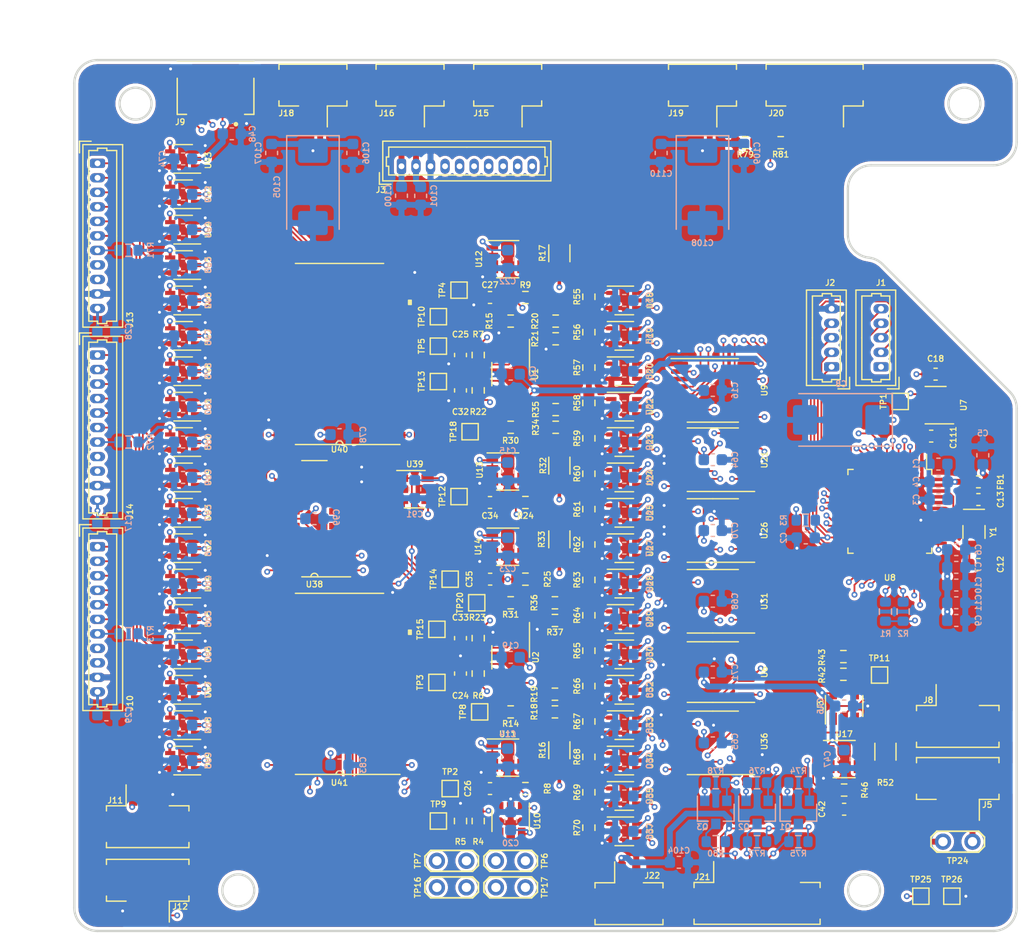
<source format=kicad_pcb>
(kicad_pcb (version 20171130) (host pcbnew "(5.1.10)-1")
  (title_block (title "Big Red Satellite Flight Computer - Layout") (date 2023-08-16) (rev A) (company "UNL Aerospace Club | Aerospace eXperimental Payloads") (comment 1 "Copyright (c) 2023") (comment 2 "Designer: WSA") (comment 3 "Reviewer: WSA") (comment 4 "Approved: WSA"))
  (layers (0 F.Cu signal) (1 In1.Cu signal) (2 In2.Cu signal) (31 B.Cu signal) (34 B.Paste user) (35 F.Paste user) (36 B.SilkS user) (37 F.SilkS user) (38 B.Mask user) (39 F.Mask user) (44 Edge.Cuts user))
  (net 0 "")
  (net 1 GND)
  (net 2 VAA)
  (net 3 PAYLOAD_RST)
  (net 4 +3V3)
  (net 5 "Net-(C12-Pad1)")
  (net 6 "Net-(C13-Pad2)")
  (net 7 GAAS_VOLTAGE)
  (net 8 P_1_VOLTAGE)
  (net 9 GAAS_CURRENT)
  (net 10 P_1_CURRENT)
  (net 11 P_2_VOLTAGE)
  (net 12 P_3_VOLTAGE)
  (net 13 P_2_CURRENT)
  (net 14 P_3_CURRENT)
  (net 15 "Net-(C42-Pad1)")
  (net 16 VDDF)
  (net 17 +5V)
  (net 18 TDI)
  (net 19 TDO)
  (net 20 TEST)
  (net 21 TX_OUT)
  (net 22 RX_IN)
  (net 23 TCK)
  (net 24 TMS)
  (net 25 "Net-(J5-Pad2)")
  (net 26 "Net-(J5-Pad1)")
  (net 27 "Net-(J8-Pad2)")
  (net 28 "Net-(J8-Pad1)")
  (net 29 "/Ground Switcher/SCL")
  (net 30 "/Ground Switcher/SDA")
  (net 31 "Net-(J11-Pad2)")
  (net 32 "/Curve Tracer/GAAS_POS")
  (net 33 "Net-(J12-Pad2)")
  (net 34 "/Ground Switcher/GAAS_TEMP")
  (net 35 "Net-(J20-Pad3)")
  (net 36 "Net-(J21-Pad6)")
  (net 37 "Net-(J21-Pad4)")
  (net 38 "Net-(J21-Pad3)")
  (net 39 "Net-(J21-Pad2)")
  (net 40 /Microcontroller/MAG_INT)
  (net 41 /Microcontroller/UNSET)
  (net 42 /Microcontroller/SET)
  (net 43 /Microcontroller/NC_V)
  (net 44 /Microcontroller/NO_V)
  (net 45 "/EPS Connections/BUSY")
  (net 46 "/EPS Connections/TX")
  (net 47 "/EPS Connections/RX")
  (net 48 "Net-(R4-Pad2)")
  (net 49 "Net-(R14-Pad2)")
  (net 50 "Net-(R14-Pad1)")
  (net 51 "Net-(R15-Pad2)")
  (net 52 "Net-(R15-Pad1)")
  (net 53 "Net-(R16-Pad2)")
  (net 54 "/Curve Tracer/GAAS_LADDER")
  (net 55 "/Curve Tracer/P_1_LADDER")
  (net 56 "Net-(R30-Pad2)")
  (net 57 "Net-(R30-Pad1)")
  (net 58 "Net-(R31-Pad2)")
  (net 59 "Net-(R31-Pad1)")
  (net 60 "Net-(R32-Pad2)")
  (net 61 "/Curve Tracer/P_2_LADDER")
  (net 62 "/Curve Tracer/P_3_LADDER")
  (net 63 "Net-(R42-Pad2)")
  (net 64 "Net-(R52-Pad2)")
  (net 65 "Net-(R55-Pad1)")
  (net 66 "Net-(R56-Pad1)")
  (net 67 "Net-(R57-Pad1)")
  (net 68 "Net-(R59-Pad1)")
  (net 69 "Net-(R60-Pad1)")
  (net 70 "Net-(R61-Pad1)")
  (net 71 "Net-(R63-Pad1)")
  (net 72 "Net-(R64-Pad1)")
  (net 73 "Net-(R65-Pad1)")
  (net 74 "Net-(R67-Pad1)")
  (net 75 "Net-(R68-Pad1)")
  (net 76 "Net-(R69-Pad1)")
  (net 77 "Net-(R71-Pad2)")
  (net 78 "Net-(R72-Pad2)")
  (net 79 "Net-(R73-Pad2)")
  (net 80 "/EPS Connections/READ_BUSS")
  (net 81 "Net-(U23-Pad4)")
  (net 82 "Net-(U24-Pad4)")
  (net 83 "Net-(U25-Pad4)")
  (net 84 "Net-(U26-Pad6)")
  (net 85 "Net-(U18-Pad4)")
  (net 86 "Net-(U19-Pad4)")
  (net 87 "Net-(U20-Pad4)")
  (net 88 "Net-(U21-Pad6)")
  (net 89 "Net-(U33-Pad4)")
  (net 90 "Net-(U34-Pad4)")
  (net 91 "Net-(U35-Pad4)")
  (net 92 "Net-(U36-Pad6)")
  (net 93 "Net-(U28-Pad4)")
  (net 94 "Net-(U29-Pad4)")
  (net 95 "Net-(U30-Pad4)")
  (net 96 "Net-(U31-Pad6)")
  (net 97 /Microcontroller/CT_GOOD)
  (net 98 "/Ground Switcher/MUX_GOOD")
  (net 99 "/Ground Switcher/MUX_CLOCK")
  (net 100 "/Curve Tracer/GAAS_ON")
  (net 101 "/Curve Tracer/S1_CT")
  (net 102 "/Curve Tracer/READ_VOLTAGE")
  (net 103 "/Curve Tracer/READ_CURRENT")
  (net 104 "/Curve Tracer/S0_CT")
  (net 105 "/Passive ADCS/PANEL_3_CURRENT")
  (net 106 "Net-(U8-Pad45)")
  (net 107 "Net-(U8-Pad42)")
  (net 108 "Net-(U8-Pad40)")
  (net 109 "Net-(U8-Pad38)")
  (net 110 "Net-(U8-Pad19)")
  (net 111 /Microcontroller/TRACE_DIR)
  (net 112 /Microcontroller/LADDER_CLOCK)
  (net 113 "Net-(U11-Pad6)")
  (net 114 "Net-(U12-Pad6)")
  (net 115 "Net-(U13-Pad6)")
  (net 116 "Net-(U14-Pad6)")
  (net 117 "Net-(U17-Pad6)")
  (net 118 "Net-(U18-Pad5)")
  (net 119 "Net-(U19-Pad5)")
  (net 120 "Net-(U20-Pad5)")
  (net 121 "Net-(U21-Pad7)")
  (net 122 "Net-(U22-Pad5)")
  (net 123 "Net-(U23-Pad5)")
  (net 124 "Net-(U24-Pad5)")
  (net 125 "Net-(U25-Pad5)")
  (net 126 "Net-(U26-Pad7)")
  (net 127 "Net-(U27-Pad5)")
  (net 128 "Net-(U28-Pad5)")
  (net 129 "Net-(U29-Pad5)")
  (net 130 "Net-(U30-Pad5)")
  (net 131 "Net-(U31-Pad7)")
  (net 132 "Net-(U32-Pad5)")
  (net 133 "Net-(U33-Pad5)")
  (net 134 "Net-(U34-Pad5)")
  (net 135 "Net-(U35-Pad5)")
  (net 136 "Net-(U36-Pad7)")
  (net 137 "Net-(U37-Pad5)")
  (net 138 "Net-(U38-Pad14)")
  (net 139 "Net-(U38-Pad13)")
  (net 140 "Net-(U38-Pad12)")
  (net 141 "Net-(U38-Pad11)")
  (net 142 "Net-(U38-Pad6)")
  (net 143 "Net-(U38-Pad5)")
  (net 144 "Net-(U38-Pad4)")
  (net 145 "Net-(U38-Pad3)")
  (net 146 "Net-(U39-Pad2)")
  (net 147 "Net-(U39-Pad1)")
  (net 148 "Net-(U40-Pad20)")
  (net 149 "Net-(U40-Pad19)")
  (net 150 "Net-(U40-Pad18)")
  (net 151 "Net-(U40-Pad17)")
  (net 152 "Net-(U40-Pad16)")
  (net 153 "Net-(U40-Pad15)")
  (net 154 "Net-(U40-Pad14)")
  (net 155 "Net-(U40-Pad13)")
  (net 156 "Net-(U40-Pad10)")
  (net 157 "Net-(U40-Pad9)")
  (net 158 "Net-(U40-Pad8)")
  (net 159 "Net-(U40-Pad7)")
  (net 160 "Net-(U40-Pad6)")
  (net 161 "Net-(U40-Pad5)")
  (net 162 "Net-(U40-Pad4)")
  (net 163 "Net-(U41-Pad20)")
  (net 164 "Net-(U41-Pad19)")
  (net 165 "Net-(U41-Pad18)")
  (net 166 "Net-(U41-Pad17)")
  (net 167 "Net-(U41-Pad16)")
  (net 168 "Net-(U41-Pad15)")
  (net 169 "Net-(U41-Pad14)")
  (net 170 "Net-(U41-Pad13)")
  (net 171 "Net-(U41-Pad10)")
  (net 172 "Net-(U41-Pad9)")
  (net 173 "Net-(U41-Pad8)")
  (net 174 "Net-(U41-Pad7)")
  (net 175 "Net-(U41-Pad6)")
  (net 176 "Net-(U41-Pad5)")
  (net 177 "Net-(U41-Pad4)")
  (net 178 VBUS)
  (net 179 "Net-(R17-Pad1)")
  (net 180 "Net-(R33-Pad1)")
  (net 181 "Net-(R46-Pad2)")
  (net 182 "Net-(C111-Pad2)")
  (net 183 "Net-(R6-Pad2)")
  (net 184 "Net-(R7-Pad2)")
  (net 185 "Net-(R8-Pad2)")
  (net 186 "Net-(R9-Pad2)")
  (net 187 "Net-(R22-Pad2)")
  (net 188 "Net-(R23-Pad2)")
  (net 189 "Net-(R24-Pad2)")
  (net 190 "Net-(R25-Pad2)")
  (net 191 VPP)
  (net 192 P3_CP)
  (net 193 P3_P1)
  (net 194 P3_P2)
  (net 195 P3_P3)
  (net 196 P3_P6)
  (net 197 P3_P5)
  (net 198 P3_P4)
  (net 199 P1_CP)
  (net 200 P1_P1)
  (net 201 P1_P2)
  (net 202 P1_P3)
  (net 203 P1_P6)
  (net 204 P1_P5)
  (net 205 P1_P4)
  (net 206 P2_CP)
  (net 207 P2_P1)
  (net 208 P2_P2)
  (net 209 P2_P3)
  (net 210 P2_P6)
  (net 211 P2_P5)
  (net 212 P2_P4)
  (net 213 "Net-(U8-Pad26)")
  (net 214 "Net-(U8-Pad39)")
  (net 215 "Net-(U6-Pad13)")
  (module Package_QFP:LQFP-48_7x7mm_P0.5mm (layer F.Cu) (at 183.515 108.966 270)
    (fp_text reference U8 (at 5.715 0 180) (layer F.SilkS) (effects (font (size 0.5 0.5) (thickness 0.1))))
    (fp_text value MSP430FR5969IRGZR)
    (pad 48 smd roundrect (at -2.75 -4.1625 270) (size 0.3 1.475) (layers F.Cu F.Paste F.Mask) (net 2 VAA))
    (pad 47 smd roundrect (at -2.25 -4.1625 270) (size 0.3 1.475) (layers F.Cu F.Paste F.Mask) (net 1 GND))
    (pad 46 smd roundrect (at -1.75 -4.1625 270) (size 0.3 1.475) (layers F.Cu F.Paste F.Mask) (net 6 "Net-(C13-Pad2)"))
    (pad 45 smd roundrect (at -1.25 -4.1625 270) (size 0.3 1.475) (layers F.Cu F.Paste F.Mask) (net 106 "Net-(U8-Pad45)"))
    (pad 44 smd roundrect (at -0.75 -4.1625 270) (size 0.3 1.475) (layers F.Cu F.Paste F.Mask) (net 1 GND))
    (pad 43 smd roundrect (at -0.25 -4.1625 270) (size 0.3 1.475) (layers F.Cu F.Paste F.Mask) (net 5 "Net-(C12-Pad1)"))
    (pad 42 smd roundrect (at 0.25 -4.1625 270) (size 0.3 1.475) (layers F.Cu F.Paste F.Mask) (net 107 "Net-(U8-Pad42)"))
    (pad 41 smd roundrect (at 0.75 -4.1625 270) (size 0.3 1.475) (layers F.Cu F.Paste F.Mask) (net 1 GND))
    (pad 40 smd roundrect (at 1.25 -4.1625 270) (size 0.3 1.475) (layers F.Cu F.Paste F.Mask) (net 108 "Net-(U8-Pad40)"))
    (pad 39 smd roundrect (at 1.75 -4.1625 270) (size 0.3 1.475) (layers F.Cu F.Paste F.Mask) (net 214 "Net-(U8-Pad39)"))
    (pad 38 smd roundrect (at 2.25 -4.1625 270) (size 0.3 1.475) (layers F.Cu F.Paste F.Mask) (net 109 "Net-(U8-Pad38)"))
    (pad 37 smd roundrect (at 2.75 -4.1625 270) (size 0.3 1.475) (layers F.Cu F.Paste F.Mask) (net 4 +3V3))
    (pad 36 smd roundrect (at 4.1625 -2.75 270) (size 1.475 0.3) (layers F.Cu F.Paste F.Mask) (net 1 GND))
    (pad 35 smd roundrect (at 4.1625 -2.25 270) (size 1.475 0.3) (layers F.Cu F.Paste F.Mask) (net 105 "/Passive ADCS/PANEL_3_CURRENT"))
    (pad 34 smd roundrect (at 4.1625 -1.75 270) (size 1.475 0.3) (layers F.Cu F.Paste F.Mask) (net 45 "/EPS Connections/BUSY"))
    (pad 33 smd roundrect (at 4.1625 -1.25 270) (size 1.475 0.3) (layers F.Cu F.Paste F.Mask) (net 34 "/Ground Switcher/GAAS_TEMP"))
    (pad 32 smd roundrect (at 4.1625 -0.75 270) (size 1.475 0.3) (layers F.Cu F.Paste F.Mask) (net 29 "/Ground Switcher/SCL"))
    (pad 31 smd roundrect (at 4.1625 -0.25 270) (size 1.475 0.3) (layers F.Cu F.Paste F.Mask) (net 30 "/Ground Switcher/SDA"))
    (pad 30 smd roundrect (at 4.1625 0.25 270) (size 1.475 0.3) (layers F.Cu F.Paste F.Mask) (net 99 "/Ground Switcher/MUX_CLOCK"))
    (pad 29 smd roundrect (at 4.1625 0.75 270) (size 1.475 0.3) (layers F.Cu F.Paste F.Mask) (net 98 "/Ground Switcher/MUX_GOOD"))
    (pad 28 smd roundrect (at 4.1625 1.25 270) (size 1.475 0.3) (layers F.Cu F.Paste F.Mask) (net 100 "/Curve Tracer/GAAS_ON"))
    (pad 27 smd roundrect (at 4.1625 1.75 270) (size 1.475 0.3) (layers F.Cu F.Paste F.Mask) (net 97 /Microcontroller/CT_GOOD))
    (pad 26 smd roundrect (at 4.1625 2.25 270) (size 1.475 0.3) (layers F.Cu F.Paste F.Mask) (net 213 "Net-(U8-Pad26)"))
    (pad 25 smd roundrect (at 4.1625 2.75 270) (size 1.475 0.3) (layers F.Cu F.Paste F.Mask) (net 22 RX_IN))
    (pad 24 smd roundrect (at 2.75 4.1625 270) (size 0.3 1.475) (layers F.Cu F.Paste F.Mask) (net 21 TX_OUT))
    (pad 23 smd roundrect (at 2.25 4.1625 270) (size 0.3 1.475) (layers F.Cu F.Paste F.Mask) (net 3 PAYLOAD_RST))
    (pad 22 smd roundrect (at 1.75 4.1625 270) (size 0.3 1.475) (layers F.Cu F.Paste F.Mask) (net 20 TEST))
    (pad 21 smd roundrect (at 1.25 4.1625 270) (size 0.3 1.475) (layers F.Cu F.Paste F.Mask) (net 47 "/EPS Connections/RX"))
    (pad 20 smd roundrect (at 0.75 4.1625 270) (size 0.3 1.475) (layers F.Cu F.Paste F.Mask) (net 46 "/EPS Connections/TX"))
    (pad 19 smd roundrect (at 0.25 4.1625 270) (size 0.3 1.475) (layers F.Cu F.Paste F.Mask) (net 110 "Net-(U8-Pad19)"))
    (pad 18 smd roundrect (at -0.25 4.1625 270) (size 0.3 1.475) (layers F.Cu F.Paste F.Mask) (net 111 /Microcontroller/TRACE_DIR))
    (pad 17 smd roundrect (at -0.75 4.1625 270) (size 0.3 1.475) (layers F.Cu F.Paste F.Mask) (net 112 /Microcontroller/LADDER_CLOCK))
    (pad 16 smd roundrect (at -1.25 4.1625 270) (size 0.3 1.475) (layers F.Cu F.Paste F.Mask) (net 80 "/EPS Connections/READ_BUSS"))
    (pad 15 smd roundrect (at -1.75 4.1625 270) (size 0.3 1.475) (layers F.Cu F.Paste F.Mask) (net 23 TCK))
    (pad 14 smd roundrect (at -2.25 4.1625 270) (size 0.3 1.475) (layers F.Cu F.Paste F.Mask) (net 24 TMS))
    (pad 13 smd roundrect (at -2.75 4.1625 270) (size 0.3 1.475) (layers F.Cu F.Paste F.Mask) (net 18 TDI))
    (pad 12 smd roundrect (at -4.1625 2.75 270) (size 1.475 0.3) (layers F.Cu F.Paste F.Mask) (net 19 TDO))
    (pad 11 smd roundrect (at -4.1625 2.25 270) (size 1.475 0.3) (layers F.Cu F.Paste F.Mask) (net 102 "/Curve Tracer/READ_VOLTAGE"))
    (pad 10 smd roundrect (at -4.1625 1.75 270) (size 1.475 0.3) (layers F.Cu F.Paste F.Mask) (net 103 "/Curve Tracer/READ_CURRENT"))
    (pad 9 smd roundrect (at -4.1625 1.25 270) (size 1.475 0.3) (layers F.Cu F.Paste F.Mask) (net 101 "/Curve Tracer/S1_CT"))
    (pad 8 smd roundrect (at -4.1625 0.75 270) (size 1.475 0.3) (layers F.Cu F.Paste F.Mask) (net 104 "/Curve Tracer/S0_CT"))
    (pad 7 smd roundrect (at -4.1625 0.25 270) (size 1.475 0.3) (layers F.Cu F.Paste F.Mask) (net 40 /Microcontroller/MAG_INT))
    (pad 6 smd roundrect (at -4.1625 -0.25 270) (size 1.475 0.3) (layers F.Cu F.Paste F.Mask) (net 42 /Microcontroller/SET))
    (pad 5 smd roundrect (at -4.1625 -0.75 270) (size 1.475 0.3) (layers F.Cu F.Paste F.Mask) (net 41 /Microcontroller/UNSET))
    (pad 4 smd roundrect (at -4.1625 -1.25 270) (size 1.475 0.3) (layers F.Cu F.Paste F.Mask) (net 44 /Microcontroller/NO_V))
    (pad 3 smd roundrect (at -4.1625 -1.75 270) (size 1.475 0.3) (layers F.Cu F.Paste F.Mask) (net 43 /Microcontroller/NC_V))
    (pad 2 smd roundrect (at -4.1625 -2.25 270) (size 1.475 0.3) (layers F.Cu F.Paste F.Mask) (net 182 "Net-(C111-Pad2)"))
    (pad 1 smd roundrect (at -4.1625 -2.75 270) (size 1.475 0.3) (layers F.Cu F.Paste F.Mask) (net 1 GND))
  )
  (module Crystal:Crystal_SMD_MicroCrystal_CC7V-T1A-2Pin_3.2x1.5mm (layer F.Cu) (at 190.754 110.744 270)
    (fp_text reference Y1 (at 0 -1.651 90) (layer F.SilkS) (effects (font (size 0.5 0.5) (thickness 0.1))))
    (fp_text value CM8V-T1A)
    (pad 2 smd rect (at 1.25 0 270) (size 1 1.8) (layers F.Cu F.Paste F.Mask) (net 5 "Net-(C12-Pad1)"))
    (pad 1 smd rect (at -1.25 0 270) (size 1 1.8) (layers F.Cu F.Paste F.Mask) (net 6 "Net-(C13-Pad2)"))
  )
  (module Capacitor_SMD:C_0603_1608Metric (layer B.Cu) (at 187.693 104.902 180)
    (fp_text reference C1 (at 1.892 0 90) (layer B.SilkS) (effects (font (size 0.5 0.5) (thickness 0.1)) (justify mirror)))
    (fp_text value 10u)
    (pad 2 smd roundrect (at 0.775 0 180) (size 0.9 0.95) (layers B.Cu B.Paste B.Mask) (net 1 GND))
    (pad 1 smd roundrect (at -0.775 0 180) (size 0.9 0.95) (layers B.Cu B.Paste B.Mask) (net 2 VAA))
  )
  (module Capacitor_SMD:C_0603_1608Metric (layer F.Cu) (at 187.452 97.155 180)
    (fp_text reference C18 (at 0 1.3335) (layer F.SilkS) (effects (font (size 0.5 0.5) (thickness 0.1))))
    (fp_text value 0.1u)
    (pad 2 smd roundrect (at 0.775 0 180) (size 0.9 0.95) (layers F.Cu F.Paste F.Mask) (net 4 +3V3))
    (pad 1 smd roundrect (at -0.775 0 180) (size 0.9 0.95) (layers F.Cu F.Paste F.Mask) (net 1 GND))
  )
  (module TestPoint:TestPoint_Pad_1.0x1.0mm (layer F.Cu) (at 182.626 123.063)
    (fp_text reference TP11 (at 0 -1.448) (layer F.SilkS) (effects (font (size 0.5 0.5) (thickness 0.1))))
    (fp_text value I)
    (pad 1 smd rect (at 0 0) (size 1 1) (layers F.Cu F.Mask) (net 63 "Net-(R42-Pad2)"))
  )
  (module Capacitor_SMD:C_0603_1608Metric (layer B.Cu) (at 116.078 126.492)
    (fp_text reference C29 (at 1.905 0 270) (layer B.SilkS) (effects (font (size 0.5 0.5) (thickness 0.1)) (justify mirror)))
    (fp_text value 0.1u)
    (pad 2 smd roundrect (at 0.775 0) (size 0.9 0.95) (layers B.Cu B.Paste B.Mask) (net 1 GND))
    (pad 1 smd roundrect (at -0.775 0) (size 0.9 0.95) (layers B.Cu B.Paste B.Mask) (net 178 VBUS))
  )
  (module Capacitor_SMD:C_0603_1608Metric (layer B.Cu) (at 116.078 93.472)
    (fp_text reference C28 (at 1.905 0 90) (layer B.SilkS) (effects (font (size 0.5 0.5) (thickness 0.1)) (justify mirror)))
    (fp_text value 0.1u)
    (pad 2 smd roundrect (at 0.775 0) (size 0.9 0.95) (layers B.Cu B.Paste B.Mask) (net 1 GND))
    (pad 1 smd roundrect (at -0.775 0) (size 0.9 0.95) (layers B.Cu B.Paste B.Mask) (net 178 VBUS))
  )
  (module Capacitor_SMD:C_0603_1608Metric (layer B.Cu) (at 116.078 109.982)
    (fp_text reference C17 (at 1.905 0 90) (layer B.SilkS) (effects (font (size 0.5 0.5) (thickness 0.1)) (justify mirror)))
    (fp_text value 0.1u)
    (pad 2 smd roundrect (at 0.775 0) (size 0.9 0.95) (layers B.Cu B.Paste B.Mask) (net 1 GND))
    (pad 1 smd roundrect (at -0.775 0) (size 0.9 0.95) (layers B.Cu B.Paste B.Mask) (net 178 VBUS))
  )
  (module TestPoint:TestPoint_Pad_1.0x1.0mm (layer F.Cu) (at 144.653 135.636)
    (fp_text reference TP9 (at 0 -1.448) (layer F.SilkS) (effects (font (size 0.5 0.5) (thickness 0.1))))
    (fp_text value "Voltage Test+")
    (pad 1 smd rect (at 0 0) (size 1 1) (layers F.Cu F.Mask) (net 48 "Net-(R4-Pad2)"))
  )
  (module Connector_Molex:Molex_PicoBlade_53047-1010_1x10_P1.25mm_Vertical (layer F.Cu) (at 141.478 79.248)
    (fp_text reference J3 (at -1.778 2.032) (layer F.SilkS) (effects (font (size 0.5 0.5) (thickness 0.1))))
    (fp_text value Conn_01x10_Male)
    (pad 10 thru_hole oval (at 11.25 0) (size 0.8 1.3) (drill 0.5) (layers *.Cu *.Mask) (net 43 /Microcontroller/NC_V))
    (pad 9 thru_hole oval (at 10 0) (size 0.8 1.3) (drill 0.5) (layers *.Cu *.Mask) (net 44 /Microcontroller/NO_V))
    (pad 8 thru_hole oval (at 8.75 0) (size 0.8 1.3) (drill 0.5) (layers *.Cu *.Mask) (net 41 /Microcontroller/UNSET))
    (pad 7 thru_hole oval (at 7.5 0) (size 0.8 1.3) (drill 0.5) (layers *.Cu *.Mask) (net 42 /Microcontroller/SET))
    (pad 6 thru_hole oval (at 6.25 0) (size 0.8 1.3) (drill 0.5) (layers *.Cu *.Mask) (net 40 /Microcontroller/MAG_INT))
    (pad 5 thru_hole oval (at 5 0) (size 0.8 1.3) (drill 0.5) (layers *.Cu *.Mask) (net 30 "/Ground Switcher/SDA"))
    (pad 4 thru_hole oval (at 3.75 0) (size 0.8 1.3) (drill 0.5) (layers *.Cu *.Mask) (net 29 "/Ground Switcher/SCL"))
    (pad 3 thru_hole oval (at 2.5 0) (size 0.8 1.3) (drill 0.5) (layers *.Cu *.Mask) (net 1 GND))
    (pad 2 thru_hole oval (at 1.25 0) (size 0.8 1.3) (drill 0.5) (layers *.Cu *.Mask) (net 191 VPP))
    (pad 1 thru_hole roundrect (at 0 0) (size 0.8 1.3) (drill 0.5) (layers *.Cu *.Mask) (net 16 VDDF))
  )
  (module TestPoint:TestPoint_2Pads_Pitch2.54mm_Drill0.8mm (layer F.Cu) (at 190.627 137.414 180)
    (fp_text reference TP24 (at 1.27 -1.651) (layer F.SilkS) (effects (font (size 0.5 0.5) (thickness 0.1))))
    (fp_text value "Current Test")
    (pad 2 thru_hole circle (at 2.54 0 180) (size 1.4 1.4) (drill 0.8) (layers *.Cu *.Mask) (net 64 "Net-(R52-Pad2)"))
    (pad 1 thru_hole circle (at 0 0 180) (size 1.4 1.4) (drill 0.8) (layers *.Cu *.Mask) (net 26 "Net-(J5-Pad1)"))
  )
  (module TestPoint:TestPoint_2Pads_Pitch2.54mm_Drill0.8mm (layer F.Cu) (at 149.606 141.351)
    (fp_text reference TP17 (at 4.191 0 90) (layer F.SilkS) (effects (font (size 0.5 0.5) (thickness 0.1))))
    (fp_text value "Current Test")
    (pad 2 thru_hole circle (at 2.54 0) (size 1.4 1.4) (drill 0.8) (layers *.Cu *.Mask) (net 180 "Net-(R33-Pad1)"))
    (pad 1 thru_hole circle (at 0 0) (size 1.4 1.4) (drill 0.8) (layers *.Cu *.Mask) (net 192 P3_CP))
  )
  (module TestPoint:TestPoint_2Pads_Pitch2.54mm_Drill0.8mm (layer F.Cu) (at 144.526 141.351)
    (fp_text reference TP16 (at -1.651 0 90) (layer F.SilkS) (effects (font (size 0.5 0.5) (thickness 0.1))))
    (fp_text value "Current Test")
    (pad 2 thru_hole circle (at 2.54 0) (size 1.4 1.4) (drill 0.8) (layers *.Cu *.Mask) (net 60 "Net-(R32-Pad2)"))
    (pad 1 thru_hole circle (at 0 0) (size 1.4 1.4) (drill 0.8) (layers *.Cu *.Mask) (net 206 P2_CP))
  )
  (module TestPoint:TestPoint_2Pads_Pitch2.54mm_Drill0.8mm (layer F.Cu) (at 144.526 139.065)
    (fp_text reference TP7 (at -1.651 0 90) (layer F.SilkS) (effects (font (size 0.5 0.5) (thickness 0.1))))
    (fp_text value "Current Test")
    (pad 2 thru_hole circle (at 2.54 0) (size 1.4 1.4) (drill 0.8) (layers *.Cu *.Mask) (net 179 "Net-(R17-Pad1)"))
    (pad 1 thru_hole circle (at 0 0) (size 1.4 1.4) (drill 0.8) (layers *.Cu *.Mask) (net 199 P1_CP))
  )
  (module TestPoint:TestPoint_2Pads_Pitch2.54mm_Drill0.8mm (layer F.Cu) (at 149.606 139.065)
    (fp_text reference TP6 (at 4.191 0 90) (layer F.SilkS) (effects (font (size 0.5 0.5) (thickness 0.1))))
    (fp_text value "Current Test")
    (pad 2 thru_hole circle (at 2.54 0) (size 1.4 1.4) (drill 0.8) (layers *.Cu *.Mask) (net 53 "Net-(R16-Pad2)"))
    (pad 1 thru_hole circle (at 0 0) (size 1.4 1.4) (drill 0.8) (layers *.Cu *.Mask) (net 32 "/Curve Tracer/GAAS_POS"))
  )
  (module TestPoint:TestPoint_Pad_1.0x1.0mm (layer F.Cu) (at 188.849 142.113)
    (fp_text reference TP26 (at 0 -1.448) (layer F.SilkS) (effects (font (size 0.5 0.5) (thickness 0.1))))
    (fp_text value GND)
    (pad 1 smd rect (at 0 0) (size 1 1) (layers F.Cu F.Mask) (net 1 GND))
  )
  (module TestPoint:TestPoint_Pad_1.0x1.0mm (layer F.Cu) (at 186.182 142.113)
    (fp_text reference TP25 (at 0 -1.448) (layer F.SilkS) (effects (font (size 0.5 0.5) (thickness 0.1))))
    (fp_text value 3V3)
    (pad 1 smd rect (at 0 0) (size 1 1) (layers F.Cu F.Mask) (net 4 +3V3))
  )
  (module TestPoint:TestPoint_Pad_1.0x1.0mm (layer F.Cu) (at 147.955 116.84 90)
    (fp_text reference TP20 (at 0 -1.448 90) (layer F.SilkS) (effects (font (size 0.5 0.5) (thickness 0.1))))
    (fp_text value "Voltage Test+")
    (pad 1 smd rect (at 0 0 90) (size 1 1) (layers F.Cu F.Mask) (net 58 "Net-(R31-Pad2)"))
  )
  (module TestPoint:TestPoint_Pad_1.0x1.0mm (layer F.Cu) (at 147.3835 102.108 90)
    (fp_text reference TP18 (at 0 -1.448 90) (layer F.SilkS) (effects (font (size 0.5 0.5) (thickness 0.1))))
    (fp_text value "Voltage Test+")
    (pad 1 smd rect (at 0 0 90) (size 1 1) (layers F.Cu F.Mask) (net 56 "Net-(R30-Pad2)"))
  )
  (module TestPoint:TestPoint_Pad_1.0x1.0mm (layer F.Cu) (at 144.526 119.126 90)
    (fp_text reference TP15 (at 0 -1.448 90) (layer F.SilkS) (effects (font (size 0.5 0.5) (thickness 0.1))))
    (fp_text value V)
    (pad 1 smd rect (at 0 0 90) (size 1 1) (layers F.Cu F.Mask) (net 12 P_3_VOLTAGE))
  )
  (module TestPoint:TestPoint_Pad_1.0x1.0mm (layer F.Cu) (at 145.669 114.808 90)
    (fp_text reference TP14 (at 0 -1.448 90) (layer F.SilkS) (effects (font (size 0.5 0.5) (thickness 0.1))))
    (fp_text value I)
    (pad 1 smd rect (at 0 0 90) (size 1 1) (layers F.Cu F.Mask) (net 14 P_3_CURRENT))
  )
  (module TestPoint:TestPoint_Pad_1.0x1.0mm (layer F.Cu) (at 144.653 97.79 90)
    (fp_text reference TP13 (at 0 -1.448 90) (layer F.SilkS) (effects (font (size 0.5 0.5) (thickness 0.1))))
    (fp_text value V)
    (pad 1 smd rect (at 0 0 90) (size 1 1) (layers F.Cu F.Mask) (net 11 P_2_VOLTAGE))
  )
  (module TestPoint:TestPoint_Pad_1.0x1.0mm (layer F.Cu) (at 146.431 107.696 90)
    (fp_text reference TP12 (at 0 -1.448 90) (layer F.SilkS) (effects (font (size 0.5 0.5) (thickness 0.1))))
    (fp_text value I)
    (pad 1 smd rect (at 0 0 90) (size 1 1) (layers F.Cu F.Mask) (net 13 P_2_CURRENT))
  )
  (module TestPoint:TestPoint_Pad_1.0x1.0mm (layer F.Cu) (at 144.653 92.202 90)
    (fp_text reference TP10 (at 0 -1.448 90) (layer F.SilkS) (effects (font (size 0.5 0.5) (thickness 0.1))))
    (fp_text value "Voltage Test+")
    (pad 1 smd rect (at 0 0 90) (size 1 1) (layers F.Cu F.Mask) (net 51 "Net-(R15-Pad2)"))
  )
  (module TestPoint:TestPoint_Pad_1.0x1.0mm (layer F.Cu) (at 148.209 126.238 90)
    (fp_text reference TP8 (at 0 -1.448 90) (layer F.SilkS) (effects (font (size 0.5 0.5) (thickness 0.1))))
    (fp_text value "Voltage Test+")
    (pad 1 smd rect (at 0 0 90) (size 1 1) (layers F.Cu F.Mask) (net 49 "Net-(R14-Pad2)"))
  )
  (module TestPoint:TestPoint_Pad_1.0x1.0mm (layer F.Cu) (at 144.653 94.742 90)
    (fp_text reference TP5 (at 0 -1.448 90) (layer F.SilkS) (effects (font (size 0.5 0.5) (thickness 0.1))))
    (fp_text value V)
    (pad 1 smd rect (at 0 0 90) (size 1 1) (layers F.Cu F.Mask) (net 8 P_1_VOLTAGE))
  )
  (module TestPoint:TestPoint_Pad_1.0x1.0mm (layer F.Cu) (at 146.431 89.916 90)
    (fp_text reference TP4 (at 0 -1.448 90) (layer F.SilkS) (effects (font (size 0.5 0.5) (thickness 0.1))))
    (fp_text value I)
    (pad 1 smd rect (at 0 0 90) (size 1 1) (layers F.Cu F.Mask) (net 10 P_1_CURRENT))
  )
  (module TestPoint:TestPoint_Pad_1.0x1.0mm (layer F.Cu) (at 144.526 123.698 90)
    (fp_text reference TP3 (at 0 -1.448 90) (layer F.SilkS) (effects (font (size 0.5 0.5) (thickness 0.1))))
    (fp_text value V)
    (pad 1 smd rect (at 0 0 90) (size 1 1) (layers F.Cu F.Mask) (net 7 GAAS_VOLTAGE))
  )
  (module TestPoint:TestPoint_Pad_1.0x1.0mm (layer F.Cu) (at 145.669 132.842)
    (fp_text reference TP2 (at 0 -1.448) (layer F.SilkS) (effects (font (size 0.5 0.5) (thickness 0.1))))
    (fp_text value I)
    (pad 1 smd rect (at 0 0) (size 1 1) (layers F.Cu F.Mask) (net 9 GAAS_CURRENT))
  )
  (module TestPoint:TestPoint_Pad_1.0x1.0mm (layer F.Cu) (at 184.404 99.5045 90)
    (fp_text reference TP1 (at 0 -1.448 90) (layer F.SilkS) (effects (font (size 0.5 0.5) (thickness 0.1))))
    (fp_text value VREF)
    (pad 1 smd rect (at 0 0 90) (size 1 1) (layers F.Cu F.Mask) (net 182 "Net-(C111-Pad2)"))
  )
  (module Package_TO_SOT_SMD:SOT-23-5 (layer F.Cu) (at 179.578 125.73 90)
    (fp_text reference U3 (at 0 -2.032 90) (layer F.SilkS) (effects (font (size 0.5 0.5) (thickness 0.1))))
    (fp_text value TLV7031DBV)
    (pad 5 smd rect (at 1.1 -0.95 90) (size 1.06 0.65) (layers F.Cu F.Paste F.Mask) (net 178 VBUS))
    (pad 4 smd rect (at 1.1 0.95 90) (size 1.06 0.65) (layers F.Cu F.Paste F.Mask) (net 63 "Net-(R42-Pad2)"))
    (pad 3 smd rect (at -1.1 0.95 90) (size 1.06 0.65) (layers F.Cu F.Paste F.Mask) (net 15 "Net-(C42-Pad1)"))
    (pad 2 smd rect (at -1.1 0 90) (size 1.06 0.65) (layers F.Cu F.Paste F.Mask) (net 1 GND))
    (pad 1 smd rect (at -1.1 -0.95 90) (size 1.06 0.65) (layers F.Cu F.Paste F.Mask) (net 105 "/Passive ADCS/PANEL_3_CURRENT"))
  )
  (module Connector_Molex:Molex_PicoBlade_53047-0510_1x05_P1.25mm_Vertical (layer F.Cu) (at 178.4985 96.52 90)
    (fp_text reference J2 (at 7.239 -0.127 180) (layer F.SilkS) (effects (font (size 0.5 0.5) (thickness 0.1))))
    (fp_text value Conn_01x05_Male)
    (pad 5 thru_hole oval (at 5 0 90) (size 0.8 1.3) (drill 0.5) (layers *.Cu *.Mask) (net 1 GND))
    (pad 4 thru_hole oval (at 3.75 0 90) (size 0.8 1.3) (drill 0.5) (layers *.Cu *.Mask) (net 3 PAYLOAD_RST))
    (pad 3 thru_hole oval (at 2.5 0 90) (size 0.8 1.3) (drill 0.5) (layers *.Cu *.Mask) (net 20 TEST))
    (pad 2 thru_hole oval (at 1.25 0 90) (size 0.8 1.3) (drill 0.5) (layers *.Cu *.Mask) (net 23 TCK))
    (pad 1 thru_hole roundrect (at 0 0 90) (size 0.8 1.3) (drill 0.5) (layers *.Cu *.Mask) (net 24 TMS))
  )
  (module Connector_Molex:Molex_PicoBlade_53047-0510_1x05_P1.25mm_Vertical (layer F.Cu) (at 182.753 96.52 90)
    (fp_text reference J1 (at 7.239 0 180) (layer F.SilkS) (effects (font (size 0.5 0.5) (thickness 0.1))))
    (fp_text value Conn_01x05_Male)
    (pad 5 thru_hole oval (at 5 0 90) (size 0.8 1.3) (drill 0.5) (layers *.Cu *.Mask) (net 18 TDI))
    (pad 4 thru_hole oval (at 3.75 0 90) (size 0.8 1.3) (drill 0.5) (layers *.Cu *.Mask) (net 19 TDO))
    (pad 3 thru_hole oval (at 2.5 0 90) (size 0.8 1.3) (drill 0.5) (layers *.Cu *.Mask) (net 21 TX_OUT))
    (pad 2 thru_hole oval (at 1.25 0 90) (size 0.8 1.3) (drill 0.5) (layers *.Cu *.Mask) (net 22 RX_IN))
    (pad 1 thru_hole roundrect (at 0 0 90) (size 0.8 1.3) (drill 0.5) (layers *.Cu *.Mask) (net 4 +3V3))
  )
  (module Capacitor_SMD:C_0603_1608Metric (layer F.Cu) (at 187.071 102.489 180)
    (fp_text reference C111 (at -1.905 -0.127 90) (layer F.SilkS) (effects (font (size 0.5 0.5) (thickness 0.1))))
    (fp_text value 0.1u)
    (pad 2 smd roundrect (at 0.775 0 180) (size 0.9 0.95) (layers F.Cu F.Paste F.Mask) (net 182 "Net-(C111-Pad2)"))
    (pad 1 smd roundrect (at -0.775 0 180) (size 0.9 0.95) (layers F.Cu F.Paste F.Mask) (net 1 GND))
  )
  (module Package_SO:VSSOP-8_3.0x3.0mm_P0.65mm (layer F.Cu) (at 150.876 121.539 270)
    (fp_text reference U2 (at 0 -2.159 90) (layer F.SilkS) (effects (font (size 0.5 0.5) (thickness 0.1))))
    (fp_text value OPA2387)
    (pad 8 smd rect (at 2.2 -0.975 180) (size 0.45 1.45) (layers F.Cu F.Paste F.Mask) (net 178 VBUS))
    (pad 7 smd rect (at 2.2 -0.325 180) (size 0.45 1.45) (layers F.Cu F.Paste F.Mask) (net 183 "Net-(R6-Pad2)"))
    (pad 6 smd rect (at 2.2 0.325 180) (size 0.45 1.45) (layers F.Cu F.Paste F.Mask) (net 183 "Net-(R6-Pad2)"))
    (pad 5 smd rect (at 2.2 0.975 180) (size 0.45 1.45) (layers F.Cu F.Paste F.Mask) (net 50 "Net-(R14-Pad1)"))
    (pad 4 smd rect (at -2.2 0.975 180) (size 0.45 1.45) (layers F.Cu F.Paste F.Mask) (net 1 GND))
    (pad 3 smd rect (at -2.2 0.325 180) (size 0.45 1.45) (layers F.Cu F.Paste F.Mask) (net 59 "Net-(R31-Pad1)"))
    (pad 2 smd rect (at -2.2 -0.325 180) (size 0.45 1.45) (layers F.Cu F.Paste F.Mask) (net 188 "Net-(R23-Pad2)"))
    (pad 1 smd rect (at -2.2 -0.975 180) (size 0.45 1.45) (layers F.Cu F.Paste F.Mask) (net 188 "Net-(R23-Pad2)"))
  )
  (module Connector_Hirose:Hirose_DF13C_CL535-0403-5-51_1x03-1MP_P1.25mm_Vertical (layer F.Cu) (at 189.357 126.238)
    (fp_text reference J8 (at -2.54 -1.016) (layer F.SilkS) (effects (font (size 0.5 0.5) (thickness 0.1))))
    (fp_text value Conn_01x03_Male)
    (pad MP smd rect (at 3.5 1.25) (size 1.6 2.2) (layers F.Cu F.Paste F.Mask))
    (pad MP smd rect (at -3.5 1.25) (size 1.6 2.2) (layers F.Cu F.Paste F.Mask))
    (pad 1 smd rect (at -1.25 -1.45) (size 0.7 1.8) (layers F.Cu F.Paste F.Mask) (net 28 "Net-(J8-Pad1)"))
    (pad 2 smd rect (at 0 -1.45) (size 0.7 1.8) (layers F.Cu F.Paste F.Mask) (net 27 "Net-(J8-Pad2)"))
    (pad 3 smd rect (at 1.25 -1.45) (size 0.7 1.8) (layers F.Cu F.Paste F.Mask) (net 1 GND))
  )
  (module Connector_Hirose:Hirose_DF13C_CL535-0403-5-51_1x03-1MP_P1.25mm_Vertical (layer F.Cu) (at 189.357 133.223 180)
    (fp_text reference J5 (at -2.54 -1.016) (layer F.SilkS) (effects (font (size 0.5 0.5) (thickness 0.1))))
    (fp_text value "Panel 3")
    (pad MP smd rect (at 3.5 1.25 180) (size 1.6 2.2) (layers F.Cu F.Paste F.Mask))
    (pad MP smd rect (at -3.5 1.25 180) (size 1.6 2.2) (layers F.Cu F.Paste F.Mask))
    (pad 1 smd rect (at -1.25 -1.45 180) (size 0.7 1.8) (layers F.Cu F.Paste F.Mask) (net 26 "Net-(J5-Pad1)"))
    (pad 2 smd rect (at 0 -1.45 180) (size 0.7 1.8) (layers F.Cu F.Paste F.Mask) (net 25 "Net-(J5-Pad2)"))
    (pad 3 smd rect (at 1.25 -1.45 180) (size 0.7 1.8) (layers F.Cu F.Paste F.Mask) (net 1 GND))
  )
  (module Connector_Molex:Molex_PicoBlade_53047-1110_1x11_P1.25mm_Vertical (layer F.Cu) (at 115.316 95.504 270)
    (fp_text reference J14 (at 13.462 -2.794 90) (layer F.SilkS) (effects (font (size 0.5 0.5) (thickness 0.1))))
    (fp_text value "Perovskite 2")
    (pad 11 thru_hole oval (at 12.5 0 270) (size 0.8 1.3) (drill 0.5) (layers *.Cu *.Mask) (net 178 VBUS))
    (pad 10 thru_hole oval (at 11.25 0 270) (size 0.8 1.3) (drill 0.5) (layers *.Cu *.Mask) (net 1 GND))
    (pad 9 thru_hole oval (at 10 0 270) (size 0.8 1.3) (drill 0.5) (layers *.Cu *.Mask) (net 29 "/Ground Switcher/SCL"))
    (pad 8 thru_hole oval (at 8.75 0 270) (size 0.8 1.3) (drill 0.5) (layers *.Cu *.Mask) (net 30 "/Ground Switcher/SDA"))
    (pad 7 thru_hole oval (at 7.5 0 270) (size 0.8 1.3) (drill 0.5) (layers *.Cu *.Mask) (net 206 P2_CP))
    (pad 6 thru_hole oval (at 6.25 0 270) (size 0.8 1.3) (drill 0.5) (layers *.Cu *.Mask) (net 207 P2_P1))
    (pad 5 thru_hole oval (at 5 0 270) (size 0.8 1.3) (drill 0.5) (layers *.Cu *.Mask) (net 208 P2_P2))
    (pad 4 thru_hole oval (at 3.75 0 270) (size 0.8 1.3) (drill 0.5) (layers *.Cu *.Mask) (net 209 P2_P3))
    (pad 3 thru_hole oval (at 2.5 0 270) (size 0.8 1.3) (drill 0.5) (layers *.Cu *.Mask) (net 210 P2_P6))
    (pad 2 thru_hole oval (at 1.25 0 270) (size 0.8 1.3) (drill 0.5) (layers *.Cu *.Mask) (net 211 P2_P5))
    (pad 1 thru_hole roundrect (at 0 0 270) (size 0.8 1.3) (drill 0.5) (layers *.Cu *.Mask) (net 212 P2_P4))
  )
  (module Connector_Molex:Molex_PicoBlade_53047-1110_1x11_P1.25mm_Vertical (layer F.Cu) (at 115.316 78.994 270)
    (fp_text reference J13 (at 13.462 -2.794 90) (layer F.SilkS) (effects (font (size 0.5 0.5) (thickness 0.1))))
    (fp_text value "Perovskite 1")
    (pad 11 thru_hole oval (at 12.5 0 270) (size 0.8 1.3) (drill 0.5) (layers *.Cu *.Mask) (net 178 VBUS))
    (pad 10 thru_hole oval (at 11.25 0 270) (size 0.8 1.3) (drill 0.5) (layers *.Cu *.Mask) (net 1 GND))
    (pad 9 thru_hole oval (at 10 0 270) (size 0.8 1.3) (drill 0.5) (layers *.Cu *.Mask) (net 29 "/Ground Switcher/SCL"))
    (pad 8 thru_hole oval (at 8.75 0 270) (size 0.8 1.3) (drill 0.5) (layers *.Cu *.Mask) (net 30 "/Ground Switcher/SDA"))
    (pad 7 thru_hole oval (at 7.5 0 270) (size 0.8 1.3) (drill 0.5) (layers *.Cu *.Mask) (net 199 P1_CP))
    (pad 6 thru_hole oval (at 6.25 0 270) (size 0.8 1.3) (drill 0.5) (layers *.Cu *.Mask) (net 200 P1_P1))
    (pad 5 thru_hole oval (at 5 0 270) (size 0.8 1.3) (drill 0.5) (layers *.Cu *.Mask) (net 201 P1_P2))
    (pad 4 thru_hole oval (at 3.75 0 270) (size 0.8 1.3) (drill 0.5) (layers *.Cu *.Mask) (net 202 P1_P3))
    (pad 3 thru_hole oval (at 2.5 0 270) (size 0.8 1.3) (drill 0.5) (layers *.Cu *.Mask) (net 203 P1_P6))
    (pad 2 thru_hole oval (at 1.25 0 270) (size 0.8 1.3) (drill 0.5) (layers *.Cu *.Mask) (net 204 P1_P5))
    (pad 1 thru_hole roundrect (at 0 0 270) (size 0.8 1.3) (drill 0.5) (layers *.Cu *.Mask) (net 205 P1_P4))
  )
  (module Connector_Molex:Molex_PicoBlade_53047-1110_1x11_P1.25mm_Vertical (layer F.Cu) (at 115.316 112.014 270)
    (fp_text reference J10 (at 13.462 -2.794 270) (layer F.SilkS) (effects (font (size 0.5 0.5) (thickness 0.1))))
    (fp_text value "Perovskite 3")
    (pad 11 thru_hole oval (at 12.5 0 270) (size 0.8 1.3) (drill 0.5) (layers *.Cu *.Mask) (net 178 VBUS))
    (pad 10 thru_hole oval (at 11.25 0 270) (size 0.8 1.3) (drill 0.5) (layers *.Cu *.Mask) (net 1 GND))
    (pad 9 thru_hole oval (at 10 0 270) (size 0.8 1.3) (drill 0.5) (layers *.Cu *.Mask) (net 29 "/Ground Switcher/SCL"))
    (pad 8 thru_hole oval (at 8.75 0 270) (size 0.8 1.3) (drill 0.5) (layers *.Cu *.Mask) (net 30 "/Ground Switcher/SDA"))
    (pad 7 thru_hole oval (at 7.5 0 270) (size 0.8 1.3) (drill 0.5) (layers *.Cu *.Mask) (net 192 P3_CP))
    (pad 6 thru_hole oval (at 6.25 0 270) (size 0.8 1.3) (drill 0.5) (layers *.Cu *.Mask) (net 193 P3_P1))
    (pad 5 thru_hole oval (at 5 0 270) (size 0.8 1.3) (drill 0.5) (layers *.Cu *.Mask) (net 194 P3_P2))
    (pad 4 thru_hole oval (at 3.75 0 270) (size 0.8 1.3) (drill 0.5) (layers *.Cu *.Mask) (net 195 P3_P3))
    (pad 3 thru_hole oval (at 2.5 0 270) (size 0.8 1.3) (drill 0.5) (layers *.Cu *.Mask) (net 196 P3_P6))
    (pad 2 thru_hole oval (at 1.25 0 270) (size 0.8 1.3) (drill 0.5) (layers *.Cu *.Mask) (net 197 P3_P5))
    (pad 1 thru_hole roundrect (at 0 0 270) (size 0.8 1.3) (drill 0.5) (layers *.Cu *.Mask) (net 198 P3_P4))
  )
  (module ul_ADG839YKSZ-REEL7:ADG839YKSZ-REEL7 (layer F.Cu) (at 122.682 130.429 180)
    (fp_text reference U59 (at -2.159 0 90) (layer F.SilkS) (effects (font (size 0.5 0.5) (thickness 0.1))))
    (fp_text value ADG839YKSZ-REEL7 hide)
    (pad 6 smd rect (at 1.11125 -0.649999 180) (size 0.8763 0.3556) (layers F.Cu F.Paste F.Mask) (net 1 GND))
    (pad 5 smd rect (at 1.11125 0 180) (size 0.8763 0.3556) (layers F.Cu F.Paste F.Mask) (net 193 P3_P1))
    (pad 4 smd rect (at 1.11125 0.649999 180) (size 0.8763 0.3556) (layers F.Cu F.Paste F.Mask) (net 79 "Net-(R73-Pad2)"))
    (pad 3 smd rect (at -1.11125 0.649999 180) (size 0.8763 0.3556) (layers F.Cu F.Paste F.Mask) (net 1 GND))
    (pad 2 smd rect (at -1.11125 0 180) (size 0.8763 0.3556) (layers F.Cu F.Paste F.Mask) (net 178 VBUS))
    (pad 1 smd rect (at -1.11125 -0.649999 180) (size 0.8763 0.3556) (layers F.Cu F.Paste F.Mask) (net 165 "Net-(U41-Pad18)"))
  )
  (module ul_ADG839YKSZ-REEL7:ADG839YKSZ-REEL7 (layer F.Cu) (at 122.682 127.381 180)
    (fp_text reference U58 (at -2.159 0 90) (layer F.SilkS) (effects (font (size 0.5 0.5) (thickness 0.1))))
    (fp_text value ADG839YKSZ-REEL7 hide)
    (pad 6 smd rect (at 1.11125 -0.649999 180) (size 0.8763 0.3556) (layers F.Cu F.Paste F.Mask) (net 1 GND))
    (pad 5 smd rect (at 1.11125 0 180) (size 0.8763 0.3556) (layers F.Cu F.Paste F.Mask) (net 194 P3_P2))
    (pad 4 smd rect (at 1.11125 0.649999 180) (size 0.8763 0.3556) (layers F.Cu F.Paste F.Mask) (net 79 "Net-(R73-Pad2)"))
    (pad 3 smd rect (at -1.11125 0.649999 180) (size 0.8763 0.3556) (layers F.Cu F.Paste F.Mask) (net 1 GND))
    (pad 2 smd rect (at -1.11125 0 180) (size 0.8763 0.3556) (layers F.Cu F.Paste F.Mask) (net 178 VBUS))
    (pad 1 smd rect (at -1.11125 -0.649999 180) (size 0.8763 0.3556) (layers F.Cu F.Paste F.Mask) (net 177 "Net-(U41-Pad4)"))
  )
  (module ul_ADG839YKSZ-REEL7:ADG839YKSZ-REEL7 (layer F.Cu) (at 122.682 124.333 180)
    (fp_text reference U57 (at -2.159 0 90) (layer F.SilkS) (effects (font (size 0.5 0.5) (thickness 0.1))))
    (fp_text value ADG839YKSZ-REEL7 hide)
    (pad 6 smd rect (at 1.11125 -0.649999 180) (size 0.8763 0.3556) (layers F.Cu F.Paste F.Mask) (net 1 GND))
    (pad 5 smd rect (at 1.11125 0 180) (size 0.8763 0.3556) (layers F.Cu F.Paste F.Mask) (net 195 P3_P3))
    (pad 4 smd rect (at 1.11125 0.649999 180) (size 0.8763 0.3556) (layers F.Cu F.Paste F.Mask) (net 79 "Net-(R73-Pad2)"))
    (pad 3 smd rect (at -1.11125 0.649999 180) (size 0.8763 0.3556) (layers F.Cu F.Paste F.Mask) (net 1 GND))
    (pad 2 smd rect (at -1.11125 0 180) (size 0.8763 0.3556) (layers F.Cu F.Paste F.Mask) (net 178 VBUS))
    (pad 1 smd rect (at -1.11125 -0.649999 180) (size 0.8763 0.3556) (layers F.Cu F.Paste F.Mask) (net 176 "Net-(U41-Pad5)"))
  )
  (module ul_ADG839YKSZ-REEL7:ADG839YKSZ-REEL7 (layer F.Cu) (at 122.682 121.285 180)
    (fp_text reference U56 (at -2.159 0 90) (layer F.SilkS) (effects (font (size 0.5 0.5) (thickness 0.1))))
    (fp_text value ADG839YKSZ-REEL7 hide)
    (pad 6 smd rect (at 1.11125 -0.649999 180) (size 0.8763 0.3556) (layers F.Cu F.Paste F.Mask) (net 1 GND))
    (pad 5 smd rect (at 1.11125 0 180) (size 0.8763 0.3556) (layers F.Cu F.Paste F.Mask) (net 196 P3_P6))
    (pad 4 smd rect (at 1.11125 0.649999 180) (size 0.8763 0.3556) (layers F.Cu F.Paste F.Mask) (net 79 "Net-(R73-Pad2)"))
    (pad 3 smd rect (at -1.11125 0.649999 180) (size 0.8763 0.3556) (layers F.Cu F.Paste F.Mask) (net 1 GND))
    (pad 2 smd rect (at -1.11125 0 180) (size 0.8763 0.3556) (layers F.Cu F.Paste F.Mask) (net 178 VBUS))
    (pad 1 smd rect (at -1.11125 -0.649999 180) (size 0.8763 0.3556) (layers F.Cu F.Paste F.Mask) (net 175 "Net-(U41-Pad6)"))
  )
  (module ul_ADG839YKSZ-REEL7:ADG839YKSZ-REEL7 (layer F.Cu) (at 122.682 118.237 180)
    (fp_text reference U55 (at -2.159 0 90) (layer F.SilkS) (effects (font (size 0.5 0.5) (thickness 0.1))))
    (fp_text value ADG839YKSZ-REEL7 hide)
    (pad 6 smd rect (at 1.11125 -0.649999 180) (size 0.8763 0.3556) (layers F.Cu F.Paste F.Mask) (net 1 GND))
    (pad 5 smd rect (at 1.11125 0 180) (size 0.8763 0.3556) (layers F.Cu F.Paste F.Mask) (net 197 P3_P5))
    (pad 4 smd rect (at 1.11125 0.649999 180) (size 0.8763 0.3556) (layers F.Cu F.Paste F.Mask) (net 79 "Net-(R73-Pad2)"))
    (pad 3 smd rect (at -1.11125 0.649999 180) (size 0.8763 0.3556) (layers F.Cu F.Paste F.Mask) (net 1 GND))
    (pad 2 smd rect (at -1.11125 0 180) (size 0.8763 0.3556) (layers F.Cu F.Paste F.Mask) (net 178 VBUS))
    (pad 1 smd rect (at -1.11125 -0.649999 180) (size 0.8763 0.3556) (layers F.Cu F.Paste F.Mask) (net 174 "Net-(U41-Pad7)"))
  )
  (module ul_ADG839YKSZ-REEL7:ADG839YKSZ-REEL7 (layer F.Cu) (at 122.682 115.189 180)
    (fp_text reference U54 (at -2.159 0 90) (layer F.SilkS) (effects (font (size 0.5 0.5) (thickness 0.1))))
    (fp_text value ADG839YKSZ-REEL7 hide)
    (pad 6 smd rect (at 1.11125 -0.649999 180) (size 0.8763 0.3556) (layers F.Cu F.Paste F.Mask) (net 1 GND))
    (pad 5 smd rect (at 1.11125 0 180) (size 0.8763 0.3556) (layers F.Cu F.Paste F.Mask) (net 198 P3_P4))
    (pad 4 smd rect (at 1.11125 0.649999 180) (size 0.8763 0.3556) (layers F.Cu F.Paste F.Mask) (net 79 "Net-(R73-Pad2)"))
    (pad 3 smd rect (at -1.11125 0.649999 180) (size 0.8763 0.3556) (layers F.Cu F.Paste F.Mask) (net 1 GND))
    (pad 2 smd rect (at -1.11125 0 180) (size 0.8763 0.3556) (layers F.Cu F.Paste F.Mask) (net 178 VBUS))
    (pad 1 smd rect (at -1.11125 -0.649999 180) (size 0.8763 0.3556) (layers F.Cu F.Paste F.Mask) (net 173 "Net-(U41-Pad8)"))
  )
  (module ul_ADG839YKSZ-REEL7:ADG839YKSZ-REEL7 (layer F.Cu) (at 122.682 109.093 180)
    (fp_text reference U53 (at -2.159 0 90) (layer F.SilkS) (effects (font (size 0.5 0.5) (thickness 0.1))))
    (fp_text value ADG839YKSZ-REEL7 hide)
    (pad 6 smd rect (at 1.11125 -0.649999 180) (size 0.8763 0.3556) (layers F.Cu F.Paste F.Mask) (net 1 GND))
    (pad 5 smd rect (at 1.11125 0 180) (size 0.8763 0.3556) (layers F.Cu F.Paste F.Mask) (net 208 P2_P2))
    (pad 4 smd rect (at 1.11125 0.649999 180) (size 0.8763 0.3556) (layers F.Cu F.Paste F.Mask) (net 78 "Net-(R72-Pad2)"))
    (pad 3 smd rect (at -1.11125 0.649999 180) (size 0.8763 0.3556) (layers F.Cu F.Paste F.Mask) (net 1 GND))
    (pad 2 smd rect (at -1.11125 0 180) (size 0.8763 0.3556) (layers F.Cu F.Paste F.Mask) (net 178 VBUS))
    (pad 1 smd rect (at -1.11125 -0.649999 180) (size 0.8763 0.3556) (layers F.Cu F.Paste F.Mask) (net 171 "Net-(U41-Pad10)"))
  )
  (module ul_ADG839YKSZ-REEL7:ADG839YKSZ-REEL7 (layer F.Cu) (at 122.682 112.141 180)
    (fp_text reference U52 (at -2.159 0 90) (layer F.SilkS) (effects (font (size 0.5 0.5) (thickness 0.1))))
    (fp_text value ADG839YKSZ-REEL7 hide)
    (pad 6 smd rect (at 1.11125 -0.649999 180) (size 0.8763 0.3556) (layers F.Cu F.Paste F.Mask) (net 1 GND))
    (pad 5 smd rect (at 1.11125 0 180) (size 0.8763 0.3556) (layers F.Cu F.Paste F.Mask) (net 207 P2_P1))
    (pad 4 smd rect (at 1.11125 0.649999 180) (size 0.8763 0.3556) (layers F.Cu F.Paste F.Mask) (net 78 "Net-(R72-Pad2)"))
    (pad 3 smd rect (at -1.11125 0.649999 180) (size 0.8763 0.3556) (layers F.Cu F.Paste F.Mask) (net 1 GND))
    (pad 2 smd rect (at -1.11125 0 180) (size 0.8763 0.3556) (layers F.Cu F.Paste F.Mask) (net 178 VBUS))
    (pad 1 smd rect (at -1.11125 -0.649999 180) (size 0.8763 0.3556) (layers F.Cu F.Paste F.Mask) (net 172 "Net-(U41-Pad9)"))
  )
  (module ul_ADG839YKSZ-REEL7:ADG839YKSZ-REEL7 (layer F.Cu) (at 122.682 99.949 180)
    (fp_text reference U51 (at -2.159 0 90) (layer F.SilkS) (effects (font (size 0.5 0.5) (thickness 0.1))))
    (fp_text value ADG839YKSZ-REEL7 hide)
    (pad 6 smd rect (at 1.11125 -0.649999 180) (size 0.8763 0.3556) (layers F.Cu F.Paste F.Mask) (net 1 GND))
    (pad 5 smd rect (at 1.11125 0 180) (size 0.8763 0.3556) (layers F.Cu F.Paste F.Mask) (net 211 P2_P5))
    (pad 4 smd rect (at 1.11125 0.649999 180) (size 0.8763 0.3556) (layers F.Cu F.Paste F.Mask) (net 78 "Net-(R72-Pad2)"))
    (pad 3 smd rect (at -1.11125 0.649999 180) (size 0.8763 0.3556) (layers F.Cu F.Paste F.Mask) (net 1 GND))
    (pad 2 smd rect (at -1.11125 0 180) (size 0.8763 0.3556) (layers F.Cu F.Paste F.Mask) (net 178 VBUS))
    (pad 1 smd rect (at -1.11125 -0.649999 180) (size 0.8763 0.3556) (layers F.Cu F.Paste F.Mask) (net 148 "Net-(U40-Pad20)"))
  )
  (module ul_ADG839YKSZ-REEL7:ADG839YKSZ-REEL7 (layer F.Cu) (at 122.682 102.997 180)
    (fp_text reference U50 (at -2.159 0 90) (layer F.SilkS) (effects (font (size 0.5 0.5) (thickness 0.1))))
    (fp_text value ADG839YKSZ-REEL7 hide)
    (pad 6 smd rect (at 1.11125 -0.649999 180) (size 0.8763 0.3556) (layers F.Cu F.Paste F.Mask) (net 1 GND))
    (pad 5 smd rect (at 1.11125 0 180) (size 0.8763 0.3556) (layers F.Cu F.Paste F.Mask) (net 210 P2_P6))
    (pad 4 smd rect (at 1.11125 0.649999 180) (size 0.8763 0.3556) (layers F.Cu F.Paste F.Mask) (net 78 "Net-(R72-Pad2)"))
    (pad 3 smd rect (at -1.11125 0.649999 180) (size 0.8763 0.3556) (layers F.Cu F.Paste F.Mask) (net 1 GND))
    (pad 2 smd rect (at -1.11125 0 180) (size 0.8763 0.3556) (layers F.Cu F.Paste F.Mask) (net 178 VBUS))
    (pad 1 smd rect (at -1.11125 -0.649999 180) (size 0.8763 0.3556) (layers F.Cu F.Paste F.Mask) (net 151 "Net-(U40-Pad17)"))
  )
  (module ul_ADG839YKSZ-REEL7:ADG839YKSZ-REEL7 (layer F.Cu) (at 122.682 106.045 180)
    (fp_text reference U49 (at -2.159 0 90) (layer F.SilkS) (effects (font (size 0.5 0.5) (thickness 0.1))))
    (fp_text value ADG839YKSZ-REEL7 hide)
    (pad 6 smd rect (at 1.11125 -0.649999 180) (size 0.8763 0.3556) (layers F.Cu F.Paste F.Mask) (net 1 GND))
    (pad 5 smd rect (at 1.11125 0 180) (size 0.8763 0.3556) (layers F.Cu F.Paste F.Mask) (net 209 P2_P3))
    (pad 4 smd rect (at 1.11125 0.649999 180) (size 0.8763 0.3556) (layers F.Cu F.Paste F.Mask) (net 78 "Net-(R72-Pad2)"))
    (pad 3 smd rect (at -1.11125 0.649999 180) (size 0.8763 0.3556) (layers F.Cu F.Paste F.Mask) (net 1 GND))
    (pad 2 smd rect (at -1.11125 0 180) (size 0.8763 0.3556) (layers F.Cu F.Paste F.Mask) (net 178 VBUS))
    (pad 1 smd rect (at -1.11125 -0.649999 180) (size 0.8763 0.3556) (layers F.Cu F.Paste F.Mask) (net 150 "Net-(U40-Pad18)"))
  )
  (module ul_ADG839YKSZ-REEL7:ADG839YKSZ-REEL7 (layer F.Cu) (at 122.682 96.901 180)
    (fp_text reference U48 (at -2.159 0 90) (layer F.SilkS) (effects (font (size 0.5 0.5) (thickness 0.1))))
    (fp_text value ADG839YKSZ-REEL7 hide)
    (pad 6 smd rect (at 1.11125 -0.649999 180) (size 0.8763 0.3556) (layers F.Cu F.Paste F.Mask) (net 1 GND))
    (pad 5 smd rect (at 1.11125 0 180) (size 0.8763 0.3556) (layers F.Cu F.Paste F.Mask) (net 212 P2_P4))
    (pad 4 smd rect (at 1.11125 0.649999 180) (size 0.8763 0.3556) (layers F.Cu F.Paste F.Mask) (net 78 "Net-(R72-Pad2)"))
    (pad 3 smd rect (at -1.11125 0.649999 180) (size 0.8763 0.3556) (layers F.Cu F.Paste F.Mask) (net 1 GND))
    (pad 2 smd rect (at -1.11125 0 180) (size 0.8763 0.3556) (layers F.Cu F.Paste F.Mask) (net 178 VBUS))
    (pad 1 smd rect (at -1.11125 -0.649999 180) (size 0.8763 0.3556) (layers F.Cu F.Paste F.Mask) (net 162 "Net-(U40-Pad4)"))
  )
  (module ul_ADG839YKSZ-REEL7:ADG839YKSZ-REEL7 (layer F.Cu) (at 122.682 93.853 180)
    (fp_text reference U47 (at -2.159 -0.127 90) (layer F.SilkS) (effects (font (size 0.5 0.5) (thickness 0.1))))
    (fp_text value ADG839YKSZ-REEL7 hide)
    (pad 6 smd rect (at 1.11125 -0.649999 180) (size 0.8763 0.3556) (layers F.Cu F.Paste F.Mask) (net 1 GND))
    (pad 5 smd rect (at 1.11125 0 180) (size 0.8763 0.3556) (layers F.Cu F.Paste F.Mask) (net 200 P1_P1))
    (pad 4 smd rect (at 1.11125 0.649999 180) (size 0.8763 0.3556) (layers F.Cu F.Paste F.Mask) (net 77 "Net-(R71-Pad2)"))
    (pad 3 smd rect (at -1.11125 0.649999 180) (size 0.8763 0.3556) (layers F.Cu F.Paste F.Mask) (net 1 GND))
    (pad 2 smd rect (at -1.11125 0 180) (size 0.8763 0.3556) (layers F.Cu F.Paste F.Mask) (net 178 VBUS))
    (pad 1 smd rect (at -1.11125 -0.649999 180) (size 0.8763 0.3556) (layers F.Cu F.Paste F.Mask) (net 161 "Net-(U40-Pad5)"))
  )
  (module ul_ADG839YKSZ-REEL7:ADG839YKSZ-REEL7 (layer F.Cu) (at 122.682 90.805 180)
    (fp_text reference U46 (at -2.159 0 90) (layer F.SilkS) (effects (font (size 0.5 0.5) (thickness 0.1))))
    (fp_text value ADG839YKSZ-REEL7 hide)
    (pad 6 smd rect (at 1.11125 -0.649999 180) (size 0.8763 0.3556) (layers F.Cu F.Paste F.Mask) (net 1 GND))
    (pad 5 smd rect (at 1.11125 0 180) (size 0.8763 0.3556) (layers F.Cu F.Paste F.Mask) (net 201 P1_P2))
    (pad 4 smd rect (at 1.11125 0.649999 180) (size 0.8763 0.3556) (layers F.Cu F.Paste F.Mask) (net 77 "Net-(R71-Pad2)"))
    (pad 3 smd rect (at -1.11125 0.649999 180) (size 0.8763 0.3556) (layers F.Cu F.Paste F.Mask) (net 1 GND))
    (pad 2 smd rect (at -1.11125 0 180) (size 0.8763 0.3556) (layers F.Cu F.Paste F.Mask) (net 178 VBUS))
    (pad 1 smd rect (at -1.11125 -0.649999 180) (size 0.8763 0.3556) (layers F.Cu F.Paste F.Mask) (net 160 "Net-(U40-Pad6)"))
  )
  (module ul_ADG839YKSZ-REEL7:ADG839YKSZ-REEL7 (layer F.Cu) (at 122.682 87.757 180)
    (fp_text reference U45 (at -2.159 0 90) (layer F.SilkS) (effects (font (size 0.5 0.5) (thickness 0.1))))
    (fp_text value ADG839YKSZ-REEL7 hide)
    (pad 6 smd rect (at 1.11125 -0.649999 180) (size 0.8763 0.3556) (layers F.Cu F.Paste F.Mask) (net 1 GND))
    (pad 5 smd rect (at 1.11125 0 180) (size 0.8763 0.3556) (layers F.Cu F.Paste F.Mask) (net 202 P1_P3))
    (pad 4 smd rect (at 1.11125 0.649999 180) (size 0.8763 0.3556) (layers F.Cu F.Paste F.Mask) (net 77 "Net-(R71-Pad2)"))
    (pad 3 smd rect (at -1.11125 0.649999 180) (size 0.8763 0.3556) (layers F.Cu F.Paste F.Mask) (net 1 GND))
    (pad 2 smd rect (at -1.11125 0 180) (size 0.8763 0.3556) (layers F.Cu F.Paste F.Mask) (net 178 VBUS))
    (pad 1 smd rect (at -1.11125 -0.649999 180) (size 0.8763 0.3556) (layers F.Cu F.Paste F.Mask) (net 159 "Net-(U40-Pad7)"))
  )
  (module ul_ADG839YKSZ-REEL7:ADG839YKSZ-REEL7 (layer F.Cu) (at 122.682 84.709 180)
    (fp_text reference U44 (at -2.159 0 90) (layer F.SilkS) (effects (font (size 0.5 0.5) (thickness 0.1))))
    (fp_text value ADG839YKSZ-REEL7 hide)
    (pad 6 smd rect (at 1.11125 -0.649999 180) (size 0.8763 0.3556) (layers F.Cu F.Paste F.Mask) (net 1 GND))
    (pad 5 smd rect (at 1.11125 0 180) (size 0.8763 0.3556) (layers F.Cu F.Paste F.Mask) (net 203 P1_P6))
    (pad 4 smd rect (at 1.11125 0.649999 180) (size 0.8763 0.3556) (layers F.Cu F.Paste F.Mask) (net 77 "Net-(R71-Pad2)"))
    (pad 3 smd rect (at -1.11125 0.649999 180) (size 0.8763 0.3556) (layers F.Cu F.Paste F.Mask) (net 1 GND))
    (pad 2 smd rect (at -1.11125 0 180) (size 0.8763 0.3556) (layers F.Cu F.Paste F.Mask) (net 178 VBUS))
    (pad 1 smd rect (at -1.11125 -0.649999 180) (size 0.8763 0.3556) (layers F.Cu F.Paste F.Mask) (net 158 "Net-(U40-Pad8)"))
  )
  (module ul_ADG839YKSZ-REEL7:ADG839YKSZ-REEL7 (layer F.Cu) (at 122.682 78.613 180)
    (fp_text reference U43 (at -2.159 -0.127 90) (layer F.SilkS) (effects (font (size 0.5 0.5) (thickness 0.1))))
    (fp_text value ADG839YKSZ-REEL7 hide)
    (pad 6 smd rect (at 1.11125 -0.649999 180) (size 0.8763 0.3556) (layers F.Cu F.Paste F.Mask) (net 1 GND))
    (pad 5 smd rect (at 1.11125 0 180) (size 0.8763 0.3556) (layers F.Cu F.Paste F.Mask) (net 205 P1_P4))
    (pad 4 smd rect (at 1.11125 0.649999 180) (size 0.8763 0.3556) (layers F.Cu F.Paste F.Mask) (net 77 "Net-(R71-Pad2)"))
    (pad 3 smd rect (at -1.11125 0.649999 180) (size 0.8763 0.3556) (layers F.Cu F.Paste F.Mask) (net 1 GND))
    (pad 2 smd rect (at -1.11125 0 180) (size 0.8763 0.3556) (layers F.Cu F.Paste F.Mask) (net 178 VBUS))
    (pad 1 smd rect (at -1.11125 -0.649999 180) (size 0.8763 0.3556) (layers F.Cu F.Paste F.Mask) (net 156 "Net-(U40-Pad10)"))
  )
  (module ul_ADG839YKSZ-REEL7:ADG839YKSZ-REEL7 (layer F.Cu) (at 122.682 81.661 180)
    (fp_text reference U42 (at -2.159 0 90) (layer F.SilkS) (effects (font (size 0.5 0.5) (thickness 0.1))))
    (fp_text value ADG839YKSZ-REEL7 hide)
    (pad 6 smd rect (at 1.11125 -0.649999 180) (size 0.8763 0.3556) (layers F.Cu F.Paste F.Mask) (net 1 GND))
    (pad 5 smd rect (at 1.11125 0 180) (size 0.8763 0.3556) (layers F.Cu F.Paste F.Mask) (net 204 P1_P5))
    (pad 4 smd rect (at 1.11125 0.649999 180) (size 0.8763 0.3556) (layers F.Cu F.Paste F.Mask) (net 77 "Net-(R71-Pad2)"))
    (pad 3 smd rect (at -1.11125 0.649999 180) (size 0.8763 0.3556) (layers F.Cu F.Paste F.Mask) (net 1 GND))
    (pad 2 smd rect (at -1.11125 0 180) (size 0.8763 0.3556) (layers F.Cu F.Paste F.Mask) (net 178 VBUS))
    (pad 1 smd rect (at -1.11125 -0.649999 180) (size 0.8763 0.3556) (layers F.Cu F.Paste F.Mask) (net 157 "Net-(U40-Pad9)"))
  )
  (module ul_CD4514BM:CD4514BM (layer F.Cu) (at 136.144 123.825 180)
    (fp_text reference U41 (at 0 -8.509) (layer F.SilkS) (effects (font (size 0.5 0.5) (thickness 0.1))))
    (fp_text value CD4514BM)
    (pad 24 smd rect (at 4.5212 -6.985 180) (size 2.3114 0.5588) (layers F.Cu F.Paste F.Mask) (net 178 VBUS))
    (pad 23 smd rect (at 4.5212 -5.715 180) (size 2.3114 0.5588) (layers F.Cu F.Paste F.Mask) (net 1 GND))
    (pad 22 smd rect (at 4.5212 -4.445 180) (size 2.3114 0.5588) (layers F.Cu F.Paste F.Mask) (net 142 "Net-(U38-Pad6)"))
    (pad 21 smd rect (at 4.5212 -3.175 180) (size 2.3114 0.5588) (layers F.Cu F.Paste F.Mask) (net 143 "Net-(U38-Pad5)"))
    (pad 20 smd rect (at 4.5212 -1.905 180) (size 2.3114 0.5588) (layers F.Cu F.Paste F.Mask) (net 163 "Net-(U41-Pad20)"))
    (pad 19 smd rect (at 4.5212 -0.635 180) (size 2.3114 0.5588) (layers F.Cu F.Paste F.Mask) (net 164 "Net-(U41-Pad19)"))
    (pad 18 smd rect (at 4.5212 0.635 180) (size 2.3114 0.5588) (layers F.Cu F.Paste F.Mask) (net 165 "Net-(U41-Pad18)"))
    (pad 17 smd rect (at 4.5212 1.905 180) (size 2.3114 0.5588) (layers F.Cu F.Paste F.Mask) (net 166 "Net-(U41-Pad17)"))
    (pad 16 smd rect (at 4.5212 3.175 180) (size 2.3114 0.5588) (layers F.Cu F.Paste F.Mask) (net 167 "Net-(U41-Pad16)"))
    (pad 15 smd rect (at 4.5212 4.445 180) (size 2.3114 0.5588) (layers F.Cu F.Paste F.Mask) (net 168 "Net-(U41-Pad15)"))
    (pad 14 smd rect (at 4.5212 5.715 180) (size 2.3114 0.5588) (layers F.Cu F.Paste F.Mask) (net 169 "Net-(U41-Pad14)"))
    (pad 13 smd rect (at 4.5212 6.985 180) (size 2.3114 0.5588) (layers F.Cu F.Paste F.Mask) (net 170 "Net-(U41-Pad13)"))
    (pad 12 smd rect (at -4.5212 6.985 180) (size 2.3114 0.5588) (layers F.Cu F.Paste F.Mask) (net 1 GND))
    (pad 11 smd rect (at -4.5212 5.715 180) (size 2.3114 0.5588) (layers F.Cu F.Paste F.Mask) (net 147 "Net-(U39-Pad1)"))
    (pad 10 smd rect (at -4.5212 4.445 180) (size 2.3114 0.5588) (layers F.Cu F.Paste F.Mask) (net 171 "Net-(U41-Pad10)"))
    (pad 9 smd rect (at -4.5212 3.175 180) (size 2.3114 0.5588) (layers F.Cu F.Paste F.Mask) (net 172 "Net-(U41-Pad9)"))
    (pad 8 smd rect (at -4.5212 1.905 180) (size 2.3114 0.5588) (layers F.Cu F.Paste F.Mask) (net 173 "Net-(U41-Pad8)"))
    (pad 7 smd rect (at -4.5212 0.635 180) (size 2.3114 0.5588) (layers F.Cu F.Paste F.Mask) (net 174 "Net-(U41-Pad7)"))
    (pad 6 smd rect (at -4.5212 -0.635 180) (size 2.3114 0.5588) (layers F.Cu F.Paste F.Mask) (net 175 "Net-(U41-Pad6)"))
    (pad 5 smd rect (at -4.5212 -1.905 180) (size 2.3114 0.5588) (layers F.Cu F.Paste F.Mask) (net 176 "Net-(U41-Pad5)"))
    (pad 4 smd rect (at -4.5212 -3.175 180) (size 2.3114 0.5588) (layers F.Cu F.Paste F.Mask) (net 177 "Net-(U41-Pad4)"))
    (pad 3 smd rect (at -4.5212 -4.445 180) (size 2.3114 0.5588) (layers F.Cu F.Paste F.Mask) (net 144 "Net-(U38-Pad4)"))
    (pad 2 smd rect (at -4.5212 -5.715 180) (size 2.3114 0.5588) (layers F.Cu F.Paste F.Mask) (net 145 "Net-(U38-Pad3)"))
    (pad 1 smd rect (at -4.5212 -6.985 180) (size 2.3114 0.5588) (layers F.Cu F.Paste F.Mask) (net 178 VBUS))
  )
  (module ul_CD4514BM:CD4514BM (layer F.Cu) (at 136.144 95.4158 180)
    (fp_text reference U40 (at 0 -8.2162) (layer F.SilkS) (effects (font (size 0.5 0.5) (thickness 0.1))))
    (fp_text value CD4514BM)
    (pad 24 smd rect (at 4.5212 -6.985 180) (size 2.3114 0.5588) (layers F.Cu F.Paste F.Mask) (net 178 VBUS))
    (pad 23 smd rect (at 4.5212 -5.715 180) (size 2.3114 0.5588) (layers F.Cu F.Paste F.Mask) (net 1 GND))
    (pad 22 smd rect (at 4.5212 -4.445 180) (size 2.3114 0.5588) (layers F.Cu F.Paste F.Mask) (net 138 "Net-(U38-Pad14)"))
    (pad 21 smd rect (at 4.5212 -3.175 180) (size 2.3114 0.5588) (layers F.Cu F.Paste F.Mask) (net 139 "Net-(U38-Pad13)"))
    (pad 20 smd rect (at 4.5212 -1.905 180) (size 2.3114 0.5588) (layers F.Cu F.Paste F.Mask) (net 148 "Net-(U40-Pad20)"))
    (pad 19 smd rect (at 4.5212 -0.635 180) (size 2.3114 0.5588) (layers F.Cu F.Paste F.Mask) (net 149 "Net-(U40-Pad19)"))
    (pad 18 smd rect (at 4.5212 0.635 180) (size 2.3114 0.5588) (layers F.Cu F.Paste F.Mask) (net 150 "Net-(U40-Pad18)"))
    (pad 17 smd rect (at 4.5212 1.905 180) (size 2.3114 0.5588) (layers F.Cu F.Paste F.Mask) (net 151 "Net-(U40-Pad17)"))
    (pad 16 smd rect (at 4.5212 3.175 180) (size 2.3114 0.5588) (layers F.Cu F.Paste F.Mask) (net 152 "Net-(U40-Pad16)"))
    (pad 15 smd rect (at 4.5212 4.445 180) (size 2.3114 0.5588) (layers F.Cu F.Paste F.Mask) (net 153 "Net-(U40-Pad15)"))
    (pad 14 smd rect (at 4.5212 5.715 180) (size 2.3114 0.5588) (layers F.Cu F.Paste F.Mask) (net 154 "Net-(U40-Pad14)"))
    (pad 13 smd rect (at 4.5212 6.985 180) (size 2.3114 0.5588) (layers F.Cu F.Paste F.Mask) (net 155 "Net-(U40-Pad13)"))
    (pad 12 smd rect (at -4.5212 6.985 180) (size 2.3114 0.5588) (layers F.Cu F.Paste F.Mask) (net 1 GND))
    (pad 11 smd rect (at -4.5212 5.715 180) (size 2.3114 0.5588) (layers F.Cu F.Paste F.Mask) (net 146 "Net-(U39-Pad2)"))
    (pad 10 smd rect (at -4.5212 4.445 180) (size 2.3114 0.5588) (layers F.Cu F.Paste F.Mask) (net 156 "Net-(U40-Pad10)"))
    (pad 9 smd rect (at -4.5212 3.175 180) (size 2.3114 0.5588) (layers F.Cu F.Paste F.Mask) (net 157 "Net-(U40-Pad9)"))
    (pad 8 smd rect (at -4.5212 1.905 180) (size 2.3114 0.5588) (layers F.Cu F.Paste F.Mask) (net 158 "Net-(U40-Pad8)"))
    (pad 7 smd rect (at -4.5212 0.635 180) (size 2.3114 0.5588) (layers F.Cu F.Paste F.Mask) (net 159 "Net-(U40-Pad7)"))
    (pad 6 smd rect (at -4.5212 -0.635 180) (size 2.3114 0.5588) (layers F.Cu F.Paste F.Mask) (net 160 "Net-(U40-Pad6)"))
    (pad 5 smd rect (at -4.5212 -1.905 180) (size 2.3114 0.5588) (layers F.Cu F.Paste F.Mask) (net 161 "Net-(U40-Pad5)"))
    (pad 4 smd rect (at -4.5212 -3.175 180) (size 2.3114 0.5588) (layers F.Cu F.Paste F.Mask) (net 162 "Net-(U40-Pad4)"))
    (pad 3 smd rect (at -4.5212 -4.445 180) (size 2.3114 0.5588) (layers F.Cu F.Paste F.Mask) (net 140 "Net-(U38-Pad12)"))
    (pad 2 smd rect (at -4.5212 -5.715 180) (size 2.3114 0.5588) (layers F.Cu F.Paste F.Mask) (net 141 "Net-(U38-Pad11)"))
    (pad 1 smd rect (at -4.5212 -6.985 180) (size 2.3114 0.5588) (layers F.Cu F.Paste F.Mask) (net 178 VBUS))
  )
  (module Package_TO_SOT_SMD:SOT-23-5 (layer F.Cu) (at 142.621 107.061)
    (fp_text reference U39 (at 0 -2.159) (layer F.SilkS) (effects (font (size 0.5 0.5) (thickness 0.1))))
    (fp_text value 74AHC1G08)
    (pad 5 smd rect (at 1.1 -0.95) (size 1.06 0.65) (layers F.Cu F.Paste F.Mask) (net 178 VBUS))
    (pad 4 smd rect (at 1.1 0.95) (size 1.06 0.65) (layers F.Cu F.Paste F.Mask) (net 98 "/Ground Switcher/MUX_GOOD"))
    (pad 3 smd rect (at -1.1 0.95) (size 1.06 0.65) (layers F.Cu F.Paste F.Mask) (net 1 GND))
    (pad 2 smd rect (at -1.1 0) (size 1.06 0.65) (layers F.Cu F.Paste F.Mask) (net 146 "Net-(U39-Pad2)"))
    (pad 1 smd rect (at -1.1 -0.95) (size 1.06 0.65) (layers F.Cu F.Paste F.Mask) (net 147 "Net-(U39-Pad1)"))
  )
  (module ul_CD4518BM96:CD4518BM96 (layer F.Cu) (at 133.985 109.601 180)
    (fp_text reference U38 (at 0 -5.6515) (layer F.SilkS) (effects (font (size 0.5 0.5) (thickness 0.1))))
    (fp_text value CD4518BM96)
    (pad 16 smd rect (at 2.3622 -4.445 180) (size 2.1844 0.5588) (layers F.Cu F.Paste F.Mask) (net 178 VBUS))
    (pad 15 smd rect (at 2.3622 -3.175 180) (size 2.1844 0.5588) (layers F.Cu F.Paste F.Mask) (net 1 GND))
    (pad 14 smd rect (at 2.3622 -1.905 180) (size 2.1844 0.5588) (layers F.Cu F.Paste F.Mask) (net 138 "Net-(U38-Pad14)"))
    (pad 13 smd rect (at 2.3622 -0.635 180) (size 2.1844 0.5588) (layers F.Cu F.Paste F.Mask) (net 139 "Net-(U38-Pad13)"))
    (pad 12 smd rect (at 2.3622 0.635 180) (size 2.1844 0.5588) (layers F.Cu F.Paste F.Mask) (net 140 "Net-(U38-Pad12)"))
    (pad 11 smd rect (at 2.3622 1.905 180) (size 2.1844 0.5588) (layers F.Cu F.Paste F.Mask) (net 141 "Net-(U38-Pad11)"))
    (pad 10 smd rect (at 2.3622 3.175 180) (size 2.1844 0.5588) (layers F.Cu F.Paste F.Mask) (net 178 VBUS))
    (pad 9 smd rect (at 2.3622 4.445 180) (size 2.1844 0.5588) (layers F.Cu F.Paste F.Mask) (net 99 "/Ground Switcher/MUX_CLOCK"))
    (pad 8 smd rect (at -2.3622 4.445 180) (size 2.1844 0.5588) (layers F.Cu F.Paste F.Mask) (net 1 GND))
    (pad 7 smd rect (at -2.3622 3.175 180) (size 2.1844 0.5588) (layers F.Cu F.Paste F.Mask) (net 1 GND))
    (pad 6 smd rect (at -2.3622 1.905 180) (size 2.1844 0.5588) (layers F.Cu F.Paste F.Mask) (net 142 "Net-(U38-Pad6)"))
    (pad 5 smd rect (at -2.3622 0.635 180) (size 2.1844 0.5588) (layers F.Cu F.Paste F.Mask) (net 143 "Net-(U38-Pad5)"))
    (pad 4 smd rect (at -2.3622 -0.635 180) (size 2.1844 0.5588) (layers F.Cu F.Paste F.Mask) (net 144 "Net-(U38-Pad4)"))
    (pad 3 smd rect (at -2.3622 -1.905 180) (size 2.1844 0.5588) (layers F.Cu F.Paste F.Mask) (net 145 "Net-(U38-Pad3)"))
    (pad 2 smd rect (at -2.3622 -3.175 180) (size 2.1844 0.5588) (layers F.Cu F.Paste F.Mask) (net 178 VBUS))
    (pad 1 smd rect (at -2.3622 -4.445 180) (size 2.1844 0.5588) (layers F.Cu F.Paste F.Mask) (net 99 "/Ground Switcher/MUX_CLOCK"))
  )
  (module ul_ADG841YKSZ-500RL7:ADG841YKSZ-500RL7 (layer F.Cu) (at 160.655 136.525)
    (fp_text reference U37 (at 2.2225 0 90) (layer F.SilkS) (effects (font (size 0.5 0.5) (thickness 0.1))))
    (fp_text value ADG841YKSZ-500RL7 hide)
    (pad 6 smd rect (at 1.11125 -0.649999) (size 0.8763 0.3556) (layers F.Cu F.Paste F.Mask) (net 4 +3V3))
    (pad 5 smd rect (at 1.11125 0) (size 0.8763 0.3556) (layers F.Cu F.Paste F.Mask) (net 137 "Net-(U37-Pad5)"))
    (pad 4 smd rect (at 1.11125 0.649999) (size 0.8763 0.3556) (layers F.Cu F.Paste F.Mask) (net 92 "Net-(U36-Pad6)"))
    (pad 3 smd rect (at -1.11125 0.649999) (size 0.8763 0.3556) (layers F.Cu F.Paste F.Mask) (net 1 GND))
    (pad 2 smd rect (at -1.11125 0) (size 0.8763 0.3556) (layers F.Cu F.Paste F.Mask) (net 1 GND))
    (pad 1 smd rect (at -1.11125 -0.649999) (size 0.8763 0.3556) (layers F.Cu F.Paste F.Mask) (net 76 "Net-(R69-Pad1)"))
  )
  (module Package_SO:TSSOP-16_4.4x5mm_P0.65mm (layer F.Cu) (at 168.275 128.905 180)
    (fp_text reference U36 (at -4.445 0.127 90) (layer F.SilkS) (effects (font (size 0.5 0.5) (thickness 0.1))))
    (fp_text value CD4516B_PW_16)
    (pad 1 smd roundrect (at -2.8625 -2.275 180) (size 1.475 0.4) (layers F.Cu F.Paste F.Mask) (net 1 GND))
    (pad 2 smd roundrect (at -2.8625 -1.625 180) (size 1.475 0.4) (layers F.Cu F.Paste F.Mask) (net 89 "Net-(U33-Pad4)"))
    (pad 3 smd roundrect (at -2.8625 -0.975 180) (size 1.475 0.4) (layers F.Cu F.Paste F.Mask) (net 1 GND))
    (pad 4 smd roundrect (at -2.8625 -0.325 180) (size 1.475 0.4) (layers F.Cu F.Paste F.Mask) (net 1 GND))
    (pad 5 smd roundrect (at -2.8625 0.325 180) (size 1.475 0.4) (layers F.Cu F.Paste F.Mask) (net 1 GND))
    (pad 6 smd roundrect (at -2.8625 0.975 180) (size 1.475 0.4) (layers F.Cu F.Paste F.Mask) (net 92 "Net-(U36-Pad6)"))
    (pad 7 smd roundrect (at -2.8625 1.625 180) (size 1.475 0.4) (layers F.Cu F.Paste F.Mask) (net 136 "Net-(U36-Pad7)"))
    (pad 8 smd roundrect (at -2.8625 2.275 180) (size 1.475 0.4) (layers F.Cu F.Paste F.Mask) (net 1 GND))
    (pad 9 smd roundrect (at 2.8625 2.275 180) (size 1.475 0.4) (layers F.Cu F.Paste F.Mask) (net 1 GND))
    (pad 10 smd roundrect (at 2.8625 1.625 180) (size 1.475 0.4) (layers F.Cu F.Paste F.Mask) (net 111 /Microcontroller/TRACE_DIR))
    (pad 11 smd roundrect (at 2.8625 0.975 180) (size 1.475 0.4) (layers F.Cu F.Paste F.Mask) (net 91 "Net-(U35-Pad4)"))
    (pad 12 smd roundrect (at 2.8625 0.325 180) (size 1.475 0.4) (layers F.Cu F.Paste F.Mask) (net 1 GND))
    (pad 13 smd roundrect (at 2.8625 -0.325 180) (size 1.475 0.4) (layers F.Cu F.Paste F.Mask) (net 1 GND))
    (pad 14 smd roundrect (at 2.8625 -0.975 180) (size 1.475 0.4) (layers F.Cu F.Paste F.Mask) (net 90 "Net-(U34-Pad4)"))
    (pad 15 smd roundrect (at 2.8625 -1.625 180) (size 1.475 0.4) (layers F.Cu F.Paste F.Mask) (net 112 /Microcontroller/LADDER_CLOCK))
    (pad 16 smd roundrect (at 2.8625 -2.275 180) (size 1.475 0.4) (layers F.Cu F.Paste F.Mask) (net 4 +3V3))
  )
  (module ul_ADG841YKSZ-500RL7:ADG841YKSZ-500RL7 (layer F.Cu) (at 160.655 133.477)
    (fp_text reference U35 (at 2.2225 0 90) (layer F.SilkS) (effects (font (size 0.5 0.5) (thickness 0.1))))
    (fp_text value ADG841YKSZ-500RL7 hide)
    (pad 6 smd rect (at 1.11125 -0.649999) (size 0.8763 0.3556) (layers F.Cu F.Paste F.Mask) (net 4 +3V3))
    (pad 5 smd rect (at 1.11125 0) (size 0.8763 0.3556) (layers F.Cu F.Paste F.Mask) (net 135 "Net-(U35-Pad5)"))
    (pad 4 smd rect (at 1.11125 0.649999) (size 0.8763 0.3556) (layers F.Cu F.Paste F.Mask) (net 91 "Net-(U35-Pad4)"))
    (pad 3 smd rect (at -1.11125 0.649999) (size 0.8763 0.3556) (layers F.Cu F.Paste F.Mask) (net 1 GND))
    (pad 2 smd rect (at -1.11125 0) (size 0.8763 0.3556) (layers F.Cu F.Paste F.Mask) (net 76 "Net-(R69-Pad1)"))
    (pad 1 smd rect (at -1.11125 -0.649999) (size 0.8763 0.3556) (layers F.Cu F.Paste F.Mask) (net 75 "Net-(R68-Pad1)"))
  )
  (module ul_ADG841YKSZ-500RL7:ADG841YKSZ-500RL7 (layer F.Cu) (at 160.655 130.429)
    (fp_text reference U34 (at 2.2225 0 90) (layer F.SilkS) (effects (font (size 0.5 0.5) (thickness 0.1))))
    (fp_text value ADG841YKSZ-500RL7 hide)
    (pad 6 smd rect (at 1.11125 -0.649999) (size 0.8763 0.3556) (layers F.Cu F.Paste F.Mask) (net 4 +3V3))
    (pad 5 smd rect (at 1.11125 0) (size 0.8763 0.3556) (layers F.Cu F.Paste F.Mask) (net 134 "Net-(U34-Pad5)"))
    (pad 4 smd rect (at 1.11125 0.649999) (size 0.8763 0.3556) (layers F.Cu F.Paste F.Mask) (net 90 "Net-(U34-Pad4)"))
    (pad 3 smd rect (at -1.11125 0.649999) (size 0.8763 0.3556) (layers F.Cu F.Paste F.Mask) (net 1 GND))
    (pad 2 smd rect (at -1.11125 0) (size 0.8763 0.3556) (layers F.Cu F.Paste F.Mask) (net 75 "Net-(R68-Pad1)"))
    (pad 1 smd rect (at -1.11125 -0.649999) (size 0.8763 0.3556) (layers F.Cu F.Paste F.Mask) (net 74 "Net-(R67-Pad1)"))
  )
  (module ul_ADG841YKSZ-500RL7:ADG841YKSZ-500RL7 (layer F.Cu) (at 160.655 127.381)
    (fp_text reference U33 (at 2.2225 0 90) (layer F.SilkS) (effects (font (size 0.5 0.5) (thickness 0.1))))
    (fp_text value ADG841YKSZ-500RL7 hide)
    (pad 6 smd rect (at 1.11125 -0.649999) (size 0.8763 0.3556) (layers F.Cu F.Paste F.Mask) (net 4 +3V3))
    (pad 5 smd rect (at 1.11125 0) (size 0.8763 0.3556) (layers F.Cu F.Paste F.Mask) (net 133 "Net-(U33-Pad5)"))
    (pad 4 smd rect (at 1.11125 0.649999) (size 0.8763 0.3556) (layers F.Cu F.Paste F.Mask) (net 89 "Net-(U33-Pad4)"))
    (pad 3 smd rect (at -1.11125 0.649999) (size 0.8763 0.3556) (layers F.Cu F.Paste F.Mask) (net 1 GND))
    (pad 2 smd rect (at -1.11125 0) (size 0.8763 0.3556) (layers F.Cu F.Paste F.Mask) (net 74 "Net-(R67-Pad1)"))
    (pad 1 smd rect (at -1.11125 -0.649999) (size 0.8763 0.3556) (layers F.Cu F.Paste F.Mask) (net 54 "/Curve Tracer/GAAS_LADDER"))
  )
  (module ul_ADG841YKSZ-500RL7:ADG841YKSZ-500RL7 (layer F.Cu) (at 160.655 124.333)
    (fp_text reference U32 (at 2.2225 0 90) (layer F.SilkS) (effects (font (size 0.5 0.5) (thickness 0.1))))
    (fp_text value ADG841YKSZ-500RL7 hide)
    (pad 6 smd rect (at 1.11125 -0.649999) (size 0.8763 0.3556) (layers F.Cu F.Paste F.Mask) (net 178 VBUS))
    (pad 5 smd rect (at 1.11125 0) (size 0.8763 0.3556) (layers F.Cu F.Paste F.Mask) (net 132 "Net-(U32-Pad5)"))
    (pad 4 smd rect (at 1.11125 0.649999) (size 0.8763 0.3556) (layers F.Cu F.Paste F.Mask) (net 96 "Net-(U31-Pad6)"))
    (pad 3 smd rect (at -1.11125 0.649999) (size 0.8763 0.3556) (layers F.Cu F.Paste F.Mask) (net 1 GND))
    (pad 2 smd rect (at -1.11125 0) (size 0.8763 0.3556) (layers F.Cu F.Paste F.Mask) (net 1 GND))
    (pad 1 smd rect (at -1.11125 -0.649999) (size 0.8763 0.3556) (layers F.Cu F.Paste F.Mask) (net 73 "Net-(R65-Pad1)"))
  )
  (module Package_SO:TSSOP-16_4.4x5mm_P0.65mm (layer F.Cu) (at 168.275 116.713 180)
    (fp_text reference U31 (at -4.445 0 90) (layer F.SilkS) (effects (font (size 0.5 0.5) (thickness 0.1))))
    (fp_text value CD4516B_PW_16)
    (pad 1 smd roundrect (at -2.8625 -2.275 180) (size 1.475 0.4) (layers F.Cu F.Paste F.Mask) (net 1 GND))
    (pad 2 smd roundrect (at -2.8625 -1.625 180) (size 1.475 0.4) (layers F.Cu F.Paste F.Mask) (net 93 "Net-(U28-Pad4)"))
    (pad 3 smd roundrect (at -2.8625 -0.975 180) (size 1.475 0.4) (layers F.Cu F.Paste F.Mask) (net 1 GND))
    (pad 4 smd roundrect (at -2.8625 -0.325 180) (size 1.475 0.4) (layers F.Cu F.Paste F.Mask) (net 1 GND))
    (pad 5 smd roundrect (at -2.8625 0.325 180) (size 1.475 0.4) (layers F.Cu F.Paste F.Mask) (net 1 GND))
    (pad 6 smd roundrect (at -2.8625 0.975 180) (size 1.475 0.4) (layers F.Cu F.Paste F.Mask) (net 96 "Net-(U31-Pad6)"))
    (pad 7 smd roundrect (at -2.8625 1.625 180) (size 1.475 0.4) (layers F.Cu F.Paste F.Mask) (net 131 "Net-(U31-Pad7)"))
    (pad 8 smd roundrect (at -2.8625 2.275 180) (size 1.475 0.4) (layers F.Cu F.Paste F.Mask) (net 1 GND))
    (pad 9 smd roundrect (at 2.8625 2.275 180) (size 1.475 0.4) (layers F.Cu F.Paste F.Mask) (net 1 GND))
    (pad 10 smd roundrect (at 2.8625 1.625 180) (size 1.475 0.4) (layers F.Cu F.Paste F.Mask) (net 111 /Microcontroller/TRACE_DIR))
    (pad 11 smd roundrect (at 2.8625 0.975 180) (size 1.475 0.4) (layers F.Cu F.Paste F.Mask) (net 95 "Net-(U30-Pad4)"))
    (pad 12 smd roundrect (at 2.8625 0.325 180) (size 1.475 0.4) (layers F.Cu F.Paste F.Mask) (net 1 GND))
    (pad 13 smd roundrect (at 2.8625 -0.325 180) (size 1.475 0.4) (layers F.Cu F.Paste F.Mask) (net 1 GND))
    (pad 14 smd roundrect (at 2.8625 -0.975 180) (size 1.475 0.4) (layers F.Cu F.Paste F.Mask) (net 94 "Net-(U29-Pad4)"))
    (pad 15 smd roundrect (at 2.8625 -1.625 180) (size 1.475 0.4) (layers F.Cu F.Paste F.Mask) (net 112 /Microcontroller/LADDER_CLOCK))
    (pad 16 smd roundrect (at 2.8625 -2.275 180) (size 1.475 0.4) (layers F.Cu F.Paste F.Mask) (net 178 VBUS))
  )
  (module ul_ADG841YKSZ-500RL7:ADG841YKSZ-500RL7 (layer F.Cu) (at 160.655 121.285)
    (fp_text reference U30 (at 2.2225 0 90) (layer F.SilkS) (effects (font (size 0.5 0.5) (thickness 0.1))))
    (fp_text value ADG841YKSZ-500RL7 hide)
    (pad 6 smd rect (at 1.11125 -0.649999) (size 0.8763 0.3556) (layers F.Cu F.Paste F.Mask) (net 178 VBUS))
    (pad 5 smd rect (at 1.11125 0) (size 0.8763 0.3556) (layers F.Cu F.Paste F.Mask) (net 130 "Net-(U30-Pad5)"))
    (pad 4 smd rect (at 1.11125 0.649999) (size 0.8763 0.3556) (layers F.Cu F.Paste F.Mask) (net 95 "Net-(U30-Pad4)"))
    (pad 3 smd rect (at -1.11125 0.649999) (size 0.8763 0.3556) (layers F.Cu F.Paste F.Mask) (net 1 GND))
    (pad 2 smd rect (at -1.11125 0) (size 0.8763 0.3556) (layers F.Cu F.Paste F.Mask) (net 73 "Net-(R65-Pad1)"))
    (pad 1 smd rect (at -1.11125 -0.649999) (size 0.8763 0.3556) (layers F.Cu F.Paste F.Mask) (net 72 "Net-(R64-Pad1)"))
  )
  (module ul_ADG841YKSZ-500RL7:ADG841YKSZ-500RL7 (layer F.Cu) (at 160.655 118.237)
    (fp_text reference U29 (at 2.2225 0 90) (layer F.SilkS) (effects (font (size 0.5 0.5) (thickness 0.1))))
    (fp_text value ADG841YKSZ-500RL7 hide)
    (pad 6 smd rect (at 1.11125 -0.649999) (size 0.8763 0.3556) (layers F.Cu F.Paste F.Mask) (net 178 VBUS))
    (pad 5 smd rect (at 1.11125 0) (size 0.8763 0.3556) (layers F.Cu F.Paste F.Mask) (net 129 "Net-(U29-Pad5)"))
    (pad 4 smd rect (at 1.11125 0.649999) (size 0.8763 0.3556) (layers F.Cu F.Paste F.Mask) (net 94 "Net-(U29-Pad4)"))
    (pad 3 smd rect (at -1.11125 0.649999) (size 0.8763 0.3556) (layers F.Cu F.Paste F.Mask) (net 1 GND))
    (pad 2 smd rect (at -1.11125 0) (size 0.8763 0.3556) (layers F.Cu F.Paste F.Mask) (net 72 "Net-(R64-Pad1)"))
    (pad 1 smd rect (at -1.11125 -0.649999) (size 0.8763 0.3556) (layers F.Cu F.Paste F.Mask) (net 71 "Net-(R63-Pad1)"))
  )
  (module ul_ADG841YKSZ-500RL7:ADG841YKSZ-500RL7 (layer F.Cu) (at 160.655 115.189)
    (fp_text reference U28 (at 2.2225 0 90) (layer F.SilkS) (effects (font (size 0.5 0.5) (thickness 0.1))))
    (fp_text value ADG841YKSZ-500RL7 hide)
    (pad 6 smd rect (at 1.11125 -0.649999) (size 0.8763 0.3556) (layers F.Cu F.Paste F.Mask) (net 178 VBUS))
    (pad 5 smd rect (at 1.11125 0) (size 0.8763 0.3556) (layers F.Cu F.Paste F.Mask) (net 128 "Net-(U28-Pad5)"))
    (pad 4 smd rect (at 1.11125 0.649999) (size 0.8763 0.3556) (layers F.Cu F.Paste F.Mask) (net 93 "Net-(U28-Pad4)"))
    (pad 3 smd rect (at -1.11125 0.649999) (size 0.8763 0.3556) (layers F.Cu F.Paste F.Mask) (net 1 GND))
    (pad 2 smd rect (at -1.11125 0) (size 0.8763 0.3556) (layers F.Cu F.Paste F.Mask) (net 71 "Net-(R63-Pad1)"))
    (pad 1 smd rect (at -1.11125 -0.649999) (size 0.8763 0.3556) (layers F.Cu F.Paste F.Mask) (net 62 "/Curve Tracer/P_3_LADDER"))
  )
  (module ul_ADG841YKSZ-500RL7:ADG841YKSZ-500RL7 (layer F.Cu) (at 160.655 112.141)
    (fp_text reference U27 (at 2.2225 0 90) (layer F.SilkS) (effects (font (size 0.5 0.5) (thickness 0.1))))
    (fp_text value ADG841YKSZ-500RL7 hide)
    (pad 6 smd rect (at 1.11125 -0.649999) (size 0.8763 0.3556) (layers F.Cu F.Paste F.Mask) (net 178 VBUS))
    (pad 5 smd rect (at 1.11125 0) (size 0.8763 0.3556) (layers F.Cu F.Paste F.Mask) (net 127 "Net-(U27-Pad5)"))
    (pad 4 smd rect (at 1.11125 0.649999) (size 0.8763 0.3556) (layers F.Cu F.Paste F.Mask) (net 84 "Net-(U26-Pad6)"))
    (pad 3 smd rect (at -1.11125 0.649999) (size 0.8763 0.3556) (layers F.Cu F.Paste F.Mask) (net 1 GND))
    (pad 2 smd rect (at -1.11125 0) (size 0.8763 0.3556) (layers F.Cu F.Paste F.Mask) (net 1 GND))
    (pad 1 smd rect (at -1.11125 -0.649999) (size 0.8763 0.3556) (layers F.Cu F.Paste F.Mask) (net 70 "Net-(R61-Pad1)"))
  )
  (module Package_SO:TSSOP-16_4.4x5mm_P0.65mm (layer F.Cu) (at 168.275 110.617 180)
    (fp_text reference U26 (at -4.445 0 90) (layer F.SilkS) (effects (font (size 0.5 0.5) (thickness 0.1))))
    (fp_text value CD4516B_PW_16)
    (pad 1 smd roundrect (at -2.8625 -2.275 180) (size 1.475 0.4) (layers F.Cu F.Paste F.Mask) (net 1 GND))
    (pad 2 smd roundrect (at -2.8625 -1.625 180) (size 1.475 0.4) (layers F.Cu F.Paste F.Mask) (net 81 "Net-(U23-Pad4)"))
    (pad 3 smd roundrect (at -2.8625 -0.975 180) (size 1.475 0.4) (layers F.Cu F.Paste F.Mask) (net 1 GND))
    (pad 4 smd roundrect (at -2.8625 -0.325 180) (size 1.475 0.4) (layers F.Cu F.Paste F.Mask) (net 1 GND))
    (pad 5 smd roundrect (at -2.8625 0.325 180) (size 1.475 0.4) (layers F.Cu F.Paste F.Mask) (net 1 GND))
    (pad 6 smd roundrect (at -2.8625 0.975 180) (size 1.475 0.4) (layers F.Cu F.Paste F.Mask) (net 84 "Net-(U26-Pad6)"))
    (pad 7 smd roundrect (at -2.8625 1.625 180) (size 1.475 0.4) (layers F.Cu F.Paste F.Mask) (net 126 "Net-(U26-Pad7)"))
    (pad 8 smd roundrect (at -2.8625 2.275 180) (size 1.475 0.4) (layers F.Cu F.Paste F.Mask) (net 1 GND))
    (pad 9 smd roundrect (at 2.8625 2.275 180) (size 1.475 0.4) (layers F.Cu F.Paste F.Mask) (net 1 GND))
    (pad 10 smd roundrect (at 2.8625 1.625 180) (size 1.475 0.4) (layers F.Cu F.Paste F.Mask) (net 111 /Microcontroller/TRACE_DIR))
    (pad 11 smd roundrect (at 2.8625 0.975 180) (size 1.475 0.4) (layers F.Cu F.Paste F.Mask) (net 83 "Net-(U25-Pad4)"))
    (pad 12 smd roundrect (at 2.8625 0.325 180) (size 1.475 0.4) (layers F.Cu F.Paste F.Mask) (net 1 GND))
    (pad 13 smd roundrect (at 2.8625 -0.325 180) (size 1.475 0.4) (layers F.Cu F.Paste F.Mask) (net 1 GND))
    (pad 14 smd roundrect (at 2.8625 -0.975 180) (size 1.475 0.4) (layers F.Cu F.Paste F.Mask) (net 82 "Net-(U24-Pad4)"))
    (pad 15 smd roundrect (at 2.8625 -1.625 180) (size 1.475 0.4) (layers F.Cu F.Paste F.Mask) (net 112 /Microcontroller/LADDER_CLOCK))
    (pad 16 smd roundrect (at 2.8625 -2.275 180) (size 1.475 0.4) (layers F.Cu F.Paste F.Mask) (net 178 VBUS))
  )
  (module ul_ADG841YKSZ-500RL7:ADG841YKSZ-500RL7 (layer F.Cu) (at 160.655 109.093)
    (fp_text reference U25 (at 2.2225 0 90) (layer F.SilkS) (effects (font (size 0.5 0.5) (thickness 0.1))))
    (fp_text value ADG841YKSZ-500RL7 hide)
    (pad 6 smd rect (at 1.11125 -0.649999) (size 0.8763 0.3556) (layers F.Cu F.Paste F.Mask) (net 178 VBUS))
    (pad 5 smd rect (at 1.11125 0) (size 0.8763 0.3556) (layers F.Cu F.Paste F.Mask) (net 125 "Net-(U25-Pad5)"))
    (pad 4 smd rect (at 1.11125 0.649999) (size 0.8763 0.3556) (layers F.Cu F.Paste F.Mask) (net 83 "Net-(U25-Pad4)"))
    (pad 3 smd rect (at -1.11125 0.649999) (size 0.8763 0.3556) (layers F.Cu F.Paste F.Mask) (net 1 GND))
    (pad 2 smd rect (at -1.11125 0) (size 0.8763 0.3556) (layers F.Cu F.Paste F.Mask) (net 70 "Net-(R61-Pad1)"))
    (pad 1 smd rect (at -1.11125 -0.649999) (size 0.8763 0.3556) (layers F.Cu F.Paste F.Mask) (net 69 "Net-(R60-Pad1)"))
  )
  (module ul_ADG841YKSZ-500RL7:ADG841YKSZ-500RL7 (layer F.Cu) (at 160.655 106.045)
    (fp_text reference U24 (at 2.2225 0 90) (layer F.SilkS) (effects (font (size 0.5 0.5) (thickness 0.1))))
    (fp_text value ADG841YKSZ-500RL7 hide)
    (pad 6 smd rect (at 1.11125 -0.649999) (size 0.8763 0.3556) (layers F.Cu F.Paste F.Mask) (net 178 VBUS))
    (pad 5 smd rect (at 1.11125 0) (size 0.8763 0.3556) (layers F.Cu F.Paste F.Mask) (net 124 "Net-(U24-Pad5)"))
    (pad 4 smd rect (at 1.11125 0.649999) (size 0.8763 0.3556) (layers F.Cu F.Paste F.Mask) (net 82 "Net-(U24-Pad4)"))
    (pad 3 smd rect (at -1.11125 0.649999) (size 0.8763 0.3556) (layers F.Cu F.Paste F.Mask) (net 1 GND))
    (pad 2 smd rect (at -1.11125 0) (size 0.8763 0.3556) (layers F.Cu F.Paste F.Mask) (net 69 "Net-(R60-Pad1)"))
    (pad 1 smd rect (at -1.11125 -0.649999) (size 0.8763 0.3556) (layers F.Cu F.Paste F.Mask) (net 68 "Net-(R59-Pad1)"))
  )
  (module ul_ADG841YKSZ-500RL7:ADG841YKSZ-500RL7 (layer F.Cu) (at 160.655 102.997)
    (fp_text reference U23 (at 2.2225 0 90) (layer F.SilkS) (effects (font (size 0.5 0.5) (thickness 0.1))))
    (fp_text value ADG841YKSZ-500RL7 hide)
    (pad 6 smd rect (at 1.11125 -0.649999) (size 0.8763 0.3556) (layers F.Cu F.Paste F.Mask) (net 178 VBUS))
    (pad 5 smd rect (at 1.11125 0) (size 0.8763 0.3556) (layers F.Cu F.Paste F.Mask) (net 123 "Net-(U23-Pad5)"))
    (pad 4 smd rect (at 1.11125 0.649999) (size 0.8763 0.3556) (layers F.Cu F.Paste F.Mask) (net 81 "Net-(U23-Pad4)"))
    (pad 3 smd rect (at -1.11125 0.649999) (size 0.8763 0.3556) (layers F.Cu F.Paste F.Mask) (net 1 GND))
    (pad 2 smd rect (at -1.11125 0) (size 0.8763 0.3556) (layers F.Cu F.Paste F.Mask) (net 68 "Net-(R59-Pad1)"))
    (pad 1 smd rect (at -1.11125 -0.649999) (size 0.8763 0.3556) (layers F.Cu F.Paste F.Mask) (net 61 "/Curve Tracer/P_2_LADDER"))
  )
  (module ul_ADG841YKSZ-500RL7:ADG841YKSZ-500RL7 (layer F.Cu) (at 160.655 99.949)
    (fp_text reference U22 (at 2.2225 0 90) (layer F.SilkS) (effects (font (size 0.5 0.5) (thickness 0.1))))
    (fp_text value ADG841YKSZ-500RL7 hide)
    (pad 6 smd rect (at 1.11125 -0.649999) (size 0.8763 0.3556) (layers F.Cu F.Paste F.Mask) (net 178 VBUS))
    (pad 5 smd rect (at 1.11125 0) (size 0.8763 0.3556) (layers F.Cu F.Paste F.Mask) (net 122 "Net-(U22-Pad5)"))
    (pad 4 smd rect (at 1.11125 0.649999) (size 0.8763 0.3556) (layers F.Cu F.Paste F.Mask) (net 88 "Net-(U21-Pad6)"))
    (pad 3 smd rect (at -1.11125 0.649999) (size 0.8763 0.3556) (layers F.Cu F.Paste F.Mask) (net 1 GND))
    (pad 2 smd rect (at -1.11125 0) (size 0.8763 0.3556) (layers F.Cu F.Paste F.Mask) (net 1 GND))
    (pad 1 smd rect (at -1.11125 -0.649999) (size 0.8763 0.3556) (layers F.Cu F.Paste F.Mask) (net 67 "Net-(R57-Pad1)"))
  )
  (module Package_SO:TSSOP-16_4.4x5mm_P0.65mm (layer F.Cu) (at 168.275 104.521 180)
    (fp_text reference U21 (at -4.445 0 90) (layer F.SilkS) (effects (font (size 0.5 0.5) (thickness 0.1))))
    (fp_text value CD4516B_PW_16)
    (pad 1 smd roundrect (at -2.8625 -2.275 180) (size 1.475 0.4) (layers F.Cu F.Paste F.Mask) (net 1 GND))
    (pad 2 smd roundrect (at -2.8625 -1.625 180) (size 1.475 0.4) (layers F.Cu F.Paste F.Mask) (net 85 "Net-(U18-Pad4)"))
    (pad 3 smd roundrect (at -2.8625 -0.975 180) (size 1.475 0.4) (layers F.Cu F.Paste F.Mask) (net 1 GND))
    (pad 4 smd roundrect (at -2.8625 -0.325 180) (size 1.475 0.4) (layers F.Cu F.Paste F.Mask) (net 1 GND))
    (pad 5 smd roundrect (at -2.8625 0.325 180) (size 1.475 0.4) (layers F.Cu F.Paste F.Mask) (net 1 GND))
    (pad 6 smd roundrect (at -2.8625 0.975 180) (size 1.475 0.4) (layers F.Cu F.Paste F.Mask) (net 88 "Net-(U21-Pad6)"))
    (pad 7 smd roundrect (at -2.8625 1.625 180) (size 1.475 0.4) (layers F.Cu F.Paste F.Mask) (net 121 "Net-(U21-Pad7)"))
    (pad 8 smd roundrect (at -2.8625 2.275 180) (size 1.475 0.4) (layers F.Cu F.Paste F.Mask) (net 1 GND))
    (pad 9 smd roundrect (at 2.8625 2.275 180) (size 1.475 0.4) (layers F.Cu F.Paste F.Mask) (net 1 GND))
    (pad 10 smd roundrect (at 2.8625 1.625 180) (size 1.475 0.4) (layers F.Cu F.Paste F.Mask) (net 111 /Microcontroller/TRACE_DIR))
    (pad 11 smd roundrect (at 2.8625 0.975 180) (size 1.475 0.4) (layers F.Cu F.Paste F.Mask) (net 87 "Net-(U20-Pad4)"))
    (pad 12 smd roundrect (at 2.8625 0.325 180) (size 1.475 0.4) (layers F.Cu F.Paste F.Mask) (net 1 GND))
    (pad 13 smd roundrect (at 2.8625 -0.325 180) (size 1.475 0.4) (layers F.Cu F.Paste F.Mask) (net 1 GND))
    (pad 14 smd roundrect (at 2.8625 -0.975 180) (size 1.475 0.4) (layers F.Cu F.Paste F.Mask) (net 86 "Net-(U19-Pad4)"))
    (pad 15 smd roundrect (at 2.8625 -1.625 180) (size 1.475 0.4) (layers F.Cu F.Paste F.Mask) (net 112 /Microcontroller/LADDER_CLOCK))
    (pad 16 smd roundrect (at 2.8625 -2.275 180) (size 1.475 0.4) (layers F.Cu F.Paste F.Mask) (net 178 VBUS))
  )
  (module ul_ADG841YKSZ-500RL7:ADG841YKSZ-500RL7 (layer F.Cu) (at 160.655 96.901)
    (fp_text reference U20 (at 2.2225 0 90) (layer F.SilkS) (effects (font (size 0.5 0.5) (thickness 0.1))))
    (fp_text value ADG841YKSZ-500RL7 hide)
    (pad 6 smd rect (at 1.11125 -0.649999) (size 0.8763 0.3556) (layers F.Cu F.Paste F.Mask) (net 178 VBUS))
    (pad 5 smd rect (at 1.11125 0) (size 0.8763 0.3556) (layers F.Cu F.Paste F.Mask) (net 120 "Net-(U20-Pad5)"))
    (pad 4 smd rect (at 1.11125 0.649999) (size 0.8763 0.3556) (layers F.Cu F.Paste F.Mask) (net 87 "Net-(U20-Pad4)"))
    (pad 3 smd rect (at -1.11125 0.649999) (size 0.8763 0.3556) (layers F.Cu F.Paste F.Mask) (net 1 GND))
    (pad 2 smd rect (at -1.11125 0) (size 0.8763 0.3556) (layers F.Cu F.Paste F.Mask) (net 67 "Net-(R57-Pad1)"))
    (pad 1 smd rect (at -1.11125 -0.649999) (size 0.8763 0.3556) (layers F.Cu F.Paste F.Mask) (net 66 "Net-(R56-Pad1)"))
  )
  (module ul_ADG841YKSZ-500RL7:ADG841YKSZ-500RL7 (layer F.Cu) (at 160.655 93.853)
    (fp_text reference U19 (at 2.2225 0 90) (layer F.SilkS) (effects (font (size 0.5 0.5) (thickness 0.1))))
    (fp_text value ADG841YKSZ-500RL7 hide)
    (pad 6 smd rect (at 1.11125 -0.649999) (size 0.8763 0.3556) (layers F.Cu F.Paste F.Mask) (net 178 VBUS))
    (pad 5 smd rect (at 1.11125 0) (size 0.8763 0.3556) (layers F.Cu F.Paste F.Mask) (net 119 "Net-(U19-Pad5)"))
    (pad 4 smd rect (at 1.11125 0.649999) (size 0.8763 0.3556) (layers F.Cu F.Paste F.Mask) (net 86 "Net-(U19-Pad4)"))
    (pad 3 smd rect (at -1.11125 0.649999) (size 0.8763 0.3556) (layers F.Cu F.Paste F.Mask) (net 1 GND))
    (pad 2 smd rect (at -1.11125 0) (size 0.8763 0.3556) (layers F.Cu F.Paste F.Mask) (net 66 "Net-(R56-Pad1)"))
    (pad 1 smd rect (at -1.11125 -0.649999) (size 0.8763 0.3556) (layers F.Cu F.Paste F.Mask) (net 65 "Net-(R55-Pad1)"))
  )
  (module ul_ADG841YKSZ-500RL7:ADG841YKSZ-500RL7 (layer F.Cu) (at 160.655 90.805)
    (fp_text reference U18 (at 2.2225 0 90) (layer F.SilkS) (effects (font (size 0.5 0.5) (thickness 0.1))))
    (fp_text value ADG841YKSZ-500RL7 hide)
    (pad 6 smd rect (at 1.11125 -0.649999) (size 0.8763 0.3556) (layers F.Cu F.Paste F.Mask) (net 178 VBUS))
    (pad 5 smd rect (at 1.11125 0) (size 0.8763 0.3556) (layers F.Cu F.Paste F.Mask) (net 118 "Net-(U18-Pad5)"))
    (pad 4 smd rect (at 1.11125 0.649999) (size 0.8763 0.3556) (layers F.Cu F.Paste F.Mask) (net 85 "Net-(U18-Pad4)"))
    (pad 3 smd rect (at -1.11125 0.649999) (size 0.8763 0.3556) (layers F.Cu F.Paste F.Mask) (net 1 GND))
    (pad 2 smd rect (at -1.11125 0) (size 0.8763 0.3556) (layers F.Cu F.Paste F.Mask) (net 65 "Net-(R55-Pad1)"))
    (pad 1 smd rect (at -1.11125 -0.649999) (size 0.8763 0.3556) (layers F.Cu F.Paste F.Mask) (net 55 "/Curve Tracer/P_1_LADDER"))
  )
  (module ul_INA190A4IDDFR:INA190A4IDDFR (layer F.Cu) (at 179.578 130.302)
    (fp_text reference U17 (at 0 -2.159) (layer F.SilkS) (effects (font (size 0.5 0.5) (thickness 0.1))))
    (fp_text value INA190A4IDDFR)
    (pad 8 smd rect (at 1.32715 -0.974999) (size 1.0033 0.4572) (layers F.Cu F.Paste F.Mask) (net 28 "Net-(J8-Pad1)"))
    (pad 7 smd rect (at 1.32715 -0.325001) (size 1.0033 0.4572) (layers F.Cu F.Paste F.Mask) (net 64 "Net-(R52-Pad2)"))
    (pad 6 smd rect (at 1.32715 0.325001) (size 1.0033 0.4572) (layers F.Cu F.Paste F.Mask) (net 117 "Net-(U17-Pad6)"))
    (pad 5 smd rect (at 1.32715 0.974999) (size 1.0033 0.4572) (layers F.Cu F.Paste F.Mask) (net 181 "Net-(R46-Pad2)"))
    (pad 4 smd rect (at -1.32715 0.974999) (size 1.0033 0.4572) (layers F.Cu F.Paste F.Mask) (net 1 GND))
    (pad 3 smd rect (at -1.32715 0.325001) (size 1.0033 0.4572) (layers F.Cu F.Paste F.Mask) (net 1 GND))
    (pad 2 smd rect (at -1.32715 -0.325001) (size 1.0033 0.4572) (layers F.Cu F.Paste F.Mask) (net 178 VBUS))
    (pad 1 smd rect (at -1.32715 -0.974999) (size 1.0033 0.4572) (layers F.Cu F.Paste F.Mask) (net 178 VBUS))
  )
  (module ul_INA190A4IDDFR:INA190A4IDDFR (layer F.Cu) (at 150.622 112.014)
    (fp_text reference U14 (at -2.54 0 90) (layer F.SilkS) (effects (font (size 0.5 0.5) (thickness 0.1))))
    (fp_text value INA190A4IDDFR)
    (pad 8 smd rect (at 1.32715 -0.974999) (size 1.0033 0.4572) (layers F.Cu F.Paste F.Mask) (net 62 "/Curve Tracer/P_3_LADDER"))
    (pad 7 smd rect (at 1.32715 -0.325001) (size 1.0033 0.4572) (layers F.Cu F.Paste F.Mask) (net 180 "Net-(R33-Pad1)"))
    (pad 6 smd rect (at 1.32715 0.325001) (size 1.0033 0.4572) (layers F.Cu F.Paste F.Mask) (net 116 "Net-(U14-Pad6)"))
    (pad 5 smd rect (at 1.32715 0.974999) (size 1.0033 0.4572) (layers F.Cu F.Paste F.Mask) (net 190 "Net-(R25-Pad2)"))
    (pad 4 smd rect (at -1.32715 0.974999) (size 1.0033 0.4572) (layers F.Cu F.Paste F.Mask) (net 1 GND))
    (pad 3 smd rect (at -1.32715 0.325001) (size 1.0033 0.4572) (layers F.Cu F.Paste F.Mask) (net 1 GND))
    (pad 2 smd rect (at -1.32715 -0.325001) (size 1.0033 0.4572) (layers F.Cu F.Paste F.Mask) (net 178 VBUS))
    (pad 1 smd rect (at -1.32715 -0.974999) (size 1.0033 0.4572) (layers F.Cu F.Paste F.Mask) (net 178 VBUS))
  )
  (module ul_INA190A4IDDFR:INA190A4IDDFR (layer F.Cu) (at 150.622 105.537)
    (fp_text reference U13 (at -2.413 -0.127 90) (layer F.SilkS) (effects (font (size 0.5 0.5) (thickness 0.1))))
    (fp_text value INA190A4IDDFR)
    (pad 8 smd rect (at 1.32715 -0.974999) (size 1.0033 0.4572) (layers F.Cu F.Paste F.Mask) (net 61 "/Curve Tracer/P_2_LADDER"))
    (pad 7 smd rect (at 1.32715 -0.325001) (size 1.0033 0.4572) (layers F.Cu F.Paste F.Mask) (net 60 "Net-(R32-Pad2)"))
    (pad 6 smd rect (at 1.32715 0.325001) (size 1.0033 0.4572) (layers F.Cu F.Paste F.Mask) (net 115 "Net-(U13-Pad6)"))
    (pad 5 smd rect (at 1.32715 0.974999) (size 1.0033 0.4572) (layers F.Cu F.Paste F.Mask) (net 189 "Net-(R24-Pad2)"))
    (pad 4 smd rect (at -1.32715 0.974999) (size 1.0033 0.4572) (layers F.Cu F.Paste F.Mask) (net 1 GND))
    (pad 3 smd rect (at -1.32715 0.325001) (size 1.0033 0.4572) (layers F.Cu F.Paste F.Mask) (net 1 GND))
    (pad 2 smd rect (at -1.32715 -0.325001) (size 1.0033 0.4572) (layers F.Cu F.Paste F.Mask) (net 178 VBUS))
    (pad 1 smd rect (at -1.32715 -0.974999) (size 1.0033 0.4572) (layers F.Cu F.Paste F.Mask) (net 178 VBUS))
  )
  (module ul_INA190A4IDDFR:INA190A4IDDFR (layer F.Cu) (at 150.622 87.249)
    (fp_text reference U12 (at -2.4765 0 90) (layer F.SilkS) (effects (font (size 0.5 0.5) (thickness 0.1))))
    (fp_text value INA190A4IDDFR)
    (pad 8 smd rect (at 1.32715 -0.974999) (size 1.0033 0.4572) (layers F.Cu F.Paste F.Mask) (net 55 "/Curve Tracer/P_1_LADDER"))
    (pad 7 smd rect (at 1.32715 -0.325001) (size 1.0033 0.4572) (layers F.Cu F.Paste F.Mask) (net 179 "Net-(R17-Pad1)"))
    (pad 6 smd rect (at 1.32715 0.325001) (size 1.0033 0.4572) (layers F.Cu F.Paste F.Mask) (net 114 "Net-(U12-Pad6)"))
    (pad 5 smd rect (at 1.32715 0.974999) (size 1.0033 0.4572) (layers F.Cu F.Paste F.Mask) (net 186 "Net-(R9-Pad2)"))
    (pad 4 smd rect (at -1.32715 0.974999) (size 1.0033 0.4572) (layers F.Cu F.Paste F.Mask) (net 1 GND))
    (pad 3 smd rect (at -1.32715 0.325001) (size 1.0033 0.4572) (layers F.Cu F.Paste F.Mask) (net 1 GND))
    (pad 2 smd rect (at -1.32715 -0.325001) (size 1.0033 0.4572) (layers F.Cu F.Paste F.Mask) (net 178 VBUS))
    (pad 1 smd rect (at -1.32715 -0.974999) (size 1.0033 0.4572) (layers F.Cu F.Paste F.Mask) (net 178 VBUS))
  )
  (module ul_INA190A4IDDFR:INA190A4IDDFR (layer F.Cu) (at 150.622 130.175)
    (fp_text reference U11 (at 0 -2.032) (layer F.SilkS) (effects (font (size 0.5 0.5) (thickness 0.1))))
    (fp_text value INA190A4IDDFR)
    (pad 8 smd rect (at 1.32715 -0.974999) (size 1.0033 0.4572) (layers F.Cu F.Paste F.Mask) (net 54 "/Curve Tracer/GAAS_LADDER"))
    (pad 7 smd rect (at 1.32715 -0.325001) (size 1.0033 0.4572) (layers F.Cu F.Paste F.Mask) (net 53 "Net-(R16-Pad2)"))
    (pad 6 smd rect (at 1.32715 0.325001) (size 1.0033 0.4572) (layers F.Cu F.Paste F.Mask) (net 113 "Net-(U11-Pad6)"))
    (pad 5 smd rect (at 1.32715 0.974999) (size 1.0033 0.4572) (layers F.Cu F.Paste F.Mask) (net 185 "Net-(R8-Pad2)"))
    (pad 4 smd rect (at -1.32715 0.974999) (size 1.0033 0.4572) (layers F.Cu F.Paste F.Mask) (net 1 GND))
    (pad 3 smd rect (at -1.32715 0.325001) (size 1.0033 0.4572) (layers F.Cu F.Paste F.Mask) (net 1 GND))
    (pad 2 smd rect (at -1.32715 -0.325001) (size 1.0033 0.4572) (layers F.Cu F.Paste F.Mask) (net 4 +3V3))
    (pad 1 smd rect (at -1.32715 -0.974999) (size 1.0033 0.4572) (layers F.Cu F.Paste F.Mask) (net 4 +3V3))
  )
  (module Package_TO_SOT_SMD:SOT-23-5 (layer F.Cu) (at 150.876 135.636 270)
    (fp_text reference U10 (at 0 -2.286 90) (layer F.SilkS) (effects (font (size 0.5 0.5) (thickness 0.1))))
    (fp_text value TLV7031DBV)
    (pad 5 smd rect (at 1.1 -0.95 270) (size 1.06 0.65) (layers F.Cu F.Paste F.Mask) (net 4 +3V3))
    (pad 4 smd rect (at 1.1 0.95 270) (size 1.06 0.65) (layers F.Cu F.Paste F.Mask) (net 48 "Net-(R4-Pad2)"))
    (pad 3 smd rect (at -1.1 0.95 270) (size 1.06 0.65) (layers F.Cu F.Paste F.Mask) (net 9 GAAS_CURRENT))
    (pad 2 smd rect (at -1.1 0 270) (size 1.06 0.65) (layers F.Cu F.Paste F.Mask) (net 1 GND))
    (pad 1 smd rect (at -1.1 -0.95 270) (size 1.06 0.65) (layers F.Cu F.Paste F.Mask) (net 100 "/Curve Tracer/GAAS_ON"))
  )
  (module Package_SO:TSSOP-16_4.4x5mm_P0.65mm (layer F.Cu) (at 168.275 98.552)
    (fp_text reference U9 (at 4.445 0 90) (layer F.SilkS) (effects (font (size 0.5 0.5) (thickness 0.1))))
    (fp_text value SN74CBT3253)
    (pad 16 smd roundrect (at 2.8625 -2.275) (size 1.475 0.4) (layers F.Cu F.Paste F.Mask) (net 4 +3V3))
    (pad 15 smd roundrect (at 2.8625 -1.625) (size 1.475 0.4) (layers F.Cu F.Paste F.Mask) (net 1 GND))
    (pad 14 smd roundrect (at 2.8625 -0.975) (size 1.475 0.4) (layers F.Cu F.Paste F.Mask) (net 104 "/Curve Tracer/S0_CT"))
    (pad 13 smd roundrect (at 2.8625 -0.325) (size 1.475 0.4) (layers F.Cu F.Paste F.Mask) (net 8 P_1_VOLTAGE))
    (pad 12 smd roundrect (at 2.8625 0.325) (size 1.475 0.4) (layers F.Cu F.Paste F.Mask) (net 11 P_2_VOLTAGE))
    (pad 11 smd roundrect (at 2.8625 0.975) (size 1.475 0.4) (layers F.Cu F.Paste F.Mask) (net 12 P_3_VOLTAGE))
    (pad 10 smd roundrect (at 2.8625 1.625) (size 1.475 0.4) (layers F.Cu F.Paste F.Mask) (net 7 GAAS_VOLTAGE))
    (pad 9 smd roundrect (at 2.8625 2.275) (size 1.475 0.4) (layers F.Cu F.Paste F.Mask) (net 102 "/Curve Tracer/READ_VOLTAGE"))
    (pad 8 smd roundrect (at -2.8625 2.275) (size 1.475 0.4) (layers F.Cu F.Paste F.Mask) (net 1 GND))
    (pad 7 smd roundrect (at -2.8625 1.625) (size 1.475 0.4) (layers F.Cu F.Paste F.Mask) (net 103 "/Curve Tracer/READ_CURRENT"))
    (pad 6 smd roundrect (at -2.8625 0.975) (size 1.475 0.4) (layers F.Cu F.Paste F.Mask) (net 9 GAAS_CURRENT))
    (pad 5 smd roundrect (at -2.8625 0.325) (size 1.475 0.4) (layers F.Cu F.Paste F.Mask) (net 14 P_3_CURRENT))
    (pad 4 smd roundrect (at -2.8625 -0.325) (size 1.475 0.4) (layers F.Cu F.Paste F.Mask) (net 13 P_2_CURRENT))
    (pad 3 smd roundrect (at -2.8625 -0.975) (size 1.475 0.4) (layers F.Cu F.Paste F.Mask) (net 10 P_1_CURRENT))
    (pad 2 smd roundrect (at -2.8625 -1.625) (size 1.475 0.4) (layers F.Cu F.Paste F.Mask) (net 101 "/Curve Tracer/S1_CT"))
    (pad 1 smd roundrect (at -2.8625 -2.275) (size 1.475 0.4) (layers F.Cu F.Paste F.Mask) (net 1 GND))
  )
  (module Package_TO_SOT_SMD:SOT-23-6 (layer F.Cu) (at 187.452 99.822 180)
    (fp_text reference U7 (at -2.413 0 90) (layer F.SilkS) (effects (font (size 0.5 0.5) (thickness 0.1))))
    (fp_text value LT6654AHS6-3.3)
    (pad 1 smd rect (at -1.1 -0.95 180) (size 1.06 0.65) (layers F.Cu F.Paste F.Mask) (net 1 GND))
    (pad 2 smd rect (at -1.1 0 180) (size 1.06 0.65) (layers F.Cu F.Paste F.Mask) (net 1 GND))
    (pad 3 smd rect (at -1.1 0.95 180) (size 1.06 0.65) (layers F.Cu F.Paste F.Mask))
    (pad 4 smd rect (at 1.1 0.95 180) (size 1.06 0.65) (layers F.Cu F.Paste F.Mask) (net 4 +3V3))
    (pad 6 smd rect (at 1.1 -0.95 180) (size 1.06 0.65) (layers F.Cu F.Paste F.Mask) (net 182 "Net-(C111-Pad2)"))
    (pad 5 smd rect (at 1.1 0 180) (size 1.06 0.65) (layers F.Cu F.Paste F.Mask))
  )
  (module Package_SO:TSSOP-14_4.4x5mm_P0.65mm (layer F.Cu) (at 168.275 122.809 180)
    (fp_text reference U6 (at -4.445 0 90) (layer F.SilkS) (effects (font (size 0.5 0.5) (thickness 0.1))))
    (fp_text value 4012)
    (pad 1 smd roundrect (at -2.8625 -1.95 180) (size 1.475 0.4) (layers F.Cu F.Paste F.Mask) (net 97 /Microcontroller/CT_GOOD))
    (pad 2 smd roundrect (at -2.8625 -1.3 180) (size 1.475 0.4) (layers F.Cu F.Paste F.Mask) (net 92 "Net-(U36-Pad6)"))
    (pad 3 smd roundrect (at -2.8625 -0.65 180) (size 1.475 0.4) (layers F.Cu F.Paste F.Mask) (net 96 "Net-(U31-Pad6)"))
    (pad 4 smd roundrect (at -2.8625 0 180) (size 1.475 0.4) (layers F.Cu F.Paste F.Mask) (net 84 "Net-(U26-Pad6)"))
    (pad 5 smd roundrect (at -2.8625 0.65 180) (size 1.475 0.4) (layers F.Cu F.Paste F.Mask) (net 88 "Net-(U21-Pad6)"))
    (pad 6 smd roundrect (at -2.8625 1.3 180) (size 1.475 0.4) (layers F.Cu F.Paste F.Mask))
    (pad 7 smd roundrect (at -2.8625 1.95 180) (size 1.475 0.4) (layers F.Cu F.Paste F.Mask) (net 1 GND))
    (pad 8 smd roundrect (at 2.8625 1.95 180) (size 1.475 0.4) (layers F.Cu F.Paste F.Mask))
    (pad 9 smd roundrect (at 2.8625 1.3 180) (size 1.475 0.4) (layers F.Cu F.Paste F.Mask) (net 1 GND))
    (pad 10 smd roundrect (at 2.8625 0.65 180) (size 1.475 0.4) (layers F.Cu F.Paste F.Mask) (net 1 GND))
    (pad 11 smd roundrect (at 2.8625 0 180) (size 1.475 0.4) (layers F.Cu F.Paste F.Mask) (net 1 GND))
    (pad 12 smd roundrect (at 2.8625 -0.65 180) (size 1.475 0.4) (layers F.Cu F.Paste F.Mask) (net 1 GND))
    (pad 13 smd roundrect (at 2.8625 -1.3 180) (size 1.475 0.4) (layers F.Cu F.Paste F.Mask) (net 215 "Net-(U6-Pad13)"))
    (pad 14 smd roundrect (at 2.8625 -1.95 180) (size 1.475 0.4) (layers F.Cu F.Paste F.Mask) (net 178 VBUS))
  )
  (module Package_SO:VSSOP-8_3.0x3.0mm_P0.65mm (layer F.Cu) (at 150.876 97.155 270)
    (fp_text reference U1 (at 0 -2.0955 90) (layer F.SilkS) (effects (font (size 0.5 0.5) (thickness 0.1))))
    (fp_text value OPA2387)
    (pad 8 smd rect (at 2.2 -0.975 180) (size 0.45 1.45) (layers F.Cu F.Paste F.Mask) (net 4 +3V3))
    (pad 7 smd rect (at 2.2 -0.325 180) (size 0.45 1.45) (layers F.Cu F.Paste F.Mask) (net 187 "Net-(R22-Pad2)"))
    (pad 6 smd rect (at 2.2 0.325 180) (size 0.45 1.45) (layers F.Cu F.Paste F.Mask) (net 187 "Net-(R22-Pad2)"))
    (pad 5 smd rect (at 2.2 0.975 180) (size 0.45 1.45) (layers F.Cu F.Paste F.Mask) (net 57 "Net-(R30-Pad1)"))
    (pad 4 smd rect (at -2.2 0.975 180) (size 0.45 1.45) (layers F.Cu F.Paste F.Mask) (net 1 GND))
    (pad 3 smd rect (at -2.2 0.325 180) (size 0.45 1.45) (layers F.Cu F.Paste F.Mask) (net 52 "Net-(R15-Pad1)"))
    (pad 2 smd rect (at -2.2 -0.325 180) (size 0.45 1.45) (layers F.Cu F.Paste F.Mask) (net 184 "Net-(R7-Pad2)"))
    (pad 1 smd rect (at -2.2 -0.975 180) (size 0.45 1.45) (layers F.Cu F.Paste F.Mask) (net 184 "Net-(R7-Pad2)"))
  )
  (module Resistor_SMD:R_0603_1608Metric (layer F.Cu) (at 174.117 77.216)
    (fp_text reference R81 (at 0 1.016) (layer F.SilkS) (effects (font (size 0.5 0.5) (thickness 0.1))))
    (fp_text value 3M)
    (pad 2 smd roundrect (at 0.825 0) (size 0.8 0.95) (layers F.Cu F.Paste F.Mask) (net 35 "Net-(J20-Pad3)"))
    (pad 1 smd roundrect (at -0.825 0) (size 0.8 0.95) (layers F.Cu F.Paste F.Mask) (net 80 "/EPS Connections/READ_BUSS"))
  )
  (module Resistor_SMD:R_0603_1608Metric (layer B.Cu) (at 168.529 137.414)
    (fp_text reference R80 (at 0 1.016) (layer B.SilkS) (effects (font (size 0.5 0.5) (thickness 0.1)) (justify mirror)))
    (fp_text value 10k)
    (pad 2 smd roundrect (at 0.825 0) (size 0.8 0.95) (layers B.Cu B.Paste B.Mask) (net 17 +5V))
    (pad 1 smd roundrect (at -0.825 0) (size 0.8 0.95) (layers B.Cu B.Paste B.Mask) (net 39 "Net-(J21-Pad2)"))
  )
  (module Resistor_SMD:R_0603_1608Metric (layer F.Cu) (at 171.069 77.216 180)
    (fp_text reference R79 (at 0 -1.016) (layer F.SilkS) (effects (font (size 0.5 0.5) (thickness 0.1))))
    (fp_text value 1M)
    (pad 2 smd roundrect (at 0.825 0 180) (size 0.8 0.95) (layers F.Cu F.Paste F.Mask) (net 1 GND))
    (pad 1 smd roundrect (at -0.825 0 180) (size 0.8 0.95) (layers F.Cu F.Paste F.Mask) (net 80 "/EPS Connections/READ_BUSS"))
  )
  (module Resistor_SMD:R_0603_1608Metric (layer B.Cu) (at 168.529 132.334 180)
    (fp_text reference R78 (at 0 1.016) (layer B.SilkS) (effects (font (size 0.5 0.5) (thickness 0.1)) (justify mirror)))
    (fp_text value 10k)
    (pad 2 smd roundrect (at 0.825 0 180) (size 0.8 0.95) (layers B.Cu B.Paste B.Mask) (net 4 +3V3))
    (pad 1 smd roundrect (at -0.825 0 180) (size 0.8 0.95) (layers B.Cu B.Paste B.Mask) (net 47 "/EPS Connections/RX"))
  )
  (module Resistor_SMD:R_0603_1608Metric (layer B.Cu) (at 172.085 137.414)
    (fp_text reference R77 (at 0 1.016) (layer B.SilkS) (effects (font (size 0.5 0.5) (thickness 0.1)) (justify mirror)))
    (fp_text value 10k)
    (pad 2 smd roundrect (at 0.825 0) (size 0.8 0.95) (layers B.Cu B.Paste B.Mask) (net 17 +5V))
    (pad 1 smd roundrect (at -0.825 0) (size 0.8 0.95) (layers B.Cu B.Paste B.Mask) (net 38 "Net-(J21-Pad3)"))
  )
  (module Resistor_SMD:R_0603_1608Metric (layer B.Cu) (at 172.085 132.334 180)
    (fp_text reference R76 (at 0 1.016) (layer B.SilkS) (effects (font (size 0.5 0.5) (thickness 0.1)) (justify mirror)))
    (fp_text value 10k)
    (pad 2 smd roundrect (at 0.825 0 180) (size 0.8 0.95) (layers B.Cu B.Paste B.Mask) (net 4 +3V3))
    (pad 1 smd roundrect (at -0.825 0 180) (size 0.8 0.95) (layers B.Cu B.Paste B.Mask) (net 46 "/EPS Connections/TX"))
  )
  (module Resistor_SMD:R_0603_1608Metric (layer B.Cu) (at 175.641 137.414)
    (fp_text reference R75 (at 0 1.016) (layer B.SilkS) (effects (font (size 0.5 0.5) (thickness 0.1)) (justify mirror)))
    (fp_text value 10k)
    (pad 2 smd roundrect (at 0.825 0) (size 0.8 0.95) (layers B.Cu B.Paste B.Mask) (net 17 +5V))
    (pad 1 smd roundrect (at -0.825 0) (size 0.8 0.95) (layers B.Cu B.Paste B.Mask) (net 37 "Net-(J21-Pad4)"))
  )
  (module Resistor_SMD:R_0603_1608Metric (layer B.Cu) (at 175.641 132.334 180)
    (fp_text reference R74 (at 0 1.016) (layer B.SilkS) (effects (font (size 0.5 0.5) (thickness 0.1)) (justify mirror)))
    (fp_text value 10k)
    (pad 2 smd roundrect (at 0.825 0 180) (size 0.8 0.95) (layers B.Cu B.Paste B.Mask) (net 4 +3V3))
    (pad 1 smd roundrect (at -0.825 0 180) (size 0.8 0.95) (layers B.Cu B.Paste B.Mask) (net 45 "/EPS Connections/BUSY"))
  )
  (module Resistor_SMD:R_0603_1608Metric (layer B.Cu) (at 117.983 119.507)
    (fp_text reference R73 (at 1.905 0 270) (layer B.SilkS) (effects (font (size 0.5 0.5) (thickness 0.1)) (justify mirror)))
    (fp_text value 10k)
    (pad 2 smd roundrect (at 0.825 0) (size 0.8 0.95) (layers B.Cu B.Paste B.Mask) (net 79 "Net-(R73-Pad2)"))
    (pad 1 smd roundrect (at -0.825 0) (size 0.8 0.95) (layers B.Cu B.Paste B.Mask) (net 192 P3_CP))
  )
  (module Resistor_SMD:R_0603_1608Metric (layer B.Cu) (at 117.983 102.997)
    (fp_text reference R72 (at 1.905 0 270) (layer B.SilkS) (effects (font (size 0.5 0.5) (thickness 0.1)) (justify mirror)))
    (fp_text value 10k)
    (pad 2 smd roundrect (at 0.825 0) (size 0.8 0.95) (layers B.Cu B.Paste B.Mask) (net 78 "Net-(R72-Pad2)"))
    (pad 1 smd roundrect (at -0.825 0) (size 0.8 0.95) (layers B.Cu B.Paste B.Mask) (net 206 P2_CP))
  )
  (module Resistor_SMD:R_0603_1608Metric (layer B.Cu) (at 117.983 86.487)
    (fp_text reference R71 (at 1.905 0 270) (layer B.SilkS) (effects (font (size 0.5 0.5) (thickness 0.1)) (justify mirror)))
    (fp_text value 10k)
    (pad 2 smd roundrect (at 0.825 0) (size 0.8 0.95) (layers B.Cu B.Paste B.Mask) (net 77 "Net-(R71-Pad2)"))
    (pad 1 smd roundrect (at -0.825 0) (size 0.8 0.95) (layers B.Cu B.Paste B.Mask) (net 199 P1_CP))
  )
  (module Resistor_SMD:R_0603_1608Metric (layer F.Cu) (at 157.607 136.2075 90)
    (fp_text reference R70 (at 0 -1.016 90) (layer F.SilkS) (effects (font (size 0.5 0.5) (thickness 0.1))))
    (fp_text value 1M)
    (pad 2 smd roundrect (at 0.825 0 90) (size 0.8 0.95) (layers F.Cu F.Paste F.Mask) (net 76 "Net-(R69-Pad1)"))
    (pad 1 smd roundrect (at -0.825 0 90) (size 0.8 0.95) (layers F.Cu F.Paste F.Mask) (net 1 GND))
  )
  (module Resistor_SMD:R_0603_1608Metric (layer F.Cu) (at 157.607 133.1595 90)
    (fp_text reference R69 (at 0 -1.016 90) (layer F.SilkS) (effects (font (size 0.5 0.5) (thickness 0.1))))
    (fp_text value 430)
    (pad 2 smd roundrect (at 0.825 0 90) (size 0.8 0.95) (layers F.Cu F.Paste F.Mask) (net 75 "Net-(R68-Pad1)"))
    (pad 1 smd roundrect (at -0.825 0 90) (size 0.8 0.95) (layers F.Cu F.Paste F.Mask) (net 76 "Net-(R69-Pad1)"))
  )
  (module Resistor_SMD:R_0603_1608Metric (layer F.Cu) (at 157.607 130.1115 90)
    (fp_text reference R68 (at 0 -1.016 90) (layer F.SilkS) (effects (font (size 0.5 0.5) (thickness 0.1))))
    (fp_text value 270)
    (pad 2 smd roundrect (at 0.825 0 90) (size 0.8 0.95) (layers F.Cu F.Paste F.Mask) (net 74 "Net-(R67-Pad1)"))
    (pad 1 smd roundrect (at -0.825 0 90) (size 0.8 0.95) (layers F.Cu F.Paste F.Mask) (net 75 "Net-(R68-Pad1)"))
  )
  (module Resistor_SMD:R_0603_1608Metric (layer F.Cu) (at 157.607 127.0635 90)
    (fp_text reference R67 (at 0 -1.016 90) (layer F.SilkS) (effects (font (size 0.5 0.5) (thickness 0.1))))
    (fp_text value 120)
    (pad 2 smd roundrect (at 0.825 0 90) (size 0.8 0.95) (layers F.Cu F.Paste F.Mask) (net 54 "/Curve Tracer/GAAS_LADDER"))
    (pad 1 smd roundrect (at -0.825 0 90) (size 0.8 0.95) (layers F.Cu F.Paste F.Mask) (net 74 "Net-(R67-Pad1)"))
  )
  (module Resistor_SMD:R_0603_1608Metric (layer F.Cu) (at 157.607 124.0155 90)
    (fp_text reference R66 (at 0 -1.016 90) (layer F.SilkS) (effects (font (size 0.5 0.5) (thickness 0.1))))
    (fp_text value 1M)
    (pad 2 smd roundrect (at 0.825 0 90) (size 0.8 0.95) (layers F.Cu F.Paste F.Mask) (net 73 "Net-(R65-Pad1)"))
    (pad 1 smd roundrect (at -0.825 0 90) (size 0.8 0.95) (layers F.Cu F.Paste F.Mask) (net 1 GND))
  )
  (module Resistor_SMD:R_0603_1608Metric (layer F.Cu) (at 157.607 120.9675 90)
    (fp_text reference R65 (at 0 -1.016 90) (layer F.SilkS) (effects (font (size 0.5 0.5) (thickness 0.1))))
    (fp_text value 430)
    (pad 2 smd roundrect (at 0.825 0 90) (size 0.8 0.95) (layers F.Cu F.Paste F.Mask) (net 72 "Net-(R64-Pad1)"))
    (pad 1 smd roundrect (at -0.825 0 90) (size 0.8 0.95) (layers F.Cu F.Paste F.Mask) (net 73 "Net-(R65-Pad1)"))
  )
  (module Resistor_SMD:R_0603_1608Metric (layer F.Cu) (at 157.607 117.9195 90)
    (fp_text reference R64 (at 0 -1.016 90) (layer F.SilkS) (effects (font (size 0.5 0.5) (thickness 0.1))))
    (fp_text value 270)
    (pad 2 smd roundrect (at 0.825 0 90) (size 0.8 0.95) (layers F.Cu F.Paste F.Mask) (net 71 "Net-(R63-Pad1)"))
    (pad 1 smd roundrect (at -0.825 0 90) (size 0.8 0.95) (layers F.Cu F.Paste F.Mask) (net 72 "Net-(R64-Pad1)"))
  )
  (module Resistor_SMD:R_0603_1608Metric (layer F.Cu) (at 157.607 114.8715 90)
    (fp_text reference R63 (at 0 -1.016 90) (layer F.SilkS) (effects (font (size 0.5 0.5) (thickness 0.1))))
    (fp_text value 120)
    (pad 2 smd roundrect (at 0.825 0 90) (size 0.8 0.95) (layers F.Cu F.Paste F.Mask) (net 62 "/Curve Tracer/P_3_LADDER"))
    (pad 1 smd roundrect (at -0.825 0 90) (size 0.8 0.95) (layers F.Cu F.Paste F.Mask) (net 71 "Net-(R63-Pad1)"))
  )
  (module Resistor_SMD:R_0603_1608Metric (layer F.Cu) (at 157.607 111.8235 90)
    (fp_text reference R62 (at 0 -1.016 90) (layer F.SilkS) (effects (font (size 0.5 0.5) (thickness 0.1))))
    (fp_text value 1M)
    (pad 2 smd roundrect (at 0.825 0 90) (size 0.8 0.95) (layers F.Cu F.Paste F.Mask) (net 70 "Net-(R61-Pad1)"))
    (pad 1 smd roundrect (at -0.825 0 90) (size 0.8 0.95) (layers F.Cu F.Paste F.Mask) (net 1 GND))
  )
  (module Resistor_SMD:R_0603_1608Metric (layer F.Cu) (at 157.607 108.7755 90)
    (fp_text reference R61 (at 0 -1.016 90) (layer F.SilkS) (effects (font (size 0.5 0.5) (thickness 0.1))))
    (fp_text value 430)
    (pad 2 smd roundrect (at 0.825 0 90) (size 0.8 0.95) (layers F.Cu F.Paste F.Mask) (net 69 "Net-(R60-Pad1)"))
    (pad 1 smd roundrect (at -0.825 0 90) (size 0.8 0.95) (layers F.Cu F.Paste F.Mask) (net 70 "Net-(R61-Pad1)"))
  )
  (module Resistor_SMD:R_0603_1608Metric (layer F.Cu) (at 157.607 105.7275 90)
    (fp_text reference R60 (at 0 -1.016 90) (layer F.SilkS) (effects (font (size 0.5 0.5) (thickness 0.1))))
    (fp_text value 270)
    (pad 2 smd roundrect (at 0.825 0 90) (size 0.8 0.95) (layers F.Cu F.Paste F.Mask) (net 68 "Net-(R59-Pad1)"))
    (pad 1 smd roundrect (at -0.825 0 90) (size 0.8 0.95) (layers F.Cu F.Paste F.Mask) (net 69 "Net-(R60-Pad1)"))
  )
  (module Resistor_SMD:R_0603_1608Metric (layer F.Cu) (at 157.607 102.6795 90)
    (fp_text reference R59 (at 0 -1.016 90) (layer F.SilkS) (effects (font (size 0.5 0.5) (thickness 0.1))))
    (fp_text value 120)
    (pad 2 smd roundrect (at 0.825 0 90) (size 0.8 0.95) (layers F.Cu F.Paste F.Mask) (net 61 "/Curve Tracer/P_2_LADDER"))
    (pad 1 smd roundrect (at -0.825 0 90) (size 0.8 0.95) (layers F.Cu F.Paste F.Mask) (net 68 "Net-(R59-Pad1)"))
  )
  (module Resistor_SMD:R_0603_1608Metric (layer F.Cu) (at 157.607 99.6315 90)
    (fp_text reference R58 (at 0 -1.016 90) (layer F.SilkS) (effects (font (size 0.5 0.5) (thickness 0.1))))
    (fp_text value 1M)
    (pad 2 smd roundrect (at 0.825 0 90) (size 0.8 0.95) (layers F.Cu F.Paste F.Mask) (net 67 "Net-(R57-Pad1)"))
    (pad 1 smd roundrect (at -0.825 0 90) (size 0.8 0.95) (layers F.Cu F.Paste F.Mask) (net 1 GND))
  )
  (module Resistor_SMD:R_0603_1608Metric (layer F.Cu) (at 157.607 96.5835 90)
    (fp_text reference R57 (at 0 -1.016 90) (layer F.SilkS) (effects (font (size 0.5 0.5) (thickness 0.1))))
    (fp_text value 430)
    (pad 2 smd roundrect (at 0.825 0 90) (size 0.8 0.95) (layers F.Cu F.Paste F.Mask) (net 66 "Net-(R56-Pad1)"))
    (pad 1 smd roundrect (at -0.825 0 90) (size 0.8 0.95) (layers F.Cu F.Paste F.Mask) (net 67 "Net-(R57-Pad1)"))
  )
  (module Resistor_SMD:R_0603_1608Metric (layer F.Cu) (at 157.607 93.5355 90)
    (fp_text reference R56 (at 0 -1.016 90) (layer F.SilkS) (effects (font (size 0.5 0.5) (thickness 0.1))))
    (fp_text value 270)
    (pad 2 smd roundrect (at 0.825 0 90) (size 0.8 0.95) (layers F.Cu F.Paste F.Mask) (net 65 "Net-(R55-Pad1)"))
    (pad 1 smd roundrect (at -0.825 0 90) (size 0.8 0.95) (layers F.Cu F.Paste F.Mask) (net 66 "Net-(R56-Pad1)"))
  )
  (module Resistor_SMD:R_0603_1608Metric (layer F.Cu) (at 157.607 90.4875 90)
    (fp_text reference R55 (at 0 -1.016 90) (layer F.SilkS) (effects (font (size 0.5 0.5) (thickness 0.1))))
    (fp_text value 120)
    (pad 2 smd roundrect (at 0.825 0 90) (size 0.8 0.95) (layers F.Cu F.Paste F.Mask) (net 55 "/Curve Tracer/P_1_LADDER"))
    (pad 1 smd roundrect (at -0.825 0 90) (size 0.8 0.95) (layers F.Cu F.Paste F.Mask) (net 65 "Net-(R55-Pad1)"))
  )
  (module Resistor_SMD:R_1206_3216Metric (layer F.Cu) (at 183.134 129.667 270)
    (fp_text reference R52 (at 2.667 0 180) (layer F.SilkS) (effects (font (size 0.5 0.5) (thickness 0.1))))
    (fp_text value 510m)
    (pad 2 smd roundrect (at 1.4625 0 270) (size 1.125 1.75) (layers F.Cu F.Paste F.Mask) (roundrect_rratio 0.2222195555555556) (net 64 "Net-(R52-Pad2)"))
    (pad 1 smd roundrect (at -1.4625 0 270) (size 1.125 1.75) (layers F.Cu F.Paste F.Mask) (roundrect_rratio 0.2222195555555556) (net 28 "Net-(J8-Pad1)"))
  )
  (module Resistor_SMD:R_0603_1608Metric (layer F.Cu) (at 179.578 132.969)
    (fp_text reference R46 (at 1.778 0 90) (layer F.SilkS) (effects (font (size 0.5 0.5) (thickness 0.1))))
    (fp_text value 470)
    (pad 2 smd roundrect (at 0.825 0) (size 0.8 0.95) (layers F.Cu F.Paste F.Mask) (net 181 "Net-(R46-Pad2)"))
    (pad 1 smd roundrect (at -0.825 0) (size 0.8 0.95) (layers F.Cu F.Paste F.Mask) (net 15 "Net-(C42-Pad1)"))
  )
  (module Resistor_SMD:R_0603_1608Metric (layer F.Cu) (at 179.5145 121.4755 180)
    (fp_text reference R43 (at 1.8415 -0.0635 270) (layer F.SilkS) (effects (font (size 0.5 0.5) (thickness 0.1))))
    (fp_text value 470)
    (pad 2 smd roundrect (at 0.825 0 180) (size 0.8 0.95) (layers F.Cu F.Paste F.Mask) (net 1 GND))
    (pad 1 smd roundrect (at -0.825 0 180) (size 0.8 0.95) (layers F.Cu F.Paste F.Mask) (net 63 "Net-(R42-Pad2)"))
  )
  (module Resistor_SMD:R_0603_1608Metric (layer F.Cu) (at 179.5145 122.9995)
    (fp_text reference R42 (at -1.8415 0.0635 -90) (layer F.SilkS) (effects (font (size 0.5 0.5) (thickness 0.1))))
    (fp_text value 470)
    (pad 2 smd roundrect (at 0.825 0) (size 0.8 0.95) (layers F.Cu F.Paste F.Mask) (net 63 "Net-(R42-Pad2)"))
    (pad 1 smd roundrect (at -0.825 0) (size 0.8 0.95) (layers F.Cu F.Paste F.Mask) (net 178 VBUS))
  )
  (module Resistor_SMD:R_0603_1608Metric (layer F.Cu) (at 154.686 118.364)
    (fp_text reference R37 (at 0 1.016 180) (layer F.SilkS) (effects (font (size 0.5 0.5) (thickness 0.1))))
    (fp_text value 10M)
    (pad 2 smd roundrect (at 0.825 0) (size 0.8 0.95) (layers F.Cu F.Paste F.Mask) (net 58 "Net-(R31-Pad2)"))
    (pad 1 smd roundrect (at -0.825 0) (size 0.8 0.95) (layers F.Cu F.Paste F.Mask) (net 1 GND))
  )
  (module Resistor_SMD:R_0603_1608Metric (layer F.Cu) (at 154.686 116.84)
    (fp_text reference R36 (at -1.778 0 90) (layer F.SilkS) (effects (font (size 0.5 0.5) (thickness 0.1))))
    (fp_text value 10M)
    (pad 2 smd roundrect (at 0.825 0) (size 0.8 0.95) (layers F.Cu F.Paste F.Mask) (net 62 "/Curve Tracer/P_3_LADDER"))
    (pad 1 smd roundrect (at -0.825 0) (size 0.8 0.95) (layers F.Cu F.Paste F.Mask) (net 58 "Net-(R31-Pad2)"))
  )
  (module Resistor_SMD:R_0603_1608Metric (layer F.Cu) (at 154.7495 100.203 180)
    (fp_text reference R35 (at 1.7145 0 90) (layer F.SilkS) (effects (font (size 0.5 0.5) (thickness 0.1))))
    (fp_text value 10M)
    (pad 2 smd roundrect (at 0.825 0 180) (size 0.8 0.95) (layers F.Cu F.Paste F.Mask) (net 56 "Net-(R30-Pad2)"))
    (pad 1 smd roundrect (at -0.825 0 180) (size 0.8 0.95) (layers F.Cu F.Paste F.Mask) (net 1 GND))
  )
  (module Resistor_SMD:R_0603_1608Metric (layer F.Cu) (at 154.7495 101.727)
    (fp_text reference R34 (at -1.7145 0 90) (layer F.SilkS) (effects (font (size 0.5 0.5) (thickness 0.1))))
    (fp_text value 10M)
    (pad 2 smd roundrect (at 0.825 0) (size 0.8 0.95) (layers F.Cu F.Paste F.Mask) (net 61 "/Curve Tracer/P_2_LADDER"))
    (pad 1 smd roundrect (at -0.825 0) (size 0.8 0.95) (layers F.Cu F.Paste F.Mask) (net 56 "Net-(R30-Pad2)"))
  )
  (module Resistor_SMD:R_1206_3216Metric (layer F.Cu) (at 155.067 111.379 90)
    (fp_text reference R33 (at 0 -1.524 90) (layer F.SilkS) (effects (font (size 0.5 0.5) (thickness 0.1))))
    (fp_text value 510m)
    (pad 2 smd roundrect (at 1.4625 0 90) (size 1.125 1.75) (layers F.Cu F.Paste F.Mask) (roundrect_rratio 0.2222195555555556) (net 62 "/Curve Tracer/P_3_LADDER"))
    (pad 1 smd roundrect (at -1.4625 0 90) (size 1.125 1.75) (layers F.Cu F.Paste F.Mask) (roundrect_rratio 0.2222195555555556) (net 180 "Net-(R33-Pad1)"))
  )
  (module Resistor_SMD:R_1206_3216Metric (layer F.Cu) (at 155.067 105.029 270)
    (fp_text reference R32 (at 0 1.397 90) (layer F.SilkS) (effects (font (size 0.5 0.5) (thickness 0.1))))
    (fp_text value 510m)
    (pad 2 smd roundrect (at 1.4625 0 270) (size 1.125 1.75) (layers F.Cu F.Paste F.Mask) (roundrect_rratio 0.2222195555555556) (net 60 "Net-(R32-Pad2)"))
    (pad 1 smd roundrect (at -1.4625 0 270) (size 1.125 1.75) (layers F.Cu F.Paste F.Mask) (roundrect_rratio 0.2222195555555556) (net 61 "/Curve Tracer/P_2_LADDER"))
  )
  (module Resistor_SMD:R_0603_1608Metric (layer F.Cu) (at 150.876 116.84)
    (fp_text reference R31 (at 0 1.016) (layer F.SilkS) (effects (font (size 0.5 0.5) (thickness 0.1))))
    (fp_text value 470)
    (pad 2 smd roundrect (at 0.825 0) (size 0.8 0.95) (layers F.Cu F.Paste F.Mask) (net 58 "Net-(R31-Pad2)"))
    (pad 1 smd roundrect (at -0.825 0) (size 0.8 0.95) (layers F.Cu F.Paste F.Mask) (net 59 "Net-(R31-Pad1)"))
  )
  (module Resistor_SMD:R_0603_1608Metric (layer F.Cu) (at 150.876 101.727)
    (fp_text reference R30 (at 0 1.143) (layer F.SilkS) (effects (font (size 0.5 0.5) (thickness 0.1))))
    (fp_text value 470)
    (pad 2 smd roundrect (at 0.825 0) (size 0.8 0.95) (layers F.Cu F.Paste F.Mask) (net 56 "Net-(R30-Pad2)"))
    (pad 1 smd roundrect (at -0.825 0) (size 0.8 0.95) (layers F.Cu F.Paste F.Mask) (net 57 "Net-(R30-Pad1)"))
  )
  (module Resistor_SMD:R_0603_1608Metric (layer F.Cu) (at 152.146 114.808)
    (fp_text reference R25 (at 1.905 0 90) (layer F.SilkS) (effects (font (size 0.5 0.5) (thickness 0.1))))
    (fp_text value 470)
    (pad 2 smd roundrect (at 0.825 0) (size 0.8 0.95) (layers F.Cu F.Paste F.Mask) (net 190 "Net-(R25-Pad2)"))
    (pad 1 smd roundrect (at -0.825 0) (size 0.8 0.95) (layers F.Cu F.Paste F.Mask) (net 14 P_3_CURRENT))
  )
  (module Resistor_SMD:R_0603_1608Metric (layer F.Cu) (at 152.146 108.204)
    (fp_text reference R24 (at 0 1.143) (layer F.SilkS) (effects (font (size 0.5 0.5) (thickness 0.1))))
    (fp_text value 470)
    (pad 2 smd roundrect (at 0.825 0) (size 0.8 0.95) (layers F.Cu F.Paste F.Mask) (net 189 "Net-(R24-Pad2)"))
    (pad 1 smd roundrect (at -0.825 0) (size 0.8 0.95) (layers F.Cu F.Paste F.Mask) (net 13 P_2_CURRENT))
  )
  (module Resistor_SMD:R_0603_1608Metric (layer F.Cu) (at 148.082 119.888 270)
    (fp_text reference R23 (at -1.778 0.0635 180) (layer F.SilkS) (effects (font (size 0.5 0.5) (thickness 0.1))))
    (fp_text value 470)
    (pad 2 smd roundrect (at 0.825 0 270) (size 0.8 0.95) (layers F.Cu F.Paste F.Mask) (net 188 "Net-(R23-Pad2)"))
    (pad 1 smd roundrect (at -0.825 0 270) (size 0.8 0.95) (layers F.Cu F.Paste F.Mask) (net 12 P_3_VOLTAGE))
  )
  (module Resistor_SMD:R_0603_1608Metric (layer F.Cu) (at 148.082 98.552 90)
    (fp_text reference R22 (at -1.8415 0 180) (layer F.SilkS) (effects (font (size 0.5 0.5) (thickness 0.1))))
    (fp_text value 470)
    (pad 2 smd roundrect (at 0.825 0 90) (size 0.8 0.95) (layers F.Cu F.Paste F.Mask) (net 187 "Net-(R22-Pad2)"))
    (pad 1 smd roundrect (at -0.825 0 90) (size 0.8 0.95) (layers F.Cu F.Paste F.Mask) (net 11 P_2_VOLTAGE))
  )
  (module Resistor_SMD:R_0603_1608Metric (layer F.Cu) (at 154.749 94.107)
    (fp_text reference R21 (at -1.7775 0 90) (layer F.SilkS) (effects (font (size 0.5 0.5) (thickness 0.1))))
    (fp_text value 10M)
    (pad 2 smd roundrect (at 0.825 0) (size 0.8 0.95) (layers F.Cu F.Paste F.Mask) (net 51 "Net-(R15-Pad2)"))
    (pad 1 smd roundrect (at -0.825 0) (size 0.8 0.95) (layers F.Cu F.Paste F.Mask) (net 1 GND))
  )
  (module Resistor_SMD:R_0603_1608Metric (layer F.Cu) (at 154.749 92.583)
    (fp_text reference R20 (at -1.7775 0 90) (layer F.SilkS) (effects (font (size 0.5 0.5) (thickness 0.1))))
    (fp_text value 10M)
    (pad 2 smd roundrect (at 0.825 0) (size 0.8 0.95) (layers F.Cu F.Paste F.Mask) (net 55 "/Curve Tracer/P_1_LADDER"))
    (pad 1 smd roundrect (at -0.825 0) (size 0.8 0.95) (layers F.Cu F.Paste F.Mask) (net 51 "Net-(R15-Pad2)"))
  )
  (module Resistor_SMD:R_0603_1608Metric (layer F.Cu) (at 154.686 124.714 180)
    (fp_text reference R19 (at 1.778 0 90) (layer F.SilkS) (effects (font (size 0.5 0.5) (thickness 0.1))))
    (fp_text value 10M)
    (pad 2 smd roundrect (at 0.825 0 180) (size 0.8 0.95) (layers F.Cu F.Paste F.Mask) (net 49 "Net-(R14-Pad2)"))
    (pad 1 smd roundrect (at -0.825 0 180) (size 0.8 0.95) (layers F.Cu F.Paste F.Mask) (net 1 GND))
  )
  (module Resistor_SMD:R_0603_1608Metric (layer F.Cu) (at 154.686 126.238)
    (fp_text reference R18 (at -1.778 0 90) (layer F.SilkS) (effects (font (size 0.5 0.5) (thickness 0.1))))
    (fp_text value 10M)
    (pad 2 smd roundrect (at 0.825 0) (size 0.8 0.95) (layers F.Cu F.Paste F.Mask) (net 54 "/Curve Tracer/GAAS_LADDER"))
    (pad 1 smd roundrect (at -0.825 0) (size 0.8 0.95) (layers F.Cu F.Paste F.Mask) (net 49 "Net-(R14-Pad2)"))
  )
  (module Resistor_SMD:R_1206_3216Metric (layer F.Cu) (at 155.067 86.741 90)
    (fp_text reference R17 (at 0 -1.4605 90) (layer F.SilkS) (effects (font (size 0.5 0.5) (thickness 0.1))))
    (fp_text value 510m)
    (pad 2 smd roundrect (at 1.4625 0 90) (size 1.125 1.75) (layers F.Cu F.Paste F.Mask) (roundrect_rratio 0.2222195555555556) (net 55 "/Curve Tracer/P_1_LADDER"))
    (pad 1 smd roundrect (at -1.4625 0 90) (size 1.125 1.75) (layers F.Cu F.Paste F.Mask) (roundrect_rratio 0.2222195555555556) (net 179 "Net-(R17-Pad1)"))
  )
  (module Resistor_SMD:R_1206_3216Metric (layer F.Cu) (at 155.067 129.54 270)
    (fp_text reference R16 (at 0 1.4605 90) (layer F.SilkS) (effects (font (size 0.5 0.5) (thickness 0.1))))
    (fp_text value 510m)
    (pad 2 smd roundrect (at 1.4625 0 270) (size 1.125 1.75) (layers F.Cu F.Paste F.Mask) (roundrect_rratio 0.2222195555555556) (net 53 "Net-(R16-Pad2)"))
    (pad 1 smd roundrect (at -1.4625 0 270) (size 1.125 1.75) (layers F.Cu F.Paste F.Mask) (roundrect_rratio 0.2222195555555556) (net 54 "/Curve Tracer/GAAS_LADDER"))
  )
  (module Resistor_SMD:R_0603_1608Metric (layer F.Cu) (at 150.876 92.583)
    (fp_text reference R15 (at -1.8415 0 270) (layer F.SilkS) (effects (font (size 0.5 0.5) (thickness 0.1))))
    (fp_text value 470)
    (pad 2 smd roundrect (at 0.825 0) (size 0.8 0.95) (layers F.Cu F.Paste F.Mask) (net 51 "Net-(R15-Pad2)"))
    (pad 1 smd roundrect (at -0.825 0) (size 0.8 0.95) (layers F.Cu F.Paste F.Mask) (net 52 "Net-(R15-Pad1)"))
  )
  (module Resistor_SMD:R_0603_1608Metric (layer F.Cu) (at 150.876 126.238)
    (fp_text reference R14 (at 0 1.016 180) (layer F.SilkS) (effects (font (size 0.5 0.5) (thickness 0.1))))
    (fp_text value 470)
    (pad 2 smd roundrect (at 0.825 0) (size 0.8 0.95) (layers F.Cu F.Paste F.Mask) (net 49 "Net-(R14-Pad2)"))
    (pad 1 smd roundrect (at -0.825 0) (size 0.8 0.95) (layers F.Cu F.Paste F.Mask) (net 50 "Net-(R14-Pad1)"))
  )
  (module Resistor_SMD:R_0603_1608Metric (layer F.Cu) (at 152.146 90.551)
    (fp_text reference R9 (at 0 -1.0795) (layer F.SilkS) (effects (font (size 0.5 0.5) (thickness 0.1))))
    (fp_text value 470)
    (pad 2 smd roundrect (at 0.825 0) (size 0.8 0.95) (layers F.Cu F.Paste F.Mask) (net 186 "Net-(R9-Pad2)"))
    (pad 1 smd roundrect (at -0.825 0) (size 0.8 0.95) (layers F.Cu F.Paste F.Mask) (net 10 P_1_CURRENT))
  )
  (module Resistor_SMD:R_0603_1608Metric (layer F.Cu) (at 152.146 132.842)
    (fp_text reference R8 (at 1.905 0 90) (layer F.SilkS) (effects (font (size 0.5 0.5) (thickness 0.1))))
    (fp_text value 470)
    (pad 2 smd roundrect (at 0.825 0) (size 0.8 0.95) (layers F.Cu F.Paste F.Mask) (net 185 "Net-(R8-Pad2)"))
    (pad 1 smd roundrect (at -0.825 0) (size 0.8 0.95) (layers F.Cu F.Paste F.Mask) (net 9 GAAS_CURRENT))
  )
  (module Resistor_SMD:R_0603_1608Metric (layer F.Cu) (at 148.082 95.504 270)
    (fp_text reference R7 (at -1.778 0 180) (layer F.SilkS) (effects (font (size 0.5 0.5) (thickness 0.1))))
    (fp_text value 470)
    (pad 2 smd roundrect (at 0.825 0 270) (size 0.8 0.95) (layers F.Cu F.Paste F.Mask) (net 184 "Net-(R7-Pad2)"))
    (pad 1 smd roundrect (at -0.825 0 270) (size 0.8 0.95) (layers F.Cu F.Paste F.Mask) (net 8 P_1_VOLTAGE))
  )
  (module Resistor_SMD:R_0603_1608Metric (layer F.Cu) (at 148.082 122.936 90)
    (fp_text reference R6 (at -1.905 0 180) (layer F.SilkS) (effects (font (size 0.5 0.5) (thickness 0.1))))
    (fp_text value 470)
    (pad 2 smd roundrect (at 0.825 0 90) (size 0.8 0.95) (layers F.Cu F.Paste F.Mask) (net 183 "Net-(R6-Pad2)"))
    (pad 1 smd roundrect (at -0.825 0 90) (size 0.8 0.95) (layers F.Cu F.Paste F.Mask) (net 7 GAAS_VOLTAGE))
  )
  (module Resistor_SMD:R_0603_1608Metric (layer F.Cu) (at 146.558 135.636 90)
    (fp_text reference R5 (at -1.778 0 180) (layer F.SilkS) (effects (font (size 0.5 0.5) (thickness 0.1))))
    (fp_text value 470)
    (pad 2 smd roundrect (at 0.825 0 90) (size 0.8 0.95) (layers F.Cu F.Paste F.Mask) (net 1 GND))
    (pad 1 smd roundrect (at -0.825 0 90) (size 0.8 0.95) (layers F.Cu F.Paste F.Mask) (net 48 "Net-(R4-Pad2)"))
  )
  (module Resistor_SMD:R_0603_1608Metric (layer F.Cu) (at 148.082 135.636 270)
    (fp_text reference R4 (at 1.778 0 180) (layer F.SilkS) (effects (font (size 0.5 0.5) (thickness 0.1))))
    (fp_text value 470)
    (pad 2 smd roundrect (at 0.825 0 270) (size 0.8 0.95) (layers F.Cu F.Paste F.Mask) (net 48 "Net-(R4-Pad2)"))
    (pad 1 smd roundrect (at -0.825 0 270) (size 0.8 0.95) (layers F.Cu F.Paste F.Mask) (net 4 +3V3))
  )
  (module Resistor_SMD:R_0603_1608Metric (layer B.Cu) (at 176.276 109.728 180)
    (fp_text reference R3 (at 1.905 0 90) (layer B.SilkS) (effects (font (size 0.5 0.5) (thickness 0.1)) (justify mirror)))
    (fp_text value 10k)
    (pad 2 smd roundrect (at 0.825 0 180) (size 0.8 0.95) (layers B.Cu B.Paste B.Mask) (net 4 +3V3))
    (pad 1 smd roundrect (at -0.825 0 180) (size 0.8 0.95) (layers B.Cu B.Paste B.Mask) (net 3 PAYLOAD_RST))
  )
  (module Resistor_SMD:R_0603_1608Metric (layer B.Cu) (at 184.658 117.602 270)
    (fp_text reference R2 (at 1.905 0) (layer B.SilkS) (effects (font (size 0.5 0.5) (thickness 0.1)) (justify mirror)))
    (fp_text value 4k7)
    (pad 2 smd roundrect (at 0.825 0 270) (size 0.8 0.95) (layers B.Cu B.Paste B.Mask) (net 4 +3V3))
    (pad 1 smd roundrect (at -0.825 0 270) (size 0.8 0.95) (layers B.Cu B.Paste B.Mask) (net 29 "/Ground Switcher/SCL"))
  )
  (module Resistor_SMD:R_0603_1608Metric (layer B.Cu) (at 183.134 117.602 270)
    (fp_text reference R1 (at 1.905 0) (layer B.SilkS) (effects (font (size 0.5 0.5) (thickness 0.1)) (justify mirror)))
    (fp_text value 4k7)
    (pad 2 smd roundrect (at 0.825 0 270) (size 0.8 0.95) (layers B.Cu B.Paste B.Mask) (net 4 +3V3))
    (pad 1 smd roundrect (at -0.825 0 270) (size 0.8 0.95) (layers B.Cu B.Paste B.Mask) (net 30 "/Ground Switcher/SDA"))
  )
  (module Package_TO_SOT_SMD:SOT-23 (layer B.Cu) (at 168.529 134.89 270)
    (fp_text reference Q3 (at 1.254 1.143) (layer B.SilkS) (effects (font (size 0.5 0.5) (thickness 0.1)) (justify mirror)))
    (fp_text value BSS138)
    (pad 3 smd rect (at 1 0 270) (size 0.9 0.8) (layers B.Cu B.Paste B.Mask) (net 39 "Net-(J21-Pad2)"))
    (pad 2 smd rect (at -1 -0.95 270) (size 0.9 0.8) (layers B.Cu B.Paste B.Mask) (net 47 "/EPS Connections/RX"))
    (pad 1 smd rect (at -1 0.95 270) (size 0.9 0.8) (layers B.Cu B.Paste B.Mask) (net 4 +3V3))
  )
  (module Package_TO_SOT_SMD:SOT-23 (layer B.Cu) (at 172.085 134.89 270)
    (fp_text reference Q2 (at 1.254 1.143) (layer B.SilkS) (effects (font (size 0.5 0.5) (thickness 0.1)) (justify mirror)))
    (fp_text value BSS138)
    (pad 3 smd rect (at 1 0 270) (size 0.9 0.8) (layers B.Cu B.Paste B.Mask) (net 38 "Net-(J21-Pad3)"))
    (pad 2 smd rect (at -1 -0.95 270) (size 0.9 0.8) (layers B.Cu B.Paste B.Mask) (net 46 "/EPS Connections/TX"))
    (pad 1 smd rect (at -1 0.95 270) (size 0.9 0.8) (layers B.Cu B.Paste B.Mask) (net 4 +3V3))
  )
  (module Package_TO_SOT_SMD:SOT-23 (layer B.Cu) (at 175.641 134.89 270)
    (fp_text reference Q1 (at 1.254 1.143) (layer B.SilkS) (effects (font (size 0.5 0.5) (thickness 0.1)) (justify mirror)))
    (fp_text value BSS138)
    (pad 3 smd rect (at 1 0 270) (size 0.9 0.8) (layers B.Cu B.Paste B.Mask) (net 37 "Net-(J21-Pad4)"))
    (pad 2 smd rect (at -1 -0.95 270) (size 0.9 0.8) (layers B.Cu B.Paste B.Mask) (net 45 "/EPS Connections/BUSY"))
    (pad 1 smd rect (at -1 0.95 270) (size 0.9 0.8) (layers B.Cu B.Paste B.Mask) (net 4 +3V3))
  )
  (module Connector_Hirose:Hirose_DF13C_CL535-0402-2-51_1x02-1MP_P1.25mm_Vertical (layer F.Cu) (at 161.0614 141.5034)
    (fp_text reference J22 (at 2.0066 -1.1684) (layer F.SilkS) (effects (font (size 0.5 0.5) (thickness 0.1))))
    (fp_text value Power)
    (pad MP smd rect (at 2.875 1.25) (size 1.6 2.2) (layers F.Cu F.Paste F.Mask))
    (pad MP smd rect (at -2.875 1.25) (size 1.6 2.2) (layers F.Cu F.Paste F.Mask))
    (pad 1 smd rect (at -0.625 -1.45) (size 0.7 1.8) (layers F.Cu F.Paste F.Mask) (net 17 +5V))
    (pad 2 smd rect (at 0.625 -1.45) (size 0.7 1.8) (layers F.Cu F.Paste F.Mask) (net 1 GND))
  )
  (module Connector_Hirose:Hirose_DF13C_CL535-0406-3-51_1x06-1MP_P1.25mm_Vertical (layer F.Cu) (at 172.085 141.478)
    (fp_text reference J21 (at -4.699 -1.016) (layer F.SilkS) (effects (font (size 0.5 0.5) (thickness 0.1))))
    (fp_text value "EPS Serial")
    (pad MP smd rect (at 5.375 1.25) (size 1.6 2.2) (layers F.Cu F.Paste F.Mask))
    (pad MP smd rect (at -5.375 1.25) (size 1.6 2.2) (layers F.Cu F.Paste F.Mask))
    (pad 1 smd rect (at -3.125 -1.45) (size 0.7 1.8) (layers F.Cu F.Paste F.Mask) (net 17 +5V))
    (pad 2 smd rect (at -1.875 -1.45) (size 0.7 1.8) (layers F.Cu F.Paste F.Mask) (net 39 "Net-(J21-Pad2)"))
    (pad 3 smd rect (at -0.625 -1.45) (size 0.7 1.8) (layers F.Cu F.Paste F.Mask) (net 38 "Net-(J21-Pad3)"))
    (pad 4 smd rect (at 0.625 -1.45) (size 0.7 1.8) (layers F.Cu F.Paste F.Mask) (net 37 "Net-(J21-Pad4)"))
    (pad 5 smd rect (at 1.875 -1.45) (size 0.7 1.8) (layers F.Cu F.Paste F.Mask) (net 1 GND))
    (pad 6 smd rect (at 3.125 -1.45) (size 0.7 1.8) (layers F.Cu F.Paste F.Mask) (net 36 "Net-(J21-Pad6)"))
  )
  (module Connector_Hirose:Hirose_DF13C_CL535-0404-8-51_1x04-1MP_P1.25mm_Vertical (layer F.Cu) (at 177.038 73.5076 180)
    (fp_text reference J20 (at 3.302 -1.1684) (layer F.SilkS) (effects (font (size 0.5 0.5) (thickness 0.1))))
    (fp_text value BUSS+)
    (pad MP smd rect (at 4.125 1.25 180) (size 1.6 2.2) (layers F.Cu F.Paste F.Mask))
    (pad MP smd rect (at -4.125 1.25 180) (size 1.6 2.2) (layers F.Cu F.Paste F.Mask))
    (pad 1 smd rect (at -1.875 -1.45 180) (size 0.7 1.8) (layers F.Cu F.Paste F.Mask) (net 1 GND))
    (pad 2 smd rect (at -0.625 -1.45 180) (size 0.7 1.8) (layers F.Cu F.Paste F.Mask) (net 1 GND))
    (pad 3 smd rect (at 0.625 -1.45 180) (size 0.7 1.8) (layers F.Cu F.Paste F.Mask) (net 35 "Net-(J20-Pad3)"))
    (pad 4 smd rect (at 1.875 -1.45 180) (size 0.7 1.8) (layers F.Cu F.Paste F.Mask) (net 35 "Net-(J20-Pad3)"))
  )
  (module Connector_Hirose:Hirose_DF13C_CL535-0402-2-51_1x02-1MP_P1.25mm_Vertical (layer F.Cu) (at 167.386 73.512 180)
    (fp_text reference J19 (at 2.286 -1.164) (layer F.SilkS) (effects (font (size 0.5 0.5) (thickness 0.1))))
    (fp_text value Power)
    (pad MP smd rect (at 2.875 1.25 180) (size 1.6 2.2) (layers F.Cu F.Paste F.Mask))
    (pad MP smd rect (at -2.875 1.25 180) (size 1.6 2.2) (layers F.Cu F.Paste F.Mask))
    (pad 1 smd rect (at -0.625 -1.45 180) (size 0.7 1.8) (layers F.Cu F.Paste F.Mask) (net 4 +3V3))
    (pad 2 smd rect (at 0.625 -1.45 180) (size 0.7 1.8) (layers F.Cu F.Paste F.Mask) (net 1 GND))
  )
  (module Connector_Hirose:Hirose_DF13C_CL535-0402-2-51_1x02-1MP_P1.25mm_Vertical (layer F.Cu) (at 133.858 73.5076 180)
    (fp_text reference J18 (at 2.286 -1.1684) (layer F.SilkS) (effects (font (size 0.5 0.5) (thickness 0.1))))
    (fp_text value Power)
    (pad MP smd rect (at 2.875 1.25 180) (size 1.6 2.2) (layers F.Cu F.Paste F.Mask))
    (pad MP smd rect (at -2.875 1.25 180) (size 1.6 2.2) (layers F.Cu F.Paste F.Mask))
    (pad 1 smd rect (at -0.625 -1.45 180) (size 0.7 1.8) (layers F.Cu F.Paste F.Mask) (net 178 VBUS))
    (pad 2 smd rect (at 0.625 -1.45 180) (size 0.7 1.8) (layers F.Cu F.Paste F.Mask) (net 1 GND))
  )
  (module Connector_Hirose:Hirose_DF13C_CL535-0402-2-51_1x02-1MP_P1.25mm_Vertical (layer F.Cu) (at 142.2146 73.5076 180)
    (fp_text reference J16 (at 2.0066 -1.1684) (layer F.SilkS) (effects (font (size 0.5 0.5) (thickness 0.1))))
    (fp_text value Power)
    (pad MP smd rect (at 2.875 1.25 180) (size 1.6 2.2) (layers F.Cu F.Paste F.Mask))
    (pad MP smd rect (at -2.875 1.25 180) (size 1.6 2.2) (layers F.Cu F.Paste F.Mask))
    (pad 1 smd rect (at -0.625 -1.45 180) (size 0.7 1.8) (layers F.Cu F.Paste F.Mask) (net 16 VDDF))
    (pad 2 smd rect (at 0.625 -1.45 180) (size 0.7 1.8) (layers F.Cu F.Paste F.Mask) (net 1 GND))
  )
  (module Connector_Hirose:Hirose_DF13C_CL535-0402-2-51_1x02-1MP_P1.25mm_Vertical (layer F.Cu) (at 150.622 73.5076 180)
    (fp_text reference J15 (at 2.286 -1.1684) (layer F.SilkS) (effects (font (size 0.5 0.5) (thickness 0.1))))
    (fp_text value Power)
    (pad MP smd rect (at 2.875 1.25 180) (size 1.6 2.2) (layers F.Cu F.Paste F.Mask))
    (pad MP smd rect (at -2.875 1.25 180) (size 1.6 2.2) (layers F.Cu F.Paste F.Mask))
    (pad 1 smd rect (at -0.625 -1.45 180) (size 0.7 1.8) (layers F.Cu F.Paste F.Mask) (net 191 VPP))
    (pad 2 smd rect (at 0.625 -1.45 180) (size 0.7 1.8) (layers F.Cu F.Paste F.Mask) (net 1 GND))
  )
  (module Connector_Hirose:Hirose_DF13C_CL535-0403-5-51_1x03-1MP_P1.25mm_Vertical (layer F.Cu) (at 119.634 141.986 180)
    (fp_text reference J12 (at -2.794 -1.016) (layer F.SilkS) (effects (font (size 0.5 0.5) (thickness 0.1))))
    (fp_text value "GaAs Temperature")
    (pad MP smd rect (at 3.5 1.25 180) (size 1.6 2.2) (layers F.Cu F.Paste F.Mask))
    (pad MP smd rect (at -3.5 1.25 180) (size 1.6 2.2) (layers F.Cu F.Paste F.Mask))
    (pad 1 smd rect (at -1.25 -1.45 180) (size 0.7 1.8) (layers F.Cu F.Paste F.Mask) (net 34 "/Ground Switcher/GAAS_TEMP"))
    (pad 2 smd rect (at 0 -1.45 180) (size 0.7 1.8) (layers F.Cu F.Paste F.Mask) (net 33 "Net-(J12-Pad2)"))
    (pad 3 smd rect (at 1.25 -1.45 180) (size 0.7 1.8) (layers F.Cu F.Paste F.Mask) (net 1 GND))
  )
  (module Connector_Hirose:Hirose_DF13C_CL535-0403-5-51_1x03-1MP_P1.25mm_Vertical (layer F.Cu) (at 119.634 134.874)
    (fp_text reference J11 (at -2.794 -1.016) (layer F.SilkS) (effects (font (size 0.5 0.5) (thickness 0.1))))
    (fp_text value "GaAs Panel")
    (pad MP smd rect (at 3.5 1.25) (size 1.6 2.2) (layers F.Cu F.Paste F.Mask))
    (pad MP smd rect (at -3.5 1.25) (size 1.6 2.2) (layers F.Cu F.Paste F.Mask))
    (pad 1 smd rect (at -1.25 -1.45) (size 0.7 1.8) (layers F.Cu F.Paste F.Mask) (net 32 "/Curve Tracer/GAAS_POS"))
    (pad 2 smd rect (at 0 -1.45) (size 0.7 1.8) (layers F.Cu F.Paste F.Mask) (net 31 "Net-(J11-Pad2)"))
    (pad 3 smd rect (at 1.25 -1.45) (size 0.7 1.8) (layers F.Cu F.Paste F.Mask) (net 1 GND))
  )
  (module 0781710004:MOLEX_0781710004 (layer F.Cu) (at 125.476 74.676 180)
    (fp_text reference J9 (at 3.048 -0.762) (layer F.SilkS) (effects (font (size 0.5 0.5) (thickness 0.1))))
    (fp_text value 0781710004)
    (pad 1 smd rect (at -1.8 0 180) (size 0.6 0.85) (layers F.Cu F.Paste F.Mask) (net 1 GND))
    (pad S2 smd rect (at -2.95 3.775 180) (size 0.7 0.8) (layers F.Cu F.Paste F.Mask) (net 1 GND))
    (pad S1 smd rect (at 2.95 3.775 180) (size 0.7 0.8) (layers F.Cu F.Paste F.Mask) (net 1 GND))
    (pad 2 smd rect (at -0.6 0 180) (size 0.6 0.85) (layers F.Cu F.Paste F.Mask) (net 178 VBUS))
    (pad 3 smd rect (at 0.6 0 180) (size 0.6 0.85) (layers F.Cu F.Paste F.Mask) (net 29 "/Ground Switcher/SCL"))
    (pad 4 smd rect (at 1.8 0 180) (size 0.6 0.85) (layers F.Cu F.Paste F.Mask) (net 30 "/Ground Switcher/SDA"))
  )
  (module Inductor_SMD:L_0603_1608Metric (layer F.Cu) (at 191.135 106.426 180)
    (fp_text reference FB1 (at -1.905 0 90) (layer F.SilkS) (effects (font (size 0.5 0.5) (thickness 0.1))))
    (fp_text value Ferrite_Bead_Small)
    (pad 2 smd roundrect (at 0.7875 0 180) (size 0.875 0.95) (layers F.Cu F.Paste F.Mask) (net 2 VAA))
    (pad 1 smd roundrect (at -0.7875 0 180) (size 0.875 0.95) (layers F.Cu F.Paste F.Mask) (net 4 +3V3))
  )
  (module Capacitor_SMD:C_0603_1608Metric (layer B.Cu) (at 163.83 78.105 270)
    (fp_text reference C110 (at 1.778 0 180) (layer B.SilkS) (effects (font (size 0.5 0.5) (thickness 0.1)) (justify mirror)))
    (fp_text value 0.1u)
    (pad 2 smd roundrect (at 0.775 0 270) (size 0.9 0.95) (layers B.Cu B.Paste B.Mask) (net 1 GND))
    (pad 1 smd roundrect (at -0.775 0 270) (size 0.9 0.95) (layers B.Cu B.Paste B.Mask) (net 4 +3V3))
  )
  (module Capacitor_SMD:C_0603_1608Metric (layer B.Cu) (at 170.942 78.105 270)
    (fp_text reference C109 (at 0 -1.143 270) (layer B.SilkS) (effects (font (size 0.5 0.5) (thickness 0.1)) (justify mirror)))
    (fp_text value 10u)
    (pad 2 smd roundrect (at 0.775 0 270) (size 0.9 0.95) (layers B.Cu B.Paste B.Mask) (net 1 GND))
    (pad 1 smd roundrect (at -0.775 0 270) (size 0.9 0.95) (layers B.Cu B.Paste B.Mask) (net 4 +3V3))
  )
  (module Capacitor_Tantalum_SMD:CP_EIA-7343-43_Kemet-X (layer B.Cu) (at 167.386 81.026 270)
    (fp_text reference C108 (at 4.826 0 180) (layer B.SilkS) (effects (font (size 0.5 0.5) (thickness 0.1)) (justify mirror)))
    (fp_text value 47u)
    (pad 2 smd roundrect (at 3.1125 0 270) (size 2.075 2.55) (layers B.Cu B.Paste B.Mask) (roundrect_rratio 0.1204819277108434) (net 1 GND))
    (pad 1 smd roundrect (at -3.1125 0 270) (size 2.075 2.55) (layers B.Cu B.Paste B.Mask) (roundrect_rratio 0.1204819277108434) (net 4 +3V3))
  )
  (module Capacitor_SMD:C_0603_1608Metric (layer B.Cu) (at 130.302 78.105 270)
    (fp_text reference C107 (at 0 1.143 270) (layer B.SilkS) (effects (font (size 0.5 0.5) (thickness 0.1)) (justify mirror)))
    (fp_text value 0.1u)
    (pad 2 smd roundrect (at 0.775 0 270) (size 0.9 0.95) (layers B.Cu B.Paste B.Mask) (net 1 GND))
    (pad 1 smd roundrect (at -0.775 0 270) (size 0.9 0.95) (layers B.Cu B.Paste B.Mask) (net 178 VBUS))
  )
  (module Capacitor_SMD:C_0603_1608Metric (layer B.Cu) (at 137.287 78.105 270)
    (fp_text reference C106 (at 0 -1.143 90) (layer B.SilkS) (effects (font (size 0.5 0.5) (thickness 0.1)) (justify mirror)))
    (fp_text value 10u)
    (pad 2 smd roundrect (at 0.775 0 270) (size 0.9 0.95) (layers B.Cu B.Paste B.Mask) (net 1 GND))
    (pad 1 smd roundrect (at -0.775 0 270) (size 0.9 0.95) (layers B.Cu B.Paste B.Mask) (net 178 VBUS))
  )
  (module Capacitor_Tantalum_SMD:CP_EIA-7343-43_Kemet-X (layer B.Cu) (at 133.858 81.026 270)
    (fp_text reference C105 (at 0 3.1 270) (layer B.SilkS) (effects (font (size 0.5 0.5) (thickness 0.1)) (justify mirror)))
    (fp_text value 47u)
    (pad 2 smd roundrect (at 3.1125 0 270) (size 2.075 2.55) (layers B.Cu B.Paste B.Mask) (roundrect_rratio 0.1204819277108434) (net 1 GND))
    (pad 1 smd roundrect (at -3.1125 0 270) (size 2.075 2.55) (layers B.Cu B.Paste B.Mask) (roundrect_rratio 0.1204819277108434) (net 178 VBUS))
  )
  (module Capacitor_SMD:C_0603_1608Metric (layer B.Cu) (at 165.354 139.192)
    (fp_text reference C104 (at 0 -1.016) (layer B.SilkS) (effects (font (size 0.5 0.5) (thickness 0.1)) (justify mirror)))
    (fp_text value 0.1u)
    (pad 2 smd roundrect (at 0.775 0) (size 0.9 0.95) (layers B.Cu B.Paste B.Mask) (net 1 GND))
    (pad 1 smd roundrect (at -0.775 0) (size 0.9 0.95) (layers B.Cu B.Paste B.Mask) (net 17 +5V))
  )
  (module Capacitor_SMD:C_0603_1608Metric (layer B.Cu) (at 143.129 81.801 270)
    (fp_text reference C101 (at 0 -1.143 270) (layer B.SilkS) (effects (font (size 0.5 0.5) (thickness 0.1)) (justify mirror)))
    (fp_text value 0.1u)
    (pad 2 smd roundrect (at 0.775 0 270) (size 0.9 0.95) (layers B.Cu B.Paste B.Mask) (net 1 GND))
    (pad 1 smd roundrect (at -0.775 0 270) (size 0.9 0.95) (layers B.Cu B.Paste B.Mask) (net 191 VPP))
  )
  (module Capacitor_SMD:C_0603_1608Metric (layer B.Cu) (at 141.478 81.788 270)
    (fp_text reference C100 (at 0 1.143 90) (layer B.SilkS) (effects (font (size 0.5 0.5) (thickness 0.1)) (justify mirror)))
    (fp_text value 10u)
    (pad 2 smd roundrect (at 0.775 0 270) (size 0.9 0.95) (layers B.Cu B.Paste B.Mask) (net 1 GND))
    (pad 1 smd roundrect (at -0.775 0 270) (size 0.9 0.95) (layers B.Cu B.Paste B.Mask) (net 16 VDDF))
  )
  (module Capacitor_SMD:C_0603_1608Metric (layer B.Cu) (at 133.985 109.601)
    (fp_text reference C99 (at 1.905 -0.127 90) (layer B.SilkS) (effects (font (size 0.5 0.5) (thickness 0.1)) (justify mirror)))
    (fp_text value 0.1u)
    (pad 2 smd roundrect (at 0.775 0) (size 0.9 0.95) (layers B.Cu B.Paste B.Mask) (net 1 GND))
    (pad 1 smd roundrect (at -0.775 0) (size 0.9 0.95) (layers B.Cu B.Paste B.Mask) (net 178 VBUS))
  )
  (module Capacitor_SMD:C_0603_1608Metric (layer B.Cu) (at 122.682 109.093 180)
    (fp_text reference C97 (at -2.159 0 90) (layer B.SilkS) (effects (font (size 0.5 0.5) (thickness 0.1)) (justify mirror)))
    (fp_text value 0.1u)
    (pad 2 smd roundrect (at 0.775 0 180) (size 0.9 0.95) (layers B.Cu B.Paste B.Mask) (net 1 GND))
    (pad 1 smd roundrect (at -0.775 0 180) (size 0.9 0.95) (layers B.Cu B.Paste B.Mask) (net 178 VBUS))
  )
  (module Capacitor_SMD:C_0603_1608Metric (layer B.Cu) (at 122.682 93.853 180)
    (fp_text reference C96 (at -2.159 -0.127 90) (layer B.SilkS) (effects (font (size 0.5 0.5) (thickness 0.1)) (justify mirror)))
    (fp_text value 0.1u)
    (pad 2 smd roundrect (at 0.775 0 180) (size 0.9 0.95) (layers B.Cu B.Paste B.Mask) (net 1 GND))
    (pad 1 smd roundrect (at -0.775 0 180) (size 0.9 0.95) (layers B.Cu B.Paste B.Mask) (net 178 VBUS))
  )
  (module Capacitor_SMD:C_0603_1608Metric (layer B.Cu) (at 122.682 130.429 180)
    (fp_text reference C93 (at -2.159 0 90) (layer B.SilkS) (effects (font (size 0.5 0.5) (thickness 0.1)) (justify mirror)))
    (fp_text value 0.1u)
    (pad 2 smd roundrect (at 0.775 0 180) (size 0.9 0.95) (layers B.Cu B.Paste B.Mask) (net 1 GND))
    (pad 1 smd roundrect (at -0.775 0 180) (size 0.9 0.95) (layers B.Cu B.Paste B.Mask) (net 178 VBUS))
  )
  (module Capacitor_SMD:C_0603_1608Metric (layer B.Cu) (at 122.695 90.805 180)
    (fp_text reference C92 (at -2.146 0 90) (layer B.SilkS) (effects (font (size 0.5 0.5) (thickness 0.1)) (justify mirror)))
    (fp_text value 0.1u)
    (pad 2 smd roundrect (at 0.775 0 180) (size 0.9 0.95) (layers B.Cu B.Paste B.Mask) (net 1 GND))
    (pad 1 smd roundrect (at -0.775 0 180) (size 0.9 0.95) (layers B.Cu B.Paste B.Mask) (net 178 VBUS))
  )
  (module Capacitor_SMD:C_0603_1608Metric (layer B.Cu) (at 142.621 107.061 270)
    (fp_text reference C91 (at 2.159 0 180) (layer B.SilkS) (effects (font (size 0.5 0.5) (thickness 0.1)) (justify mirror)))
    (fp_text value 0.1u)
    (pad 2 smd roundrect (at 0.775 0 270) (size 0.9 0.95) (layers B.Cu B.Paste B.Mask) (net 1 GND))
    (pad 1 smd roundrect (at -0.775 0 270) (size 0.9 0.95) (layers B.Cu B.Paste B.Mask) (net 178 VBUS))
  )
  (module Capacitor_SMD:C_0603_1608Metric (layer B.Cu) (at 122.682 121.285 180)
    (fp_text reference C90 (at -2.159 0 90) (layer B.SilkS) (effects (font (size 0.5 0.5) (thickness 0.1)) (justify mirror)))
    (fp_text value 0.1u)
    (pad 2 smd roundrect (at 0.775 0 180) (size 0.9 0.95) (layers B.Cu B.Paste B.Mask) (net 1 GND))
    (pad 1 smd roundrect (at -0.775 0 180) (size 0.9 0.95) (layers B.Cu B.Paste B.Mask) (net 178 VBUS))
  )
  (module Capacitor_SMD:C_0603_1608Metric (layer B.Cu) (at 122.682 106.045 180)
    (fp_text reference C89 (at -2.159 0 90) (layer B.SilkS) (effects (font (size 0.5 0.5) (thickness 0.1)) (justify mirror)))
    (fp_text value 0.1u)
    (pad 2 smd roundrect (at 0.775 0 180) (size 0.9 0.95) (layers B.Cu B.Paste B.Mask) (net 1 GND))
    (pad 1 smd roundrect (at -0.775 0 180) (size 0.9 0.95) (layers B.Cu B.Paste B.Mask) (net 178 VBUS))
  )
  (module Capacitor_SMD:C_0603_1608Metric (layer B.Cu) (at 122.682 87.757 180)
    (fp_text reference C88 (at -2.159 0 90) (layer B.SilkS) (effects (font (size 0.5 0.5) (thickness 0.1)) (justify mirror)))
    (fp_text value 0.1u)
    (pad 2 smd roundrect (at 0.775 0 180) (size 0.9 0.95) (layers B.Cu B.Paste B.Mask) (net 1 GND))
    (pad 1 smd roundrect (at -0.775 0 180) (size 0.9 0.95) (layers B.Cu B.Paste B.Mask) (net 178 VBUS))
  )
  (module Capacitor_SMD:C_0603_1608Metric (layer B.Cu) (at 122.682 118.237 180)
    (fp_text reference C86 (at -2.159 0 90) (layer B.SilkS) (effects (font (size 0.5 0.5) (thickness 0.1)) (justify mirror)))
    (fp_text value 0.1u)
    (pad 2 smd roundrect (at 0.775 0 180) (size 0.9 0.95) (layers B.Cu B.Paste B.Mask) (net 1 GND))
    (pad 1 smd roundrect (at -0.775 0 180) (size 0.9 0.95) (layers B.Cu B.Paste B.Mask) (net 178 VBUS))
  )
  (module Capacitor_SMD:C_0603_1608Metric (layer B.Cu) (at 122.682 102.997 180)
    (fp_text reference C85 (at -2.159 0 90) (layer B.SilkS) (effects (font (size 0.5 0.5) (thickness 0.1)) (justify mirror)))
    (fp_text value 0.1u)
    (pad 2 smd roundrect (at 0.775 0 180) (size 0.9 0.95) (layers B.Cu B.Paste B.Mask) (net 1 GND))
    (pad 1 smd roundrect (at -0.775 0 180) (size 0.9 0.95) (layers B.Cu B.Paste B.Mask) (net 178 VBUS))
  )
  (module Capacitor_SMD:C_0603_1608Metric (layer B.Cu) (at 122.682 84.709 180)
    (fp_text reference C84 (at -2.159 0 90) (layer B.SilkS) (effects (font (size 0.5 0.5) (thickness 0.1)) (justify mirror)))
    (fp_text value 0.1u)
    (pad 2 smd roundrect (at 0.775 0 180) (size 0.9 0.95) (layers B.Cu B.Paste B.Mask) (net 1 GND))
    (pad 1 smd roundrect (at -0.775 0 180) (size 0.9 0.95) (layers B.Cu B.Paste B.Mask) (net 178 VBUS))
  )
  (module Capacitor_SMD:C_0603_1608Metric (layer B.Cu) (at 136.144 130.81)
    (fp_text reference C83 (at 2.032 0 90) (layer B.SilkS) (effects (font (size 0.5 0.5) (thickness 0.1)) (justify mirror)))
    (fp_text value 0.1u)
    (pad 2 smd roundrect (at 0.775 0) (size 0.9 0.95) (layers B.Cu B.Paste B.Mask) (net 1 GND))
    (pad 1 smd roundrect (at -0.775 0) (size 0.9 0.95) (layers B.Cu B.Paste B.Mask) (net 178 VBUS))
  )
  (module Capacitor_SMD:C_0603_1608Metric (layer B.Cu) (at 122.682 127.381 180)
    (fp_text reference C82 (at -2.159 0 90) (layer B.SilkS) (effects (font (size 0.5 0.5) (thickness 0.1)) (justify mirror)))
    (fp_text value 0.1u)
    (pad 2 smd roundrect (at 0.775 0 180) (size 0.9 0.95) (layers B.Cu B.Paste B.Mask) (net 1 GND))
    (pad 1 smd roundrect (at -0.775 0 180) (size 0.9 0.95) (layers B.Cu B.Paste B.Mask) (net 178 VBUS))
  )
  (module Capacitor_SMD:C_0603_1608Metric (layer B.Cu) (at 122.682 115.189 180)
    (fp_text reference C81 (at -2.159 0 90) (layer B.SilkS) (effects (font (size 0.5 0.5) (thickness 0.1)) (justify mirror)))
    (fp_text value 0.1u)
    (pad 2 smd roundrect (at 0.775 0 180) (size 0.9 0.95) (layers B.Cu B.Paste B.Mask) (net 1 GND))
    (pad 1 smd roundrect (at -0.775 0 180) (size 0.9 0.95) (layers B.Cu B.Paste B.Mask) (net 178 VBUS))
  )
  (module Capacitor_SMD:C_0603_1608Metric (layer B.Cu) (at 122.682 99.949 180)
    (fp_text reference C80 (at -2.159 0 90) (layer B.SilkS) (effects (font (size 0.5 0.5) (thickness 0.1)) (justify mirror)))
    (fp_text value 0.1u)
    (pad 2 smd roundrect (at 0.775 0 180) (size 0.9 0.95) (layers B.Cu B.Paste B.Mask) (net 1 GND))
    (pad 1 smd roundrect (at -0.775 0 180) (size 0.9 0.95) (layers B.Cu B.Paste B.Mask) (net 178 VBUS))
  )
  (module Capacitor_SMD:C_0603_1608Metric (layer B.Cu) (at 122.682 81.661 180)
    (fp_text reference C79 (at -2.159 0 90) (layer B.SilkS) (effects (font (size 0.5 0.5) (thickness 0.1)) (justify mirror)))
    (fp_text value 0.1u)
    (pad 2 smd roundrect (at 0.775 0 180) (size 0.9 0.95) (layers B.Cu B.Paste B.Mask) (net 1 GND))
    (pad 1 smd roundrect (at -0.775 0 180) (size 0.9 0.95) (layers B.Cu B.Paste B.Mask) (net 178 VBUS))
  )
  (module Capacitor_SMD:C_0603_1608Metric (layer B.Cu) (at 136.144 102.362)
    (fp_text reference C78 (at 2.032 0 90) (layer B.SilkS) (effects (font (size 0.5 0.5) (thickness 0.1)) (justify mirror)))
    (fp_text value 0.1u)
    (pad 2 smd roundrect (at 0.775 0) (size 0.9 0.95) (layers B.Cu B.Paste B.Mask) (net 1 GND))
    (pad 1 smd roundrect (at -0.775 0) (size 0.9 0.95) (layers B.Cu B.Paste B.Mask) (net 178 VBUS))
  )
  (module Capacitor_SMD:C_0603_1608Metric (layer B.Cu) (at 122.682 124.333 180)
    (fp_text reference C77 (at -2.159 0 90) (layer B.SilkS) (effects (font (size 0.5 0.5) (thickness 0.1)) (justify mirror)))
    (fp_text value 0.1u)
    (pad 2 smd roundrect (at 0.775 0 180) (size 0.9 0.95) (layers B.Cu B.Paste B.Mask) (net 1 GND))
    (pad 1 smd roundrect (at -0.775 0 180) (size 0.9 0.95) (layers B.Cu B.Paste B.Mask) (net 178 VBUS))
  )
  (module Capacitor_SMD:C_0603_1608Metric (layer B.Cu) (at 122.682 112.141 180)
    (fp_text reference C76 (at -2.159 0 90) (layer B.SilkS) (effects (font (size 0.5 0.5) (thickness 0.1)) (justify mirror)))
    (fp_text value 0.1u)
    (pad 2 smd roundrect (at 0.775 0 180) (size 0.9 0.95) (layers B.Cu B.Paste B.Mask) (net 1 GND))
    (pad 1 smd roundrect (at -0.775 0 180) (size 0.9 0.95) (layers B.Cu B.Paste B.Mask) (net 178 VBUS))
  )
  (module Capacitor_SMD:C_0603_1608Metric (layer B.Cu) (at 122.682 96.901 180)
    (fp_text reference C75 (at -2.159 0 90) (layer B.SilkS) (effects (font (size 0.5 0.5) (thickness 0.1)) (justify mirror)))
    (fp_text value 0.1u)
    (pad 2 smd roundrect (at 0.775 0 180) (size 0.9 0.95) (layers B.Cu B.Paste B.Mask) (net 1 GND))
    (pad 1 smd roundrect (at -0.775 0 180) (size 0.9 0.95) (layers B.Cu B.Paste B.Mask) (net 178 VBUS))
  )
  (module Capacitor_SMD:C_0603_1608Metric (layer B.Cu) (at 122.682 78.613 180)
    (fp_text reference C74 (at 1.778 0 270) (layer B.SilkS) (effects (font (size 0.5 0.5) (thickness 0.1)) (justify mirror)))
    (fp_text value 0.1u)
    (pad 2 smd roundrect (at 0.775 0 180) (size 0.9 0.95) (layers B.Cu B.Paste B.Mask) (net 1 GND))
    (pad 1 smd roundrect (at -0.775 0 180) (size 0.9 0.95) (layers B.Cu B.Paste B.Mask) (net 178 VBUS))
  )
  (module Capacitor_SMD:C_0603_1608Metric (layer B.Cu) (at 168.275 122.809)
    (fp_text reference C71 (at 1.905 0 90) (layer B.SilkS) (effects (font (size 0.5 0.5) (thickness 0.1)) (justify mirror)))
    (fp_text value 0.1u)
    (pad 2 smd roundrect (at 0.775 0) (size 0.9 0.95) (layers B.Cu B.Paste B.Mask) (net 1 GND))
    (pad 1 smd roundrect (at -0.775 0) (size 0.9 0.95) (layers B.Cu B.Paste B.Mask) (net 178 VBUS))
  )
  (module Capacitor_SMD:C_0603_1608Metric (layer B.Cu) (at 168.275 110.617)
    (fp_text reference C70 (at 1.905 0 90) (layer B.SilkS) (effects (font (size 0.5 0.5) (thickness 0.1)) (justify mirror)))
    (fp_text value 0.1u)
    (pad 2 smd roundrect (at 0.775 0) (size 0.9 0.95) (layers B.Cu B.Paste B.Mask) (net 1 GND))
    (pad 1 smd roundrect (at -0.775 0) (size 0.9 0.95) (layers B.Cu B.Paste B.Mask) (net 178 VBUS))
  )
  (module Capacitor_SMD:C_0603_1608Metric (layer B.Cu) (at 160.655 115.189 180)
    (fp_text reference C69 (at -2.159 0 90) (layer B.SilkS) (effects (font (size 0.5 0.5) (thickness 0.1)) (justify mirror)))
    (fp_text value 0.1u)
    (pad 2 smd roundrect (at 0.775 0 180) (size 0.9 0.95) (layers B.Cu B.Paste B.Mask) (net 1 GND))
    (pad 1 smd roundrect (at -0.775 0 180) (size 0.9 0.95) (layers B.Cu B.Paste B.Mask) (net 178 VBUS))
  )
  (module Capacitor_SMD:C_0603_1608Metric (layer B.Cu) (at 168.275 116.713)
    (fp_text reference C68 (at 1.905 0 90) (layer B.SilkS) (effects (font (size 0.5 0.5) (thickness 0.1)) (justify mirror)))
    (fp_text value 0.1u)
    (pad 2 smd roundrect (at 0.775 0) (size 0.9 0.95) (layers B.Cu B.Paste B.Mask) (net 1 GND))
    (pad 1 smd roundrect (at -0.775 0) (size 0.9 0.95) (layers B.Cu B.Paste B.Mask) (net 178 VBUS))
  )
  (module Capacitor_SMD:C_0603_1608Metric (layer B.Cu) (at 160.655 112.141 180)
    (fp_text reference C67 (at -2.159 0 90) (layer B.SilkS) (effects (font (size 0.5 0.5) (thickness 0.1)) (justify mirror)))
    (fp_text value 0.1u)
    (pad 2 smd roundrect (at 0.775 0 180) (size 0.9 0.95) (layers B.Cu B.Paste B.Mask) (net 1 GND))
    (pad 1 smd roundrect (at -0.775 0 180) (size 0.9 0.95) (layers B.Cu B.Paste B.Mask) (net 178 VBUS))
  )
  (module Capacitor_SMD:C_0603_1608Metric (layer B.Cu) (at 160.655 136.525 180)
    (fp_text reference C66 (at -2.159 0 90) (layer B.SilkS) (effects (font (size 0.5 0.5) (thickness 0.1)) (justify mirror)))
    (fp_text value 0.1u)
    (pad 2 smd roundrect (at 0.775 0 180) (size 0.9 0.95) (layers B.Cu B.Paste B.Mask) (net 1 GND))
    (pad 1 smd roundrect (at -0.775 0 180) (size 0.9 0.95) (layers B.Cu B.Paste B.Mask) (net 4 +3V3))
  )
  (module Capacitor_SMD:C_0603_1608Metric (layer B.Cu) (at 168.275 128.905)
    (fp_text reference C65 (at 1.905 -0.127 90) (layer B.SilkS) (effects (font (size 0.5 0.5) (thickness 0.1)) (justify mirror)))
    (fp_text value 0.1u)
    (pad 2 smd roundrect (at 0.775 0) (size 0.9 0.95) (layers B.Cu B.Paste B.Mask) (net 1 GND))
    (pad 1 smd roundrect (at -0.775 0) (size 0.9 0.95) (layers B.Cu B.Paste B.Mask) (net 4 +3V3))
  )
  (module Capacitor_SMD:C_0603_1608Metric (layer B.Cu) (at 168.275 104.521)
    (fp_text reference C64 (at 1.905 0 90) (layer B.SilkS) (effects (font (size 0.5 0.5) (thickness 0.1)) (justify mirror)))
    (fp_text value 0.1u)
    (pad 2 smd roundrect (at 0.775 0) (size 0.9 0.95) (layers B.Cu B.Paste B.Mask) (net 1 GND))
    (pad 1 smd roundrect (at -0.775 0) (size 0.9 0.95) (layers B.Cu B.Paste B.Mask) (net 178 VBUS))
  )
  (module Capacitor_SMD:C_0603_1608Metric (layer B.Cu) (at 160.655 109.093 180)
    (fp_text reference C63 (at -2.159 0 90) (layer B.SilkS) (effects (font (size 0.5 0.5) (thickness 0.1)) (justify mirror)))
    (fp_text value 0.1u)
    (pad 2 smd roundrect (at 0.775 0 180) (size 0.9 0.95) (layers B.Cu B.Paste B.Mask) (net 1 GND))
    (pad 1 smd roundrect (at -0.775 0 180) (size 0.9 0.95) (layers B.Cu B.Paste B.Mask) (net 178 VBUS))
  )
  (module Capacitor_SMD:C_0603_1608Metric (layer B.Cu) (at 160.655 133.477 180)
    (fp_text reference C62 (at -2.159 0 90) (layer B.SilkS) (effects (font (size 0.5 0.5) (thickness 0.1)) (justify mirror)))
    (fp_text value 0.1u)
    (pad 2 smd roundrect (at 0.775 0 180) (size 0.9 0.95) (layers B.Cu B.Paste B.Mask) (net 1 GND))
    (pad 1 smd roundrect (at -0.775 0 180) (size 0.9 0.95) (layers B.Cu B.Paste B.Mask) (net 4 +3V3))
  )
  (module Capacitor_SMD:C_0603_1608Metric (layer B.Cu) (at 160.655 106.045 180)
    (fp_text reference C61 (at -2.159 -0.0635 90) (layer B.SilkS) (effects (font (size 0.5 0.5) (thickness 0.1)) (justify mirror)))
    (fp_text value 0.1u)
    (pad 2 smd roundrect (at 0.775 0 180) (size 0.9 0.95) (layers B.Cu B.Paste B.Mask) (net 1 GND))
    (pad 1 smd roundrect (at -0.775 0 180) (size 0.9 0.95) (layers B.Cu B.Paste B.Mask) (net 178 VBUS))
  )
  (module Capacitor_SMD:C_0603_1608Metric (layer B.Cu) (at 160.655 130.429 180)
    (fp_text reference C60 (at -2.159 0 90) (layer B.SilkS) (effects (font (size 0.5 0.5) (thickness 0.1)) (justify mirror)))
    (fp_text value 0.1u)
    (pad 2 smd roundrect (at 0.775 0 180) (size 0.9 0.95) (layers B.Cu B.Paste B.Mask) (net 1 GND))
    (pad 1 smd roundrect (at -0.775 0 180) (size 0.9 0.95) (layers B.Cu B.Paste B.Mask) (net 4 +3V3))
  )
  (module Capacitor_SMD:C_0603_1608Metric (layer B.Cu) (at 160.655 102.997 180)
    (fp_text reference C59 (at -2.159 0 90) (layer B.SilkS) (effects (font (size 0.5 0.5) (thickness 0.1)) (justify mirror)))
    (fp_text value 0.1u)
    (pad 2 smd roundrect (at 0.775 0 180) (size 0.9 0.95) (layers B.Cu B.Paste B.Mask) (net 1 GND))
    (pad 1 smd roundrect (at -0.775 0 180) (size 0.9 0.95) (layers B.Cu B.Paste B.Mask) (net 178 VBUS))
  )
  (module Capacitor_SMD:C_0603_1608Metric (layer B.Cu) (at 160.655 127.381 180)
    (fp_text reference C58 (at -2.159 0 90) (layer B.SilkS) (effects (font (size 0.5 0.5) (thickness 0.1)) (justify mirror)))
    (fp_text value 0.1u)
    (pad 2 smd roundrect (at 0.775 0 180) (size 0.9 0.95) (layers B.Cu B.Paste B.Mask) (net 1 GND))
    (pad 1 smd roundrect (at -0.775 0 180) (size 0.9 0.95) (layers B.Cu B.Paste B.Mask) (net 4 +3V3))
  )
  (module Capacitor_SMD:C_0603_1608Metric (layer B.Cu) (at 160.655 99.949 180)
    (fp_text reference C57 (at -2.159 0 90) (layer B.SilkS) (effects (font (size 0.5 0.5) (thickness 0.1)) (justify mirror)))
    (fp_text value 0.1u)
    (pad 2 smd roundrect (at 0.775 0 180) (size 0.9 0.95) (layers B.Cu B.Paste B.Mask) (net 1 GND))
    (pad 1 smd roundrect (at -0.775 0 180) (size 0.9 0.95) (layers B.Cu B.Paste B.Mask) (net 178 VBUS))
  )
  (module Capacitor_SMD:C_0603_1608Metric (layer B.Cu) (at 160.655 124.333 180)
    (fp_text reference C56 (at -2.159 0 90) (layer B.SilkS) (effects (font (size 0.5 0.5) (thickness 0.1)) (justify mirror)))
    (fp_text value 0.1u)
    (pad 2 smd roundrect (at 0.775 0 180) (size 0.9 0.95) (layers B.Cu B.Paste B.Mask) (net 1 GND))
    (pad 1 smd roundrect (at -0.775 0 180) (size 0.9 0.95) (layers B.Cu B.Paste B.Mask) (net 178 VBUS))
  )
  (module Capacitor_SMD:C_0603_1608Metric (layer B.Cu) (at 160.655 96.901 180)
    (fp_text reference C55 (at -2.159 0 90) (layer B.SilkS) (effects (font (size 0.5 0.5) (thickness 0.1)) (justify mirror)))
    (fp_text value 0.1u)
    (pad 2 smd roundrect (at 0.775 0 180) (size 0.9 0.95) (layers B.Cu B.Paste B.Mask) (net 1 GND))
    (pad 1 smd roundrect (at -0.775 0 180) (size 0.9 0.95) (layers B.Cu B.Paste B.Mask) (net 178 VBUS))
  )
  (module Capacitor_SMD:C_0603_1608Metric (layer B.Cu) (at 160.655 121.285 180)
    (fp_text reference C54 (at -2.159 0 90) (layer B.SilkS) (effects (font (size 0.5 0.5) (thickness 0.1)) (justify mirror)))
    (fp_text value 0.1u)
    (pad 2 smd roundrect (at 0.775 0 180) (size 0.9 0.95) (layers B.Cu B.Paste B.Mask) (net 1 GND))
    (pad 1 smd roundrect (at -0.775 0 180) (size 0.9 0.95) (layers B.Cu B.Paste B.Mask) (net 178 VBUS))
  )
  (module Capacitor_SMD:C_0603_1608Metric (layer B.Cu) (at 160.655 93.853 180)
    (fp_text reference C53 (at -2.159 0 90) (layer B.SilkS) (effects (font (size 0.5 0.5) (thickness 0.1)) (justify mirror)))
    (fp_text value 0.1u)
    (pad 2 smd roundrect (at 0.775 0 180) (size 0.9 0.95) (layers B.Cu B.Paste B.Mask) (net 1 GND))
    (pad 1 smd roundrect (at -0.775 0 180) (size 0.9 0.95) (layers B.Cu B.Paste B.Mask) (net 178 VBUS))
  )
  (module Capacitor_SMD:C_0603_1608Metric (layer B.Cu) (at 160.655 118.237 180)
    (fp_text reference C52 (at -2.159 0 90) (layer B.SilkS) (effects (font (size 0.5 0.5) (thickness 0.1)) (justify mirror)))
    (fp_text value 0.1u)
    (pad 2 smd roundrect (at 0.775 0 180) (size 0.9 0.95) (layers B.Cu B.Paste B.Mask) (net 1 GND))
    (pad 1 smd roundrect (at -0.775 0 180) (size 0.9 0.95) (layers B.Cu B.Paste B.Mask) (net 178 VBUS))
  )
  (module Capacitor_SMD:C_0603_1608Metric (layer B.Cu) (at 160.655 90.805 180)
    (fp_text reference C51 (at -2.159 0 90) (layer B.SilkS) (effects (font (size 0.5 0.5) (thickness 0.1)) (justify mirror)))
    (fp_text value 0.1u)
    (pad 2 smd roundrect (at 0.775 0 180) (size 0.9 0.95) (layers B.Cu B.Paste B.Mask) (net 1 GND))
    (pad 1 smd roundrect (at -0.775 0 180) (size 0.9 0.95) (layers B.Cu B.Paste B.Mask) (net 178 VBUS))
  )
  (module Capacitor_SMD:C_0603_1608Metric (layer B.Cu) (at 126.873 76.454)
    (fp_text reference C48 (at 1.778 0 90) (layer B.SilkS) (effects (font (size 0.5 0.5) (thickness 0.1)) (justify mirror)))
    (fp_text value 1u)
    (pad 2 smd roundrect (at 0.775 0) (size 0.9 0.95) (layers B.Cu B.Paste B.Mask) (net 1 GND))
    (pad 1 smd roundrect (at -0.775 0) (size 0.9 0.95) (layers B.Cu B.Paste B.Mask) (net 178 VBUS))
  )
  (module Capacitor_SMD:C_0603_1608Metric (layer B.Cu) (at 179.578 130.302 270)
    (fp_text reference C47 (at 0 1.43 90) (layer B.SilkS) (effects (font (size 0.5 0.5) (thickness 0.1)) (justify mirror)))
    (fp_text value 1u)
    (pad 2 smd roundrect (at 0.775 0 270) (size 0.9 0.95) (layers B.Cu B.Paste B.Mask) (net 1 GND))
    (pad 1 smd roundrect (at -0.775 0 270) (size 0.9 0.95) (layers B.Cu B.Paste B.Mask) (net 178 VBUS))
  )
  (module Capacitor_SMD:C_0603_1608Metric (layer B.Cu) (at 179.578 125.73)
    (fp_text reference C46 (at -2.032 0 -90) (layer B.SilkS) (effects (font (size 0.5 0.5) (thickness 0.1)) (justify mirror)))
    (fp_text value 1u)
    (pad 2 smd roundrect (at 0.775 0) (size 0.9 0.95) (layers B.Cu B.Paste B.Mask) (net 1 GND))
    (pad 1 smd roundrect (at -0.775 0) (size 0.9 0.95) (layers B.Cu B.Paste B.Mask) (net 178 VBUS))
  )
  (module Capacitor_SMD:C_0603_1608Metric (layer F.Cu) (at 179.578 134.62)
    (fp_text reference C42 (at -1.905 0 90) (layer F.SilkS) (effects (font (size 0.5 0.5) (thickness 0.1))))
    (fp_text value 10n)
    (pad 2 smd roundrect (at 0.775 0) (size 0.9 0.95) (layers F.Cu F.Paste F.Mask) (net 1 GND))
    (pad 1 smd roundrect (at -0.775 0) (size 0.9 0.95) (layers F.Cu F.Paste F.Mask) (net 15 "Net-(C42-Pad1)"))
  )
  (module Capacitor_SMD:C_0603_1608Metric (layer F.Cu) (at 149.111 114.808 180)
    (fp_text reference C35 (at 1.791 0 90) (layer F.SilkS) (effects (font (size 0.5 0.5) (thickness 0.1))))
    (fp_text value 10n)
    (pad 2 smd roundrect (at 0.775 0 180) (size 0.9 0.95) (layers F.Cu F.Paste F.Mask) (net 1 GND))
    (pad 1 smd roundrect (at -0.775 0 180) (size 0.9 0.95) (layers F.Cu F.Paste F.Mask) (net 14 P_3_CURRENT))
  )
  (module Capacitor_SMD:C_0603_1608Metric (layer F.Cu) (at 149.098 108.204 180)
    (fp_text reference C34 (at 0 -1.143) (layer F.SilkS) (effects (font (size 0.5 0.5) (thickness 0.1))))
    (fp_text value 10n)
    (pad 2 smd roundrect (at 0.775 0 180) (size 0.9 0.95) (layers F.Cu F.Paste F.Mask) (net 1 GND))
    (pad 1 smd roundrect (at -0.775 0 180) (size 0.9 0.95) (layers F.Cu F.Paste F.Mask) (net 13 P_2_CURRENT))
  )
  (module Capacitor_SMD:C_0603_1608Metric (layer F.Cu) (at 146.558 119.888 270)
    (fp_text reference C33 (at -1.778 0 180) (layer F.SilkS) (effects (font (size 0.5 0.5) (thickness 0.1))))
    (fp_text value 10n)
    (pad 2 smd roundrect (at 0.775 0 270) (size 0.9 0.95) (layers F.Cu F.Paste F.Mask) (net 1 GND))
    (pad 1 smd roundrect (at -0.775 0 270) (size 0.9 0.95) (layers F.Cu F.Paste F.Mask) (net 12 P_3_VOLTAGE))
  )
  (module Capacitor_SMD:C_0603_1608Metric (layer F.Cu) (at 146.558 98.552 270)
    (fp_text reference C32 (at 1.8415 0 180) (layer F.SilkS) (effects (font (size 0.5 0.5) (thickness 0.1))))
    (fp_text value 10n)
    (pad 2 smd roundrect (at 0.775 0 270) (size 0.9 0.95) (layers F.Cu F.Paste F.Mask) (net 1 GND))
    (pad 1 smd roundrect (at -0.775 0 270) (size 0.9 0.95) (layers F.Cu F.Paste F.Mask) (net 11 P_2_VOLTAGE))
  )
  (module Capacitor_SMD:C_0603_1608Metric (layer F.Cu) (at 149.098 90.551 180)
    (fp_text reference C27 (at 0 1.0795) (layer F.SilkS) (effects (font (size 0.5 0.5) (thickness 0.1))))
    (fp_text value 10n)
    (pad 2 smd roundrect (at 0.775 0 180) (size 0.9 0.95) (layers F.Cu F.Paste F.Mask) (net 1 GND))
    (pad 1 smd roundrect (at -0.775 0 180) (size 0.9 0.95) (layers F.Cu F.Paste F.Mask) (net 10 P_1_CURRENT))
  )
  (module Capacitor_SMD:C_0603_1608Metric (layer F.Cu) (at 149.098 132.842 180)
    (fp_text reference C26 (at 1.905 0 90) (layer F.SilkS) (effects (font (size 0.5 0.5) (thickness 0.1))))
    (fp_text value 10n)
    (pad 2 smd roundrect (at 0.775 0 180) (size 0.9 0.95) (layers F.Cu F.Paste F.Mask) (net 1 GND))
    (pad 1 smd roundrect (at -0.775 0 180) (size 0.9 0.95) (layers F.Cu F.Paste F.Mask) (net 9 GAAS_CURRENT))
  )
  (module Capacitor_SMD:C_0603_1608Metric (layer F.Cu) (at 146.558 95.504 270)
    (fp_text reference C25 (at -1.778 0 180) (layer F.SilkS) (effects (font (size 0.5 0.5) (thickness 0.1))))
    (fp_text value 10n)
    (pad 2 smd roundrect (at 0.775 0 270) (size 0.9 0.95) (layers F.Cu F.Paste F.Mask) (net 1 GND))
    (pad 1 smd roundrect (at -0.775 0 270) (size 0.9 0.95) (layers F.Cu F.Paste F.Mask) (net 8 P_1_VOLTAGE))
  )
  (module Capacitor_SMD:C_0603_1608Metric (layer F.Cu) (at 146.558 122.936 90)
    (fp_text reference C24 (at -1.905 0 180) (layer F.SilkS) (effects (font (size 0.5 0.5) (thickness 0.1))))
    (fp_text value 10n)
    (pad 2 smd roundrect (at 0.775 0 90) (size 0.9 0.95) (layers F.Cu F.Paste F.Mask) (net 1 GND))
    (pad 1 smd roundrect (at -0.775 0 90) (size 0.9 0.95) (layers F.Cu F.Paste F.Mask) (net 7 GAAS_VOLTAGE))
  )
  (module Capacitor_SMD:C_0603_1608Metric (layer B.Cu) (at 150.622 112.014 270)
    (fp_text reference C23 (at 1.905 0 180) (layer B.SilkS) (effects (font (size 0.5 0.5) (thickness 0.1)) (justify mirror)))
    (fp_text value 0.1u)
    (pad 2 smd roundrect (at 0.775 0 270) (size 0.9 0.95) (layers B.Cu B.Paste B.Mask) (net 1 GND))
    (pad 1 smd roundrect (at -0.775 0 270) (size 0.9 0.95) (layers B.Cu B.Paste B.Mask) (net 178 VBUS))
  )
  (module Capacitor_SMD:C_0603_1608Metric (layer B.Cu) (at 150.622 87.249 270)
    (fp_text reference C22 (at 1.905 0 180) (layer B.SilkS) (effects (font (size 0.5 0.5) (thickness 0.1)) (justify mirror)))
    (fp_text value 0.1u)
    (pad 2 smd roundrect (at 0.775 0 270) (size 0.9 0.95) (layers B.Cu B.Paste B.Mask) (net 1 GND))
    (pad 1 smd roundrect (at -0.775 0 270) (size 0.9 0.95) (layers B.Cu B.Paste B.Mask) (net 178 VBUS))
  )
  (module Capacitor_SMD:C_0603_1608Metric (layer B.Cu) (at 150.876 97.155 180)
    (fp_text reference C21 (at -1.905 0 90) (layer B.SilkS) (effects (font (size 0.5 0.5) (thickness 0.1)) (justify mirror)))
    (fp_text value 0.1u)
    (pad 2 smd roundrect (at 0.775 0 180) (size 0.9 0.95) (layers B.Cu B.Paste B.Mask) (net 1 GND))
    (pad 1 smd roundrect (at -0.775 0 180) (size 0.9 0.95) (layers B.Cu B.Paste B.Mask) (net 4 +3V3))
  )
  (module Capacitor_SMD:C_0603_1608Metric (layer B.Cu) (at 150.876 135.636 90)
    (fp_text reference C20 (at -1.905 0) (layer B.SilkS) (effects (font (size 0.5 0.5) (thickness 0.1)) (justify mirror)))
    (fp_text value 0.1u)
    (pad 2 smd roundrect (at 0.775 0 90) (size 0.9 0.95) (layers B.Cu B.Paste B.Mask) (net 1 GND))
    (pad 1 smd roundrect (at -0.775 0 90) (size 0.9 0.95) (layers B.Cu B.Paste B.Mask) (net 4 +3V3))
  )
  (module Capacitor_SMD:C_0603_1608Metric (layer B.Cu) (at 150.876 121.539 180)
    (fp_text reference C19 (at 0 1.016) (layer B.SilkS) (effects (font (size 0.5 0.5) (thickness 0.1)) (justify mirror)))
    (fp_text value 0.1u)
    (pad 2 smd roundrect (at 0.775 0 180) (size 0.9 0.95) (layers B.Cu B.Paste B.Mask) (net 1 GND))
    (pad 1 smd roundrect (at -0.775 0 180) (size 0.9 0.95) (layers B.Cu B.Paste B.Mask) (net 178 VBUS))
  )
  (module Capacitor_SMD:C_0603_1608Metric (layer B.Cu) (at 168.275 98.552)
    (fp_text reference C16 (at 1.905 0 90) (layer B.SilkS) (effects (font (size 0.5 0.5) (thickness 0.1)) (justify mirror)))
    (fp_text value 0.1u)
    (pad 2 smd roundrect (at 0.775 0) (size 0.9 0.95) (layers B.Cu B.Paste B.Mask) (net 1 GND))
    (pad 1 smd roundrect (at -0.775 0) (size 0.9 0.95) (layers B.Cu B.Paste B.Mask) (net 4 +3V3))
  )
  (module Capacitor_SMD:C_0603_1608Metric (layer B.Cu) (at 150.622 105.537 270)
    (fp_text reference C15 (at -1.778 0 180) (layer B.SilkS) (effects (font (size 0.5 0.5) (thickness 0.1)) (justify mirror)))
    (fp_text value 0.1u)
    (pad 1 smd roundrect (at -0.775 0 270) (size 0.9 0.95) (layers B.Cu B.Paste B.Mask) (net 178 VBUS))
    (pad 2 smd roundrect (at 0.775 0 270) (size 0.9 0.95) (layers B.Cu B.Paste B.Mask) (net 1 GND))
  )
  (module Capacitor_SMD:C_0603_1608Metric (layer B.Cu) (at 150.622 130.175 270)
    (fp_text reference C14 (at -2.032 0 180) (layer B.SilkS) (effects (font (size 0.5 0.5) (thickness 0.1)) (justify mirror)))
    (fp_text value 0.1u)
    (pad 2 smd roundrect (at 0.775 0 270) (size 0.9 0.95) (layers B.Cu B.Paste B.Mask) (net 1 GND))
    (pad 1 smd roundrect (at -0.775 0 270) (size 0.9 0.95) (layers B.Cu B.Paste B.Mask) (net 4 +3V3))
  )
  (module Capacitor_SMD:C_0603_1608Metric (layer F.Cu) (at 191.135 107.95 180)
    (fp_text reference C13 (at -1.905 0 90) (layer F.SilkS) (effects (font (size 0.5 0.5) (thickness 0.1))))
    (fp_text value 10p)
    (pad 2 smd roundrect (at 0.775 0 180) (size 0.9 0.95) (layers F.Cu F.Paste F.Mask) (net 6 "Net-(C13-Pad2)"))
    (pad 1 smd roundrect (at -0.775 0 180) (size 0.9 0.95) (layers F.Cu F.Paste F.Mask) (net 1 GND))
  )
  (module Capacitor_SMD:C_0603_1608Metric (layer F.Cu) (at 191.135 113.538)
    (fp_text reference C12 (at 1.905 0 90) (layer F.SilkS) (effects (font (size 0.5 0.5) (thickness 0.1))))
    (fp_text value 10p)
    (pad 2 smd roundrect (at 0.775 0) (size 0.9 0.95) (layers F.Cu F.Paste F.Mask) (net 1 GND))
    (pad 1 smd roundrect (at -0.775 0) (size 0.9 0.95) (layers F.Cu F.Paste F.Mask) (net 5 "Net-(C12-Pad1)"))
  )
  (module Capacitor_SMD:C_0603_1608Metric (layer B.Cu) (at 189.23 116.84 180)
    (fp_text reference C11 (at -1.905 0 90) (layer B.SilkS) (effects (font (size 0.5 0.5) (thickness 0.1)) (justify mirror)))
    (fp_text value 0.1u)
    (pad 2 smd roundrect (at 0.775 0 180) (size 0.9 0.95) (layers B.Cu B.Paste B.Mask) (net 4 +3V3))
    (pad 1 smd roundrect (at -0.775 0 180) (size 0.9 0.95) (layers B.Cu B.Paste B.Mask) (net 1 GND))
  )
  (module Capacitor_SMD:C_0603_1608Metric (layer B.Cu) (at 189.23 115.316 180)
    (fp_text reference C10 (at -1.905 0 90) (layer B.SilkS) (effects (font (size 0.5 0.5) (thickness 0.1)) (justify mirror)))
    (fp_text value 10u)
    (pad 2 smd roundrect (at 0.775 0 180) (size 0.9 0.95) (layers B.Cu B.Paste B.Mask) (net 4 +3V3))
    (pad 1 smd roundrect (at -0.775 0 180) (size 0.9 0.95) (layers B.Cu B.Paste B.Mask) (net 1 GND))
  )
  (module Capacitor_SMD:C_0603_1608Metric (layer B.Cu) (at 189.23 118.364 180)
    (fp_text reference C9 (at -1.905 0 90) (layer B.SilkS) (effects (font (size 0.5 0.5) (thickness 0.1)) (justify mirror)))
    (fp_text value 0.1u)
    (pad 2 smd roundrect (at 0.775 0 180) (size 0.9 0.95) (layers B.Cu B.Paste B.Mask) (net 4 +3V3))
    (pad 1 smd roundrect (at -0.775 0 180) (size 0.9 0.95) (layers B.Cu B.Paste B.Mask) (net 1 GND))
  )
  (module Capacitor_Tantalum_SMD:CP_EIA-7343-43_Kemet-X (layer B.Cu) (at 179.324 101.092 180)
    (fp_text reference C8 (at 0 3.1) (layer B.SilkS) (effects (font (size 0.5 0.5) (thickness 0.1)) (justify mirror)))
    (fp_text value 47u)
    (pad 2 smd roundrect (at 3.1125 0 180) (size 2.075 2.55) (layers B.Cu B.Paste B.Mask) (roundrect_rratio 0.1204819277108434) (net 1 GND))
    (pad 1 smd roundrect (at -3.1125 0 180) (size 2.075 2.55) (layers B.Cu B.Paste B.Mask) (roundrect_rratio 0.1204819277108434) (net 4 +3V3))
  )
  (module Capacitor_SMD:C_0603_1608Metric (layer B.Cu) (at 189.23 113.792)
    (fp_text reference C7 (at 1.905 0 90) (layer B.SilkS) (effects (font (size 0.5 0.5) (thickness 0.1)) (justify mirror)))
    (fp_text value 1u)
    (pad 2 smd roundrect (at 0.775 0) (size 0.9 0.95) (layers B.Cu B.Paste B.Mask) (net 1 GND))
    (pad 1 smd roundrect (at -0.775 0) (size 0.9 0.95) (layers B.Cu B.Paste B.Mask) (net 4 +3V3))
  )
  (module Capacitor_SMD:C_0603_1608Metric (layer B.Cu) (at 189.23 112.268)
    (fp_text reference C6 (at 1.905 0 90) (layer B.SilkS) (effects (font (size 0.5 0.5) (thickness 0.1)) (justify mirror)))
    (fp_text value 0.1u)
    (pad 2 smd roundrect (at 0.775 0) (size 0.9 0.95) (layers B.Cu B.Paste B.Mask) (net 1 GND))
    (pad 1 smd roundrect (at -0.775 0) (size 0.9 0.95) (layers B.Cu B.Paste B.Mask) (net 4 +3V3))
  )
  (module Capacitor_SMD:C_0603_1608Metric (layer B.Cu) (at 191.516 104.14 90)
    (fp_text reference C5 (at 1.905 0 180) (layer B.SilkS) (effects (font (size 0.5 0.5) (thickness 0.1)) (justify mirror)))
    (fp_text value 0.1u)
    (pad 2 smd roundrect (at 0.775 0 90) (size 0.9 0.95) (layers B.Cu B.Paste B.Mask) (net 1 GND))
    (pad 1 smd roundrect (at -0.775 0 90) (size 0.9 0.95) (layers B.Cu B.Paste B.Mask) (net 4 +3V3))
  )
  (module Capacitor_SMD:C_0603_1608Metric (layer B.Cu) (at 187.706 106.426 180)
    (fp_text reference C4 (at 1.905 0 90) (layer B.SilkS) (effects (font (size 0.5 0.5) (thickness 0.1)) (justify mirror)))
    (fp_text value 0.1u)
    (pad 2 smd roundrect (at 0.775 0 180) (size 0.9 0.95) (layers B.Cu B.Paste B.Mask) (net 1 GND))
    (pad 1 smd roundrect (at -0.775 0 180) (size 0.9 0.95) (layers B.Cu B.Paste B.Mask) (net 2 VAA))
  )
  (module Capacitor_SMD:C_0603_1608Metric (layer B.Cu) (at 187.706 107.95 180)
    (fp_text reference C3 (at 1.905 0 90) (layer B.SilkS) (effects (font (size 0.5 0.5) (thickness 0.1)) (justify mirror)))
    (fp_text value 1u)
    (pad 2 smd roundrect (at 0.775 0 180) (size 0.9 0.95) (layers B.Cu B.Paste B.Mask) (net 1 GND))
    (pad 1 smd roundrect (at -0.775 0 180) (size 0.9 0.95) (layers B.Cu B.Paste B.Mask) (net 2 VAA))
  )
  (module Capacitor_SMD:C_0603_1608Metric (layer B.Cu) (at 176.276 111.252)
    (fp_text reference C2 (at -1.905 0 90) (layer B.SilkS) (effects (font (size 0.5 0.5) (thickness 0.1)) (justify mirror)))
    (fp_text value 0.1u)
    (pad 2 smd roundrect (at 0.775 0) (size 0.9 0.95) (layers B.Cu B.Paste B.Mask) (net 3 PAYLOAD_RST))
    (pad 1 smd roundrect (at -0.775 0) (size 0.9 0.95) (layers B.Cu B.Paste B.Mask) (net 1 GND))
  )
  (gr_line (start 113.316 143.103999) (end 113.316 72.104) (layer Edge.Cuts) (width 0.2))
  (gr_arc (start 181.902929 85.126709) (end 179.902929 85.126709) (angle -83.89169034) (layer Edge.Cuts) (width 0.2))
  (gr_arc (start 192.431729 77.166036) (end 192.431729 79.166036) (angle -90) (layer Edge.Cuts) (width 0.2))
  (gr_arc (start 192.431729 72.104) (end 194.431729 72.104) (angle -90) (layer Edge.Cuts) (width 0.2))
  (gr_line (start 179.902929 81.166036) (end 179.902929 85.126709) (layer Edge.Cuts) (width 0.2))
  (gr_arc (start 181.902929 81.166036) (end 181.902929 79.166036) (angle -90) (layer Edge.Cuts) (width 0.2))
  (gr_line (start 192.431729 79.166036) (end 181.902929 79.166036) (layer Edge.Cuts) (width 0.2))
  (gr_circle (center 181.292429 141.603999) (end 182.667429 141.603999) (layer Edge.Cuts) (width 0.2))
  (gr_line (start 194.431729 72.104) (end 194.431729 77.166036) (layer Edge.Cuts) (width 0.2))
  (gr_circle (center 118.589729 73.855) (end 119.964729 73.855) (layer Edge.Cuts) (width 0.2))
  (gr_circle (center 189.931729 73.854922) (end 191.306729 73.854922) (layer Edge.Cuts) (width 0.2))
  (gr_arc (start 192.431729 100.094657) (end 194.431729 100.094657) (angle -44.90542239) (layer Edge.Cuts) (width 0.2))
  (gr_circle (center 127.431729 141.603999) (end 128.806729 141.603999) (layer Edge.Cuts) (width 0.2))
  (gr_line (start 194.431729 100.094657) (end 194.431729 143.103999) (layer Edge.Cuts) (width 0.2))
  (gr_arc (start 115.316 72.104) (end 115.316 70.104) (angle -90) (layer Edge.Cuts) (width 0.2))
  (gr_arc (start 115.316 143.103999) (end 113.316 143.103999) (angle -90) (layer Edge.Cuts) (width 0.2))
  (gr_arc (start 192.431729 143.103999) (end 192.431729 145.103999) (angle -90) (layer Edge.Cuts) (width 0.2))
  (gr_arc (start 181.477296 89.103999) (end 182.893842 87.692122) (angle -38.98626795) (layer Edge.Cuts) (width 0.2))
  (gr_line (start 182.893842 87.692122) (end 193.848275 98.68278) (layer Edge.Cuts) (width 0.2))
  (gr_line (start 192.431729 145.103999) (end 115.316 145.103999) (layer Edge.Cuts) (width 0.2))
  (gr_line (start 115.316 70.104) (end 192.431729 70.104) (layer Edge.Cuts) (width 0.2))
  (via (at 128.143 75.565) (size 0.508) (drill 0.254) (layers F.Cu B.Cu) (net 1))
  (segment (start 127.276 74.698) (end 128.143 75.565) (width 0.1524) (layer F.Cu) (net 1))
  (segment (start 127.276 74.676) (end 127.276 74.698) (width 0.1524) (layer F.Cu) (net 1))
  (segment (start 128.426 70.901) (end 122.526 70.901) (width 0.1524) (layer F.Cu) (net 1))
  (via (at 121.6025 70.866) (size 0.508) (drill 0.254) (layers F.Cu B.Cu) (net 1))
  (segment (start 121.6375 70.901) (end 121.6025 70.866) (width 0.1524) (layer F.Cu) (net 1))
  (segment (start 122.526 70.901) (end 121.6375 70.901) (width 0.1524) (layer F.Cu) (net 1))
  (segment (start 158.1145 99.949) (end 157.607 100.4565) (width 0.1524) (layer F.Cu) (net 1))
  (segment (start 159.54375 99.949) (end 158.1145 99.949) (width 0.1524) (layer F.Cu) (net 1))
  (segment (start 159.54375 100.598999) (end 159.54375 99.949) (width 0.1524) (layer F.Cu) (net 1))
  (segment (start 158.1145 112.141) (end 157.607 112.6485) (width 0.1524) (layer F.Cu) (net 1))
  (segment (start 159.54375 112.141) (end 158.1145 112.141) (width 0.1524) (layer F.Cu) (net 1))
  (segment (start 159.54375 112.141) (end 159.54375 112.790999) (width 0.1524) (layer F.Cu) (net 1))
  (segment (start 158.1145 124.333) (end 157.607 124.8405) (width 0.1524) (layer F.Cu) (net 1))
  (segment (start 159.54375 124.333) (end 158.1145 124.333) (width 0.1524) (layer F.Cu) (net 1))
  (segment (start 159.54375 124.333) (end 159.54375 124.982999) (width 0.1524) (layer F.Cu) (net 1))
  (segment (start 158.1145 136.525) (end 157.607 137.0325) (width 0.1524) (layer F.Cu) (net 1))
  (segment (start 159.54375 136.525) (end 158.1145 136.525) (width 0.1524) (layer F.Cu) (net 1))
  (segment (start 159.54375 136.525) (end 159.54375 137.174999) (width 0.1524) (layer F.Cu) (net 1))
  (via (at 145.542 96.266) (size 0.508) (drill 0.254) (layers F.Cu B.Cu) (net 1))
  (segment (start 145.555 96.279) (end 145.542 96.266) (width 0.1524) (layer F.Cu) (net 1))
  (segment (start 146.558 96.279) (end 145.555 96.279) (width 0.1524) (layer F.Cu) (net 1))
  (via (at 145.542 99.441) (size 0.508) (drill 0.254) (layers F.Cu B.Cu) (net 1))
  (segment (start 145.656 99.327) (end 145.542 99.441) (width 0.1524) (layer F.Cu) (net 1))
  (segment (start 146.558 99.327) (end 145.656 99.327) (width 0.1524) (layer F.Cu) (net 1))
  (via (at 149.86 93.599) (size 0.508) (drill 0.254) (layers F.Cu B.Cu) (net 1))
  (segment (start 149.901 93.64) (end 149.86 93.599) (width 0.1524) (layer F.Cu) (net 1))
  (segment (start 149.901 94.955) (end 149.901 93.64) (width 0.1524) (layer F.Cu) (net 1))
  (via (at 149.352 97.155) (size 0.508) (drill 0.254) (layers F.Cu B.Cu) (net 1))
  (segment (start 150.101 97.155) (end 149.352 97.155) (width 0.1524) (layer B.Cu) (net 1))
  (via (at 153.924 94.996) (size 0.508) (drill 0.254) (layers F.Cu B.Cu) (net 1))
  (segment (start 153.924 94.107) (end 153.924 94.996) (width 0.1524) (layer F.Cu) (net 1))
  (via (at 147.701 91.186) (size 0.508) (drill 0.254) (layers F.Cu B.Cu) (net 1))
  (segment (start 148.323 90.564) (end 147.701 91.186) (width 0.1524) (layer F.Cu) (net 1))
  (segment (start 148.323 90.551) (end 148.323 90.564) (width 0.1524) (layer F.Cu) (net 1))
  (via (at 158.75 91.567) (size 0.508) (drill 0.254) (layers F.Cu B.Cu) (net 1))
  (segment (start 158.862001 91.454999) (end 158.75 91.567) (width 0.1524) (layer F.Cu) (net 1))
  (segment (start 159.54375 91.454999) (end 158.862001 91.454999) (width 0.1524) (layer F.Cu) (net 1))
  (via (at 158.75 94.615) (size 0.508) (drill 0.254) (layers F.Cu B.Cu) (net 1))
  (segment (start 158.862001 94.502999) (end 158.75 94.615) (width 0.1524) (layer F.Cu) (net 1))
  (segment (start 159.54375 94.502999) (end 158.862001 94.502999) (width 0.1524) (layer F.Cu) (net 1))
  (via (at 158.75 97.663) (size 0.508) (drill 0.254) (layers F.Cu B.Cu) (net 1))
  (segment (start 158.862001 97.550999) (end 158.75 97.663) (width 0.1524) (layer F.Cu) (net 1))
  (segment (start 159.54375 97.550999) (end 158.862001 97.550999) (width 0.1524) (layer F.Cu) (net 1))
  (segment (start 159.512 96.901) (end 158.75 97.663) (width 0.1524) (layer B.Cu) (net 1))
  (segment (start 159.88 96.901) (end 159.512 96.901) (width 0.1524) (layer B.Cu) (net 1))
  (segment (start 159.512 93.853) (end 158.75 94.615) (width 0.1524) (layer B.Cu) (net 1))
  (segment (start 159.88 93.853) (end 159.512 93.853) (width 0.1524) (layer B.Cu) (net 1))
  (segment (start 159.512 90.805) (end 158.75 91.567) (width 0.1524) (layer B.Cu) (net 1))
  (segment (start 159.88 90.805) (end 159.512 90.805) (width 0.1524) (layer B.Cu) (net 1))
  (via (at 158.75 100.965) (size 0.508) (drill 0.254) (layers F.Cu B.Cu) (net 1))
  (segment (start 159.116001 100.598999) (end 158.75 100.965) (width 0.1524) (layer F.Cu) (net 1))
  (segment (start 159.54375 100.598999) (end 159.116001 100.598999) (width 0.1524) (layer F.Cu) (net 1))
  (segment (start 159.116001 103.646999) (end 158.75 104.013) (width 0.1524) (layer F.Cu) (net 1))
  (via (at 158.75 104.013) (size 0.508) (drill 0.254) (layers F.Cu B.Cu) (net 1))
  (segment (start 159.54375 103.646999) (end 159.116001 103.646999) (width 0.1524) (layer F.Cu) (net 1))
  (via (at 158.75 107.061) (size 0.508) (drill 0.254) (layers F.Cu B.Cu) (net 1))
  (segment (start 159.116001 106.694999) (end 158.75 107.061) (width 0.1524) (layer F.Cu) (net 1))
  (segment (start 159.54375 106.694999) (end 159.116001 106.694999) (width 0.1524) (layer F.Cu) (net 1))
  (segment (start 159.116001 109.742999) (end 158.75 110.109) (width 0.1524) (layer F.Cu) (net 1))
  (via (at 158.75 110.109) (size 0.508) (drill 0.254) (layers F.Cu B.Cu) (net 1))
  (segment (start 159.54375 109.742999) (end 159.116001 109.742999) (width 0.1524) (layer F.Cu) (net 1))
  (via (at 158.75 113.03) (size 0.508) (drill 0.254) (layers F.Cu B.Cu) (net 1))
  (segment (start 158.989001 112.790999) (end 158.75 113.03) (width 0.1524) (layer F.Cu) (net 1))
  (segment (start 159.54375 112.790999) (end 158.989001 112.790999) (width 0.1524) (layer F.Cu) (net 1))
  (via (at 158.75 116.205) (size 0.508) (drill 0.254) (layers F.Cu B.Cu) (net 1))
  (segment (start 159.116001 115.838999) (end 158.75 116.205) (width 0.1524) (layer F.Cu) (net 1))
  (segment (start 159.54375 115.838999) (end 159.116001 115.838999) (width 0.1524) (layer F.Cu) (net 1))
  (via (at 158.75 119.253) (size 0.508) (drill 0.254) (layers F.Cu B.Cu) (net 1))
  (segment (start 159.116001 118.886999) (end 158.75 119.253) (width 0.1524) (layer F.Cu) (net 1))
  (segment (start 159.54375 118.886999) (end 159.116001 118.886999) (width 0.1524) (layer F.Cu) (net 1))
  (via (at 158.75 122.301) (size 0.508) (drill 0.254) (layers F.Cu B.Cu) (net 1))
  (segment (start 159.116001 121.934999) (end 158.75 122.301) (width 0.1524) (layer F.Cu) (net 1))
  (segment (start 159.54375 121.934999) (end 159.116001 121.934999) (width 0.1524) (layer F.Cu) (net 1))
  (via (at 158.75 125.476) (size 0.508) (drill 0.254) (layers F.Cu B.Cu) (net 1))
  (segment (start 159.243001 124.982999) (end 158.75 125.476) (width 0.1524) (layer F.Cu) (net 1))
  (segment (start 159.54375 124.982999) (end 159.243001 124.982999) (width 0.1524) (layer F.Cu) (net 1))
  (via (at 158.75 128.397) (size 0.508) (drill 0.254) (layers F.Cu B.Cu) (net 1))
  (segment (start 159.116001 128.030999) (end 158.75 128.397) (width 0.1524) (layer F.Cu) (net 1))
  (segment (start 159.54375 128.030999) (end 159.116001 128.030999) (width 0.1524) (layer F.Cu) (net 1))
  (via (at 158.75 131.445) (size 0.508) (drill 0.254) (layers F.Cu B.Cu) (net 1))
  (segment (start 159.116001 131.078999) (end 158.75 131.445) (width 0.1524) (layer F.Cu) (net 1))
  (segment (start 159.54375 131.078999) (end 159.116001 131.078999) (width 0.1524) (layer F.Cu) (net 1))
  (via (at 158.75 134.62) (size 0.508) (drill 0.254) (layers F.Cu B.Cu) (net 1))
  (segment (start 159.243001 134.126999) (end 158.75 134.62) (width 0.1524) (layer F.Cu) (net 1))
  (segment (start 159.54375 134.126999) (end 159.243001 134.126999) (width 0.1524) (layer F.Cu) (net 1))
  (via (at 158.75 137.541) (size 0.508) (drill 0.254) (layers F.Cu B.Cu) (net 1))
  (segment (start 159.116001 137.174999) (end 158.75 137.541) (width 0.1524) (layer F.Cu) (net 1))
  (segment (start 159.54375 137.174999) (end 159.116001 137.174999) (width 0.1524) (layer F.Cu) (net 1))
  (segment (start 159.766 136.525) (end 158.75 137.541) (width 0.1524) (layer B.Cu) (net 1))
  (segment (start 159.88 136.525) (end 159.766 136.525) (width 0.1524) (layer B.Cu) (net 1))
  (segment (start 159.88 133.49) (end 158.75 134.62) (width 0.1524) (layer B.Cu) (net 1))
  (segment (start 159.88 133.477) (end 159.88 133.49) (width 0.1524) (layer B.Cu) (net 1))
  (segment (start 159.766 130.429) (end 158.75 131.445) (width 0.1524) (layer B.Cu) (net 1))
  (segment (start 159.88 130.429) (end 159.766 130.429) (width 0.1524) (layer B.Cu) (net 1))
  (segment (start 159.766 127.381) (end 158.75 128.397) (width 0.1524) (layer B.Cu) (net 1))
  (segment (start 159.88 127.381) (end 159.766 127.381) (width 0.1524) (layer B.Cu) (net 1))
  (segment (start 159.88 124.333) (end 159.766 124.333) (width 0.1524) (layer B.Cu) (net 1))
  (segment (start 159.88 124.346) (end 158.75 125.476) (width 0.1524) (layer B.Cu) (net 1))
  (segment (start 159.88 124.333) (end 159.88 124.346) (width 0.1524) (layer B.Cu) (net 1))
  (segment (start 159.766 121.285) (end 158.75 122.301) (width 0.1524) (layer B.Cu) (net 1))
  (segment (start 159.88 121.285) (end 159.766 121.285) (width 0.1524) (layer B.Cu) (net 1))
  (segment (start 159.766 118.237) (end 158.75 119.253) (width 0.1524) (layer B.Cu) (net 1))
  (segment (start 159.88 118.237) (end 159.766 118.237) (width 0.1524) (layer B.Cu) (net 1))
  (segment (start 159.766 115.189) (end 158.75 116.205) (width 0.1524) (layer B.Cu) (net 1))
  (segment (start 159.88 115.189) (end 159.766 115.189) (width 0.1524) (layer B.Cu) (net 1))
  (segment (start 159.639 112.141) (end 158.75 113.03) (width 0.1524) (layer B.Cu) (net 1))
  (segment (start 159.88 112.141) (end 159.639 112.141) (width 0.1524) (layer B.Cu) (net 1))
  (segment (start 159.766 109.093) (end 158.75 110.109) (width 0.1524) (layer B.Cu) (net 1))
  (segment (start 159.88 109.093) (end 159.766 109.093) (width 0.1524) (layer B.Cu) (net 1))
  (segment (start 159.766 106.045) (end 158.75 107.061) (width 0.1524) (layer B.Cu) (net 1))
  (segment (start 159.88 106.045) (end 159.766 106.045) (width 0.1524) (layer B.Cu) (net 1))
  (segment (start 159.766 102.997) (end 158.75 104.013) (width 0.1524) (layer B.Cu) (net 1))
  (segment (start 159.88 102.997) (end 159.766 102.997) (width 0.1524) (layer B.Cu) (net 1))
  (segment (start 159.766 99.949) (end 158.75 100.965) (width 0.1524) (layer B.Cu) (net 1))
  (segment (start 159.88 99.949) (end 159.766 99.949) (width 0.1524) (layer B.Cu) (net 1))
  (via (at 129.921 112.776) (size 0.508) (drill 0.254) (layers F.Cu B.Cu) (net 1))
  (segment (start 131.6228 112.776) (end 129.921 112.776) (width 0.1524) (layer F.Cu) (net 1))
  (via (at 138.049 106.426) (size 0.508) (drill 0.254) (layers F.Cu B.Cu) (net 1))
  (segment (start 136.3472 106.426) (end 138.049 106.426) (width 0.1524) (layer F.Cu) (net 1))
  (via (at 138.049 105.156) (size 0.508) (drill 0.254) (layers F.Cu B.Cu) (net 1))
  (segment (start 136.3472 105.156) (end 138.049 105.156) (width 0.1524) (layer F.Cu) (net 1))
  (via (at 130.048 101.092) (size 0.508) (drill 0.254) (layers F.Cu B.Cu) (net 1))
  (segment (start 130.0868 101.1308) (end 130.048 101.092) (width 0.1524) (layer F.Cu) (net 1))
  (segment (start 131.6228 101.1308) (end 130.0868 101.1308) (width 0.1524) (layer F.Cu) (net 1))
  (via (at 142.621 88.392) (size 0.508) (drill 0.254) (layers F.Cu B.Cu) (net 1))
  (segment (start 142.5822 88.4308) (end 142.621 88.392) (width 0.1524) (layer F.Cu) (net 1))
  (segment (start 140.6652 88.4308) (end 142.5822 88.4308) (width 0.1524) (layer F.Cu) (net 1))
  (via (at 124.587 80.645) (size 0.508) (drill 0.254) (layers F.Cu B.Cu) (net 1))
  (segment (start 124.220999 81.011001) (end 124.587 80.645) (width 0.1524) (layer F.Cu) (net 1))
  (segment (start 123.79325 81.011001) (end 124.220999 81.011001) (width 0.1524) (layer F.Cu) (net 1))
  (segment (start 121.016001 82.310999) (end 120.65 82.677) (width 0.1524) (layer F.Cu) (net 1))
  (via (at 120.65 82.677) (size 0.508) (drill 0.254) (layers F.Cu B.Cu) (net 1))
  (segment (start 121.57075 82.310999) (end 121.016001 82.310999) (width 0.1524) (layer F.Cu) (net 1))
  (via (at 120.65 85.725) (size 0.508) (drill 0.254) (layers F.Cu B.Cu) (net 1))
  (segment (start 121.016001 85.358999) (end 120.65 85.725) (width 0.1524) (layer F.Cu) (net 1))
  (segment (start 121.57075 85.358999) (end 121.016001 85.358999) (width 0.1524) (layer F.Cu) (net 1))
  (via (at 120.65 88.773) (size 0.508) (drill 0.254) (layers F.Cu B.Cu) (net 1))
  (segment (start 121.016001 88.406999) (end 120.65 88.773) (width 0.1524) (layer F.Cu) (net 1))
  (segment (start 121.57075 88.406999) (end 121.016001 88.406999) (width 0.1524) (layer F.Cu) (net 1))
  (via (at 120.65 91.821) (size 0.508) (drill 0.254) (layers F.Cu B.Cu) (net 1))
  (segment (start 121.016001 91.454999) (end 120.65 91.821) (width 0.1524) (layer F.Cu) (net 1))
  (segment (start 121.57075 91.454999) (end 121.016001 91.454999) (width 0.1524) (layer F.Cu) (net 1))
  (via (at 120.65 94.869) (size 0.508) (drill 0.254) (layers F.Cu B.Cu) (net 1))
  (segment (start 121.016001 94.502999) (end 120.65 94.869) (width 0.1524) (layer F.Cu) (net 1))
  (segment (start 121.57075 94.502999) (end 121.016001 94.502999) (width 0.1524) (layer F.Cu) (net 1))
  (via (at 120.65 97.917) (size 0.508) (drill 0.254) (layers F.Cu B.Cu) (net 1))
  (segment (start 121.016001 97.550999) (end 120.65 97.917) (width 0.1524) (layer F.Cu) (net 1))
  (segment (start 121.57075 97.550999) (end 121.016001 97.550999) (width 0.1524) (layer F.Cu) (net 1))
  (via (at 120.65 100.965) (size 0.508) (drill 0.254) (layers F.Cu B.Cu) (net 1))
  (segment (start 121.016001 100.598999) (end 120.65 100.965) (width 0.1524) (layer F.Cu) (net 1))
  (segment (start 121.57075 100.598999) (end 121.016001 100.598999) (width 0.1524) (layer F.Cu) (net 1))
  (via (at 120.65 104.013) (size 0.508) (drill 0.254) (layers F.Cu B.Cu) (net 1))
  (segment (start 121.016001 103.646999) (end 120.65 104.013) (width 0.1524) (layer F.Cu) (net 1))
  (segment (start 121.57075 103.646999) (end 121.016001 103.646999) (width 0.1524) (layer F.Cu) (net 1))
  (via (at 120.65 107.061) (size 0.508) (drill 0.254) (layers F.Cu B.Cu) (net 1))
  (segment (start 121.016001 106.694999) (end 120.65 107.061) (width 0.1524) (layer F.Cu) (net 1))
  (segment (start 121.57075 106.694999) (end 121.016001 106.694999) (width 0.1524) (layer F.Cu) (net 1))
  (via (at 120.65 110.109) (size 0.508) (drill 0.254) (layers F.Cu B.Cu) (net 1))
  (segment (start 121.016001 109.742999) (end 120.65 110.109) (width 0.1524) (layer F.Cu) (net 1))
  (segment (start 121.57075 109.742999) (end 121.016001 109.742999) (width 0.1524) (layer F.Cu) (net 1))
  (via (at 120.65 113.157) (size 0.508) (drill 0.254) (layers F.Cu B.Cu) (net 1))
  (segment (start 121.016001 112.790999) (end 120.65 113.157) (width 0.1524) (layer F.Cu) (net 1))
  (segment (start 121.57075 112.790999) (end 121.016001 112.790999) (width 0.1524) (layer F.Cu) (net 1))
  (via (at 120.65 116.078) (size 0.508) (drill 0.254) (layers F.Cu B.Cu) (net 1))
  (segment (start 120.889001 115.838999) (end 120.65 116.078) (width 0.1524) (layer F.Cu) (net 1))
  (segment (start 121.57075 115.838999) (end 120.889001 115.838999) (width 0.1524) (layer F.Cu) (net 1))
  (via (at 120.65 119.253) (size 0.508) (drill 0.254) (layers F.Cu B.Cu) (net 1))
  (segment (start 121.016001 118.886999) (end 120.65 119.253) (width 0.1524) (layer F.Cu) (net 1))
  (segment (start 121.57075 118.886999) (end 121.016001 118.886999) (width 0.1524) (layer F.Cu) (net 1))
  (via (at 120.65 122.301) (size 0.508) (drill 0.254) (layers F.Cu B.Cu) (net 1))
  (segment (start 121.016001 121.934999) (end 120.65 122.301) (width 0.1524) (layer F.Cu) (net 1))
  (segment (start 121.57075 121.934999) (end 121.016001 121.934999) (width 0.1524) (layer F.Cu) (net 1))
  (via (at 120.65 125.349) (size 0.508) (drill 0.254) (layers F.Cu B.Cu) (net 1))
  (segment (start 121.016001 124.982999) (end 120.65 125.349) (width 0.1524) (layer F.Cu) (net 1))
  (segment (start 121.57075 124.982999) (end 121.016001 124.982999) (width 0.1524) (layer F.Cu) (net 1))
  (via (at 120.65 128.397) (size 0.508) (drill 0.254) (layers F.Cu B.Cu) (net 1))
  (segment (start 121.016001 128.030999) (end 120.65 128.397) (width 0.1524) (layer F.Cu) (net 1))
  (segment (start 121.57075 128.030999) (end 121.016001 128.030999) (width 0.1524) (layer F.Cu) (net 1))
  (via (at 120.65 131.445) (size 0.508) (drill 0.254) (layers F.Cu B.Cu) (net 1))
  (segment (start 121.016001 131.078999) (end 120.65 131.445) (width 0.1524) (layer F.Cu) (net 1))
  (segment (start 121.57075 131.078999) (end 121.016001 131.078999) (width 0.1524) (layer F.Cu) (net 1))
  (segment (start 121.666 130.429) (end 120.65 131.445) (width 0.1524) (layer B.Cu) (net 1))
  (segment (start 121.907 130.429) (end 121.666 130.429) (width 0.1524) (layer B.Cu) (net 1))
  (segment (start 121.666 127.381) (end 120.65 128.397) (width 0.1524) (layer B.Cu) (net 1))
  (segment (start 121.907 127.381) (end 121.666 127.381) (width 0.1524) (layer B.Cu) (net 1))
  (segment (start 121.666 124.333) (end 120.65 125.349) (width 0.1524) (layer B.Cu) (net 1))
  (segment (start 121.907 124.333) (end 121.666 124.333) (width 0.1524) (layer B.Cu) (net 1))
  (segment (start 121.666 121.285) (end 120.65 122.301) (width 0.1524) (layer B.Cu) (net 1))
  (segment (start 121.907 121.285) (end 121.666 121.285) (width 0.1524) (layer B.Cu) (net 1))
  (segment (start 121.666 118.237) (end 120.65 119.253) (width 0.1524) (layer B.Cu) (net 1))
  (segment (start 121.907 118.237) (end 121.666 118.237) (width 0.1524) (layer B.Cu) (net 1))
  (segment (start 121.539 115.189) (end 120.65 116.078) (width 0.1524) (layer B.Cu) (net 1))
  (segment (start 121.907 115.189) (end 121.539 115.189) (width 0.1524) (layer B.Cu) (net 1))
  (segment (start 121.666 112.141) (end 120.65 113.157) (width 0.1524) (layer B.Cu) (net 1))
  (segment (start 121.907 112.141) (end 121.666 112.141) (width 0.1524) (layer B.Cu) (net 1))
  (segment (start 121.666 109.093) (end 120.65 110.109) (width 0.1524) (layer B.Cu) (net 1))
  (segment (start 121.907 109.093) (end 121.666 109.093) (width 0.1524) (layer B.Cu) (net 1))
  (segment (start 121.666 106.045) (end 120.65 107.061) (width 0.1524) (layer B.Cu) (net 1))
  (segment (start 121.907 106.045) (end 121.666 106.045) (width 0.1524) (layer B.Cu) (net 1))
  (segment (start 121.666 102.997) (end 120.65 104.013) (width 0.1524) (layer B.Cu) (net 1))
  (segment (start 121.907 102.997) (end 121.666 102.997) (width 0.1524) (layer B.Cu) (net 1))
  (segment (start 121.666 99.949) (end 120.65 100.965) (width 0.1524) (layer B.Cu) (net 1))
  (segment (start 121.907 99.949) (end 121.666 99.949) (width 0.1524) (layer B.Cu) (net 1))
  (segment (start 121.666 96.901) (end 120.65 97.917) (width 0.1524) (layer B.Cu) (net 1))
  (segment (start 121.907 96.901) (end 121.666 96.901) (width 0.1524) (layer B.Cu) (net 1))
  (segment (start 121.666 93.853) (end 120.65 94.869) (width 0.1524) (layer B.Cu) (net 1))
  (segment (start 121.907 93.853) (end 121.666 93.853) (width 0.1524) (layer B.Cu) (net 1))
  (segment (start 121.666 90.805) (end 120.65 91.821) (width 0.1524) (layer B.Cu) (net 1))
  (segment (start 121.92 90.805) (end 121.666 90.805) (width 0.1524) (layer B.Cu) (net 1))
  (segment (start 121.666 87.757) (end 120.65 88.773) (width 0.1524) (layer B.Cu) (net 1))
  (segment (start 121.907 87.757) (end 121.666 87.757) (width 0.1524) (layer B.Cu) (net 1))
  (segment (start 121.666 84.709) (end 120.65 85.725) (width 0.1524) (layer B.Cu) (net 1))
  (segment (start 121.907 84.709) (end 121.666 84.709) (width 0.1524) (layer B.Cu) (net 1))
  (segment (start 121.666 81.661) (end 120.65 82.677) (width 0.1524) (layer B.Cu) (net 1))
  (segment (start 121.907 81.661) (end 121.666 81.661) (width 0.1524) (layer B.Cu) (net 1))
  (via (at 120.65 79.629) (size 0.508) (drill 0.254) (layers F.Cu B.Cu) (net 1))
  (segment (start 121.016001 79.262999) (end 120.65 79.629) (width 0.1524) (layer F.Cu) (net 1))
  (segment (start 121.57075 79.262999) (end 121.016001 79.262999) (width 0.1524) (layer F.Cu) (net 1))
  (segment (start 121.666 78.613) (end 120.65 79.629) (width 0.1524) (layer B.Cu) (net 1))
  (segment (start 121.907 78.613) (end 121.666 78.613) (width 0.1524) (layer B.Cu) (net 1))
  (via (at 124.587 77.47) (size 0.508) (drill 0.254) (layers F.Cu B.Cu) (net 1))
  (segment (start 124.093999 77.963001) (end 124.587 77.47) (width 0.1524) (layer F.Cu) (net 1))
  (segment (start 123.79325 77.963001) (end 124.093999 77.963001) (width 0.1524) (layer F.Cu) (net 1))
  (via (at 124.587 83.693) (size 0.508) (drill 0.254) (layers F.Cu B.Cu) (net 1))
  (segment (start 124.220999 84.059001) (end 124.587 83.693) (width 0.1524) (layer F.Cu) (net 1))
  (segment (start 123.79325 84.059001) (end 124.220999 84.059001) (width 0.1524) (layer F.Cu) (net 1))
  (via (at 124.587 86.614) (size 0.508) (drill 0.254) (layers F.Cu B.Cu) (net 1))
  (segment (start 124.093999 87.107001) (end 124.587 86.614) (width 0.1524) (layer F.Cu) (net 1))
  (segment (start 123.79325 87.107001) (end 124.093999 87.107001) (width 0.1524) (layer F.Cu) (net 1))
  (via (at 124.587 89.662) (size 0.508) (drill 0.254) (layers F.Cu B.Cu) (net 1))
  (segment (start 124.093999 90.155001) (end 124.587 89.662) (width 0.1524) (layer F.Cu) (net 1))
  (segment (start 123.79325 90.155001) (end 124.093999 90.155001) (width 0.1524) (layer F.Cu) (net 1))
  (via (at 124.587 92.71) (size 0.508) (drill 0.254) (layers F.Cu B.Cu) (net 1))
  (segment (start 124.093999 93.203001) (end 124.587 92.71) (width 0.1524) (layer F.Cu) (net 1))
  (segment (start 123.79325 93.203001) (end 124.093999 93.203001) (width 0.1524) (layer F.Cu) (net 1))
  (via (at 124.587 95.758) (size 0.508) (drill 0.254) (layers F.Cu B.Cu) (net 1))
  (segment (start 124.093999 96.251001) (end 124.587 95.758) (width 0.1524) (layer F.Cu) (net 1))
  (segment (start 123.79325 96.251001) (end 124.093999 96.251001) (width 0.1524) (layer F.Cu) (net 1))
  (via (at 124.587 98.806) (size 0.508) (drill 0.254) (layers F.Cu B.Cu) (net 1))
  (segment (start 124.093999 99.299001) (end 124.587 98.806) (width 0.1524) (layer F.Cu) (net 1))
  (segment (start 123.79325 99.299001) (end 124.093999 99.299001) (width 0.1524) (layer F.Cu) (net 1))
  (via (at 124.587 101.854) (size 0.508) (drill 0.254) (layers F.Cu B.Cu) (net 1))
  (segment (start 124.093999 102.347001) (end 124.587 101.854) (width 0.1524) (layer F.Cu) (net 1))
  (segment (start 123.79325 102.347001) (end 124.093999 102.347001) (width 0.1524) (layer F.Cu) (net 1))
  (via (at 124.587 104.902) (size 0.508) (drill 0.254) (layers F.Cu B.Cu) (net 1))
  (segment (start 124.093999 105.395001) (end 124.587 104.902) (width 0.1524) (layer F.Cu) (net 1))
  (segment (start 123.79325 105.395001) (end 124.093999 105.395001) (width 0.1524) (layer F.Cu) (net 1))
  (segment (start 124.093999 108.443001) (end 124.587 107.95) (width 0.1524) (layer F.Cu) (net 1))
  (via (at 124.587 107.95) (size 0.508) (drill 0.254) (layers F.Cu B.Cu) (net 1))
  (segment (start 123.79325 108.443001) (end 124.093999 108.443001) (width 0.1524) (layer F.Cu) (net 1))
  (via (at 124.587 110.998) (size 0.508) (drill 0.254) (layers F.Cu B.Cu) (net 1))
  (segment (start 124.093999 111.491001) (end 124.587 110.998) (width 0.1524) (layer F.Cu) (net 1))
  (segment (start 123.79325 111.491001) (end 124.093999 111.491001) (width 0.1524) (layer F.Cu) (net 1))
  (via (at 124.587 114.046) (size 0.508) (drill 0.254) (layers F.Cu B.Cu) (net 1))
  (segment (start 124.093999 114.539001) (end 124.587 114.046) (width 0.1524) (layer F.Cu) (net 1))
  (segment (start 123.79325 114.539001) (end 124.093999 114.539001) (width 0.1524) (layer F.Cu) (net 1))
  (via (at 124.587 117.094) (size 0.508) (drill 0.254) (layers F.Cu B.Cu) (net 1))
  (segment (start 124.093999 117.587001) (end 124.587 117.094) (width 0.1524) (layer F.Cu) (net 1))
  (segment (start 123.79325 117.587001) (end 124.093999 117.587001) (width 0.1524) (layer F.Cu) (net 1))
  (via (at 124.587 120.142) (size 0.508) (drill 0.254) (layers F.Cu B.Cu) (net 1))
  (segment (start 124.093999 120.635001) (end 124.587 120.142) (width 0.1524) (layer F.Cu) (net 1))
  (segment (start 123.79325 120.635001) (end 124.093999 120.635001) (width 0.1524) (layer F.Cu) (net 1))
  (via (at 124.587 123.19) (size 0.508) (drill 0.254) (layers F.Cu B.Cu) (net 1))
  (segment (start 124.093999 123.683001) (end 124.587 123.19) (width 0.1524) (layer F.Cu) (net 1))
  (segment (start 123.79325 123.683001) (end 124.093999 123.683001) (width 0.1524) (layer F.Cu) (net 1))
  (via (at 124.587 126.238) (size 0.508) (drill 0.254) (layers F.Cu B.Cu) (net 1))
  (segment (start 124.093999 126.731001) (end 124.587 126.238) (width 0.1524) (layer F.Cu) (net 1))
  (segment (start 123.79325 126.731001) (end 124.093999 126.731001) (width 0.1524) (layer F.Cu) (net 1))
  (via (at 124.587 129.286) (size 0.508) (drill 0.254) (layers F.Cu B.Cu) (net 1))
  (segment (start 124.093999 129.779001) (end 124.587 129.286) (width 0.1524) (layer F.Cu) (net 1))
  (segment (start 123.79325 129.779001) (end 124.093999 129.779001) (width 0.1524) (layer F.Cu) (net 1))
  (via (at 121.793 133.35) (size 0.508) (drill 0.254) (layers F.Cu B.Cu) (net 1))
  (segment (start 121.719 133.424) (end 121.793 133.35) (width 0.1524) (layer F.Cu) (net 1))
  (segment (start 120.884 133.424) (end 121.719 133.424) (width 0.1524) (layer F.Cu) (net 1))
  (via (at 117.475 143.383) (size 0.508) (drill 0.254) (layers F.Cu B.Cu) (net 1))
  (segment (start 117.528 143.436) (end 117.475 143.383) (width 0.1524) (layer F.Cu) (net 1))
  (segment (start 118.384 143.436) (end 117.528 143.436) (width 0.1524) (layer F.Cu) (net 1))
  (segment (start 178.25085 131.276999) (end 178.25085 130.627001) (width 0.1524) (layer F.Cu) (net 1))
  (via (at 177.8 131.953) (size 0.508) (drill 0.254) (layers F.Cu B.Cu) (net 1))
  (segment (start 178.25085 131.50215) (end 177.8 131.953) (width 0.1524) (layer F.Cu) (net 1))
  (segment (start 178.25085 131.276999) (end 178.25085 131.50215) (width 0.1524) (layer F.Cu) (net 1))
  (segment (start 178.676 131.077) (end 177.8 131.953) (width 0.1524) (layer B.Cu) (net 1))
  (segment (start 179.578 131.077) (end 178.676 131.077) (width 0.1524) (layer B.Cu) (net 1))
  (via (at 181.61 125.73) (size 0.508) (drill 0.254) (layers F.Cu B.Cu) (net 1))
  (segment (start 180.353 125.73) (end 181.61 125.73) (width 0.1524) (layer B.Cu) (net 1))
  (via (at 140.716 115.951) (size 0.508) (drill 0.254) (layers F.Cu B.Cu) (net 1))
  (segment (start 140.6652 116.0018) (end 140.716 115.951) (width 0.1524) (layer F.Cu) (net 1))
  (segment (start 140.6652 116.84) (end 140.6652 116.0018) (width 0.1524) (layer F.Cu) (net 1))
  (segment (start 149.29485 105.862001) (end 149.29485 106.511999) (width 0.1524) (layer F.Cu) (net 1))
  (via (at 148.209 106.553) (size 0.508) (drill 0.254) (layers F.Cu B.Cu) (net 1))
  (segment (start 148.250001 106.511999) (end 148.209 106.553) (width 0.1524) (layer F.Cu) (net 1))
  (segment (start 149.29485 106.511999) (end 148.250001 106.511999) (width 0.1524) (layer F.Cu) (net 1))
  (segment (start 148.45 106.312) (end 148.209 106.553) (width 0.1524) (layer B.Cu) (net 1))
  (segment (start 150.622 106.312) (end 148.45 106.312) (width 0.1524) (layer B.Cu) (net 1))
  (segment (start 149.29485 112.339001) (end 149.29485 112.988999) (width 0.1524) (layer F.Cu) (net 1))
  (via (at 148.209 113.284) (size 0.508) (drill 0.254) (layers F.Cu B.Cu) (net 1))
  (segment (start 148.504001 112.988999) (end 148.209 113.284) (width 0.1524) (layer F.Cu) (net 1))
  (segment (start 149.29485 112.988999) (end 148.504001 112.988999) (width 0.1524) (layer F.Cu) (net 1))
  (segment (start 148.704 112.789) (end 148.209 113.284) (width 0.1524) (layer B.Cu) (net 1))
  (segment (start 150.622 112.789) (end 148.704 112.789) (width 0.1524) (layer B.Cu) (net 1))
  (via (at 146.558 121.412) (size 0.508) (drill 0.254) (layers F.Cu B.Cu) (net 1))
  (segment (start 146.558 120.663) (end 146.558 121.412) (width 0.1524) (layer F.Cu) (net 1))
  (segment (start 146.558 122.161) (end 146.558 121.412) (width 0.1524) (layer F.Cu) (net 1))
  (via (at 149.352 119.38) (size 0.508) (drill 0.254) (layers F.Cu B.Cu) (net 1))
  (segment (start 149.393 119.339) (end 149.352 119.38) (width 0.1524) (layer F.Cu) (net 1))
  (segment (start 149.901 119.339) (end 149.393 119.339) (width 0.1524) (layer F.Cu) (net 1))
  (via (at 153.162 119.126) (size 0.508) (drill 0.254) (layers F.Cu B.Cu) (net 1))
  (segment (start 153.861 118.427) (end 153.162 119.126) (width 0.1524) (layer F.Cu) (net 1))
  (segment (start 153.861 118.364) (end 153.861 118.427) (width 0.1524) (layer F.Cu) (net 1))
  (segment (start 149.29485 130.500001) (end 149.29485 131.149999) (width 0.1524) (layer F.Cu) (net 1))
  (via (at 148.336 131.445) (size 0.508) (drill 0.254) (layers F.Cu B.Cu) (net 1))
  (segment (start 148.631001 131.149999) (end 148.336 131.445) (width 0.1524) (layer F.Cu) (net 1))
  (segment (start 149.29485 131.149999) (end 148.631001 131.149999) (width 0.1524) (layer F.Cu) (net 1))
  (segment (start 148.831 130.95) (end 148.336 131.445) (width 0.1524) (layer B.Cu) (net 1))
  (segment (start 150.622 130.95) (end 148.831 130.95) (width 0.1524) (layer B.Cu) (net 1))
  (segment (start 148.336 132.829) (end 148.323 132.842) (width 0.1524) (layer F.Cu) (net 1))
  (segment (start 148.336 131.445) (end 148.336 132.829) (width 0.1524) (layer F.Cu) (net 1))
  (via (at 150.876 133.731) (size 0.508) (drill 0.254) (layers F.Cu B.Cu) (net 1))
  (segment (start 150.876 134.536) (end 150.876 133.731) (width 0.1524) (layer F.Cu) (net 1))
  (segment (start 150.876 134.861) (end 150.876 133.731) (width 0.1524) (layer B.Cu) (net 1))
  (via (at 146.558 134.112) (size 0.508) (drill 0.254) (layers F.Cu B.Cu) (net 1))
  (segment (start 146.558 134.811) (end 146.558 134.112) (width 0.1524) (layer F.Cu) (net 1))
  (segment (start 149.29485 87.574001) (end 149.29485 88.223999) (width 0.1524) (layer F.Cu) (net 1))
  (segment (start 149.012001 88.223999) (end 148.463 88.773) (width 0.1524) (layer F.Cu) (net 1))
  (via (at 148.463 88.773) (size 0.508) (drill 0.254) (layers F.Cu B.Cu) (net 1))
  (segment (start 149.29485 88.223999) (end 149.012001 88.223999) (width 0.1524) (layer F.Cu) (net 1))
  (segment (start 149.212 88.024) (end 148.463 88.773) (width 0.1524) (layer B.Cu) (net 1))
  (segment (start 150.622 88.024) (end 149.212 88.024) (width 0.1524) (layer B.Cu) (net 1))
  (segment (start 187.846 102.489) (end 187.846 102.095) (width 0.1524) (layer F.Cu) (net 1))
  (segment (start 188.552 101.389) (end 188.552 100.772) (width 0.1524) (layer F.Cu) (net 1))
  (segment (start 187.846 102.095) (end 188.552 101.389) (width 0.1524) (layer F.Cu) (net 1))
  (via (at 175.514 112.141) (size 0.508) (drill 0.254) (layers F.Cu B.Cu) (net 1))
  (segment (start 175.501 112.128) (end 175.514 112.141) (width 0.1524) (layer B.Cu) (net 1))
  (segment (start 175.501 111.252) (end 175.501 112.128) (width 0.1524) (layer B.Cu) (net 1))
  (via (at 190.0555 142.113) (size 0.508) (drill 0.254) (layers F.Cu B.Cu) (net 1))
  (segment (start 188.849 142.113) (end 190.0555 142.113) (width 0.1524) (layer F.Cu) (net 1))
  (via (at 173.0375 131.191) (size 0.508) (drill 0.254) (layers F.Cu B.Cu) (net 1))
  (segment (start 173.0265 131.18) (end 173.0375 131.191) (width 0.1524) (layer F.Cu) (net 1))
  (segment (start 171.1375 131.18) (end 173.0265 131.18) (width 0.1524) (layer F.Cu) (net 1))
  (segment (start 127.648 76.06) (end 128.143 75.565) (width 0.1524) (layer B.Cu) (net 1))
  (segment (start 127.648 76.454) (end 127.648 76.06) (width 0.1524) (layer B.Cu) (net 1))
  (segment (start 148.323 106.667) (end 148.209 106.553) (width 0.1524) (layer F.Cu) (net 1))
  (segment (start 148.323 108.204) (end 148.323 106.667) (width 0.1524) (layer F.Cu) (net 1))
  (via (at 164.084 108.458) (size 0.508) (drill 0.254) (layers F.Cu B.Cu) (net 1))
  (segment (start 164.2 108.342) (end 164.084 108.458) (width 0.1524) (layer F.Cu) (net 1))
  (segment (start 165.4125 108.342) (end 164.2 108.342) (width 0.1524) (layer F.Cu) (net 1))
  (via (at 168.402 108.966) (size 0.508) (drill 0.254) (layers F.Cu B.Cu) (net 1))
  (segment (start 168.402 109.14075) (end 168.402 108.966) (width 0.1524) (layer B.Cu) (net 1))
  (segment (start 169.05 109.78875) (end 168.402 109.14075) (width 0.1524) (layer B.Cu) (net 1))
  (segment (start 169.05 110.617) (end 169.05 109.78875) (width 0.1524) (layer B.Cu) (net 1))
  (via (at 168.402 121.666) (size 0.508) (drill 0.254) (layers F.Cu B.Cu) (net 1))
  (segment (start 169.05 122.314) (end 168.402 121.666) (width 0.1524) (layer B.Cu) (net 1))
  (segment (start 169.05 122.809) (end 169.05 122.314) (width 0.1524) (layer B.Cu) (net 1))
  (via (at 163.83 126.492) (size 0.508) (drill 0.254) (layers F.Cu B.Cu) (net 1))
  (segment (start 163.968 126.63) (end 163.83 126.492) (width 0.1524) (layer F.Cu) (net 1))
  (segment (start 165.4125 126.63) (end 163.968 126.63) (width 0.1524) (layer F.Cu) (net 1))
  (segment (start 181.30519 126.03481) (end 181.61 125.73) (width 0.1524) (layer F.Cu) (net 1))
  (segment (start 180.056708 126.03481) (end 181.30519 126.03481) (width 0.1524) (layer F.Cu) (net 1))
  (segment (start 179.578 126.513518) (end 180.056708 126.03481) (width 0.1524) (layer F.Cu) (net 1))
  (segment (start 179.578 126.83) (end 179.578 126.513518) (width 0.1524) (layer F.Cu) (net 1))
  (via (at 165.354 95.157859) (size 0.508) (drill 0.254) (layers F.Cu B.Cu) (net 1))
  (segment (start 165.4125 95.216359) (end 165.354 95.157859) (width 0.1524) (layer F.Cu) (net 1))
  (segment (start 165.4125 96.277) (end 165.4125 95.216359) (width 0.1524) (layer F.Cu) (net 1))
  (via (at 172.468212 96.923124) (size 0.508) (drill 0.254) (layers F.Cu B.Cu) (net 1))
  (segment (start 172.464336 96.927) (end 172.468212 96.923124) (width 0.1524) (layer F.Cu) (net 1))
  (segment (start 171.1375 96.927) (end 172.464336 96.927) (width 0.1524) (layer F.Cu) (net 1))
  (via (at 164.084 104.2035) (size 0.508) (drill 0.254) (layers F.Cu B.Cu) (net 1))
  (segment (start 164.0915 104.196) (end 164.084 104.2035) (width 0.1524) (layer F.Cu) (net 1))
  (segment (start 165.4125 104.196) (end 164.0915 104.196) (width 0.1524) (layer F.Cu) (net 1))
  (via (at 164.084 104.8385) (size 0.508) (drill 0.254) (layers F.Cu B.Cu) (net 1))
  (segment (start 164.0915 104.846) (end 164.084 104.8385) (width 0.1524) (layer F.Cu) (net 1))
  (segment (start 165.4125 104.846) (end 164.0915 104.846) (width 0.1524) (layer F.Cu) (net 1))
  (segment (start 171.1375 104.196) (end 171.1375 105.496) (width 0.1524) (layer F.Cu) (net 1))
  (via (at 172.491399 104.6734) (size 0.508) (drill 0.254) (layers F.Cu B.Cu) (net 1))
  (segment (start 172.318799 104.846) (end 172.491399 104.6734) (width 0.1524) (layer F.Cu) (net 1))
  (segment (start 171.1375 104.846) (end 172.318799 104.846) (width 0.1524) (layer F.Cu) (net 1))
  (segment (start 171.1375 110.292) (end 171.1375 111.592) (width 0.1524) (layer F.Cu) (net 1))
  (via (at 172.4025 110.9345) (size 0.508) (drill 0.254) (layers F.Cu B.Cu) (net 1))
  (segment (start 172.395 110.942) (end 172.4025 110.9345) (width 0.1524) (layer F.Cu) (net 1))
  (segment (start 171.1375 110.942) (end 172.395 110.942) (width 0.1524) (layer F.Cu) (net 1))
  (via (at 164.084 110.2995) (size 0.508) (drill 0.254) (layers F.Cu B.Cu) (net 1))
  (segment (start 164.0915 110.292) (end 164.084 110.2995) (width 0.1524) (layer F.Cu) (net 1))
  (segment (start 165.4125 110.292) (end 164.0915 110.292) (width 0.1524) (layer F.Cu) (net 1))
  (via (at 164.084 110.9345) (size 0.508) (drill 0.254) (layers F.Cu B.Cu) (net 1))
  (segment (start 164.0915 110.942) (end 164.084 110.9345) (width 0.1524) (layer F.Cu) (net 1))
  (segment (start 165.4125 110.942) (end 164.0915 110.942) (width 0.1524) (layer F.Cu) (net 1))
  (via (at 164.211 117.094) (size 0.508) (drill 0.254) (layers F.Cu B.Cu) (net 1))
  (segment (start 164.267 117.038) (end 164.211 117.094) (width 0.1524) (layer F.Cu) (net 1))
  (segment (start 165.4125 117.038) (end 164.267 117.038) (width 0.1524) (layer F.Cu) (net 1))
  (segment (start 165.4125 116.388) (end 165.4125 117.038) (width 0.1524) (layer F.Cu) (net 1))
  (segment (start 171.1375 116.388) (end 171.1375 117.688) (width 0.1524) (layer F.Cu) (net 1))
  (via (at 172.466 116.713) (size 0.508) (drill 0.254) (layers F.Cu B.Cu) (net 1))
  (segment (start 172.141 117.038) (end 172.466 116.713) (width 0.1524) (layer F.Cu) (net 1))
  (segment (start 171.1375 117.038) (end 172.141 117.038) (width 0.1524) (layer F.Cu) (net 1))
  (segment (start 165.4125 121.509) (end 165.4125 123.459) (width 0.1524) (layer F.Cu) (net 1))
  (via (at 164.0205 122.174) (size 0.508) (drill 0.254) (layers F.Cu B.Cu) (net 1))
  (segment (start 164.0355 122.159) (end 164.0205 122.174) (width 0.1524) (layer F.Cu) (net 1))
  (segment (start 165.4125 122.159) (end 164.0355 122.159) (width 0.1524) (layer F.Cu) (net 1))
  (segment (start 171.1375 129.88) (end 171.1375 128.58) (width 0.1524) (layer F.Cu) (net 1))
  (via (at 172.5295 129.921) (size 0.508) (drill 0.254) (layers F.Cu B.Cu) (net 1))
  (segment (start 172.4885 129.88) (end 172.5295 129.921) (width 0.1524) (layer F.Cu) (net 1))
  (segment (start 171.1375 129.88) (end 172.4885 129.88) (width 0.1524) (layer F.Cu) (net 1))
  (segment (start 165.4125 128.58) (end 165.4125 129.23) (width 0.1524) (layer F.Cu) (net 1))
  (via (at 168.3385 127.381) (size 0.508) (drill 0.254) (layers F.Cu B.Cu) (net 1))
  (segment (start 168.3385 127.84125) (end 168.3385 127.381) (width 0.1524) (layer F.Cu) (net 1))
  (segment (start 167.59975 128.58) (end 168.3385 127.84125) (width 0.1524) (layer F.Cu) (net 1))
  (segment (start 165.4125 128.58) (end 167.59975 128.58) (width 0.1524) (layer F.Cu) (net 1))
  (segment (start 186.918 107.937) (end 186.931 107.95) (width 0.1524) (layer B.Cu) (net 1))
  (segment (start 186.918 104.902) (end 186.918 107.937) (width 0.1524) (layer B.Cu) (net 1))
  (via (at 186.182 109.728) (size 0.508) (drill 0.254) (layers F.Cu B.Cu) (net 1))
  (segment (start 186.194 109.716) (end 186.182 109.728) (width 0.1524) (layer F.Cu) (net 1))
  (segment (start 187.6775 109.716) (end 186.194 109.716) (width 0.1524) (layer F.Cu) (net 1))
  (via (at 186.055 108.204) (size 0.508) (drill 0.254) (layers F.Cu B.Cu) (net 1))
  (segment (start 186.067 108.216) (end 186.055 108.204) (width 0.1524) (layer F.Cu) (net 1))
  (segment (start 187.6775 108.216) (end 186.067 108.216) (width 0.1524) (layer F.Cu) (net 1))
  (via (at 186.055 106.68) (size 0.508) (drill 0.254) (layers F.Cu B.Cu) (net 1))
  (segment (start 186.091 106.716) (end 186.055 106.68) (width 0.1524) (layer F.Cu) (net 1))
  (segment (start 187.6775 106.716) (end 186.091 106.716) (width 0.1524) (layer F.Cu) (net 1))
  (segment (start 188.468 107.937) (end 188.481 107.95) (width 0.508) (layer B.Cu) (net 2))
  (segment (start 188.468 104.902) (end 188.468 107.937) (width 0.508) (layer B.Cu) (net 2))
  (via (at 189.103 106.426) (size 0.508) (drill 0.254) (layers F.Cu B.Cu) (net 2))
  (segment (start 188.481 106.426) (end 189.103 106.426) (width 0.508) (layer B.Cu) (net 2))
  (segment (start 188.893 106.216) (end 189.103 106.426) (width 0.1524) (layer F.Cu) (net 2))
  (segment (start 187.6775 106.216) (end 188.893 106.216) (width 0.1524) (layer F.Cu) (net 2))
  (segment (start 190.3475 106.426) (end 189.738 106.426) (width 0.508) (layer F.Cu) (net 2))
  (segment (start 189.738 106.426) (end 189.9665 106.426) (width 0.508) (layer F.Cu) (net 2))
  (segment (start 189.103 106.426) (end 189.738 106.426) (width 0.508) (layer F.Cu) (net 2))
  (segment (start 177.101 111.202) (end 177.051 111.252) (width 0.1524) (layer B.Cu) (net 3))
  (segment (start 177.101 109.728) (end 177.101 111.202) (width 0.1524) (layer B.Cu) (net 3))
  (segment (start 178.054 111.252) (end 177.051 111.252) (width 0.1524) (layer B.Cu) (net 3))
  (segment (start 177.01027 94.25823) (end 178.4985 92.77) (width 0.1524) (layer F.Cu) (net 3))
  (segment (start 177.01027 97.798902) (end 177.01027 94.25823) (width 0.1524) (layer F.Cu) (net 3))
  (segment (start 178.142684 111.216) (end 176.888567 109.961883) (width 0.1524) (layer F.Cu) (net 3))
  (segment (start 179.3525 111.216) (end 178.142684 111.216) (width 0.1524) (layer F.Cu) (net 3))
  (segment (start 176.888568 107.804211) (end 177.01027 107.682509) (width 0.1524) (layer F.Cu) (net 3))
  (segment (start 176.888567 109.961883) (end 176.888568 107.804211) (width 0.1524) (layer F.Cu) (net 3))
  (segment (start 177.01027 107.682509) (end 177.01027 97.79) (width 0.1524) (layer F.Cu) (net 3))
  (via (at 178.142684 111.216) (size 0.508) (drill 0.254) (layers F.Cu B.Cu) (net 3))
  (segment (start 174.691 132.459) (end 174.816 132.334) (width 0.1524) (layer B.Cu) (net 4))
  (segment (start 174.691 133.89) (end 174.691 133.0935) (width 0.1524) (layer B.Cu) (net 4))
  (segment (start 171.135 132.459) (end 171.26 132.334) (width 0.1524) (layer B.Cu) (net 4))
  (segment (start 171.135 133.89) (end 171.135 133.0935) (width 0.1524) (layer B.Cu) (net 4))
  (segment (start 167.579 132.459) (end 167.704 132.334) (width 0.1524) (layer B.Cu) (net 4))
  (segment (start 167.579 133.89) (end 167.579 133.0935) (width 0.1524) (layer B.Cu) (net 4))
  (via (at 162.687 126.238) (size 0.508) (drill 0.254) (layers F.Cu B.Cu) (net 4))
  (segment (start 162.193999 126.731001) (end 162.687 126.238) (width 0.1524) (layer F.Cu) (net 4))
  (segment (start 161.76625 126.731001) (end 162.193999 126.731001) (width 0.1524) (layer F.Cu) (net 4))
  (via (at 162.687 129.286) (size 0.508) (drill 0.254) (layers F.Cu B.Cu) (net 4))
  (segment (start 162.193999 129.779001) (end 162.687 129.286) (width 0.1524) (layer F.Cu) (net 4))
  (segment (start 161.76625 129.779001) (end 162.193999 129.779001) (width 0.1524) (layer F.Cu) (net 4))
  (via (at 162.687 132.334) (size 0.508) (drill 0.254) (layers F.Cu B.Cu) (net 4))
  (segment (start 162.193999 132.827001) (end 162.687 132.334) (width 0.1524) (layer F.Cu) (net 4))
  (segment (start 161.76625 132.827001) (end 162.193999 132.827001) (width 0.1524) (layer F.Cu) (net 4))
  (via (at 162.687 135.382) (size 0.508) (drill 0.254) (layers F.Cu B.Cu) (net 4))
  (segment (start 162.193999 135.875001) (end 162.687 135.382) (width 0.1524) (layer F.Cu) (net 4))
  (segment (start 161.76625 135.875001) (end 162.193999 135.875001) (width 0.1524) (layer F.Cu) (net 4))
  (segment (start 161.544 136.525) (end 162.687 135.382) (width 0.1524) (layer B.Cu) (net 4))
  (segment (start 161.43 136.525) (end 161.544 136.525) (width 0.1524) (layer B.Cu) (net 4))
  (segment (start 161.544 133.477) (end 162.687 132.334) (width 0.1524) (layer B.Cu) (net 4))
  (segment (start 161.43 133.477) (end 161.544 133.477) (width 0.1524) (layer B.Cu) (net 4))
  (segment (start 161.544 130.429) (end 162.687 129.286) (width 0.1524) (layer B.Cu) (net 4))
  (segment (start 161.43 130.429) (end 161.544 130.429) (width 0.1524) (layer B.Cu) (net 4))
  (segment (start 161.544 127.381) (end 162.687 126.238) (width 0.1524) (layer B.Cu) (net 4))
  (segment (start 161.43 127.381) (end 161.544 127.381) (width 0.1524) (layer B.Cu) (net 4))
  (segment (start 188.455 112.268) (end 188.455 114.567) (width 0.508) (layer B.Cu) (net 4))
  (via (at 167.386 77.9135) (size 0.508) (drill 0.254) (layers F.Cu B.Cu) (net 4))
  (segment (start 168.011 77.2885) (end 167.386 77.9135) (width 0.508) (layer F.Cu) (net 4))
  (segment (start 168.011 74.962) (end 168.011 77.2885) (width 0.508) (layer F.Cu) (net 4))
  (segment (start 167.9695 77.33) (end 167.386 77.9135) (width 0.508) (layer B.Cu) (net 4))
  (segment (start 170.942 77.33) (end 167.9695 77.33) (width 0.508) (layer B.Cu) (net 4))
  (segment (start 166.8025 77.33) (end 167.386 77.9135) (width 0.508) (layer B.Cu) (net 4))
  (segment (start 163.83 77.33) (end 166.8025 77.33) (width 0.508) (layer B.Cu) (net 4))
  (segment (start 149.29485 129.849999) (end 149.29485 129.200001) (width 0.1524) (layer F.Cu) (net 4))
  (via (at 148.336 128.905) (size 0.508) (drill 0.254) (layers F.Cu B.Cu) (net 4))
  (segment (start 148.631001 129.200001) (end 148.336 128.905) (width 0.1524) (layer F.Cu) (net 4))
  (segment (start 149.29485 129.200001) (end 148.631001 129.200001) (width 0.1524) (layer F.Cu) (net 4))
  (segment (start 148.831 129.4) (end 148.336 128.905) (width 0.1524) (layer B.Cu) (net 4))
  (segment (start 150.622 129.4) (end 148.831 129.4) (width 0.1524) (layer B.Cu) (net 4))
  (via (at 148.971 134.747) (size 0.508) (drill 0.254) (layers F.Cu B.Cu) (net 4))
  (segment (start 148.907 134.811) (end 148.971 134.747) (width 0.1524) (layer F.Cu) (net 4))
  (segment (start 148.082 134.811) (end 148.907 134.811) (width 0.1524) (layer F.Cu) (net 4))
  (segment (start 191.516 105.664) (end 191.516 104.915) (width 0.508) (layer B.Cu) (net 4))
  (via (at 185.293 98.806) (size 0.508) (drill 0.254) (layers F.Cu B.Cu) (net 4))
  (segment (start 185.359 98.872) (end 185.293 98.806) (width 0.1524) (layer F.Cu) (net 4))
  (segment (start 186.352 98.872) (end 185.359 98.872) (width 0.1524) (layer F.Cu) (net 4))
  (via (at 185.801 97.155) (size 0.508) (drill 0.254) (layers F.Cu B.Cu) (net 4))
  (segment (start 186.677 97.155) (end 185.801 97.155) (width 0.1524) (layer F.Cu) (net 4))
  (segment (start 182.4365 101.092) (end 183.8325 101.092) (width 0.508) (layer B.Cu) (net 4))
  (segment (start 188.455 114.567) (end 188.455 117.615) (width 0.508) (layer B.Cu) (net 4))
  (via (at 188.455 114.567) (size 0.508) (drill 0.254) (layers F.Cu B.Cu) (net 4))
  (segment (start 188.455 117.615) (end 188.455 118.364) (width 0.508) (layer B.Cu) (net 4))
  (via (at 188.455 117.615) (size 0.508) (drill 0.254) (layers F.Cu B.Cu) (net 4))
  (via (at 175.4505 108.7755) (size 0.508) (drill 0.254) (layers F.Cu B.Cu) (net 4))
  (segment (start 175.451 108.776) (end 175.4505 108.7755) (width 0.1524) (layer B.Cu) (net 4))
  (segment (start 175.451 109.728) (end 175.451 108.776) (width 0.1524) (layer B.Cu) (net 4))
  (via (at 184.9755 142.113) (size 0.508) (drill 0.254) (layers F.Cu B.Cu) (net 4))
  (segment (start 186.182 142.113) (end 184.9755 142.113) (width 0.1524) (layer F.Cu) (net 4))
  (via (at 164.211 131.191) (size 0.508) (drill 0.254) (layers F.Cu B.Cu) (net 4))
  (segment (start 164.222 131.18) (end 164.211 131.191) (width 0.1524) (layer F.Cu) (net 4))
  (segment (start 165.4125 131.18) (end 164.222 131.18) (width 0.1524) (layer F.Cu) (net 4))
  (via (at 167.513 127.9525) (size 0.508) (drill 0.254) (layers F.Cu B.Cu) (net 4))
  (segment (start 167.5 127.9655) (end 167.513 127.9525) (width 0.1524) (layer B.Cu) (net 4))
  (segment (start 167.5 128.905) (end 167.5 127.9655) (width 0.1524) (layer B.Cu) (net 4))
  (segment (start 167.579 133.0935) (end 167.579 132.459) (width 0.1524) (layer B.Cu) (net 4))
  (via (at 167.579 133.0935) (size 0.508) (drill 0.254) (layers F.Cu B.Cu) (net 4))
  (segment (start 171.135 133.0935) (end 171.135 132.459) (width 0.1524) (layer B.Cu) (net 4))
  (via (at 171.135 133.0935) (size 0.508) (drill 0.254) (layers F.Cu B.Cu) (net 4))
  (segment (start 174.691 133.0935) (end 174.691 132.459) (width 0.1524) (layer B.Cu) (net 4))
  (via (at 174.691 133.0935) (size 0.508) (drill 0.254) (layers F.Cu B.Cu) (net 4))
  (via (at 152.908 98.552) (size 0.508) (drill 0.254) (layers F.Cu B.Cu) (net 4))
  (segment (start 151.651 97.295) (end 152.908 98.552) (width 0.1524) (layer B.Cu) (net 4))
  (segment (start 151.651 97.155) (end 151.651 97.295) (width 0.1524) (layer B.Cu) (net 4))
  (segment (start 152.105 99.355) (end 152.908 98.552) (width 0.1524) (layer F.Cu) (net 4))
  (segment (start 151.851 99.355) (end 152.105 99.355) (width 0.1524) (layer F.Cu) (net 4))
  (segment (start 166.497 98.552) (end 164.211 96.266) (width 0.1524) (layer B.Cu) (net 4))
  (segment (start 167.5 98.552) (end 166.497 98.552) (width 0.1524) (layer B.Cu) (net 4))
  (segment (start 163.741606 96.266) (end 164.211 96.266) (width 0.508) (layer B.Cu) (net 4))
  (segment (start 161.455606 98.552) (end 163.741606 96.266) (width 0.508) (layer B.Cu) (net 4))
  (segment (start 152.908 98.552) (end 161.455606 98.552) (width 0.508) (layer B.Cu) (net 4))
  (segment (start 171.954759 95.818259) (end 164.658741 95.818259) (width 0.508) (layer B.Cu) (net 4))
  (segment (start 172.3915 96.277) (end 172.4025 96.266) (width 0.1524) (layer F.Cu) (net 4))
  (segment (start 164.658741 95.818259) (end 164.211 96.266) (width 0.508) (layer B.Cu) (net 4))
  (segment (start 172.4025 96.266) (end 171.954759 95.818259) (width 0.508) (layer B.Cu) (net 4))
  (segment (start 171.1375 96.277) (end 172.3915 96.277) (width 0.1524) (layer F.Cu) (net 4))
  (via (at 172.4025 96.266) (size 0.508) (drill 0.254) (layers F.Cu B.Cu) (net 4))
  (segment (start 183.8325 101.092) (end 183.8325 101.092) (width 0.508) (layer B.Cu) (net 4))
  (via (at 183.8325 101.092) (size 0.508) (drill 0.254) (layers F.Cu B.Cu) (net 4))
  (segment (start 184.658 118.427) (end 183.134 118.427) (width 0.1524) (layer B.Cu) (net 4))
  (via (at 185.674 118.364) (size 0.508) (drill 0.254) (layers F.Cu B.Cu) (net 4))
  (segment (start 185.611 118.427) (end 185.674 118.364) (width 0.1524) (layer B.Cu) (net 4))
  (segment (start 184.658 118.427) (end 185.611 118.427) (width 0.1524) (layer B.Cu) (net 4))
  (via (at 187.706 112.268) (size 0.508) (drill 0.254) (layers F.Cu B.Cu) (net 4))
  (segment (start 187.6775 112.2395) (end 187.706 112.268) (width 0.1524) (layer F.Cu) (net 4))
  (segment (start 187.6775 111.716) (end 187.6775 112.2395) (width 0.1524) (layer F.Cu) (net 4))
  (segment (start 187.706 112.268) (end 188.455 112.268) (width 0.1524) (layer B.Cu) (net 4))
  (via (at 191.516 105.664) (size 0.508) (drill 0.254) (layers F.Cu B.Cu) (net 4))
  (segment (start 191.9225 106.0705) (end 191.516 105.664) (width 0.508) (layer F.Cu) (net 4))
  (segment (start 191.9225 106.426) (end 191.9225 106.0705) (width 0.508) (layer F.Cu) (net 4))
  (segment (start 151.826 136.736) (end 152.443 136.736) (width 0.1524) (layer F.Cu) (net 4))
  (segment (start 152.286 136.411) (end 152.527 136.652) (width 0.1524) (layer B.Cu) (net 4))
  (segment (start 150.876 136.411) (end 152.286 136.411) (width 0.1524) (layer B.Cu) (net 4))
  (segment (start 152.443 136.736) (end 152.527 136.652) (width 0.1524) (layer F.Cu) (net 4))
  (via (at 152.527 136.652) (size 0.508) (drill 0.254) (layers F.Cu B.Cu) (net 4))
  (segment (start 190.36 112.388) (end 190.754 111.994) (width 0.1524) (layer F.Cu) (net 5))
  (segment (start 190.36 113.538) (end 190.36 112.388) (width 0.1524) (layer F.Cu) (net 5))
  (segment (start 188.67119 111.20119) (end 189.464 111.994) (width 0.1524) (layer F.Cu) (net 5))
  (segment (start 189.464 111.994) (end 190.754 111.994) (width 0.1524) (layer F.Cu) (net 5))
  (segment (start 187.6775 108.716) (end 188.472 108.716) (width 0.1524) (layer F.Cu) (net 5))
  (segment (start 188.472 108.716) (end 188.67119 108.91519) (width 0.1524) (layer F.Cu) (net 5))
  (segment (start 188.67119 108.91519) (end 188.67119 111.20119) (width 0.1524) (layer F.Cu) (net 5))
  (segment (start 186.95 107.216) (end 188.242 107.216) (width 0.1524) (layer F.Cu) (net 6))
  (segment (start 187.6775 107.216) (end 188.496 107.216) (width 0.1524) (layer F.Cu) (net 6))
  (segment (start 188.496 107.216) (end 188.976 107.696) (width 0.1524) (layer F.Cu) (net 6))
  (segment (start 188.976 107.696) (end 188.976 109.093) (width 0.1524) (layer F.Cu) (net 6))
  (segment (start 189.377 109.494) (end 190.754 109.494) (width 0.1524) (layer F.Cu) (net 6))
  (segment (start 188.976 109.093) (end 189.377 109.494) (width 0.1524) (layer F.Cu) (net 6))
  (segment (start 190.36 109.1) (end 190.754 109.494) (width 0.1524) (layer F.Cu) (net 6))
  (segment (start 190.36 107.95) (end 190.36 109.1) (width 0.1524) (layer F.Cu) (net 6))
  (segment (start 146.608 123.761) (end 146.558 123.711) (width 0.1524) (layer F.Cu) (net 7))
  (segment (start 148.082 123.761) (end 146.608 123.761) (width 0.1524) (layer F.Cu) (net 7))
  (segment (start 146.545 123.698) (end 146.558 123.711) (width 0.1524) (layer F.Cu) (net 7))
  (segment (start 144.526 123.698) (end 146.545 123.698) (width 0.1524) (layer F.Cu) (net 7))
  (via (at 148.844 124.46) (size 0.508) (drill 0.254) (layers F.Cu B.Cu) (net 7))
  (segment (start 148.145 123.761) (end 148.844 124.46) (width 0.1524) (layer F.Cu) (net 7))
  (segment (start 148.082 123.761) (end 148.145 123.761) (width 0.1524) (layer F.Cu) (net 7))
  (via (at 172.466 94.234) (size 0.508) (drill 0.254) (layers F.Cu B.Cu) (net 7))
  (segment (start 173.68522 95.45322) (end 172.466 94.234) (width 0.1524) (layer F.Cu) (net 7))
  (segment (start 173.68522 98.36678) (end 173.68522 95.45322) (width 0.1524) (layer F.Cu) (net 7))
  (segment (start 171.875 100.177) (end 173.68522 98.36678) (width 0.1524) (layer F.Cu) (net 7))
  (segment (start 171.1375 100.177) (end 171.875 100.177) (width 0.1524) (layer F.Cu) (net 7))
  (segment (start 146.545 94.742) (end 146.558 94.729) (width 0.1524) (layer F.Cu) (net 8))
  (segment (start 144.653 94.742) (end 146.545 94.742) (width 0.1524) (layer F.Cu) (net 8))
  (segment (start 148.032 94.729) (end 148.082 94.679) (width 0.1524) (layer F.Cu) (net 8))
  (segment (start 146.558 94.729) (end 148.032 94.729) (width 0.1524) (layer F.Cu) (net 8))
  (via (at 148.844 93.98) (size 0.508) (drill 0.254) (layers F.Cu B.Cu) (net 8))
  (segment (start 148.145 94.679) (end 148.844 93.98) (width 0.1524) (layer F.Cu) (net 8))
  (segment (start 148.082 94.679) (end 148.145 94.679) (width 0.1524) (layer F.Cu) (net 8))
  (via (at 170.1546 94.234) (size 0.508) (drill 0.254) (layers F.Cu B.Cu) (net 8))
  (segment (start 170.1546 97.9816) (end 170.1546 94.234) (width 0.1524) (layer F.Cu) (net 8))
  (segment (start 170.4 98.227) (end 170.1546 97.9816) (width 0.1524) (layer F.Cu) (net 8))
  (segment (start 171.1375 98.227) (end 170.4 98.227) (width 0.1524) (layer F.Cu) (net 8))
  (segment (start 149.873 132.842) (end 151.321 132.842) (width 0.1524) (layer F.Cu) (net 9))
  (segment (start 149.926 132.895) (end 149.873 132.842) (width 0.1524) (layer F.Cu) (net 9))
  (segment (start 149.926 134.536) (end 149.926 132.895) (width 0.1524) (layer F.Cu) (net 9))
  (segment (start 149.16939 133.54561) (end 149.873 132.842) (width 0.1524) (layer F.Cu) (net 9))
  (segment (start 146.37261 133.54561) (end 149.16939 133.54561) (width 0.1524) (layer F.Cu) (net 9))
  (segment (start 145.669 132.842) (end 146.37261 133.54561) (width 0.1524) (layer F.Cu) (net 9))
  (segment (start 151.638 132.842) (end 152.146 133.35) (width 0.1524) (layer F.Cu) (net 9))
  (via (at 152.146 133.35) (size 0.508) (drill 0.254) (layers F.Cu B.Cu) (net 9))
  (segment (start 151.321 132.842) (end 151.638 132.842) (width 0.1524) (layer F.Cu) (net 9))
  (via (at 169.1894 94.251735) (size 0.508) (drill 0.254) (layers F.Cu B.Cu) (net 9))
  (segment (start 169.1894 96.623916) (end 169.1894 94.251735) (width 0.1524) (layer F.Cu) (net 9))
  (segment (start 166.286316 99.527) (end 169.1894 96.623916) (width 0.1524) (layer F.Cu) (net 9))
  (segment (start 165.4125 99.527) (end 166.286316 99.527) (width 0.1524) (layer F.Cu) (net 9))
  (segment (start 149.873 90.551) (end 151.321 90.551) (width 0.1524) (layer F.Cu) (net 10))
  (segment (start 149.16939 89.84739) (end 149.873 90.551) (width 0.1524) (layer F.Cu) (net 10))
  (segment (start 146.49961 89.84739) (end 149.16939 89.84739) (width 0.1524) (layer F.Cu) (net 10))
  (segment (start 146.431 89.916) (end 146.49961 89.84739) (width 0.1524) (layer F.Cu) (net 10))
  (via (at 151.892 91.44) (size 0.508) (drill 0.254) (layers F.Cu B.Cu) (net 10))
  (segment (start 151.321 90.869) (end 151.892 91.44) (width 0.1524) (layer F.Cu) (net 10))
  (segment (start 151.321 90.551) (end 151.321 90.869) (width 0.1524) (layer F.Cu) (net 10))
  (segment (start 167.214681 97.151569) (end 167.214681 96.73266) (width 0.1524) (layer F.Cu) (net 10))
  (segment (start 166.78925 97.577) (end 167.214681 97.151569) (width 0.1524) (layer F.Cu) (net 10))
  (segment (start 165.4125 97.577) (end 166.78925 97.577) (width 0.1524) (layer F.Cu) (net 10))
  (via (at 167.1955 94.996) (size 0.508) (drill 0.254) (layers F.Cu B.Cu) (net 10))
  (segment (start 167.214681 95.015181) (end 167.1955 94.996) (width 0.1524) (layer F.Cu) (net 10))
  (segment (start 167.214681 96.73266) (end 167.214681 95.015181) (width 0.1524) (layer F.Cu) (net 10))
  (segment (start 146.558 97.853) (end 148.082 99.377) (width 0.1524) (layer F.Cu) (net 11))
  (segment (start 146.558 97.777) (end 146.558 97.853) (width 0.1524) (layer F.Cu) (net 11))
  (segment (start 146.545 97.79) (end 146.558 97.777) (width 0.1524) (layer F.Cu) (net 11))
  (segment (start 144.653 97.79) (end 146.545 97.79) (width 0.1524) (layer F.Cu) (net 11))
  (via (at 149.098 99.568) (size 0.508) (drill 0.254) (layers F.Cu B.Cu) (net 11))
  (segment (start 148.907 99.377) (end 149.098 99.568) (width 0.1524) (layer F.Cu) (net 11))
  (segment (start 148.082 99.377) (end 148.907 99.377) (width 0.1524) (layer F.Cu) (net 11))
  (via (at 170.942 94.234) (size 0.508) (drill 0.254) (layers F.Cu B.Cu) (net 11))
  (segment (start 171.08475 94.234) (end 170.942 94.234) (width 0.1524) (layer F.Cu) (net 11))
  (segment (start 173.075601 97.894649) (end 173.075601 96.224851) (width 0.1524) (layer F.Cu) (net 11))
  (segment (start 173.075601 96.224851) (end 171.08475 94.234) (width 0.1524) (layer F.Cu) (net 11))
  (segment (start 172.09325 98.877) (end 173.075601 97.894649) (width 0.1524) (layer F.Cu) (net 11))
  (segment (start 171.1375 98.877) (end 172.09325 98.877) (width 0.1524) (layer F.Cu) (net 11))
  (segment (start 148.019 119.126) (end 148.082 119.063) (width 0.1524) (layer F.Cu) (net 12))
  (segment (start 144.526 119.126) (end 148.019 119.126) (width 0.1524) (layer F.Cu) (net 12))
  (via (at 149.098 118.364) (size 0.508) (drill 0.254) (layers F.Cu B.Cu) (net 12))
  (segment (start 148.399 119.063) (end 149.098 118.364) (width 0.1524) (layer F.Cu) (net 12))
  (segment (start 148.082 119.063) (end 148.399 119.063) (width 0.1524) (layer F.Cu) (net 12))
  (segment (start 173.380411 95.847161) (end 171.735625 94.202375) (width 0.1524) (layer F.Cu) (net 12))
  (segment (start 173.380411 98.021589) (end 173.380411 95.847161) (width 0.1524) (layer F.Cu) (net 12))
  (via (at 171.735625 94.202375) (size 0.508) (drill 0.254) (layers F.Cu B.Cu) (net 12))
  (segment (start 171.875 99.527) (end 173.380411 98.021589) (width 0.1524) (layer F.Cu) (net 12))
  (segment (start 171.1375 99.527) (end 171.875 99.527) (width 0.1524) (layer F.Cu) (net 12))
  (segment (start 149.873 108.204) (end 151.321 108.204) (width 0.1524) (layer F.Cu) (net 13))
  (segment (start 149.16939 108.90761) (end 149.873 108.204) (width 0.1524) (layer F.Cu) (net 13))
  (segment (start 147.64261 108.90761) (end 149.16939 108.90761) (width 0.1524) (layer F.Cu) (net 13))
  (segment (start 146.431 107.696) (end 147.64261 108.90761) (width 0.1524) (layer F.Cu) (net 13))
  (via (at 151.384 109.22) (size 0.508) (drill 0.254) (layers F.Cu B.Cu) (net 13))
  (segment (start 151.321 109.157) (end 151.384 109.22) (width 0.1524) (layer F.Cu) (net 13))
  (segment (start 151.321 108.204) (end 151.321 109.157) (width 0.1524) (layer F.Cu) (net 13))
  (segment (start 167.894 96.903316) (end 167.894 96.774) (width 0.1524) (layer F.Cu) (net 13))
  (segment (start 166.570316 98.227) (end 167.894 96.903316) (width 0.1524) (layer F.Cu) (net 13))
  (segment (start 165.4125 98.227) (end 166.570316 98.227) (width 0.1524) (layer F.Cu) (net 13))
  (via (at 167.894 94.996) (size 0.508) (drill 0.254) (layers F.Cu B.Cu) (net 13))
  (segment (start 167.894 96.774) (end 167.894 94.996) (width 0.1524) (layer F.Cu) (net 13))
  (segment (start 149.886 114.808) (end 151.321 114.808) (width 0.1524) (layer F.Cu) (net 14))
  (segment (start 149.18239 115.51161) (end 149.886 114.808) (width 0.1524) (layer F.Cu) (net 14))
  (segment (start 146.37261 115.51161) (end 149.18239 115.51161) (width 0.1524) (layer F.Cu) (net 14))
  (segment (start 145.669 114.808) (end 146.37261 115.51161) (width 0.1524) (layer F.Cu) (net 14))
  (segment (start 168.484681 96.897569) (end 168.484681 96.47866) (width 0.1524) (layer F.Cu) (net 14))
  (segment (start 166.50525 98.877) (end 168.484681 96.897569) (width 0.1524) (layer F.Cu) (net 14))
  (segment (start 165.4125 98.877) (end 166.50525 98.877) (width 0.1524) (layer F.Cu) (net 14))
  (via (at 150.622 114.808) (size 0.508) (drill 0.254) (layers F.Cu B.Cu) (net 14))
  (via (at 168.4655 96.478659) (size 0.508) (drill 0.254) (layers F.Cu B.Cu) (net 14))
  (segment (start 168.465501 96.47866) (end 168.4655 96.478659) (width 0.1524) (layer F.Cu) (net 14))
  (segment (start 168.484681 96.47866) (end 168.465501 96.47866) (width 0.1524) (layer F.Cu) (net 14))
  (segment (start 180.528 127.5124) (end 180.0244 128.016) (width 0.1524) (layer F.Cu) (net 15))
  (segment (start 180.528 126.83) (end 180.528 127.5124) (width 0.1524) (layer F.Cu) (net 15))
  (segment (start 180.0244 128.016) (end 177.546 128.016) (width 0.1524) (layer F.Cu) (net 15))
  (segment (start 177.546 128.016) (end 176.911 128.651) (width 0.1524) (layer F.Cu) (net 15))
  (segment (start 176.911 128.651) (end 176.911 132.334) (width 0.1524) (layer F.Cu) (net 15))
  (segment (start 177.546 132.969) (end 178.753 132.969) (width 0.1524) (layer F.Cu) (net 15))
  (segment (start 176.911 132.334) (end 177.546 132.969) (width 0.1524) (layer F.Cu) (net 15))
  (segment (start 178.753 134.57) (end 178.803 134.62) (width 0.1524) (layer F.Cu) (net 15))
  (segment (start 178.753 132.969) (end 178.753 134.57) (width 0.1524) (layer F.Cu) (net 15))
  (segment (start 141.478 79.248) (end 141.478 81.013) (width 0.508) (layer B.Cu) (net 16))
  (segment (start 142.8396 74.9576) (end 142.8396 76.6164) (width 0.508) (layer F.Cu) (net 16))
  (segment (start 141.478 77.978) (end 141.478 79.248) (width 0.508) (layer F.Cu) (net 16))
  (segment (start 142.8396 76.6164) (end 141.478 77.978) (width 0.508) (layer F.Cu) (net 16))
  (via (at 160.401 138.811) (size 0.508) (drill 0.254) (layers F.Cu B.Cu) (net 17))
  (segment (start 160.4364 138.8464) (end 160.401 138.811) (width 0.508) (layer F.Cu) (net 17))
  (segment (start 160.4364 140.0534) (end 160.4364 138.8464) (width 0.508) (layer F.Cu) (net 17))
  (via (at 169.672 136.271) (size 0.508) (drill 0.254) (layers F.Cu B.Cu) (net 17))
  (segment (start 168.96 136.983) (end 169.672 136.271) (width 0.1524) (layer F.Cu) (net 17))
  (segment (start 168.96 140.028) (end 168.96 136.983) (width 0.1524) (layer F.Cu) (net 17))
  (via (at 176.53 136.144) (size 0.508) (drill 0.254) (layers F.Cu B.Cu) (net 17))
  (segment (start 176.403 136.271) (end 176.53 136.144) (width 0.1524) (layer F.Cu) (net 17))
  (via (at 173.101 136.271) (size 0.508) (drill 0.254) (layers F.Cu B.Cu) (net 17))
  (segment (start 172.91 136.462) (end 173.101 136.271) (width 0.1524) (layer B.Cu) (net 17))
  (segment (start 172.91 137.414) (end 172.91 136.462) (width 0.1524) (layer B.Cu) (net 17))
  (segment (start 173.101 136.271) (end 176.403 136.271) (width 0.1524) (layer F.Cu) (net 17))
  (segment (start 169.672 136.271) (end 173.101 136.271) (width 0.1524) (layer F.Cu) (net 17))
  (segment (start 176.466 136.208) (end 176.53 136.144) (width 0.1524) (layer B.Cu) (net 17))
  (segment (start 176.466 137.414) (end 176.466 136.208) (width 0.1524) (layer B.Cu) (net 17))
  (segment (start 169.354 136.589) (end 169.672 136.271) (width 0.1524) (layer B.Cu) (net 17))
  (segment (start 169.354 137.414) (end 169.354 136.589) (width 0.1524) (layer B.Cu) (net 17))
  (segment (start 160.401 138.811) (end 160.909 138.811) (width 0.508) (layer B.Cu) (net 17))
  (segment (start 161.29 139.192) (end 164.579 139.192) (width 0.508) (layer B.Cu) (net 17))
  (segment (start 160.909 138.811) (end 161.29 139.192) (width 0.508) (layer B.Cu) (net 17))
  (segment (start 164.579 139.192) (end 164.579 136.411) (width 0.508) (layer B.Cu) (net 17))
  (segment (start 164.579 136.411) (end 165.989 135.001) (width 0.508) (layer B.Cu) (net 17))
  (segment (start 169.672 135.451478) (end 169.672 136.271) (width 0.508) (layer B.Cu) (net 17))
  (segment (start 169.221522 135.001) (end 169.672 135.451478) (width 0.508) (layer B.Cu) (net 17))
  (segment (start 165.989 135.001) (end 169.221522 135.001) (width 0.508) (layer B.Cu) (net 17))
  (segment (start 182.753 91.631012) (end 182.753 91.52) (width 0.1524) (layer F.Cu) (net 18))
  (segment (start 180.08 94.304012) (end 182.753 91.631012) (width 0.1524) (layer F.Cu) (net 18))
  (segment (start 180.08 95.122946) (end 179.832 95.370946) (width 0.1524) (layer F.Cu) (net 18))
  (segment (start 180.08 94.304012) (end 180.08 95.122946) (width 0.1524) (layer F.Cu) (net 18))
  (segment (start 179.3525 106.216) (end 179.3525 104.389134) (width 0.1524) (layer F.Cu) (net 18))
  (segment (start 179.832 103.909634) (end 179.832 95.370946) (width 0.1524) (layer F.Cu) (net 18))
  (segment (start 179.3525 104.389134) (end 179.832 103.909634) (width 0.1524) (layer F.Cu) (net 18))
  (segment (start 182.753 92.881012) (end 182.753 92.77) (width 0.1524) (layer F.Cu) (net 19))
  (segment (start 180.160444 95.473568) (end 182.753 92.881012) (width 0.1524) (layer F.Cu) (net 19))
  (segment (start 180.160444 104.198944) (end 180.160444 95.473568) (width 0.1524) (layer F.Cu) (net 19))
  (segment (start 180.765 104.8035) (end 180.160444 104.198944) (width 0.1524) (layer F.Cu) (net 19))
  (segment (start 177.193377 109.835627) (end 178.07375 110.716) (width 0.1524) (layer F.Cu) (net 20))
  (segment (start 177.193377 107.930468) (end 177.193377 109.835627) (width 0.1524) (layer F.Cu) (net 20))
  (segment (start 177.31508 107.808765) (end 177.193377 107.930468) (width 0.1524) (layer F.Cu) (net 20))
  (segment (start 178.07375 110.716) (end 179.3525 110.716) (width 0.1524) (layer F.Cu) (net 20))
  (segment (start 177.31508 95.20342) (end 177.31508 107.808765) (width 0.1524) (layer F.Cu) (net 20))
  (segment (start 178.4985 94.02) (end 177.31508 95.20342) (width 0.1524) (layer F.Cu) (net 20))
  (segment (start 183.63161 93.14139) (end 182.753 94.02) (width 0.1524) (layer F.Cu) (net 21))
  (segment (start 183.263378 90.89139) (end 183.63161 91.259622) (width 0.1524) (layer F.Cu) (net 21))
  (segment (start 176.70546 92.174052) (end 177.988122 90.89139) (width 0.1524) (layer F.Cu) (net 21))
  (segment (start 176.70546 107.556253) (end 176.70546 92.174052) (width 0.1524) (layer F.Cu) (net 21))
  (segment (start 176.583759 107.677954) (end 176.70546 107.556253) (width 0.1524) (layer F.Cu) (net 21))
  (segment (start 176.583758 110.371324) (end 176.583759 107.677954) (width 0.1524) (layer F.Cu) (net 21))
  (segment (start 183.63161 91.259622) (end 183.63161 93.14139) (width 0.1524) (layer F.Cu) (net 21))
  (segment (start 177.928434 111.716) (end 176.583758 110.371324) (width 0.1524) (layer F.Cu) (net 21))
  (segment (start 177.988122 90.89139) (end 183.263378 90.89139) (width 0.1524) (layer F.Cu) (net 21))
  (segment (start 179.3525 111.716) (end 177.928434 111.716) (width 0.1524) (layer F.Cu) (net 21))
  (segment (start 183.93642 91.133366) (end 183.93642 94.08658) (width 0.1524) (layer F.Cu) (net 22))
  (segment (start 176.400651 92.047795) (end 177.861866 90.58658) (width 0.1524) (layer F.Cu) (net 22))
  (segment (start 177.861866 90.58658) (end 183.389635 90.586581) (width 0.1524) (layer F.Cu) (net 22))
  (segment (start 183.389635 90.586581) (end 183.93642 91.133366) (width 0.1524) (layer F.Cu) (net 22))
  (segment (start 183.93642 94.08658) (end 182.753 95.27) (width 0.1524) (layer F.Cu) (net 22))
  (segment (start 179.059868 113.2785) (end 176.276 110.494632) (width 0.1524) (layer F.Cu) (net 22))
  (segment (start 180.615 113.2785) (end 179.059868 113.2785) (width 0.1524) (layer F.Cu) (net 22))
  (segment (start 180.765 113.1285) (end 180.615 113.2785) (width 0.1524) (layer F.Cu) (net 22))
  (segment (start 176.276 107.554647) (end 176.40065 107.429997) (width 0.1524) (layer F.Cu) (net 22))
  (segment (start 176.276 110.494632) (end 176.276 107.554647) (width 0.1524) (layer F.Cu) (net 22))
  (segment (start 176.40065 107.429997) (end 176.40065 97.787652) (width 0.1524) (layer F.Cu) (net 22))
  (segment (start 176.40065 97.787652) (end 176.400651 97.787651) (width 0.1524) (layer F.Cu) (net 22))
  (segment (start 176.400651 97.787651) (end 176.400651 92.047795) (width 0.1524) (layer F.Cu) (net 22))
  (segment (start 176.40065 98.051414) (end 176.400651 97.787651) (width 0.1524) (layer F.Cu) (net 22))
  (segment (start 178.336 107.216) (end 179.3525 107.216) (width 0.1524) (layer F.Cu) (net 23))
  (segment (start 177.61989 106.49989) (end 178.336 107.216) (width 0.1524) (layer F.Cu) (net 23))
  (segment (start 177.61989 96.142462) (end 177.61989 106.49989) (width 0.1524) (layer F.Cu) (net 23))
  (segment (start 178.492352 95.27) (end 177.61989 96.142462) (width 0.1524) (layer F.Cu) (net 23))
  (segment (start 178.4985 95.27) (end 178.492352 95.27) (width 0.1524) (layer F.Cu) (net 23))
  (segment (start 178.615 106.716) (end 177.9247 106.0257) (width 0.1524) (layer F.Cu) (net 24))
  (segment (start 179.3525 106.716) (end 178.615 106.716) (width 0.1524) (layer F.Cu) (net 24))
  (segment (start 177.9247 97.0938) (end 178.4985 96.52) (width 0.1524) (layer F.Cu) (net 24))
  (segment (start 177.9247 106.0257) (end 177.9247 97.0938) (width 0.1524) (layer F.Cu) (net 24))
  (segment (start 190.627 134.693) (end 190.607 134.673) (width 0.508) (layer F.Cu) (net 26))
  (segment (start 190.627 137.414) (end 190.627 134.693) (width 0.508) (layer F.Cu) (net 26))
  (segment (start 182.011499 129.327001) (end 183.134 128.2045) (width 0.1524) (layer F.Cu) (net 28))
  (segment (start 180.90515 129.327001) (end 182.011499 129.327001) (width 0.1524) (layer F.Cu) (net 28))
  (segment (start 188.107 124.788) (end 184.457 124.788) (width 0.508) (layer F.Cu) (net 28))
  (segment (start 183.134 126.111) (end 183.134 128.2045) (width 0.508) (layer F.Cu) (net 28))
  (segment (start 184.457 124.788) (end 183.134 126.111) (width 0.508) (layer F.Cu) (net 28))
  (via (at 125.222 75.692) (size 0.508) (drill 0.254) (layers F.Cu B.Cu) (net 29))
  (segment (start 124.876 75.346) (end 125.222 75.692) (width 0.1524) (layer F.Cu) (net 29))
  (segment (start 124.876 74.676) (end 124.876 75.346) (width 0.1524) (layer F.Cu) (net 29))
  (via (at 184.658 115.824) (size 0.508) (drill 0.254) (layers F.Cu B.Cu) (net 29))
  (segment (start 184.658 115.824) (end 184.658 116.777) (width 0.1524) (layer B.Cu) (net 29))
  (segment (start 184.265 115.431) (end 184.658 115.824) (width 0.1524) (layer F.Cu) (net 29))
  (segment (start 184.265 113.1285) (end 184.265 115.431) (width 0.1524) (layer F.Cu) (net 29))
  (via (at 124.2695 76.1365) (size 0.508) (drill 0.254) (layers F.Cu B.Cu) (net 30))
  (segment (start 123.676 75.543) (end 124.2695 76.1365) (width 0.1524) (layer F.Cu) (net 30))
  (segment (start 123.676 74.676) (end 123.676 75.543) (width 0.1524) (layer F.Cu) (net 30))
  (via (at 183.134 115.824) (size 0.508) (drill 0.254) (layers F.Cu B.Cu) (net 30))
  (segment (start 183.134 115.824) (end 183.134 116.777) (width 0.1524) (layer B.Cu) (net 30))
  (segment (start 183.765 115.193) (end 183.134 115.824) (width 0.1524) (layer F.Cu) (net 30))
  (segment (start 183.765 113.1285) (end 183.765 115.193) (width 0.1524) (layer F.Cu) (net 30))
  (via (at 118.30051 134.4295) (size 0.508) (drill 0.254) (layers F.Cu B.Cu) (net 32))
  (segment (start 118.384 134.34601) (end 118.30051 134.4295) (width 0.3048) (layer F.Cu) (net 32))
  (segment (start 118.384 133.424) (end 118.384 134.34601) (width 0.3048) (layer F.Cu) (net 32))
  (via (at 122.174 143.764) (size 0.508) (drill 0.254) (layers F.Cu B.Cu) (net 34))
  (segment (start 121.212 143.764) (end 120.884 143.436) (width 0.1524) (layer F.Cu) (net 34))
  (segment (start 122.174 143.764) (end 121.212 143.764) (width 0.1524) (layer F.Cu) (net 34))
  (via (at 185.6105 116.205) (size 0.508) (drill 0.254) (layers F.Cu B.Cu) (net 34))
  (segment (start 185.6105 114.79225) (end 185.6105 116.205) (width 0.1524) (layer F.Cu) (net 34))
  (segment (start 184.765 113.94675) (end 185.6105 114.79225) (width 0.1524) (layer F.Cu) (net 34))
  (segment (start 184.765 113.1285) (end 184.765 113.94675) (width 0.1524) (layer F.Cu) (net 34))
  (segment (start 176.413 74.9576) (end 175.163 74.9576) (width 0.1524) (layer F.Cu) (net 35))
  (segment (start 175.163 76.995) (end 174.942 77.216) (width 0.1524) (layer F.Cu) (net 35))
  (segment (start 175.163 74.9576) (end 175.163 76.995) (width 0.1524) (layer F.Cu) (net 35))
  (segment (start 174.816 136.715) (end 175.641 135.89) (width 0.1524) (layer B.Cu) (net 37))
  (segment (start 174.816 137.414) (end 174.816 136.715) (width 0.1524) (layer B.Cu) (net 37))
  (segment (start 173.482 138.43) (end 174.498 137.414) (width 0.1524) (layer B.Cu) (net 37))
  (segment (start 174.498 137.414) (end 174.816 137.414) (width 0.1524) (layer B.Cu) (net 37))
  (segment (start 172.71 140.028) (end 172.71 139.202) (width 0.1524) (layer F.Cu) (net 37))
  (segment (start 172.71 139.202) (end 173.482 138.43) (width 0.1524) (layer F.Cu) (net 37))
  (via (at 173.482 138.43) (size 0.508) (drill 0.254) (layers F.Cu B.Cu) (net 37))
  (segment (start 171.26 136.715) (end 172.085 135.89) (width 0.1524) (layer B.Cu) (net 38))
  (segment (start 171.26 137.414) (end 171.26 136.715) (width 0.1524) (layer B.Cu) (net 38))
  (via (at 171.196 138.43) (size 0.508) (drill 0.254) (layers F.Cu B.Cu) (net 38))
  (segment (start 171.46 138.694) (end 171.196 138.43) (width 0.1524) (layer F.Cu) (net 38))
  (segment (start 171.46 140.028) (end 171.46 138.694) (width 0.1524) (layer F.Cu) (net 38))
  (segment (start 171.196 137.478) (end 171.26 137.414) (width 0.1524) (layer B.Cu) (net 38))
  (segment (start 171.196 138.43) (end 171.196 137.478) (width 0.1524) (layer B.Cu) (net 38))
  (segment (start 167.704 136.715) (end 168.529 135.89) (width 0.1524) (layer B.Cu) (net 39))
  (segment (start 167.704 137.414) (end 167.704 136.715) (width 0.1524) (layer B.Cu) (net 39))
  (via (at 170.18 138.43) (size 0.508) (drill 0.254) (layers F.Cu B.Cu) (net 39))
  (segment (start 170.21 138.46) (end 170.18 138.43) (width 0.1524) (layer F.Cu) (net 39))
  (segment (start 170.21 140.028) (end 170.21 138.46) (width 0.1524) (layer F.Cu) (net 39))
  (segment (start 168.72 138.43) (end 167.704 137.414) (width 0.1524) (layer B.Cu) (net 39))
  (segment (start 170.18 138.43) (end 168.72 138.43) (width 0.1524) (layer B.Cu) (net 39))
  (via (at 183.261 103.378) (size 0.508) (drill 0.254) (layers F.Cu B.Cu) (net 40))
  (segment (start 183.265 103.382) (end 183.261 103.378) (width 0.1524) (layer F.Cu) (net 40))
  (segment (start 183.265 104.8035) (end 183.265 103.382) (width 0.1524) (layer F.Cu) (net 40))
  (via (at 184.277 103.378) (size 0.508) (drill 0.254) (layers F.Cu B.Cu) (net 41))
  (segment (start 184.265 103.39) (end 184.277 103.378) (width 0.1524) (layer F.Cu) (net 41))
  (segment (start 184.265 104.8035) (end 184.265 103.39) (width 0.1524) (layer F.Cu) (net 41))
  (segment (start 183.765 104.652) (end 183.769 104.648) (width 0.1524) (layer F.Cu) (net 42))
  (via (at 183.769 102.87) (size 0.508) (drill 0.254) (layers F.Cu B.Cu) (net 42))
  (segment (start 183.765 102.874) (end 183.769 102.87) (width 0.1524) (layer F.Cu) (net 42))
  (segment (start 183.765 104.8035) (end 183.765 102.874) (width 0.1524) (layer F.Cu) (net 42))
  (via (at 185.2476 103.398322) (size 0.508) (drill 0.254) (layers F.Cu B.Cu) (net 43))
  (segment (start 185.265 103.415722) (end 185.2476 103.398322) (width 0.1524) (layer F.Cu) (net 43))
  (segment (start 185.265 104.8035) (end 185.265 103.415722) (width 0.1524) (layer F.Cu) (net 43))
  (segment (start 184.765 104.6654) (end 184.7824 104.648) (width 0.1524) (layer F.Cu) (net 44))
  (via (at 184.785 102.87) (size 0.508) (drill 0.254) (layers F.Cu B.Cu) (net 44))
  (segment (start 184.765 102.89) (end 184.785 102.87) (width 0.1524) (layer F.Cu) (net 44))
  (segment (start 184.765 104.8035) (end 184.765 102.89) (width 0.1524) (layer F.Cu) (net 44))
  (segment (start 176.591 132.459) (end 176.466 132.334) (width 0.1524) (layer B.Cu) (net 45))
  (segment (start 176.591 133.89) (end 176.591 132.459) (width 0.1524) (layer B.Cu) (net 45))
  (via (at 176.403 130.429) (size 0.508) (drill 0.254) (layers F.Cu B.Cu) (net 45))
  (segment (start 176.466 130.492) (end 176.403 130.429) (width 0.1524) (layer B.Cu) (net 45))
  (segment (start 176.466 132.334) (end 176.466 130.492) (width 0.1524) (layer B.Cu) (net 45))
  (segment (start 185.265 114.015684) (end 186.1185 114.869184) (width 0.1524) (layer F.Cu) (net 45))
  (via (at 186.1185 117.0305) (size 0.508) (drill 0.254) (layers F.Cu B.Cu) (net 45))
  (segment (start 186.1185 114.869184) (end 186.1185 117.0305) (width 0.1524) (layer F.Cu) (net 45))
  (segment (start 185.265 113.1285) (end 185.265 114.015684) (width 0.1524) (layer F.Cu) (net 45))
  (segment (start 173.035 132.459) (end 172.91 132.334) (width 0.1524) (layer B.Cu) (net 46))
  (segment (start 173.035 133.89) (end 173.035 132.459) (width 0.1524) (layer B.Cu) (net 46))
  (via (at 178.054 109.321597) (size 0.508) (drill 0.254) (layers F.Cu B.Cu) (net 46))
  (segment (start 178.107847 109.321597) (end 178.054 109.321597) (width 0.1524) (layer F.Cu) (net 46))
  (segment (start 178.50225 109.716) (end 178.107847 109.321597) (width 0.1524) (layer F.Cu) (net 46))
  (segment (start 179.3525 109.716) (end 178.50225 109.716) (width 0.1524) (layer F.Cu) (net 46))
  (segment (start 173.736 131.508) (end 172.91 132.334) (width 0.1524) (layer B.Cu) (net 46))
  (segment (start 173.736 131.191) (end 173.736 131.508) (width 0.1524) (layer B.Cu) (net 46))
  (via (at 173.736 131.191) (size 0.508) (drill 0.254) (layers F.Cu B.Cu) (net 46))
  (segment (start 169.479 132.459) (end 169.354 132.334) (width 0.1524) (layer B.Cu) (net 47))
  (segment (start 169.479 133.89) (end 169.479 132.459) (width 0.1524) (layer B.Cu) (net 47))
  (via (at 170.307 132.334) (size 0.508) (drill 0.254) (layers F.Cu B.Cu) (net 47))
  (segment (start 170.307 132.334) (end 169.354 132.334) (width 0.1524) (layer B.Cu) (net 47))
  (via (at 178.054 109.982) (size 0.508) (drill 0.254) (layers F.Cu B.Cu) (net 47))
  (segment (start 178.288 110.216) (end 178.054 109.982) (width 0.1524) (layer F.Cu) (net 47))
  (segment (start 179.3525 110.216) (end 178.288 110.216) (width 0.1524) (layer F.Cu) (net 47))
  (segment (start 145.478 136.461) (end 144.653 135.636) (width 0.1524) (layer F.Cu) (net 48))
  (segment (start 146.558 136.461) (end 145.478 136.461) (width 0.1524) (layer F.Cu) (net 48))
  (segment (start 146.558 136.461) (end 148.082 136.461) (width 0.1524) (layer F.Cu) (net 48))
  (segment (start 149.651 136.461) (end 149.926 136.736) (width 0.1524) (layer F.Cu) (net 48))
  (segment (start 148.082 136.461) (end 149.651 136.461) (width 0.1524) (layer F.Cu) (net 48))
  (segment (start 151.701 126.238) (end 153.861 126.238) (width 0.1524) (layer F.Cu) (net 49))
  (segment (start 153.861 124.714) (end 153.861 126.238) (width 0.1524) (layer F.Cu) (net 49))
  (segment (start 150.99739 126.94161) (end 151.701 126.238) (width 0.1524) (layer F.Cu) (net 49))
  (segment (start 148.91261 126.94161) (end 150.99739 126.94161) (width 0.1524) (layer F.Cu) (net 49))
  (segment (start 148.209 126.238) (end 148.91261 126.94161) (width 0.1524) (layer F.Cu) (net 49))
  (segment (start 149.901 126.088) (end 150.051 126.238) (width 0.1524) (layer F.Cu) (net 50))
  (segment (start 149.901 123.739) (end 149.901 126.088) (width 0.1524) (layer F.Cu) (net 50))
  (segment (start 154.05 92.583) (end 155.574 94.107) (width 0.1524) (layer F.Cu) (net 51))
  (segment (start 153.924 92.583) (end 154.05 92.583) (width 0.1524) (layer F.Cu) (net 51))
  (segment (start 151.701 92.583) (end 153.924 92.583) (width 0.1524) (layer F.Cu) (net 51))
  (segment (start 150.99739 91.87939) (end 151.701 92.583) (width 0.1524) (layer F.Cu) (net 51))
  (segment (start 144.97561 91.87939) (end 150.99739 91.87939) (width 0.1524) (layer F.Cu) (net 51))
  (segment (start 144.653 92.202) (end 144.97561 91.87939) (width 0.1524) (layer F.Cu) (net 51))
  (segment (start 150.551 93.083) (end 150.051 92.583) (width 0.1524) (layer F.Cu) (net 52))
  (segment (start 150.551 94.955) (end 150.551 93.083) (width 0.1524) (layer F.Cu) (net 52))
  (segment (start 153.914499 129.849999) (end 155.067 131.0025) (width 0.1524) (layer F.Cu) (net 53))
  (segment (start 151.94915 129.849999) (end 153.914499 129.849999) (width 0.1524) (layer F.Cu) (net 53))
  (via (at 155.067 132.588) (size 0.508) (drill 0.254) (layers F.Cu B.Cu) (net 53))
  (segment (start 155.067 132.588) (end 155.067 131.0025) (width 0.3048) (layer F.Cu) (net 53))
  (segment (start 158.099501 126.731001) (end 157.607 126.2385) (width 0.1524) (layer F.Cu) (net 54))
  (segment (start 159.54375 126.731001) (end 158.099501 126.731001) (width 0.1524) (layer F.Cu) (net 54))
  (segment (start 153.944499 129.200001) (end 155.067 128.0775) (width 0.1524) (layer F.Cu) (net 54))
  (segment (start 151.94915 129.200001) (end 153.944499 129.200001) (width 0.1524) (layer F.Cu) (net 54))
  (segment (start 155.067 126.682) (end 155.511 126.238) (width 0.1524) (layer F.Cu) (net 54))
  (segment (start 155.067 128.0775) (end 155.067 126.682) (width 0.1524) (layer F.Cu) (net 54))
  (segment (start 157.6065 126.238) (end 157.607 126.2385) (width 0.1524) (layer F.Cu) (net 54))
  (segment (start 155.511 126.238) (end 157.6065 126.238) (width 0.1524) (layer F.Cu) (net 54))
  (segment (start 158.099501 90.155001) (end 157.607 89.6625) (width 0.1524) (layer F.Cu) (net 55))
  (segment (start 159.54375 90.155001) (end 158.099501 90.155001) (width 0.1524) (layer F.Cu) (net 55))
  (segment (start 154.071499 86.274001) (end 155.067 85.2785) (width 0.1524) (layer F.Cu) (net 55))
  (segment (start 151.94915 86.274001) (end 154.071499 86.274001) (width 0.1524) (layer F.Cu) (net 55))
  (segment (start 155.067 85.2785) (end 156.3985 85.2785) (width 0.1524) (layer F.Cu) (net 55))
  (segment (start 157.607 86.487) (end 157.607 89.6625) (width 0.1524) (layer F.Cu) (net 55))
  (segment (start 156.3985 85.2785) (end 157.607 86.487) (width 0.1524) (layer F.Cu) (net 55))
  (segment (start 155.574 92.583) (end 155.574 90.933) (width 0.1524) (layer F.Cu) (net 55))
  (segment (start 156.8445 89.6625) (end 157.607 89.6625) (width 0.1524) (layer F.Cu) (net 55))
  (segment (start 155.574 90.933) (end 156.8445 89.6625) (width 0.1524) (layer F.Cu) (net 55))
  (segment (start 153.9245 100.203) (end 153.9245 101.727) (width 0.1524) (layer F.Cu) (net 56))
  (segment (start 151.701 101.727) (end 153.9245 101.727) (width 0.1524) (layer F.Cu) (net 56))
  (segment (start 150.99739 102.43061) (end 151.701 101.727) (width 0.1524) (layer F.Cu) (net 56))
  (segment (start 147.70611 102.43061) (end 150.99739 102.43061) (width 0.1524) (layer F.Cu) (net 56))
  (segment (start 147.3835 102.108) (end 147.70611 102.43061) (width 0.1524) (layer F.Cu) (net 56))
  (segment (start 149.901 101.577) (end 150.051 101.727) (width 0.1524) (layer F.Cu) (net 57))
  (segment (start 149.901 99.355) (end 149.901 101.577) (width 0.1524) (layer F.Cu) (net 57))
  (segment (start 153.861 116.84) (end 151.701 116.84) (width 0.1524) (layer F.Cu) (net 58))
  (segment (start 155.385 118.364) (end 153.861 116.84) (width 0.1524) (layer F.Cu) (net 58))
  (segment (start 155.511 118.364) (end 155.385 118.364) (width 0.1524) (layer F.Cu) (net 58))
  (segment (start 150.99739 116.13639) (end 151.701 116.84) (width 0.1524) (layer F.Cu) (net 58))
  (segment (start 148.65861 116.13639) (end 150.99739 116.13639) (width 0.1524) (layer F.Cu) (net 58))
  (segment (start 147.955 116.84) (end 148.65861 116.13639) (width 0.1524) (layer F.Cu) (net 58))
  (segment (start 150.551 117.34) (end 150.051 116.84) (width 0.1524) (layer F.Cu) (net 59))
  (segment (start 150.551 119.339) (end 150.551 117.34) (width 0.1524) (layer F.Cu) (net 59))
  (segment (start 151.94915 105.211999) (end 154.233999 105.211999) (width 0.1524) (layer F.Cu) (net 60))
  (segment (start 155.067 106.045) (end 155.067 106.4915) (width 0.1524) (layer F.Cu) (net 60))
  (segment (start 154.233999 105.211999) (end 155.067 106.045) (width 0.1524) (layer F.Cu) (net 60))
  (via (at 155.067 107.95) (size 0.508) (drill 0.254) (layers F.Cu B.Cu) (net 60))
  (segment (start 155.067 107.95) (end 155.067 106.4915) (width 0.3048) (layer F.Cu) (net 60))
  (segment (start 154.071499 104.562001) (end 155.067 103.5665) (width 0.1524) (layer F.Cu) (net 61))
  (segment (start 151.94915 104.562001) (end 154.071499 104.562001) (width 0.1524) (layer F.Cu) (net 61))
  (segment (start 158.099501 102.347001) (end 157.607 101.8545) (width 0.1524) (layer F.Cu) (net 61))
  (segment (start 159.54375 102.347001) (end 158.099501 102.347001) (width 0.1524) (layer F.Cu) (net 61))
  (segment (start 155.702 101.8545) (end 155.5745 101.727) (width 0.1524) (layer F.Cu) (net 61))
  (segment (start 157.607 101.8545) (end 155.702 101.8545) (width 0.1524) (layer F.Cu) (net 61))
  (segment (start 155.067 102.2345) (end 155.5745 101.727) (width 0.1524) (layer F.Cu) (net 61))
  (segment (start 155.067 103.5665) (end 155.067 102.2345) (width 0.1524) (layer F.Cu) (net 61))
  (segment (start 158.099501 114.539001) (end 157.607 114.0465) (width 0.1524) (layer F.Cu) (net 62))
  (segment (start 159.54375 114.539001) (end 158.099501 114.539001) (width 0.1524) (layer F.Cu) (net 62))
  (segment (start 153.944499 111.039001) (end 155.067 109.9165) (width 0.1524) (layer F.Cu) (net 62))
  (segment (start 151.94915 111.039001) (end 153.944499 111.039001) (width 0.1524) (layer F.Cu) (net 62))
  (segment (start 157.607 113.729648) (end 156.337 112.459648) (width 0.1524) (layer F.Cu) (net 62))
  (segment (start 157.607 114.0465) (end 157.607 113.729648) (width 0.1524) (layer F.Cu) (net 62))
  (segment (start 156.337 111.1865) (end 155.067 109.9165) (width 0.1524) (layer F.Cu) (net 62))
  (segment (start 156.337 112.459648) (end 156.337 111.1865) (width 0.1524) (layer F.Cu) (net 62))
  (segment (start 155.511 116.1425) (end 157.607 114.0465) (width 0.1524) (layer F.Cu) (net 62))
  (segment (start 155.511 116.84) (end 155.511 116.1425) (width 0.1524) (layer F.Cu) (net 62))
  (segment (start 180.3395 121.4755) (end 180.3395 122.9995) (width 0.1524) (layer F.Cu) (net 63))
  (segment (start 180.528 123.188) (end 180.3395 122.9995) (width 0.1524) (layer F.Cu) (net 63))
  (segment (start 180.528 124.63) (end 180.528 123.188) (width 0.1524) (layer F.Cu) (net 63))
  (segment (start 182.5625 122.9995) (end 182.626 123.063) (width 0.1524) (layer F.Cu) (net 63))
  (segment (start 180.3395 122.9995) (end 182.5625 122.9995) (width 0.1524) (layer F.Cu) (net 63))
  (segment (start 181.981499 129.976999) (end 183.134 131.1295) (width 0.1524) (layer F.Cu) (net 64))
  (segment (start 180.90515 129.976999) (end 181.981499 129.976999) (width 0.1524) (layer F.Cu) (net 64))
  (segment (start 183.134 131.1295) (end 183.134 135.255) (width 0.508) (layer F.Cu) (net 64))
  (segment (start 185.293 137.414) (end 188.087 137.414) (width 0.508) (layer F.Cu) (net 64))
  (segment (start 183.134 135.255) (end 185.293 137.414) (width 0.508) (layer F.Cu) (net 64))
  (segment (start 157.607 91.3125) (end 157.607 92.7105) (width 0.508) (layer F.Cu) (net 65))
  (segment (start 158.1145 90.805) (end 157.607 91.3125) (width 0.1524) (layer F.Cu) (net 65))
  (segment (start 159.54375 90.805) (end 158.1145 90.805) (width 0.1524) (layer F.Cu) (net 65))
  (segment (start 158.099501 93.203001) (end 157.607 92.7105) (width 0.1524) (layer F.Cu) (net 65))
  (segment (start 159.54375 93.203001) (end 158.099501 93.203001) (width 0.1524) (layer F.Cu) (net 65))
  (segment (start 157.607 94.3605) (end 157.607 95.7585) (width 0.508) (layer F.Cu) (net 66))
  (segment (start 158.1145 93.853) (end 157.607 94.3605) (width 0.1524) (layer F.Cu) (net 66))
  (segment (start 159.54375 93.853) (end 158.1145 93.853) (width 0.1524) (layer F.Cu) (net 66))
  (segment (start 158.099501 96.251001) (end 157.607 95.7585) (width 0.1524) (layer F.Cu) (net 66))
  (segment (start 159.54375 96.251001) (end 158.099501 96.251001) (width 0.1524) (layer F.Cu) (net 66))
  (segment (start 157.607 97.4085) (end 157.607 98.8065) (width 0.508) (layer F.Cu) (net 67))
  (segment (start 158.1145 96.901) (end 157.607 97.4085) (width 0.1524) (layer F.Cu) (net 67))
  (segment (start 159.54375 96.901) (end 158.1145 96.901) (width 0.1524) (layer F.Cu) (net 67))
  (segment (start 158.099501 99.299001) (end 157.607 98.8065) (width 0.1524) (layer F.Cu) (net 67))
  (segment (start 159.54375 99.299001) (end 158.099501 99.299001) (width 0.1524) (layer F.Cu) (net 67))
  (segment (start 157.607 103.5045) (end 157.607 104.9025) (width 0.508) (layer F.Cu) (net 68))
  (segment (start 158.1145 102.997) (end 157.607 103.5045) (width 0.1524) (layer F.Cu) (net 68))
  (segment (start 159.54375 102.997) (end 158.1145 102.997) (width 0.1524) (layer F.Cu) (net 68))
  (segment (start 158.099501 105.395001) (end 157.607 104.9025) (width 0.1524) (layer F.Cu) (net 68))
  (segment (start 159.54375 105.395001) (end 158.099501 105.395001) (width 0.1524) (layer F.Cu) (net 68))
  (segment (start 157.607 106.5525) (end 157.607 107.9505) (width 0.508) (layer F.Cu) (net 69))
  (segment (start 158.1145 106.045) (end 157.607 106.5525) (width 0.1524) (layer F.Cu) (net 69))
  (segment (start 159.54375 106.045) (end 158.1145 106.045) (width 0.1524) (layer F.Cu) (net 69))
  (segment (start 158.099501 108.443001) (end 157.607 107.9505) (width 0.1524) (layer F.Cu) (net 69))
  (segment (start 159.54375 108.443001) (end 158.099501 108.443001) (width 0.1524) (layer F.Cu) (net 69))
  (segment (start 157.607 109.6005) (end 157.607 110.9985) (width 0.508) (layer F.Cu) (net 70))
  (segment (start 158.1145 109.093) (end 157.607 109.6005) (width 0.1524) (layer F.Cu) (net 70))
  (segment (start 159.54375 109.093) (end 158.1145 109.093) (width 0.1524) (layer F.Cu) (net 70))
  (segment (start 158.099501 111.491001) (end 157.607 110.9985) (width 0.1524) (layer F.Cu) (net 70))
  (segment (start 159.54375 111.491001) (end 158.099501 111.491001) (width 0.1524) (layer F.Cu) (net 70))
  (segment (start 157.607 115.6965) (end 157.607 117.0945) (width 0.508) (layer F.Cu) (net 71))
  (segment (start 158.1145 115.189) (end 157.607 115.6965) (width 0.1524) (layer F.Cu) (net 71))
  (segment (start 159.54375 115.189) (end 158.1145 115.189) (width 0.1524) (layer F.Cu) (net 71))
  (segment (start 158.099501 117.587001) (end 157.607 117.0945) (width 0.1524) (layer F.Cu) (net 71))
  (segment (start 159.54375 117.587001) (end 158.099501 117.587001) (width 0.1524) (layer F.Cu) (net 71))
  (segment (start 157.607 118.7445) (end 157.607 120.1425) (width 0.508) (layer F.Cu) (net 72))
  (segment (start 158.1145 118.237) (end 157.607 118.7445) (width 0.1524) (layer F.Cu) (net 72))
  (segment (start 159.54375 118.237) (end 158.1145 118.237) (width 0.1524) (layer F.Cu) (net 72))
  (segment (start 158.099501 120.635001) (end 157.607 120.1425) (width 0.1524) (layer F.Cu) (net 72))
  (segment (start 159.54375 120.635001) (end 158.099501 120.635001) (width 0.1524) (layer F.Cu) (net 72))
  (segment (start 157.607 121.7925) (end 157.607 123.1905) (width 0.508) (layer F.Cu) (net 73))
  (segment (start 158.1145 121.285) (end 157.607 121.7925) (width 0.1524) (layer F.Cu) (net 73))
  (segment (start 159.54375 121.285) (end 158.1145 121.285) (width 0.1524) (layer F.Cu) (net 73))
  (segment (start 158.099501 123.683001) (end 157.607 123.1905) (width 0.1524) (layer F.Cu) (net 73))
  (segment (start 159.54375 123.683001) (end 158.099501 123.683001) (width 0.1524) (layer F.Cu) (net 73))
  (segment (start 157.607 127.8885) (end 157.607 129.2865) (width 0.508) (layer F.Cu) (net 74))
  (segment (start 158.1145 127.381) (end 157.607 127.8885) (width 0.1524) (layer F.Cu) (net 74))
  (segment (start 159.54375 127.381) (end 158.1145 127.381) (width 0.1524) (layer F.Cu) (net 74))
  (segment (start 158.099501 129.779001) (end 157.607 129.2865) (width 0.1524) (layer F.Cu) (net 74))
  (segment (start 159.54375 129.779001) (end 158.099501 129.779001) (width 0.1524) (layer F.Cu) (net 74))
  (segment (start 157.607 132.3345) (end 157.607 130.9365) (width 0.508) (layer F.Cu) (net 75))
  (segment (start 158.1145 130.429) (end 157.607 130.9365) (width 0.1524) (layer F.Cu) (net 75))
  (segment (start 159.54375 130.429) (end 158.1145 130.429) (width 0.1524) (layer F.Cu) (net 75))
  (segment (start 158.099501 132.827001) (end 157.607 132.3345) (width 0.1524) (layer F.Cu) (net 75))
  (segment (start 159.54375 132.827001) (end 158.099501 132.827001) (width 0.1524) (layer F.Cu) (net 75))
  (segment (start 157.607 133.9845) (end 157.607 135.3825) (width 0.508) (layer F.Cu) (net 76))
  (segment (start 158.1145 133.477) (end 157.607 133.9845) (width 0.1524) (layer F.Cu) (net 76))
  (segment (start 159.54375 133.477) (end 158.1145 133.477) (width 0.1524) (layer F.Cu) (net 76))
  (segment (start 158.099501 135.875001) (end 157.607 135.3825) (width 0.1524) (layer F.Cu) (net 76))
  (segment (start 159.54375 135.875001) (end 158.099501 135.875001) (width 0.1524) (layer F.Cu) (net 76))
  (via (at 121.539 77.216) (size 0.508) (drill 0.254) (layers F.Cu B.Cu) (net 77))
  (segment (start 121.57075 77.24775) (end 121.539 77.216) (width 0.254) (layer F.Cu) (net 77))
  (segment (start 121.57075 77.963001) (end 121.57075 77.24775) (width 0.254) (layer F.Cu) (net 77))
  (via (at 121.539 92.583) (size 0.508) (drill 0.254) (layers F.Cu B.Cu) (net 77))
  (segment (start 121.539 93.171251) (end 121.57075 93.203001) (width 0.254) (layer F.Cu) (net 77))
  (segment (start 121.539 92.583) (end 121.539 93.171251) (width 0.254) (layer F.Cu) (net 77))
  (via (at 121.539 89.535) (size 0.508) (drill 0.254) (layers F.Cu B.Cu) (net 77))
  (segment (start 121.57075 90.155001) (end 121.57075 89.56675) (width 0.254) (layer F.Cu) (net 77))
  (segment (start 121.57075 89.56675) (end 121.539 89.535) (width 0.254) (layer F.Cu) (net 77))
  (via (at 121.539 86.487) (size 0.508) (drill 0.254) (layers F.Cu B.Cu) (net 77))
  (segment (start 121.57075 86.51875) (end 121.539 86.487) (width 0.254) (layer F.Cu) (net 77))
  (segment (start 121.57075 87.107001) (end 121.57075 86.51875) (width 0.254) (layer F.Cu) (net 77))
  (segment (start 118.808 86.487) (end 121.539 86.487) (width 0.254) (layer B.Cu) (net 77))
  (segment (start 121.57075 83.34375) (end 121.539 83.312) (width 0.254) (layer F.Cu) (net 77))
  (via (at 121.539 83.312) (size 0.508) (drill 0.254) (layers F.Cu B.Cu) (net 77))
  (segment (start 121.57075 84.059001) (end 121.57075 83.34375) (width 0.254) (layer F.Cu) (net 77))
  (via (at 121.539 80.264) (size 0.508) (drill 0.254) (layers F.Cu B.Cu) (net 77))
  (segment (start 121.57075 81.011001) (end 121.57075 80.29575) (width 0.254) (layer F.Cu) (net 77))
  (segment (start 121.57075 80.29575) (end 121.539 80.264) (width 0.254) (layer F.Cu) (net 77))
  (via (at 121.539 95.504) (size 0.508) (drill 0.254) (layers F.Cu B.Cu) (net 78))
  (segment (start 121.57075 95.53575) (end 121.539 95.504) (width 0.254) (layer F.Cu) (net 78))
  (segment (start 121.57075 96.251001) (end 121.57075 95.53575) (width 0.254) (layer F.Cu) (net 78))
  (via (at 121.539 110.744) (size 0.508) (drill 0.254) (layers F.Cu B.Cu) (net 78))
  (segment (start 121.539 111.459251) (end 121.57075 111.491001) (width 0.254) (layer F.Cu) (net 78))
  (segment (start 121.539 110.744) (end 121.539 111.459251) (width 0.254) (layer F.Cu) (net 78))
  (via (at 121.539 107.696) (size 0.508) (drill 0.254) (layers F.Cu B.Cu) (net 78))
  (segment (start 121.57075 108.443001) (end 121.57075 107.72775) (width 0.254) (layer F.Cu) (net 78))
  (segment (start 121.57075 107.72775) (end 121.539 107.696) (width 0.254) (layer F.Cu) (net 78))
  (via (at 121.539 104.648) (size 0.508) (drill 0.254) (layers F.Cu B.Cu) (net 78))
  (segment (start 121.57075 104.67975) (end 121.539 104.648) (width 0.254) (layer F.Cu) (net 78))
  (segment (start 121.57075 105.395001) (end 121.57075 104.67975) (width 0.254) (layer F.Cu) (net 78))
  (segment (start 121.57075 101.75875) (end 121.539 101.727) (width 0.254) (layer F.Cu) (net 78))
  (segment (start 121.57075 102.347001) (end 121.57075 101.75875) (width 0.254) (layer F.Cu) (net 78))
  (via (at 121.539 101.727) (size 0.508) (drill 0.254) (layers F.Cu B.Cu) (net 78))
  (segment (start 118.808 102.997) (end 119.253 102.997) (width 0.254) (layer B.Cu) (net 78))
  (segment (start 120.523 101.727) (end 121.539 101.727) (width 0.254) (layer B.Cu) (net 78))
  (segment (start 119.253 102.997) (end 120.523 101.727) (width 0.254) (layer B.Cu) (net 78))
  (via (at 121.539 98.679) (size 0.508) (drill 0.254) (layers F.Cu B.Cu) (net 78))
  (segment (start 121.57075 98.71075) (end 121.539 98.679) (width 0.254) (layer F.Cu) (net 78))
  (segment (start 121.57075 99.299001) (end 121.57075 98.71075) (width 0.254) (layer F.Cu) (net 78))
  (via (at 121.539 113.792) (size 0.508) (drill 0.254) (layers F.Cu B.Cu) (net 79))
  (segment (start 121.57075 113.82375) (end 121.539 113.792) (width 0.254) (layer F.Cu) (net 79))
  (segment (start 121.57075 114.539001) (end 121.57075 113.82375) (width 0.254) (layer F.Cu) (net 79))
  (via (at 121.539 129.159) (size 0.508) (drill 0.254) (layers F.Cu B.Cu) (net 79))
  (segment (start 121.539 129.747251) (end 121.57075 129.779001) (width 0.254) (layer F.Cu) (net 79))
  (segment (start 121.539 129.159) (end 121.539 129.747251) (width 0.254) (layer F.Cu) (net 79))
  (via (at 121.539 125.984) (size 0.508) (drill 0.254) (layers F.Cu B.Cu) (net 79))
  (segment (start 121.57075 126.01575) (end 121.539 125.984) (width 0.254) (layer F.Cu) (net 79))
  (segment (start 121.57075 126.731001) (end 121.57075 126.01575) (width 0.254) (layer F.Cu) (net 79))
  (via (at 121.539 122.936) (size 0.508) (drill 0.254) (layers F.Cu B.Cu) (net 79))
  (segment (start 121.57075 122.96775) (end 121.539 122.936) (width 0.254) (layer F.Cu) (net 79))
  (segment (start 121.57075 123.683001) (end 121.57075 122.96775) (width 0.254) (layer F.Cu) (net 79))
  (via (at 121.539 119.761) (size 0.508) (drill 0.254) (layers F.Cu B.Cu) (net 79))
  (segment (start 121.57075 119.79275) (end 121.539 119.761) (width 0.254) (layer F.Cu) (net 79))
  (segment (start 121.57075 120.635001) (end 121.57075 119.79275) (width 0.254) (layer F.Cu) (net 79))
  (segment (start 121.285001 120.014999) (end 121.539 119.761) (width 0.254) (layer B.Cu) (net 79))
  (segment (start 119.315999 120.014999) (end 121.285001 120.014999) (width 0.254) (layer B.Cu) (net 79))
  (segment (start 118.808 119.507) (end 119.315999 120.014999) (width 0.254) (layer B.Cu) (net 79))
  (via (at 121.539 116.84) (size 0.508) (drill 0.254) (layers F.Cu B.Cu) (net 79))
  (segment (start 121.57075 116.87175) (end 121.539 116.84) (width 0.254) (layer F.Cu) (net 79))
  (segment (start 121.57075 117.587001) (end 121.57075 116.87175) (width 0.254) (layer F.Cu) (net 79))
  (segment (start 171.894 77.216) (end 173.292 77.216) (width 0.1524) (layer F.Cu) (net 80))
  (via (at 173.228 79.121) (size 0.508) (drill 0.254) (layers F.Cu B.Cu) (net 80))
  (segment (start 173.228 77.28) (end 173.292 77.216) (width 0.1524) (layer F.Cu) (net 80))
  (segment (start 173.228 79.121) (end 173.228 77.28) (width 0.1524) (layer F.Cu) (net 80))
  (via (at 177.847001 107.409502) (size 0.508) (drill 0.254) (layers F.Cu B.Cu) (net 80))
  (segment (start 178.153499 107.716) (end 177.847001 107.409502) (width 0.1524) (layer F.Cu) (net 80))
  (segment (start 179.3525 107.716) (end 178.153499 107.716) (width 0.1524) (layer F.Cu) (net 80))
  (via (at 163.449 103.632) (size 0.508) (drill 0.254) (layers F.Cu B.Cu) (net 81))
  (segment (start 163.434001 103.646999) (end 163.449 103.632) (width 0.1524) (layer F.Cu) (net 81))
  (segment (start 161.76625 103.646999) (end 163.434001 103.646999) (width 0.1524) (layer F.Cu) (net 81))
  (via (at 169.8625 112.2045) (size 0.508) (drill 0.254) (layers F.Cu B.Cu) (net 81))
  (segment (start 171.1 112.2045) (end 171.1375 112.242) (width 0.1524) (layer F.Cu) (net 81))
  (segment (start 169.8625 112.2045) (end 171.1 112.2045) (width 0.1524) (layer F.Cu) (net 81))
  (segment (start 162.3568 106.694999) (end 163.167301 107.5055) (width 0.1524) (layer F.Cu) (net 82))
  (segment (start 161.76625 106.694999) (end 162.3568 106.694999) (width 0.1524) (layer F.Cu) (net 82))
  (segment (start 163.167301 107.5055) (end 167.1955 107.5055) (width 0.1524) (layer F.Cu) (net 82))
  (segment (start 167.487601 107.797601) (end 167.487601 110.705899) (width 0.1524) (layer F.Cu) (net 82))
  (segment (start 167.1955 107.5055) (end 167.487601 107.797601) (width 0.1524) (layer F.Cu) (net 82))
  (segment (start 166.6015 111.592) (end 165.4125 111.592) (width 0.1524) (layer F.Cu) (net 82))
  (segment (start 167.487601 110.705899) (end 166.6015 111.592) (width 0.1524) (layer F.Cu) (net 82))
  (segment (start 165.4125 109.642) (end 163.5985 109.642) (width 0.1524) (layer F.Cu) (net 83))
  (segment (start 163.497501 109.742999) (end 161.76625 109.742999) (width 0.1524) (layer F.Cu) (net 83))
  (segment (start 163.5985 109.642) (end 163.497501 109.742999) (width 0.1524) (layer F.Cu) (net 83))
  (segment (start 161.76625 112.790999) (end 162.765499 112.790999) (width 0.1524) (layer F.Cu) (net 84))
  (via (at 168.148 113.411) (size 0.508) (drill 0.254) (layers F.Cu B.Cu) (net 84))
  (segment (start 168.122601 113.385601) (end 168.148 113.411) (width 0.1524) (layer F.Cu) (net 84))
  (segment (start 163.360101 113.385601) (end 168.122601 113.385601) (width 0.1524) (layer F.Cu) (net 84))
  (segment (start 162.765499 112.790999) (end 163.360101 113.385601) (width 0.1524) (layer F.Cu) (net 84))
  (via (at 168.148 109.601) (size 0.508) (drill 0.254) (layers F.Cu B.Cu) (net 84))
  (segment (start 171.0965 109.601) (end 171.1375 109.642) (width 0.1524) (layer F.Cu) (net 84))
  (segment (start 168.148 109.601) (end 171.0965 109.601) (width 0.1524) (layer F.Cu) (net 84))
  (via (at 172.4025 122.4915) (size 0.508) (drill 0.254) (layers F.Cu B.Cu) (net 84))
  (segment (start 172.085 122.809) (end 171.1375 122.809) (width 0.1524) (layer F.Cu) (net 84))
  (segment (start 172.4025 122.4915) (end 172.085 122.809) (width 0.1524) (layer F.Cu) (net 84))
  (via (at 163.449 91.44) (size 0.508) (drill 0.254) (layers F.Cu B.Cu) (net 85))
  (segment (start 163.434001 91.454999) (end 163.449 91.44) (width 0.1524) (layer F.Cu) (net 85))
  (segment (start 161.76625 91.454999) (end 163.434001 91.454999) (width 0.1524) (layer F.Cu) (net 85))
  (via (at 169.926 106.172) (size 0.508) (drill 0.254) (layers F.Cu B.Cu) (net 85))
  (segment (start 171.1115 106.172) (end 171.1375 106.146) (width 0.1524) (layer F.Cu) (net 85))
  (segment (start 169.926 106.172) (end 171.1115 106.172) (width 0.1524) (layer F.Cu) (net 85))
  (via (at 163.449 94.488) (size 0.508) (drill 0.254) (layers F.Cu B.Cu) (net 86))
  (segment (start 163.434001 94.502999) (end 163.449 94.488) (width 0.1524) (layer F.Cu) (net 86))
  (segment (start 161.76625 94.502999) (end 163.434001 94.502999) (width 0.1524) (layer F.Cu) (net 86))
  (via (at 168.443025 105.6894) (size 0.508) (drill 0.254) (layers F.Cu B.Cu) (net 86))
  (segment (start 168.249625 105.496) (end 168.443025 105.6894) (width 0.1524) (layer F.Cu) (net 86))
  (segment (start 165.4125 105.496) (end 168.249625 105.496) (width 0.1524) (layer F.Cu) (net 86))
  (via (at 163.449 97.536) (size 0.508) (drill 0.254) (layers F.Cu B.Cu) (net 87))
  (segment (start 163.434001 97.550999) (end 163.449 97.536) (width 0.1524) (layer F.Cu) (net 87))
  (segment (start 161.76625 97.550999) (end 163.434001 97.550999) (width 0.1524) (layer F.Cu) (net 87))
  (via (at 168.88459 103.124) (size 0.508) (drill 0.254) (layers F.Cu B.Cu) (net 87))
  (segment (start 167.893989 104.114601) (end 168.88459 103.124) (width 0.1524) (layer F.Cu) (net 87))
  (segment (start 167.281351 104.114601) (end 167.893989 104.114601) (width 0.1524) (layer F.Cu) (net 87))
  (segment (start 166.71275 103.546) (end 167.281351 104.114601) (width 0.1524) (layer F.Cu) (net 87))
  (segment (start 165.4125 103.546) (end 166.71275 103.546) (width 0.1524) (layer F.Cu) (net 87))
  (via (at 163.449 100.6475) (size 0.508) (drill 0.254) (layers F.Cu B.Cu) (net 88))
  (segment (start 163.400499 100.598999) (end 163.449 100.6475) (width 0.1524) (layer F.Cu) (net 88))
  (segment (start 161.76625 100.598999) (end 163.400499 100.598999) (width 0.1524) (layer F.Cu) (net 88))
  (via (at 168.40199 102.235) (size 0.508) (drill 0.254) (layers F.Cu B.Cu) (net 88))
  (segment (start 169.089 102.235) (end 168.40199 102.235) (width 0.1524) (layer F.Cu) (net 88))
  (segment (start 170.4 103.546) (end 169.089 102.235) (width 0.1524) (layer F.Cu) (net 88))
  (segment (start 171.1375 103.546) (end 170.4 103.546) (width 0.1524) (layer F.Cu) (net 88))
  (via (at 172.72 103.8225) (size 0.508) (drill 0.254) (layers F.Cu B.Cu) (net 88))
  (segment (start 172.4435 103.546) (end 172.72 103.8225) (width 0.1524) (layer F.Cu) (net 88))
  (segment (start 171.1375 103.546) (end 172.4435 103.546) (width 0.1524) (layer F.Cu) (net 88))
  (via (at 169.8625 121.7295) (size 0.508) (drill 0.254) (layers F.Cu B.Cu) (net 88))
  (segment (start 170.292 122.159) (end 169.8625 121.7295) (width 0.1524) (layer F.Cu) (net 88))
  (segment (start 171.1375 122.159) (end 170.292 122.159) (width 0.1524) (layer F.Cu) (net 88))
  (via (at 163.068 128.524) (size 0.508) (drill 0.254) (layers F.Cu B.Cu) (net 89))
  (segment (start 162.574999 128.030999) (end 163.068 128.524) (width 0.1524) (layer F.Cu) (net 89))
  (segment (start 161.76625 128.030999) (end 162.574999 128.030999) (width 0.1524) (layer F.Cu) (net 89))
  (via (at 169.7355 130.2385) (size 0.508) (drill 0.254) (layers F.Cu B.Cu) (net 89))
  (segment (start 170.027 130.53) (end 169.7355 130.2385) (width 0.1524) (layer F.Cu) (net 89))
  (segment (start 171.1375 130.53) (end 170.027 130.53) (width 0.1524) (layer F.Cu) (net 89))
  (segment (start 161.76625 131.078999) (end 162.481501 131.078999) (width 0.1524) (layer F.Cu) (net 90))
  (segment (start 163.6805 129.88) (end 165.4125 129.88) (width 0.1524) (layer F.Cu) (net 90))
  (segment (start 162.481501 131.078999) (end 163.6805 129.88) (width 0.1524) (layer F.Cu) (net 90))
  (via (at 163.2585 134.4295) (size 0.508) (drill 0.254) (layers F.Cu B.Cu) (net 91))
  (segment (start 162.955999 134.126999) (end 163.2585 134.4295) (width 0.1524) (layer F.Cu) (net 91))
  (segment (start 161.76625 134.126999) (end 162.955999 134.126999) (width 0.1524) (layer F.Cu) (net 91))
  (via (at 163.957 129.0955) (size 0.508) (drill 0.254) (layers F.Cu B.Cu) (net 91))
  (segment (start 163.957 128.648) (end 163.957 129.0955) (width 0.1524) (layer F.Cu) (net 91))
  (segment (start 164.675 127.93) (end 163.957 128.648) (width 0.1524) (layer F.Cu) (net 91))
  (segment (start 165.4125 127.93) (end 164.675 127.93) (width 0.1524) (layer F.Cu) (net 91))
  (via (at 163.068 137.541) (size 0.508) (drill 0.254) (layers F.Cu B.Cu) (net 92))
  (segment (start 162.701999 137.174999) (end 163.068 137.541) (width 0.1524) (layer F.Cu) (net 92))
  (segment (start 161.76625 137.174999) (end 162.701999 137.174999) (width 0.1524) (layer F.Cu) (net 92))
  (via (at 167.8305 129.9845) (size 0.508) (drill 0.254) (layers F.Cu B.Cu) (net 92))
  (segment (start 169.885 127.93) (end 167.8305 129.9845) (width 0.1524) (layer F.Cu) (net 92))
  (segment (start 171.1375 127.93) (end 169.885 127.93) (width 0.1524) (layer F.Cu) (net 92))
  (segment (start 171.1375 127.93) (end 172.552 127.93) (width 0.1524) (layer F.Cu) (net 92))
  (segment (start 172.552 127.93) (end 173.1645 127.3175) (width 0.1524) (layer F.Cu) (net 92))
  (segment (start 173.1645 127.3175) (end 173.1645 124.6505) (width 0.1524) (layer F.Cu) (net 92))
  (segment (start 172.623 124.109) (end 171.1375 124.109) (width 0.1524) (layer F.Cu) (net 92))
  (segment (start 173.1645 124.6505) (end 172.623 124.109) (width 0.1524) (layer F.Cu) (net 92))
  (via (at 162.814 116.205) (size 0.508) (drill 0.254) (layers F.Cu B.Cu) (net 93))
  (segment (start 162.447999 115.838999) (end 162.814 116.205) (width 0.1524) (layer F.Cu) (net 93))
  (segment (start 161.76625 115.838999) (end 162.447999 115.838999) (width 0.1524) (layer F.Cu) (net 93))
  (via (at 169.8625 118.3005) (size 0.508) (drill 0.254) (layers F.Cu B.Cu) (net 93))
  (segment (start 171.1 118.3005) (end 171.1375 118.338) (width 0.1524) (layer F.Cu) (net 93))
  (segment (start 169.8625 118.3005) (end 171.1 118.3005) (width 0.1524) (layer F.Cu) (net 93))
  (segment (start 161.76625 118.886999) (end 162.418001 118.886999) (width 0.1524) (layer F.Cu) (net 94))
  (segment (start 163.617 117.688) (end 165.4125 117.688) (width 0.1524) (layer F.Cu) (net 94))
  (segment (start 162.418001 118.886999) (end 163.617 117.688) (width 0.1524) (layer F.Cu) (net 94))
  (via (at 163.0045 122.2375) (size 0.508) (drill 0.254) (layers F.Cu B.Cu) (net 95))
  (segment (start 162.701999 121.934999) (end 163.0045 122.2375) (width 0.1524) (layer F.Cu) (net 95))
  (segment (start 161.76625 121.934999) (end 162.701999 121.934999) (width 0.1524) (layer F.Cu) (net 95))
  (via (at 163.5125 116.84) (size 0.508) (drill 0.254) (layers F.Cu B.Cu) (net 95))
  (segment (start 164.6145 115.738) (end 163.5125 116.84) (width 0.1524) (layer F.Cu) (net 95))
  (segment (start 165.4125 115.738) (end 164.6145 115.738) (width 0.1524) (layer F.Cu) (net 95))
  (segment (start 161.76625 124.982999) (end 162.511499 124.982999) (width 0.1524) (layer F.Cu) (net 96))
  (segment (start 162.511499 124.982999) (end 163.2585 125.73) (width 0.1524) (layer F.Cu) (net 96))
  (segment (start 163.2585 125.73) (end 168.0845 125.73) (width 0.1524) (layer F.Cu) (net 96))
  (segment (start 170.3555 123.459) (end 171.1375 123.459) (width 0.1524) (layer F.Cu) (net 96))
  (segment (start 168.0845 125.73) (end 170.3555 123.459) (width 0.1524) (layer F.Cu) (net 96))
  (segment (start 171.1375 123.459) (end 172.451 123.459) (width 0.1524) (layer F.Cu) (net 96))
  (segment (start 172.451 123.459) (end 173.1645 122.7455) (width 0.1524) (layer F.Cu) (net 96))
  (segment (start 173.1645 122.7455) (end 173.1645 116.2685) (width 0.1524) (layer F.Cu) (net 96))
  (segment (start 172.634 115.738) (end 171.1375 115.738) (width 0.1524) (layer F.Cu) (net 96))
  (segment (start 173.1645 116.2685) (end 172.634 115.738) (width 0.1524) (layer F.Cu) (net 96))
  (segment (start 181.765 113.1285) (end 181.765 113.79537) (width 0.1524) (layer F.Cu) (net 97))
  (segment (start 171.1375 124.759) (end 172.294 124.759) (width 0.1524) (layer F.Cu) (net 97))
  (segment (start 181.765 113.79537) (end 181.336586 114.223784) (width 0.1524) (layer F.Cu) (net 97))
  (segment (start 172.294 124.759) (end 172.339 124.714) (width 0.1524) (layer F.Cu) (net 97))
  (segment (start 181.336586 114.223784) (end 180.822616 114.223784) (width 0.1524) (layer F.Cu) (net 97))
  (segment (start 180.822616 114.223784) (end 179.9844 115.062) (width 0.1524) (layer F.Cu) (net 97))
  (via (at 172.339 124.714) (size 0.508) (drill 0.254) (layers F.Cu B.Cu) (net 97))
  (via (at 179.9844 115.062) (size 0.508) (drill 0.254) (layers F.Cu B.Cu) (net 97))
  (via (at 181.102 115.3795) (size 0.508) (drill 0.254) (layers F.Cu B.Cu) (net 98))
  (via (at 143.764 109.22) (size 0.508) (drill 0.254) (layers F.Cu B.Cu) (net 98))
  (segment (start 143.764 108.054) (end 143.721 108.011) (width 0.1524) (layer F.Cu) (net 98))
  (segment (start 143.764 109.22) (end 143.764 108.054) (width 0.1524) (layer F.Cu) (net 98))
  (segment (start 181.648101 114.833399) (end 181.102 115.3795) (width 0.1524) (layer F.Cu) (net 98))
  (segment (start 181.838601 114.833399) (end 181.648101 114.833399) (width 0.1524) (layer F.Cu) (net 98))
  (segment (start 182.765 113.907) (end 181.838601 114.833399) (width 0.1524) (layer F.Cu) (net 98))
  (segment (start 182.765 113.1285) (end 182.765 113.907) (width 0.1524) (layer F.Cu) (net 98))
  (segment (start 130.3782 105.156) (end 129.84481 105.68939) (width 0.1524) (layer F.Cu) (net 99))
  (segment (start 131.6228 105.156) (end 130.3782 105.156) (width 0.1524) (layer F.Cu) (net 99))
  (segment (start 129.84481 109.22509) (end 130.22072 109.601) (width 0.1524) (layer F.Cu) (net 99))
  (segment (start 129.84481 105.68939) (end 129.84481 109.22509) (width 0.1524) (layer F.Cu) (net 99))
  (segment (start 132.770882 109.601) (end 133.985 110.815118) (width 0.1524) (layer F.Cu) (net 99))
  (segment (start 130.22072 109.601) (end 132.770882 109.601) (width 0.1524) (layer F.Cu) (net 99))
  (segment (start 135.1026 114.046) (end 136.3472 114.046) (width 0.1524) (layer F.Cu) (net 99))
  (segment (start 133.985 112.9284) (end 135.1026 114.046) (width 0.1524) (layer F.Cu) (net 99))
  (segment (start 133.985 110.815118) (end 133.985 112.9284) (width 0.1524) (layer F.Cu) (net 99))
  (via (at 181.864 115.316) (size 0.508) (drill 0.254) (layers F.Cu B.Cu) (net 99))
  (via (at 138.176 114.046) (size 0.508) (drill 0.254) (layers F.Cu B.Cu) (net 99))
  (segment (start 138.176 114.046) (end 136.3472 114.046) (width 0.1524) (layer F.Cu) (net 99))
  (segment (start 183.265 113.915) (end 181.864 115.316) (width 0.1524) (layer F.Cu) (net 99))
  (segment (start 183.265 113.1285) (end 183.265 113.915) (width 0.1524) (layer F.Cu) (net 99))
  (segment (start 152.865 134.536) (end 152.908 134.493) (width 0.1524) (layer F.Cu) (net 100))
  (segment (start 181.61 114.528589) (end 181.238656 114.528594) (width 0.1524) (layer F.Cu) (net 100))
  (segment (start 180.467 115.30025) (end 180.467 116.1415) (width 0.1524) (layer F.Cu) (net 100))
  (segment (start 181.238656 114.528594) (end 180.467 115.30025) (width 0.1524) (layer F.Cu) (net 100))
  (segment (start 182.265 113.1285) (end 182.265 113.873589) (width 0.1524) (layer F.Cu) (net 100))
  (segment (start 151.826 134.536) (end 152.865 134.536) (width 0.1524) (layer F.Cu) (net 100))
  (segment (start 182.265 113.873589) (end 181.61 114.528589) (width 0.1524) (layer F.Cu) (net 100))
  (via (at 152.908 134.493) (size 0.508) (drill 0.254) (layers F.Cu B.Cu) (net 100))
  (via (at 180.467 116.1415) (size 0.508) (drill 0.254) (layers F.Cu B.Cu) (net 100))
  (via (at 166.624 97.028) (size 0.508) (drill 0.254) (layers F.Cu B.Cu) (net 101))
  (segment (start 166.523 96.927) (end 166.624 97.028) (width 0.1524) (layer F.Cu) (net 101))
  (segment (start 165.4125 96.927) (end 166.523 96.927) (width 0.1524) (layer F.Cu) (net 101))
  (via (at 181.944052 103.297948) (size 0.508) (drill 0.254) (layers F.Cu B.Cu) (net 101))
  (segment (start 182.265 103.618896) (end 181.944052 103.297948) (width 0.1524) (layer F.Cu) (net 101))
  (segment (start 182.265 104.8035) (end 182.265 103.618896) (width 0.1524) (layer F.Cu) (net 101))
  (via (at 172.72 100.838) (size 0.508) (drill 0.254) (layers F.Cu B.Cu) (net 102))
  (segment (start 171.1485 100.838) (end 171.1375 100.827) (width 0.1524) (layer F.Cu) (net 102))
  (segment (start 172.72 100.838) (end 171.1485 100.838) (width 0.1524) (layer F.Cu) (net 102))
  (via (at 180.643045 103.550201) (size 0.508) (drill 0.254) (layers F.Cu B.Cu) (net 102))
  (segment (start 180.749201 103.550201) (end 180.643045 103.550201) (width 0.1524) (layer F.Cu) (net 102))
  (segment (start 181.265 104.066) (end 180.749201 103.550201) (width 0.1524) (layer F.Cu) (net 102))
  (segment (start 181.265 104.8035) (end 181.265 104.066) (width 0.1524) (layer F.Cu) (net 102))
  (segment (start 165.4246 100.1649) (end 165.4125 100.177) (width 0.1524) (layer F.Cu) (net 103))
  (via (at 168.40199 100.209768) (size 0.508) (drill 0.254) (layers F.Cu B.Cu) (net 103))
  (segment (start 165.445268 100.209768) (end 165.4125 100.177) (width 0.1524) (layer F.Cu) (net 103))
  (segment (start 168.40199 100.209768) (end 165.445268 100.209768) (width 0.1524) (layer F.Cu) (net 103))
  (via (at 181.293385 103.410922) (size 0.508) (drill 0.254) (layers F.Cu B.Cu) (net 103))
  (segment (start 181.765 103.882537) (end 181.293385 103.410922) (width 0.1524) (layer F.Cu) (net 103))
  (segment (start 181.765 104.8035) (end 181.765 103.882537) (width 0.1524) (layer F.Cu) (net 103))
  (via (at 172.593 97.663) (size 0.508) (drill 0.254) (layers F.Cu B.Cu) (net 104))
  (segment (start 172.507 97.577) (end 172.593 97.663) (width 0.1524) (layer F.Cu) (net 104))
  (segment (start 171.1375 97.577) (end 172.507 97.577) (width 0.1524) (layer F.Cu) (net 104))
  (segment (start 182.765 104.8035) (end 182.765 103.136) (width 0.1524) (layer F.Cu) (net 104))
  (via (at 180.823628 102.254516) (size 0.508) (drill 0.254) (layers F.Cu B.Cu) (net 104))
  (segment (start 181.883516 102.254516) (end 180.823628 102.254516) (width 0.1524) (layer F.Cu) (net 104))
  (segment (start 182.765 103.136) (end 181.883516 102.254516) (width 0.1524) (layer F.Cu) (net 104))
  (segment (start 181.177083 125.247399) (end 180.694482 125.73) (width 0.1524) (layer F.Cu) (net 105))
  (segment (start 182.600601 125.247399) (end 181.177083 125.247399) (width 0.1524) (layer F.Cu) (net 105))
  (segment (start 186.944 120.904) (end 182.600601 125.247399) (width 0.1524) (layer F.Cu) (net 105))
  (segment (start 179.0456 125.73) (end 178.628 126.1476) (width 0.1524) (layer F.Cu) (net 105))
  (segment (start 178.628 126.1476) (end 178.628 126.83) (width 0.1524) (layer F.Cu) (net 105))
  (segment (start 180.694482 125.73) (end 179.0456 125.73) (width 0.1524) (layer F.Cu) (net 105))
  (segment (start 186.944 115.263618) (end 186.944 120.904) (width 0.1524) (layer F.Cu) (net 105))
  (segment (start 185.765 114.084618) (end 186.944 115.263618) (width 0.1524) (layer F.Cu) (net 105))
  (segment (start 185.765 113.1285) (end 185.765 114.084618) (width 0.1524) (layer F.Cu) (net 105))
  (via (at 167.005 127.254) (size 0.508) (drill 0.254) (layers F.Cu B.Cu) (net 111))
  (segment (start 166.979 127.28) (end 167.005 127.254) (width 0.1524) (layer F.Cu) (net 111))
  (segment (start 165.4125 127.28) (end 166.979 127.28) (width 0.1524) (layer F.Cu) (net 111))
  (via (at 167.005 102.9335) (size 0.508) (drill 0.254) (layers F.Cu B.Cu) (net 111))
  (segment (start 165.45 102.9335) (end 165.4125 102.896) (width 0.1524) (layer F.Cu) (net 111))
  (segment (start 167.005 102.9335) (end 165.45 102.9335) (width 0.1524) (layer F.Cu) (net 111))
  (via (at 167.005 108.966) (size 0.508) (drill 0.254) (layers F.Cu B.Cu) (net 111))
  (segment (start 165.4125 108.992) (end 166.979 108.992) (width 0.1524) (layer F.Cu) (net 111))
  (segment (start 166.979 108.992) (end 167.005 108.966) (width 0.1524) (layer F.Cu) (net 111))
  (via (at 167.005 115.062) (size 0.508) (drill 0.254) (layers F.Cu B.Cu) (net 111))
  (segment (start 166.979 115.088) (end 167.005 115.062) (width 0.1524) (layer F.Cu) (net 111))
  (segment (start 165.4125 115.088) (end 166.979 115.088) (width 0.1524) (layer F.Cu) (net 111))
  (via (at 177.675978 108.719001) (size 0.508) (drill 0.254) (layers F.Cu B.Cu) (net 111))
  (segment (start 177.678979 108.716) (end 177.675978 108.719001) (width 0.1524) (layer F.Cu) (net 111))
  (segment (start 179.3525 108.716) (end 177.678979 108.716) (width 0.1524) (layer F.Cu) (net 111))
  (via (at 168.91 130.556) (size 0.508) (drill 0.254) (layers F.Cu B.Cu) (net 112))
  (segment (start 168.884 130.53) (end 168.91 130.556) (width 0.1524) (layer F.Cu) (net 112))
  (segment (start 165.4125 130.53) (end 168.884 130.53) (width 0.1524) (layer F.Cu) (net 112))
  (via (at 168.91 106.172) (size 0.508) (drill 0.254) (layers F.Cu B.Cu) (net 112))
  (segment (start 165.4385 106.172) (end 165.4125 106.146) (width 0.1524) (layer F.Cu) (net 112))
  (segment (start 168.91 106.172) (end 165.4385 106.172) (width 0.1524) (layer F.Cu) (net 112))
  (via (at 168.91 118.364) (size 0.508) (drill 0.254) (layers F.Cu B.Cu) (net 112))
  (segment (start 168.884 118.338) (end 168.91 118.364) (width 0.1524) (layer F.Cu) (net 112))
  (segment (start 165.4125 118.338) (end 168.884 118.338) (width 0.1524) (layer F.Cu) (net 112))
  (via (at 168.91 112.268) (size 0.508) (drill 0.254) (layers F.Cu B.Cu) (net 112))
  (segment (start 168.884 112.242) (end 168.91 112.268) (width 0.1524) (layer F.Cu) (net 112))
  (segment (start 165.4125 112.242) (end 168.884 112.242) (width 0.1524) (layer F.Cu) (net 112))
  (via (at 177.772416 108.065679) (size 0.508) (drill 0.254) (layers F.Cu B.Cu) (net 112))
  (segment (start 177.922737 108.216) (end 177.772416 108.065679) (width 0.1524) (layer F.Cu) (net 112))
  (segment (start 179.3525 108.216) (end 177.922737 108.216) (width 0.1524) (layer F.Cu) (net 112))
  (segment (start 131.109718 111.506) (end 129.23519 109.631472) (width 0.1524) (layer F.Cu) (net 138))
  (segment (start 131.6228 111.506) (end 131.109718 111.506) (width 0.1524) (layer F.Cu) (net 138))
  (segment (start 132.9309 99.8608) (end 131.6228 99.8608) (width 0.1524) (layer F.Cu) (net 138))
  (segment (start 133.007101 99.784599) (end 132.9309 99.8608) (width 0.1524) (layer F.Cu) (net 138))
  (segment (start 133.007101 98.128519) (end 133.007101 99.784599) (width 0.1524) (layer F.Cu) (net 138))
  (segment (start 132.961381 98.082799) (end 133.007101 98.128519) (width 0.1524) (layer F.Cu) (net 138))
  (segment (start 129.628201 98.082799) (end 132.961381 98.082799) (width 0.1524) (layer F.Cu) (net 138))
  (segment (start 129.23519 98.47581) (end 129.628201 98.082799) (width 0.1524) (layer F.Cu) (net 138))
  (segment (start 129.23519 109.631472) (end 129.23519 98.47581) (width 0.1524) (layer F.Cu) (net 138))
  (segment (start 130.3782 110.236) (end 129.54 109.3978) (width 0.1524) (layer F.Cu) (net 139))
  (segment (start 131.6228 110.236) (end 130.3782 110.236) (width 0.1524) (layer F.Cu) (net 139))
  (segment (start 130.3147 98.5908) (end 131.6228 98.5908) (width 0.1524) (layer F.Cu) (net 139))
  (segment (start 129.54 99.3655) (end 130.3147 98.5908) (width 0.1524) (layer F.Cu) (net 139))
  (segment (start 129.54 109.3978) (end 129.54 99.3655) (width 0.1524) (layer F.Cu) (net 139))
  (segment (start 132.8674 108.966) (end 133.90881 107.92459) (width 0.1524) (layer F.Cu) (net 140))
  (segment (start 131.6228 108.966) (end 132.8674 108.966) (width 0.1524) (layer F.Cu) (net 140))
  (segment (start 133.90881 107.92459) (end 133.90881 105.028256) (width 0.1524) (layer F.Cu) (net 140))
  (segment (start 133.90881 105.028256) (end 135.127256 103.80981) (width 0.1524) (layer F.Cu) (net 140))
  (segment (start 141.9733 99.8608) (end 140.6652 99.8608) (width 0.1524) (layer F.Cu) (net 140))
  (segment (start 142.92581 100.81331) (end 141.9733 99.8608) (width 0.1524) (layer F.Cu) (net 140))
  (segment (start 142.92581 102.996256) (end 142.92581 100.81331) (width 0.1524) (layer F.Cu) (net 140))
  (segment (start 142.112257 103.809809) (end 142.92581 102.996256) (width 0.1524) (layer F.Cu) (net 140))
  (segment (start 135.127256 103.80981) (end 142.112257 103.809809) (width 0.1524) (layer F.Cu) (net 140))
  (segment (start 132.8674 107.696) (end 133.604 106.9594) (width 0.1524) (layer F.Cu) (net 141))
  (segment (start 131.6228 107.696) (end 132.8674 107.696) (width 0.1524) (layer F.Cu) (net 141))
  (segment (start 133.604 106.9594) (end 133.604 104.902) (width 0.1524) (layer F.Cu) (net 141))
  (segment (start 133.604 104.902) (end 135.001 103.505) (width 0.1524) (layer F.Cu) (net 141))
  (segment (start 135.001 103.505) (end 141.986 103.505) (width 0.1524) (layer F.Cu) (net 141))
  (segment (start 141.986 103.505) (end 142.621 102.87) (width 0.1524) (layer F.Cu) (net 141))
  (segment (start 141.9733 101.1308) (end 140.6652 101.1308) (width 0.1524) (layer F.Cu) (net 141))
  (segment (start 142.621 101.7785) (end 141.9733 101.1308) (width 0.1524) (layer F.Cu) (net 141))
  (segment (start 142.621 102.87) (end 142.621 101.7785) (width 0.1524) (layer F.Cu) (net 141))
  (segment (start 136.3472 107.696) (end 136.779 107.696) (width 0.1524) (layer F.Cu) (net 142))
  (via (at 141.732 133.096) (size 0.508) (drill 0.254) (layers F.Cu B.Cu) (net 142))
  (segment (start 143.268739 131.559261) (end 141.732 133.096) (width 0.1524) (layer F.Cu) (net 142))
  (via (at 133.604 133.096) (size 0.508) (drill 0.254) (layers F.Cu B.Cu) (net 142))
  (segment (start 132.9309 128.27) (end 131.6228 128.27) (width 0.1524) (layer F.Cu) (net 142))
  (segment (start 133.604 128.9431) (end 132.9309 128.27) (width 0.1524) (layer F.Cu) (net 142))
  (segment (start 133.604 133.096) (end 133.604 128.9431) (width 0.1524) (layer F.Cu) (net 142))
  (segment (start 143.268739 114.185739) (end 143.268739 131.559261) (width 0.1524) (layer F.Cu) (net 142))
  (segment (start 136.779 107.696) (end 143.268739 114.185739) (width 0.1524) (layer F.Cu) (net 142))
  (via (at 141.732 132.334) (size 0.508) (drill 0.254) (layers F.Cu B.Cu) (net 143))
  (via (at 134.239 132.334) (size 0.508) (drill 0.254) (layers F.Cu B.Cu) (net 143))
  (segment (start 132.9309 127) (end 131.6228 127) (width 0.1524) (layer F.Cu) (net 143))
  (segment (start 134.239 128.3081) (end 132.9309 127) (width 0.1524) (layer F.Cu) (net 143))
  (segment (start 134.239 132.334) (end 134.239 128.3081) (width 0.1524) (layer F.Cu) (net 143))
  (segment (start 142.963929 131.102071) (end 141.732 132.334) (width 0.1524) (layer F.Cu) (net 143))
  (segment (start 136.3472 108.966) (end 137.5918 108.966) (width 0.1524) (layer F.Cu) (net 143))
  (segment (start 142.963929 114.338129) (end 142.963929 131.102071) (width 0.1524) (layer F.Cu) (net 143))
  (segment (start 137.5918 108.966) (end 142.963929 114.338129) (width 0.1524) (layer F.Cu) (net 143))
  (segment (start 141.9733 128.27) (end 142.354311 127.888989) (width 0.1524) (layer F.Cu) (net 144))
  (segment (start 140.6652 128.27) (end 141.9733 128.27) (width 0.1524) (layer F.Cu) (net 144))
  (segment (start 137.5918 110.236) (end 136.3472 110.236) (width 0.1524) (layer F.Cu) (net 144))
  (segment (start 142.354311 127.888989) (end 142.354311 114.998511) (width 0.1524) (layer F.Cu) (net 144))
  (segment (start 142.354311 114.998511) (end 137.5918 110.236) (width 0.1524) (layer F.Cu) (net 144))
  (segment (start 135.1026 111.506) (end 136.3472 111.506) (width 0.1524) (layer F.Cu) (net 145))
  (segment (start 135.026399 111.429799) (end 135.1026 111.506) (width 0.1524) (layer F.Cu) (net 145))
  (segment (start 135.026399 109.773719) (end 135.026399 111.429799) (width 0.1524) (layer F.Cu) (net 145))
  (segment (start 140.6652 129.54) (end 141.9733 129.54) (width 0.1524) (layer F.Cu) (net 145))
  (segment (start 135.072119 109.727999) (end 135.026399 109.773719) (width 0.1524) (layer F.Cu) (net 145))
  (segment (start 141.9733 129.54) (end 142.659121 128.854179) (width 0.1524) (layer F.Cu) (net 145))
  (segment (start 142.659121 128.854179) (end 142.65912 114.764838) (width 0.1524) (layer F.Cu) (net 145))
  (segment (start 137.622281 109.727999) (end 135.072119 109.727999) (width 0.1524) (layer F.Cu) (net 145))
  (segment (start 142.65912 114.764838) (end 137.622281 109.727999) (width 0.1524) (layer F.Cu) (net 145))
  (segment (start 143.230619 103.122513) (end 142.213132 104.14) (width 0.1524) (layer F.Cu) (net 146))
  (segment (start 143.23062 90.95812) (end 143.230619 103.122513) (width 0.1524) (layer F.Cu) (net 146))
  (segment (start 141.9733 89.7008) (end 143.23062 90.95812) (width 0.1524) (layer F.Cu) (net 146))
  (segment (start 140.6652 89.7008) (end 141.9733 89.7008) (width 0.1524) (layer F.Cu) (net 146))
  (segment (start 142.213132 104.14) (end 140.208 104.14) (width 0.1524) (layer F.Cu) (net 146))
  (segment (start 140.208 104.14) (end 139.446 104.902) (width 0.1524) (layer F.Cu) (net 146))
  (segment (start 139.446 104.902) (end 139.446 106.553) (width 0.1524) (layer F.Cu) (net 146))
  (segment (start 139.954 107.061) (end 141.521 107.061) (width 0.1524) (layer F.Cu) (net 146))
  (segment (start 139.446 106.553) (end 139.954 107.061) (width 0.1524) (layer F.Cu) (net 146))
  (via (at 141.224 115.189) (size 0.508) (drill 0.254) (layers F.Cu B.Cu) (net 147))
  (segment (start 141.224 115.189) (end 138.938 115.189) (width 0.1524) (layer F.Cu) (net 147))
  (segment (start 140.6652 118.11) (end 139.065 118.11) (width 0.1524) (layer F.Cu) (net 147))
  (segment (start 139.065 118.11) (end 138.684 117.729) (width 0.1524) (layer F.Cu) (net 147))
  (segment (start 138.684 115.443) (end 138.938 115.189) (width 0.1524) (layer F.Cu) (net 147))
  (segment (start 138.684 117.729) (end 138.684 115.443) (width 0.1524) (layer F.Cu) (net 147))
  (segment (start 142.367 114.046) (end 141.224 115.189) (width 0.1524) (layer B.Cu) (net 147))
  (segment (start 142.367 112.395) (end 142.367 114.046) (width 0.1524) (layer B.Cu) (net 147))
  (via (at 142.367 112.395) (size 0.508) (drill 0.254) (layers F.Cu B.Cu) (net 147))
  (segment (start 141.521 106.111) (end 142.2034 106.111) (width 0.1524) (layer F.Cu) (net 147))
  (segment (start 142.2034 106.111) (end 142.367 106.2746) (width 0.1524) (layer F.Cu) (net 147))
  (segment (start 142.367 106.2746) (end 142.367 112.395) (width 0.1524) (layer F.Cu) (net 147))
  (segment (start 133.007101 93.048519) (end 132.922582 92.964) (width 0.1524) (layer F.Cu) (net 148))
  (segment (start 133.007101 97.244599) (end 133.007101 93.048519) (width 0.1524) (layer F.Cu) (net 148))
  (segment (start 132.9309 97.3208) (end 133.007101 97.244599) (width 0.1524) (layer F.Cu) (net 148))
  (segment (start 131.6228 97.3208) (end 132.9309 97.3208) (width 0.1524) (layer F.Cu) (net 148))
  (segment (start 130.323018 92.964) (end 127.20319 96.083828) (width 0.1524) (layer F.Cu) (net 148))
  (segment (start 132.922582 92.964) (end 130.323018 92.964) (width 0.1524) (layer F.Cu) (net 148))
  (segment (start 127.20319 96.083828) (end 127.20319 98.85681) (width 0.1524) (layer F.Cu) (net 148))
  (segment (start 125.461001 100.598999) (end 123.79325 100.598999) (width 0.1524) (layer F.Cu) (net 148))
  (segment (start 127.20319 98.85681) (end 125.461001 100.598999) (width 0.1524) (layer F.Cu) (net 148))
  (segment (start 131.6228 94.7808) (end 129.5012 94.7808) (width 0.1524) (layer F.Cu) (net 150))
  (segment (start 129.5012 94.7808) (end 127.81281 96.46919) (width 0.1524) (layer F.Cu) (net 150))
  (segment (start 127.81281 96.46919) (end 127.81281 103.45419) (width 0.1524) (layer F.Cu) (net 150))
  (segment (start 124.572001 106.694999) (end 123.79325 106.694999) (width 0.1524) (layer F.Cu) (net 150))
  (segment (start 127.81281 103.45419) (end 124.572001 106.694999) (width 0.1524) (layer F.Cu) (net 150))
  (segment (start 130.3147 93.5108) (end 127.508 96.3175) (width 0.1524) (layer F.Cu) (net 151))
  (segment (start 131.6228 93.5108) (end 130.3147 93.5108) (width 0.1524) (layer F.Cu) (net 151))
  (segment (start 124.51382 103.646999) (end 123.79325 103.646999) (width 0.1524) (layer F.Cu) (net 151))
  (segment (start 127.508 100.652819) (end 124.51382 103.646999) (width 0.1524) (layer F.Cu) (net 151))
  (segment (start 127.508 96.3175) (end 127.508 100.652819) (width 0.1524) (layer F.Cu) (net 151))
  (segment (start 140.6652 90.9708) (end 138.5958 90.9708) (width 0.1524) (layer F.Cu) (net 156))
  (segment (start 126.887999 79.262999) (end 123.79325 79.262999) (width 0.1524) (layer F.Cu) (net 156))
  (segment (start 138.5958 90.9708) (end 126.887999 79.262999) (width 0.1524) (layer F.Cu) (net 156))
  (segment (start 140.6652 92.2408) (end 139.434734 92.2408) (width 0.1524) (layer F.Cu) (net 157))
  (segment (start 129.504933 82.310999) (end 123.79325 82.310999) (width 0.1524) (layer F.Cu) (net 157))
  (segment (start 139.434734 92.2408) (end 129.504933 82.310999) (width 0.1524) (layer F.Cu) (net 157))
  (segment (start 138.43 92.5837) (end 138.43 91.667132) (width 0.1524) (layer F.Cu) (net 158))
  (segment (start 139.3571 93.5108) (end 138.43 92.5837) (width 0.1524) (layer F.Cu) (net 158))
  (segment (start 140.6652 93.5108) (end 139.3571 93.5108) (width 0.1524) (layer F.Cu) (net 158))
  (segment (start 132.121867 85.358999) (end 123.79325 85.358999) (width 0.1524) (layer F.Cu) (net 158))
  (segment (start 138.43 91.667132) (end 132.121867 85.358999) (width 0.1524) (layer F.Cu) (net 158))
  (segment (start 139.3571 94.7808) (end 138.1125 93.5362) (width 0.1524) (layer F.Cu) (net 159))
  (segment (start 140.6652 94.7808) (end 139.3571 94.7808) (width 0.1524) (layer F.Cu) (net 159))
  (segment (start 138.1125 93.5362) (end 138.1125 91.780698) (width 0.1524) (layer F.Cu) (net 159))
  (segment (start 138.1125 91.780698) (end 132.882302 86.5505) (width 0.1524) (layer F.Cu) (net 159))
  (segment (start 132.882302 86.5505) (end 127.254 86.5505) (width 0.1524) (layer F.Cu) (net 159))
  (segment (start 125.397501 88.406999) (end 123.79325 88.406999) (width 0.1524) (layer F.Cu) (net 159))
  (segment (start 127.254 86.5505) (end 125.397501 88.406999) (width 0.1524) (layer F.Cu) (net 159))
  (segment (start 139.3571 96.0508) (end 137.795 94.4887) (width 0.1524) (layer F.Cu) (net 160))
  (segment (start 140.6652 96.0508) (end 139.3571 96.0508) (width 0.1524) (layer F.Cu) (net 160))
  (segment (start 137.795 94.4887) (end 137.795 91.894264) (width 0.1524) (layer F.Cu) (net 160))
  (segment (start 137.795 91.894264) (end 132.832236 86.9315) (width 0.1524) (layer F.Cu) (net 160))
  (segment (start 132.832236 86.9315) (end 129.0955 86.9315) (width 0.1524) (layer F.Cu) (net 160))
  (segment (start 124.572001 91.454999) (end 123.79325 91.454999) (width 0.1524) (layer F.Cu) (net 160))
  (segment (start 129.0955 86.9315) (end 124.572001 91.454999) (width 0.1524) (layer F.Cu) (net 160))
  (segment (start 139.3571 97.3208) (end 137.49019 95.45389) (width 0.1524) (layer F.Cu) (net 161))
  (segment (start 140.6652 97.3208) (end 139.3571 97.3208) (width 0.1524) (layer F.Cu) (net 161))
  (segment (start 137.49019 95.45389) (end 137.49019 92.02052) (width 0.1524) (layer F.Cu) (net 161))
  (segment (start 137.49019 92.02052) (end 132.70598 87.23631) (width 0.1524) (layer F.Cu) (net 161))
  (segment (start 132.70598 87.23631) (end 129.221756 87.23631) (width 0.1524) (layer F.Cu) (net 161))
  (segment (start 129.221756 87.23631) (end 126.492 89.966066) (width 0.1524) (layer F.Cu) (net 161))
  (segment (start 126.492 89.966066) (end 126.492 92.837) (width 0.1524) (layer F.Cu) (net 161))
  (segment (start 124.826001 94.502999) (end 123.79325 94.502999) (width 0.1524) (layer F.Cu) (net 161))
  (segment (start 126.492 92.837) (end 124.826001 94.502999) (width 0.1524) (layer F.Cu) (net 161))
  (segment (start 139.3571 98.5908) (end 137.18538 96.41908) (width 0.1524) (layer F.Cu) (net 162))
  (segment (start 140.6652 98.5908) (end 139.3571 98.5908) (width 0.1524) (layer F.Cu) (net 162))
  (segment (start 137.18538 92.16388) (end 132.56262 87.54112) (width 0.1524) (layer F.Cu) (net 162))
  (segment (start 137.18538 96.41908) (end 137.18538 92.16388) (width 0.1524) (layer F.Cu) (net 162))
  (segment (start 132.56262 87.54112) (end 129.37488 87.54112) (width 0.1524) (layer F.Cu) (net 162))
  (segment (start 129.37488 87.54112) (end 126.79681 90.11919) (width 0.1524) (layer F.Cu) (net 162))
  (segment (start 126.79681 90.11919) (end 126.79681 95.58019) (width 0.1524) (layer F.Cu) (net 162))
  (segment (start 124.826001 97.550999) (end 123.79325 97.550999) (width 0.1524) (layer F.Cu) (net 162))
  (segment (start 126.79681 95.58019) (end 124.826001 97.550999) (width 0.1524) (layer F.Cu) (net 162))
  (segment (start 135.008618 123.19) (end 139.326619 118.871999) (width 0.1524) (layer F.Cu) (net 165))
  (segment (start 139.326619 118.871999) (end 142.003781 118.871999) (width 0.1524) (layer F.Cu) (net 165))
  (segment (start 142.003781 118.871999) (end 142.049501 118.917719) (width 0.1524) (layer F.Cu) (net 165))
  (segment (start 141.749783 127.761999) (end 139.128501 127.761999) (width 0.1524) (layer F.Cu) (net 165))
  (segment (start 142.049501 118.917719) (end 142.049501 127.462281) (width 0.1524) (layer F.Cu) (net 165))
  (segment (start 139.128501 127.761999) (end 138.798309 128.092191) (width 0.1524) (layer F.Cu) (net 165))
  (segment (start 124.728999 131.078999) (end 123.79325 131.078999) (width 0.1524) (layer F.Cu) (net 165))
  (segment (start 138.798309 128.092191) (end 138.798309 134.238257) (width 0.1524) (layer F.Cu) (net 165))
  (segment (start 142.049501 127.462281) (end 141.749783 127.761999) (width 0.1524) (layer F.Cu) (net 165))
  (segment (start 138.798309 134.238257) (end 136.143256 136.89331) (width 0.1524) (layer F.Cu) (net 165))
  (segment (start 136.143256 136.89331) (end 128.397743 136.893309) (width 0.1524) (layer F.Cu) (net 165))
  (segment (start 128.397743 136.893309) (end 125.61569 134.111256) (width 0.1524) (layer F.Cu) (net 165))
  (segment (start 125.61569 131.96569) (end 124.728999 131.078999) (width 0.1524) (layer F.Cu) (net 165))
  (segment (start 131.6228 123.19) (end 135.008618 123.19) (width 0.1524) (layer F.Cu) (net 165))
  (segment (start 125.61569 134.111256) (end 125.61569 131.96569) (width 0.1524) (layer F.Cu) (net 165))
  (segment (start 139.3571 119.38) (end 136.66464 122.07246) (width 0.1524) (layer F.Cu) (net 171))
  (segment (start 140.6652 119.38) (end 139.3571 119.38) (width 0.1524) (layer F.Cu) (net 171))
  (segment (start 136.66464 122.07246) (end 136.66464 133.354464) (width 0.1524) (layer F.Cu) (net 171))
  (segment (start 136.66464 133.354464) (end 135.272104 134.747) (width 0.1524) (layer F.Cu) (net 171))
  (segment (start 135.272104 134.747) (end 129.295764 134.747) (width 0.1524) (layer F.Cu) (net 171))
  (segment (start 129.295764 134.747) (end 127.81281 133.264046) (width 0.1524) (layer F.Cu) (net 171))
  (segment (start 124.657879 109.742999) (end 123.79325 109.742999) (width 0.1524) (layer F.Cu) (net 171))
  (segment (start 127.81281 112.89793) (end 124.657879 109.742999) (width 0.1524) (layer F.Cu) (net 171))
  (segment (start 127.81281 133.264046) (end 127.81281 112.89793) (width 0.1524) (layer F.Cu) (net 171))
  (segment (start 139.3571 120.65) (end 136.96945 123.03765) (width 0.1524) (layer F.Cu) (net 172))
  (segment (start 140.6652 120.65) (end 139.3571 120.65) (width 0.1524) (layer F.Cu) (net 172))
  (segment (start 136.96945 123.03765) (end 136.96945 133.48072) (width 0.1524) (layer F.Cu) (net 172))
  (segment (start 136.96945 133.48072) (end 135.38572 135.06445) (width 0.1524) (layer F.Cu) (net 172))
  (segment (start 135.38572 135.06445) (end 129.182148 135.06445) (width 0.1524) (layer F.Cu) (net 172))
  (segment (start 129.182148 135.06445) (end 127.508 133.390302) (width 0.1524) (layer F.Cu) (net 172))
  (segment (start 127.508 133.390302) (end 127.508 115.57) (width 0.1524) (layer F.Cu) (net 172))
  (segment (start 124.728999 112.790999) (end 123.79325 112.790999) (width 0.1524) (layer F.Cu) (net 172))
  (segment (start 127.508 115.57) (end 124.728999 112.790999) (width 0.1524) (layer F.Cu) (net 172))
  (segment (start 139.3571 121.92) (end 137.27426 124.00284) (width 0.1524) (layer F.Cu) (net 173))
  (segment (start 140.6652 121.92) (end 139.3571 121.92) (width 0.1524) (layer F.Cu) (net 173))
  (segment (start 137.27426 124.00284) (end 137.27426 133.606976) (width 0.1524) (layer F.Cu) (net 173))
  (segment (start 137.27426 133.606976) (end 135.511976 135.36926) (width 0.1524) (layer F.Cu) (net 173))
  (segment (start 135.511976 135.36926) (end 129.055892 135.36926) (width 0.1524) (layer F.Cu) (net 173))
  (segment (start 129.055892 135.36926) (end 127.17781 133.491178) (width 0.1524) (layer F.Cu) (net 173))
  (segment (start 127.17781 133.491178) (end 127.17781 118.28781) (width 0.1524) (layer F.Cu) (net 173))
  (segment (start 124.728999 115.838999) (end 123.79325 115.838999) (width 0.1524) (layer F.Cu) (net 173))
  (segment (start 127.17781 118.28781) (end 124.728999 115.838999) (width 0.1524) (layer F.Cu) (net 173))
  (segment (start 139.3571 123.19) (end 137.57907 124.96803) (width 0.1524) (layer F.Cu) (net 174))
  (segment (start 140.6652 123.19) (end 139.3571 123.19) (width 0.1524) (layer F.Cu) (net 174))
  (segment (start 137.57907 124.96803) (end 137.57907 133.733232) (width 0.1524) (layer F.Cu) (net 174))
  (segment (start 137.57907 133.733232) (end 135.638232 135.67407) (width 0.1524) (layer F.Cu) (net 174))
  (segment (start 135.638232 135.67407) (end 128.929636 135.67407) (width 0.1524) (layer F.Cu) (net 174))
  (segment (start 128.929636 135.67407) (end 126.873 133.617434) (width 0.1524) (layer F.Cu) (net 174))
  (segment (start 126.873 133.617434) (end 126.873 120.9675) (width 0.1524) (layer F.Cu) (net 174))
  (segment (start 124.792499 118.886999) (end 123.79325 118.886999) (width 0.1524) (layer F.Cu) (net 174))
  (segment (start 126.873 120.9675) (end 124.792499 118.886999) (width 0.1524) (layer F.Cu) (net 174))
  (segment (start 139.3571 124.46) (end 137.88388 125.93322) (width 0.1524) (layer F.Cu) (net 175))
  (segment (start 140.6652 124.46) (end 139.3571 124.46) (width 0.1524) (layer F.Cu) (net 175))
  (segment (start 137.88388 125.93322) (end 137.88388 133.859488) (width 0.1524) (layer F.Cu) (net 175))
  (segment (start 137.88388 133.859488) (end 135.764488 135.97888) (width 0.1524) (layer F.Cu) (net 175))
  (segment (start 135.764488 135.97888) (end 128.80338 135.97888) (width 0.1524) (layer F.Cu) (net 175))
  (segment (start 128.80338 135.97888) (end 126.53012 133.70562) (width 0.1524) (layer F.Cu) (net 175))
  (segment (start 126.53012 133.70562) (end 126.53012 123.79962) (width 0.1524) (layer F.Cu) (net 175))
  (segment (start 124.665499 121.934999) (end 123.79325 121.934999) (width 0.1524) (layer F.Cu) (net 175))
  (segment (start 126.53012 123.79962) (end 124.665499 121.934999) (width 0.1524) (layer F.Cu) (net 175))
  (segment (start 139.3571 125.73) (end 138.18869 126.89841) (width 0.1524) (layer F.Cu) (net 176))
  (segment (start 140.6652 125.73) (end 139.3571 125.73) (width 0.1524) (layer F.Cu) (net 176))
  (segment (start 138.18869 126.89841) (end 138.18869 133.985744) (width 0.1524) (layer F.Cu) (net 176))
  (segment (start 138.18869 133.985744) (end 135.890744 136.28369) (width 0.1524) (layer F.Cu) (net 176))
  (segment (start 135.890744 136.28369) (end 128.650256 136.28369) (width 0.1524) (layer F.Cu) (net 176))
  (segment (start 128.650256 136.28369) (end 126.22531 133.858744) (width 0.1524) (layer F.Cu) (net 176))
  (segment (start 126.22531 133.858744) (end 126.22531 126.28881) (width 0.1524) (layer F.Cu) (net 176))
  (segment (start 124.919499 124.982999) (end 123.79325 124.982999) (width 0.1524) (layer F.Cu) (net 176))
  (segment (start 126.22531 126.28881) (end 124.919499 124.982999) (width 0.1524) (layer F.Cu) (net 176))
  (segment (start 140.6652 127) (end 139.192 127) (width 0.1524) (layer F.Cu) (net 177))
  (segment (start 139.192 127) (end 138.4935 127.6985) (width 0.1524) (layer F.Cu) (net 177))
  (segment (start 138.4935 127.6985) (end 138.4935 134.112) (width 0.1524) (layer F.Cu) (net 177))
  (segment (start 138.4935 134.112) (end 136.017 136.5885) (width 0.1524) (layer F.Cu) (net 177))
  (segment (start 136.017 136.5885) (end 128.524 136.5885) (width 0.1524) (layer F.Cu) (net 177))
  (segment (start 128.524 136.5885) (end 125.9205 133.985) (width 0.1524) (layer F.Cu) (net 177))
  (segment (start 125.9205 133.985) (end 125.9205 129.032) (width 0.1524) (layer F.Cu) (net 177))
  (segment (start 124.919499 128.030999) (end 123.79325 128.030999) (width 0.1524) (layer F.Cu) (net 177))
  (segment (start 125.9205 129.032) (end 124.919499 128.030999) (width 0.1524) (layer F.Cu) (net 177))
  (segment (start 115.316 126.479) (end 115.303 126.492) (width 0.254) (layer B.Cu) (net 178))
  (segment (start 115.316 124.514) (end 115.316 126.479) (width 0.254) (layer B.Cu) (net 178))
  (segment (start 115.316 93.459) (end 115.303 93.472) (width 0.254) (layer B.Cu) (net 178))
  (segment (start 115.316 91.494) (end 115.316 93.459) (width 0.254) (layer B.Cu) (net 178))
  (segment (start 115.316 109.969) (end 115.303 109.982) (width 0.254) (layer B.Cu) (net 178))
  (segment (start 115.316 108.004) (end 115.316 108.9025) (width 0.254) (layer B.Cu) (net 178))
  (segment (start 178.25085 129.976999) (end 178.25085 129.327001) (width 0.1524) (layer F.Cu) (net 178))
  (via (at 162.687 89.662) (size 0.508) (drill 0.254) (layers F.Cu B.Cu) (net 178))
  (segment (start 162.193999 90.155001) (end 162.687 89.662) (width 0.1524) (layer F.Cu) (net 178))
  (segment (start 161.76625 90.155001) (end 162.193999 90.155001) (width 0.1524) (layer F.Cu) (net 178))
  (via (at 162.687 92.71) (size 0.508) (drill 0.254) (layers F.Cu B.Cu) (net 178))
  (segment (start 162.193999 93.203001) (end 162.687 92.71) (width 0.1524) (layer F.Cu) (net 178))
  (segment (start 161.76625 93.203001) (end 162.193999 93.203001) (width 0.1524) (layer F.Cu) (net 178))
  (via (at 162.687 95.758) (size 0.508) (drill 0.254) (layers F.Cu B.Cu) (net 178))
  (segment (start 162.193999 96.251001) (end 162.687 95.758) (width 0.1524) (layer F.Cu) (net 178))
  (segment (start 161.76625 96.251001) (end 162.193999 96.251001) (width 0.1524) (layer F.Cu) (net 178))
  (segment (start 162.193999 99.299001) (end 162.687 98.806) (width 0.1524) (layer F.Cu) (net 178))
  (via (at 162.687 98.806) (size 0.508) (drill 0.254) (layers F.Cu B.Cu) (net 178))
  (segment (start 161.76625 99.299001) (end 162.193999 99.299001) (width 0.1524) (layer F.Cu) (net 178))
  (via (at 162.687 101.854) (size 0.508) (drill 0.254) (layers F.Cu B.Cu) (net 178))
  (segment (start 162.193999 102.347001) (end 162.687 101.854) (width 0.1524) (layer F.Cu) (net 178))
  (segment (start 161.76625 102.347001) (end 162.193999 102.347001) (width 0.1524) (layer F.Cu) (net 178))
  (via (at 162.687 104.902) (size 0.508) (drill 0.254) (layers F.Cu B.Cu) (net 178))
  (segment (start 162.193999 105.395001) (end 162.687 104.902) (width 0.1524) (layer F.Cu) (net 178))
  (segment (start 161.76625 105.395001) (end 162.193999 105.395001) (width 0.1524) (layer F.Cu) (net 178))
  (via (at 162.687 107.95) (size 0.508) (drill 0.254) (layers F.Cu B.Cu) (net 178))
  (segment (start 162.193999 108.443001) (end 162.687 107.95) (width 0.1524) (layer F.Cu) (net 178))
  (segment (start 161.76625 108.443001) (end 162.193999 108.443001) (width 0.1524) (layer F.Cu) (net 178))
  (via (at 162.687 110.998) (size 0.508) (drill 0.254) (layers F.Cu B.Cu) (net 178))
  (segment (start 162.193999 111.491001) (end 162.687 110.998) (width 0.1524) (layer F.Cu) (net 178))
  (segment (start 161.76625 111.491001) (end 162.193999 111.491001) (width 0.1524) (layer F.Cu) (net 178))
  (via (at 162.687 114.046) (size 0.508) (drill 0.254) (layers F.Cu B.Cu) (net 178))
  (segment (start 162.193999 114.539001) (end 162.687 114.046) (width 0.1524) (layer F.Cu) (net 178))
  (segment (start 161.76625 114.539001) (end 162.193999 114.539001) (width 0.1524) (layer F.Cu) (net 178))
  (via (at 162.687 117.094) (size 0.508) (drill 0.254) (layers F.Cu B.Cu) (net 178))
  (segment (start 162.193999 117.587001) (end 162.687 117.094) (width 0.1524) (layer F.Cu) (net 178))
  (segment (start 161.76625 117.587001) (end 162.193999 117.587001) (width 0.1524) (layer F.Cu) (net 178))
  (via (at 162.687 120.142) (size 0.508) (drill 0.254) (layers F.Cu B.Cu) (net 178))
  (segment (start 162.193999 120.635001) (end 162.687 120.142) (width 0.1524) (layer F.Cu) (net 178))
  (segment (start 161.76625 120.635001) (end 162.193999 120.635001) (width 0.1524) (layer F.Cu) (net 178))
  (segment (start 162.193999 123.683001) (end 162.687 123.19) (width 0.1524) (layer F.Cu) (net 178))
  (via (at 162.687 123.19) (size 0.508) (drill 0.254) (layers F.Cu B.Cu) (net 178))
  (segment (start 161.76625 123.683001) (end 162.193999 123.683001) (width 0.1524) (layer F.Cu) (net 178))
  (segment (start 161.544 124.333) (end 162.687 123.19) (width 0.1524) (layer B.Cu) (net 178))
  (segment (start 161.43 124.333) (end 161.544 124.333) (width 0.1524) (layer B.Cu) (net 178))
  (segment (start 161.544 121.285) (end 162.687 120.142) (width 0.1524) (layer B.Cu) (net 178))
  (segment (start 161.43 121.285) (end 161.544 121.285) (width 0.1524) (layer B.Cu) (net 178))
  (segment (start 161.544 118.237) (end 162.687 117.094) (width 0.1524) (layer B.Cu) (net 178))
  (segment (start 161.43 118.237) (end 161.544 118.237) (width 0.1524) (layer B.Cu) (net 178))
  (segment (start 161.544 115.189) (end 162.687 114.046) (width 0.1524) (layer B.Cu) (net 178))
  (segment (start 161.43 115.189) (end 161.544 115.189) (width 0.1524) (layer B.Cu) (net 178))
  (segment (start 161.544 112.141) (end 162.687 110.998) (width 0.1524) (layer B.Cu) (net 178))
  (segment (start 161.43 112.141) (end 161.544 112.141) (width 0.1524) (layer B.Cu) (net 178))
  (segment (start 161.544 109.093) (end 162.687 107.95) (width 0.1524) (layer B.Cu) (net 178))
  (segment (start 161.43 109.093) (end 161.544 109.093) (width 0.1524) (layer B.Cu) (net 178))
  (segment (start 161.544 106.045) (end 162.687 104.902) (width 0.1524) (layer B.Cu) (net 178))
  (segment (start 161.43 106.045) (end 161.544 106.045) (width 0.1524) (layer B.Cu) (net 178))
  (segment (start 161.544 102.997) (end 162.687 101.854) (width 0.1524) (layer B.Cu) (net 178))
  (segment (start 161.43 102.997) (end 161.544 102.997) (width 0.1524) (layer B.Cu) (net 178))
  (segment (start 161.544 99.949) (end 162.687 98.806) (width 0.1524) (layer B.Cu) (net 178))
  (segment (start 161.43 99.949) (end 161.544 99.949) (width 0.1524) (layer B.Cu) (net 178))
  (segment (start 161.544 96.901) (end 162.687 95.758) (width 0.1524) (layer B.Cu) (net 178))
  (segment (start 161.43 96.901) (end 161.544 96.901) (width 0.1524) (layer B.Cu) (net 178))
  (segment (start 161.544 93.853) (end 162.687 92.71) (width 0.1524) (layer B.Cu) (net 178))
  (segment (start 161.43 93.853) (end 161.544 93.853) (width 0.1524) (layer B.Cu) (net 178))
  (segment (start 161.544 90.805) (end 162.687 89.662) (width 0.1524) (layer B.Cu) (net 178))
  (segment (start 161.43 90.805) (end 161.544 90.805) (width 0.1524) (layer B.Cu) (net 178))
  (via (at 164.084 124.714) (size 0.508) (drill 0.254) (layers F.Cu B.Cu) (net 178))
  (segment (start 164.129 124.759) (end 164.084 124.714) (width 0.1524) (layer F.Cu) (net 178))
  (segment (start 165.4125 124.759) (end 164.129 124.759) (width 0.1524) (layer F.Cu) (net 178))
  (via (at 164.084 118.999) (size 0.508) (drill 0.254) (layers F.Cu B.Cu) (net 178))
  (segment (start 164.095 118.988) (end 164.084 118.999) (width 0.1524) (layer F.Cu) (net 178))
  (segment (start 165.4125 118.988) (end 164.095 118.988) (width 0.1524) (layer F.Cu) (net 178))
  (segment (start 164.095 112.892) (end 164.084 112.903) (width 0.1524) (layer F.Cu) (net 178))
  (via (at 164.084 112.903) (size 0.508) (drill 0.254) (layers F.Cu B.Cu) (net 178))
  (segment (start 165.4125 112.892) (end 164.095 112.892) (width 0.1524) (layer F.Cu) (net 178))
  (via (at 164.084 106.807) (size 0.508) (drill 0.254) (layers F.Cu B.Cu) (net 178))
  (segment (start 164.095 106.796) (end 164.084 106.807) (width 0.1524) (layer F.Cu) (net 178))
  (segment (start 165.4125 106.796) (end 164.095 106.796) (width 0.1524) (layer F.Cu) (net 178))
  (via (at 167.513 111.506) (size 0.508) (drill 0.254) (layers F.Cu B.Cu) (net 178))
  (segment (start 167.5 111.493) (end 167.513 111.506) (width 0.1524) (layer B.Cu) (net 178))
  (segment (start 167.5 110.617) (end 167.5 111.493) (width 0.1524) (layer B.Cu) (net 178))
  (via (at 167.513 117.602) (size 0.508) (drill 0.254) (layers F.Cu B.Cu) (net 178))
  (segment (start 167.5 117.589) (end 167.513 117.602) (width 0.1524) (layer B.Cu) (net 178))
  (segment (start 167.5 116.713) (end 167.5 117.589) (width 0.1524) (layer B.Cu) (net 178))
  (via (at 167.513 123.698) (size 0.508) (drill 0.254) (layers F.Cu B.Cu) (net 178))
  (segment (start 167.5 123.685) (end 167.513 123.698) (width 0.1524) (layer B.Cu) (net 178))
  (segment (start 167.5 122.809) (end 167.5 123.685) (width 0.1524) (layer B.Cu) (net 178))
  (segment (start 178.6895 124.5685) (end 178.628 124.63) (width 0.1524) (layer F.Cu) (net 178))
  (segment (start 178.6895 122.9995) (end 178.6895 124.5685) (width 0.1524) (layer F.Cu) (net 178))
  (via (at 177.673 124.587) (size 0.508) (drill 0.254) (layers F.Cu B.Cu) (net 178))
  (segment (start 177.716 124.63) (end 177.673 124.587) (width 0.1524) (layer F.Cu) (net 178))
  (segment (start 178.628 124.63) (end 177.716 124.63) (width 0.1524) (layer F.Cu) (net 178))
  (via (at 133.858 77.9135) (size 0.508) (drill 0.254) (layers F.Cu B.Cu) (net 178))
  (segment (start 134.483 77.2885) (end 133.858 77.9135) (width 0.508) (layer F.Cu) (net 178))
  (segment (start 134.483 74.9576) (end 134.483 77.2885) (width 0.508) (layer F.Cu) (net 178))
  (segment (start 133.2745 77.33) (end 133.858 77.9135) (width 0.508) (layer B.Cu) (net 178))
  (segment (start 130.302 77.33) (end 133.2745 77.33) (width 0.508) (layer B.Cu) (net 178))
  (segment (start 134.4415 77.33) (end 133.858 77.9135) (width 0.508) (layer B.Cu) (net 178))
  (segment (start 137.287 77.33) (end 134.4415 77.33) (width 0.508) (layer B.Cu) (net 178))
  (via (at 129.921 130.81) (size 0.508) (drill 0.254) (layers F.Cu B.Cu) (net 178))
  (segment (start 131.6228 130.81) (end 129.921 130.81) (width 0.1524) (layer F.Cu) (net 178))
  (via (at 135.382 129.794) (size 0.508) (drill 0.254) (layers F.Cu B.Cu) (net 178))
  (segment (start 135.369 129.807) (end 135.382 129.794) (width 0.1524) (layer B.Cu) (net 178))
  (segment (start 135.369 130.81) (end 135.369 129.807) (width 0.1524) (layer B.Cu) (net 178))
  (via (at 142.367 130.81) (size 0.508) (drill 0.254) (layers F.Cu B.Cu) (net 178))
  (segment (start 140.6652 130.81) (end 142.367 130.81) (width 0.1524) (layer F.Cu) (net 178))
  (via (at 134.112 108.712) (size 0.508) (drill 0.254) (layers F.Cu B.Cu) (net 178))
  (segment (start 133.223 109.601) (end 134.112 108.712) (width 0.1524) (layer B.Cu) (net 178))
  (segment (start 133.21 109.601) (end 133.223 109.601) (width 0.1524) (layer B.Cu) (net 178))
  (via (at 129.921 114.173) (size 0.508) (drill 0.254) (layers F.Cu B.Cu) (net 178))
  (segment (start 130.048 114.046) (end 129.921 114.173) (width 0.1524) (layer F.Cu) (net 178))
  (segment (start 131.6228 114.046) (end 130.048 114.046) (width 0.1524) (layer F.Cu) (net 178))
  (via (at 130.048 102.362) (size 0.508) (drill 0.254) (layers F.Cu B.Cu) (net 178))
  (segment (start 130.0868 102.4008) (end 130.048 102.362) (width 0.1524) (layer F.Cu) (net 178))
  (segment (start 131.6228 102.4008) (end 130.0868 102.4008) (width 0.1524) (layer F.Cu) (net 178))
  (via (at 134.493 102.362) (size 0.508) (drill 0.254) (layers F.Cu B.Cu) (net 178))
  (segment (start 135.369 102.362) (end 134.493 102.362) (width 0.1524) (layer B.Cu) (net 178))
  (via (at 142.1384 102.362) (size 0.508) (drill 0.254) (layers F.Cu B.Cu) (net 178))
  (segment (start 142.0996 102.4008) (end 142.1384 102.362) (width 0.1524) (layer F.Cu) (net 178))
  (segment (start 140.6652 102.4008) (end 142.0996 102.4008) (width 0.1524) (layer F.Cu) (net 178))
  (via (at 144.907 106.172) (size 0.508) (drill 0.254) (layers F.Cu B.Cu) (net 178))
  (segment (start 144.846 106.111) (end 144.907 106.172) (width 0.1524) (layer F.Cu) (net 178))
  (segment (start 143.721 106.111) (end 144.846 106.111) (width 0.1524) (layer F.Cu) (net 178))
  (segment (start 144.793 106.286) (end 144.907 106.172) (width 0.1524) (layer B.Cu) (net 178))
  (segment (start 142.621 106.286) (end 144.793 106.286) (width 0.1524) (layer B.Cu) (net 178))
  (segment (start 149.29485 105.211999) (end 149.29485 104.562001) (width 0.1524) (layer F.Cu) (net 178))
  (via (at 148.209 104.521) (size 0.508) (drill 0.254) (layers F.Cu B.Cu) (net 178))
  (segment (start 148.250001 104.562001) (end 148.209 104.521) (width 0.1524) (layer F.Cu) (net 178))
  (segment (start 149.29485 104.562001) (end 148.250001 104.562001) (width 0.1524) (layer F.Cu) (net 178))
  (segment (start 148.45 104.762) (end 148.209 104.521) (width 0.1524) (layer B.Cu) (net 178))
  (segment (start 150.622 104.762) (end 148.45 104.762) (width 0.1524) (layer B.Cu) (net 178))
  (segment (start 149.29485 111.688999) (end 149.29485 111.039001) (width 0.1524) (layer F.Cu) (net 178))
  (via (at 148.209 110.871) (size 0.508) (drill 0.254) (layers F.Cu B.Cu) (net 178))
  (segment (start 148.377001 111.039001) (end 148.209 110.871) (width 0.1524) (layer F.Cu) (net 178))
  (segment (start 149.29485 111.039001) (end 148.377001 111.039001) (width 0.1524) (layer F.Cu) (net 178))
  (segment (start 148.577 111.239) (end 148.209 110.871) (width 0.1524) (layer B.Cu) (net 178))
  (segment (start 150.622 111.239) (end 148.577 111.239) (width 0.1524) (layer B.Cu) (net 178))
  (via (at 152.654 123.698) (size 0.508) (drill 0.254) (layers F.Cu B.Cu) (net 178))
  (segment (start 152.613 123.739) (end 152.654 123.698) (width 0.1524) (layer F.Cu) (net 178))
  (segment (start 151.851 123.739) (end 152.613 123.739) (width 0.1524) (layer F.Cu) (net 178))
  (via (at 152.527 122.428) (size 0.508) (drill 0.254) (layers F.Cu B.Cu) (net 178))
  (segment (start 151.651 121.552) (end 152.527 122.428) (width 0.1524) (layer B.Cu) (net 178))
  (segment (start 151.651 121.539) (end 151.651 121.552) (width 0.1524) (layer B.Cu) (net 178))
  (segment (start 149.29485 86.274001) (end 149.29485 86.923999) (width 0.1524) (layer F.Cu) (net 178))
  (segment (start 149.012001 86.274001) (end 148.463 85.725) (width 0.1524) (layer F.Cu) (net 178))
  (via (at 148.463 85.725) (size 0.508) (drill 0.254) (layers F.Cu B.Cu) (net 178))
  (segment (start 149.29485 86.274001) (end 149.012001 86.274001) (width 0.1524) (layer F.Cu) (net 178))
  (segment (start 149.212 86.474) (end 148.463 85.725) (width 0.1524) (layer B.Cu) (net 178))
  (segment (start 150.622 86.474) (end 149.212 86.474) (width 0.1524) (layer B.Cu) (net 178))
  (via (at 167.513 103.632) (size 0.508) (drill 0.254) (layers F.Cu B.Cu) (net 178))
  (segment (start 167.5 103.645) (end 167.513 103.632) (width 0.1524) (layer B.Cu) (net 178))
  (segment (start 167.5 104.521) (end 167.5 103.645) (width 0.1524) (layer B.Cu) (net 178))
  (via (at 124.6505 78.613) (size 0.508) (drill 0.254) (layers F.Cu B.Cu) (net 178))
  (segment (start 123.79325 78.613) (end 124.6505 78.613) (width 0.1524) (layer F.Cu) (net 178))
  (via (at 124.6505 81.661) (size 0.508) (drill 0.254) (layers F.Cu B.Cu) (net 178))
  (segment (start 123.79325 81.661) (end 124.6505 81.661) (width 0.1524) (layer F.Cu) (net 178))
  (via (at 124.6505 84.709) (size 0.508) (drill 0.254) (layers F.Cu B.Cu) (net 178))
  (segment (start 123.79325 84.709) (end 124.6505 84.709) (width 0.1524) (layer F.Cu) (net 178))
  (via (at 124.6505 87.757) (size 0.508) (drill 0.254) (layers F.Cu B.Cu) (net 178))
  (segment (start 123.79325 87.757) (end 124.6505 87.757) (width 0.1524) (layer F.Cu) (net 178))
  (via (at 124.56325 90.78125) (size 0.508) (drill 0.254) (layers F.Cu B.Cu) (net 178))
  (segment (start 124.5395 90.805) (end 124.56325 90.78125) (width 0.1524) (layer F.Cu) (net 178))
  (segment (start 123.79325 90.805) (end 124.5395 90.805) (width 0.1524) (layer F.Cu) (net 178))
  (via (at 124.587 93.853) (size 0.508) (drill 0.254) (layers F.Cu B.Cu) (net 178))
  (segment (start 123.79325 93.853) (end 124.587 93.853) (width 0.1524) (layer F.Cu) (net 178))
  (via (at 124.587 96.901) (size 0.508) (drill 0.254) (layers F.Cu B.Cu) (net 178))
  (segment (start 123.79325 96.901) (end 124.587 96.901) (width 0.1524) (layer F.Cu) (net 178))
  (via (at 124.587 100.0125) (size 0.508) (drill 0.254) (layers F.Cu B.Cu) (net 178))
  (segment (start 124.5235 99.949) (end 124.587 100.0125) (width 0.1524) (layer F.Cu) (net 178))
  (segment (start 123.79325 99.949) (end 124.5235 99.949) (width 0.1524) (layer F.Cu) (net 178))
  (via (at 124.534159 102.944159) (size 0.508) (drill 0.254) (layers F.Cu B.Cu) (net 178))
  (segment (start 124.481318 102.997) (end 124.534159 102.944159) (width 0.1524) (layer F.Cu) (net 178))
  (segment (start 123.79325 102.997) (end 124.481318 102.997) (width 0.1524) (layer F.Cu) (net 178))
  (via (at 124.5235 106.045) (size 0.508) (drill 0.254) (layers F.Cu B.Cu) (net 178))
  (segment (start 123.79325 106.045) (end 124.5235 106.045) (width 0.1524) (layer F.Cu) (net 178))
  (via (at 124.5235 109.1565) (size 0.508) (drill 0.254) (layers F.Cu B.Cu) (net 178))
  (segment (start 124.46 109.093) (end 124.5235 109.1565) (width 0.1524) (layer F.Cu) (net 178))
  (segment (start 123.79325 109.093) (end 124.46 109.093) (width 0.1524) (layer F.Cu) (net 178))
  (via (at 124.5235 112.2045) (size 0.508) (drill 0.254) (layers F.Cu B.Cu) (net 178))
  (segment (start 124.46 112.141) (end 124.5235 112.2045) (width 0.1524) (layer F.Cu) (net 178))
  (segment (start 123.79325 112.141) (end 124.46 112.141) (width 0.1524) (layer F.Cu) (net 178))
  (via (at 124.5235 115.189) (size 0.508) (drill 0.254) (layers F.Cu B.Cu) (net 178))
  (segment (start 123.79325 115.189) (end 124.5235 115.189) (width 0.1524) (layer F.Cu) (net 178))
  (via (at 124.5235 118.237) (size 0.508) (drill 0.254) (layers F.Cu B.Cu) (net 178))
  (segment (start 123.79325 118.237) (end 124.5235 118.237) (width 0.1524) (layer F.Cu) (net 178))
  (via (at 124.5235 121.285) (size 0.508) (drill 0.254) (layers F.Cu B.Cu) (net 178))
  (segment (start 123.79325 121.285) (end 124.5235 121.285) (width 0.1524) (layer F.Cu) (net 178))
  (via (at 124.5235 124.2695) (size 0.508) (drill 0.254) (layers F.Cu B.Cu) (net 178))
  (segment (start 124.46 124.333) (end 124.5235 124.2695) (width 0.1524) (layer F.Cu) (net 178))
  (segment (start 123.79325 124.333) (end 124.46 124.333) (width 0.1524) (layer F.Cu) (net 178))
  (via (at 124.5235 127.381) (size 0.508) (drill 0.254) (layers F.Cu B.Cu) (net 178))
  (segment (start 123.79325 127.381) (end 124.5235 127.381) (width 0.1524) (layer F.Cu) (net 178))
  (via (at 124.5235 130.429) (size 0.508) (drill 0.254) (layers F.Cu B.Cu) (net 178))
  (segment (start 123.79325 130.429) (end 124.5235 130.429) (width 0.1524) (layer F.Cu) (net 178))
  (segment (start 123.457 130.429) (end 124.5235 130.429) (width 0.1524) (layer B.Cu) (net 178))
  (segment (start 123.457 127.381) (end 124.5235 127.381) (width 0.1524) (layer B.Cu) (net 178))
  (segment (start 124.46 124.333) (end 124.5235 124.2695) (width 0.1524) (layer B.Cu) (net 178))
  (segment (start 123.457 124.333) (end 124.46 124.333) (width 0.1524) (layer B.Cu) (net 178))
  (segment (start 123.457 121.285) (end 124.5235 121.285) (width 0.1524) (layer B.Cu) (net 178))
  (segment (start 123.457 118.237) (end 124.5235 118.237) (width 0.1524) (layer B.Cu) (net 178))
  (segment (start 123.457 115.189) (end 124.5235 115.189) (width 0.1524) (layer B.Cu) (net 178))
  (segment (start 124.46 112.141) (end 124.5235 112.2045) (width 0.1524) (layer B.Cu) (net 178))
  (segment (start 123.457 112.141) (end 124.46 112.141) (width 0.1524) (layer B.Cu) (net 178))
  (segment (start 124.46 109.093) (end 124.5235 109.1565) (width 0.1524) (layer B.Cu) (net 178))
  (segment (start 123.457 109.093) (end 124.46 109.093) (width 0.1524) (layer B.Cu) (net 178))
  (segment (start 123.457 106.045) (end 124.5235 106.045) (width 0.1524) (layer B.Cu) (net 178))
  (segment (start 124.481318 102.997) (end 124.534159 102.944159) (width 0.1524) (layer B.Cu) (net 178))
  (segment (start 123.457 102.997) (end 124.481318 102.997) (width 0.1524) (layer B.Cu) (net 178))
  (segment (start 124.5235 99.949) (end 124.587 100.0125) (width 0.1524) (layer B.Cu) (net 178))
  (segment (start 123.457 99.949) (end 124.5235 99.949) (width 0.1524) (layer B.Cu) (net 178))
  (segment (start 123.457 96.901) (end 124.587 96.901) (width 0.1524) (layer B.Cu) (net 178))
  (segment (start 123.457 93.853) (end 124.587 93.853) (width 0.1524) (layer B.Cu) (net 178))
  (segment (start 124.5395 90.805) (end 124.56325 90.78125) (width 0.1524) (layer B.Cu) (net 178))
  (segment (start 123.47 90.805) (end 124.5395 90.805) (width 0.1524) (layer B.Cu) (net 178))
  (segment (start 123.457 87.757) (end 124.6505 87.757) (width 0.1524) (layer B.Cu) (net 178))
  (segment (start 123.457 84.709) (end 124.6505 84.709) (width 0.1524) (layer B.Cu) (net 178))
  (segment (start 123.457 81.661) (end 124.6505 81.661) (width 0.1524) (layer B.Cu) (net 178))
  (segment (start 123.457 78.613) (end 124.6505 78.613) (width 0.1524) (layer B.Cu) (net 178))
  (segment (start 115.316 108.9025) (end 115.316 109.969) (width 0.254) (layer B.Cu) (net 178))
  (via (at 115.316 108.9025) (size 0.508) (drill 0.254) (layers F.Cu B.Cu) (net 178))
  (via (at 126.111 75.565) (size 0.508) (drill 0.254) (layers F.Cu B.Cu) (net 178))
  (segment (start 126.076 75.53) (end 126.111 75.565) (width 0.1524) (layer F.Cu) (net 178))
  (segment (start 126.076 74.676) (end 126.076 75.53) (width 0.1524) (layer F.Cu) (net 178))
  (segment (start 126.111 76.441) (end 126.098 76.454) (width 0.1524) (layer B.Cu) (net 178))
  (segment (start 126.111 75.565) (end 126.111 76.441) (width 0.1524) (layer B.Cu) (net 178))
  (segment (start 126.098 77.1655) (end 124.6505 78.613) (width 0.508) (layer B.Cu) (net 178))
  (segment (start 126.098 76.454) (end 126.098 77.1655) (width 0.508) (layer B.Cu) (net 178))
  (via (at 178.574574 128.663574) (size 0.508) (drill 0.254) (layers F.Cu B.Cu) (net 178))
  (segment (start 178.25085 128.987298) (end 178.574574 128.663574) (width 0.1524) (layer F.Cu) (net 178))
  (segment (start 178.25085 129.327001) (end 178.25085 128.987298) (width 0.1524) (layer F.Cu) (net 178))
  (segment (start 179.438 129.527) (end 178.574574 128.663574) (width 0.1524) (layer B.Cu) (net 178))
  (segment (start 179.578 129.527) (end 179.438 129.527) (width 0.1524) (layer B.Cu) (net 178))
  (segment (start 167.868599 124.053599) (end 167.513 123.698) (width 0.508) (layer B.Cu) (net 178))
  (segment (start 177.139599 124.053599) (end 167.868599 124.053599) (width 0.508) (layer B.Cu) (net 178))
  (segment (start 177.673 124.587) (end 177.139599 124.053599) (width 0.508) (layer B.Cu) (net 178))
  (segment (start 178.574574 125.958426) (end 178.803 125.73) (width 0.508) (layer B.Cu) (net 178))
  (segment (start 178.574574 128.663574) (end 178.574574 125.958426) (width 0.508) (layer B.Cu) (net 178))
  (segment (start 177.673 124.6) (end 178.803 125.73) (width 0.508) (layer B.Cu) (net 178))
  (segment (start 177.673 124.587) (end 177.673 124.6) (width 0.508) (layer B.Cu) (net 178))
  (segment (start 151.94915 86.923999) (end 153.979999 86.923999) (width 0.1524) (layer F.Cu) (net 179))
  (segment (start 155.067 88.011) (end 155.067 88.2035) (width 0.1524) (layer F.Cu) (net 179))
  (segment (start 153.979999 86.923999) (end 155.067 88.011) (width 0.1524) (layer F.Cu) (net 179))
  (via (at 155.067 89.662) (size 0.508) (drill 0.254) (layers F.Cu B.Cu) (net 179))
  (segment (start 155.067 89.662) (end 155.067 88.2035) (width 0.3048) (layer F.Cu) (net 179))
  (segment (start 153.914499 111.688999) (end 155.067 112.8415) (width 0.1524) (layer F.Cu) (net 180))
  (segment (start 151.94915 111.688999) (end 153.914499 111.688999) (width 0.1524) (layer F.Cu) (net 180))
  (via (at 155.067 114.3) (size 0.508) (drill 0.254) (layers F.Cu B.Cu) (net 180))
  (segment (start 155.067 114.3) (end 155.067 112.8415) (width 0.3048) (layer F.Cu) (net 180))
  (segment (start 180.90515 132.46685) (end 180.403 132.969) (width 0.1524) (layer F.Cu) (net 181))
  (segment (start 180.90515 131.276999) (end 180.90515 132.46685) (width 0.1524) (layer F.Cu) (net 181))
  (segment (start 186.352 102.433) (end 186.296 102.489) (width 0.1524) (layer F.Cu) (net 182))
  (segment (start 186.352 100.772) (end 186.352 102.433) (width 0.1524) (layer F.Cu) (net 182))
  (segment (start 185.765 103.02) (end 186.296 102.489) (width 0.1524) (layer F.Cu) (net 182))
  (segment (start 185.765 104.8035) (end 185.765 103.02) (width 0.1524) (layer F.Cu) (net 182))
  (segment (start 185.6715 100.772) (end 184.404 99.5045) (width 0.1524) (layer F.Cu) (net 182))
  (segment (start 186.352 100.772) (end 185.6715 100.772) (width 0.1524) (layer F.Cu) (net 182))
  (segment (start 150.551 123.739) (end 151.201 123.739) (width 0.1524) (layer F.Cu) (net 183))
  (segment (start 150.551 122.8616) (end 150.551 123.739) (width 0.1524) (layer F.Cu) (net 183))
  (segment (start 149.8004 122.111) (end 150.551 122.8616) (width 0.1524) (layer F.Cu) (net 183))
  (segment (start 148.082 122.111) (end 149.8004 122.111) (width 0.1524) (layer F.Cu) (net 183))
  (segment (start 151.201 95.8324) (end 151.201 94.955) (width 0.1524) (layer F.Cu) (net 184))
  (segment (start 150.7044 96.329) (end 151.201 95.8324) (width 0.1524) (layer F.Cu) (net 184))
  (segment (start 148.082 96.329) (end 150.7044 96.329) (width 0.1524) (layer F.Cu) (net 184))
  (segment (start 151.201 94.955) (end 151.851 94.955) (width 0.1524) (layer F.Cu) (net 184))
  (segment (start 151.94915 131.82015) (end 152.971 132.842) (width 0.1524) (layer F.Cu) (net 185))
  (segment (start 151.94915 131.149999) (end 151.94915 131.82015) (width 0.1524) (layer F.Cu) (net 185))
  (segment (start 151.94915 89.52915) (end 152.971 90.551) (width 0.1524) (layer F.Cu) (net 186))
  (segment (start 151.94915 88.223999) (end 151.94915 89.52915) (width 0.1524) (layer F.Cu) (net 186))
  (segment (start 150.551 98.4776) (end 150.551 99.355) (width 0.1524) (layer F.Cu) (net 187))
  (segment (start 149.8004 97.727) (end 150.551 98.4776) (width 0.1524) (layer F.Cu) (net 187))
  (segment (start 148.082 97.727) (end 149.8004 97.727) (width 0.1524) (layer F.Cu) (net 187))
  (segment (start 150.551 99.355) (end 151.201 99.355) (width 0.1524) (layer F.Cu) (net 187))
  (segment (start 151.201 120.050482) (end 151.201 119.339) (width 0.1524) (layer F.Cu) (net 188))
  (segment (start 150.538482 120.713) (end 151.201 120.050482) (width 0.1524) (layer F.Cu) (net 188))
  (segment (start 148.082 120.713) (end 150.538482 120.713) (width 0.1524) (layer F.Cu) (net 188))
  (segment (start 151.201 119.339) (end 151.851 119.339) (width 0.1524) (layer F.Cu) (net 188))
  (segment (start 151.94915 107.18215) (end 152.971 108.204) (width 0.1524) (layer F.Cu) (net 189))
  (segment (start 151.94915 106.511999) (end 151.94915 107.18215) (width 0.1524) (layer F.Cu) (net 189))
  (segment (start 151.94915 113.78615) (end 152.971 114.808) (width 0.1524) (layer F.Cu) (net 190))
  (segment (start 151.94915 112.988999) (end 151.94915 113.78615) (width 0.1524) (layer F.Cu) (net 190))
  (segment (start 142.728 80.625) (end 143.129 81.026) (width 0.508) (layer B.Cu) (net 191))
  (segment (start 142.728 79.248) (end 142.728 80.625) (width 0.508) (layer B.Cu) (net 191))
  (segment (start 151.247 74.9576) (end 151.247 75.829) (width 0.508) (layer F.Cu) (net 191))
  (segment (start 151.247 75.829) (end 149.987 77.089) (width 0.508) (layer F.Cu) (net 191))
  (segment (start 142.728 78.09) (end 142.728 79.248) (width 0.508) (layer F.Cu) (net 191))
  (segment (start 143.729 77.089) (end 142.728 78.09) (width 0.508) (layer F.Cu) (net 191))
  (segment (start 149.987 77.089) (end 143.729 77.089) (width 0.508) (layer F.Cu) (net 191))
  (segment (start 117.151 119.514) (end 117.158 119.507) (width 0.1524) (layer B.Cu) (net 192))
  (segment (start 115.316 119.514) (end 117.151 119.514) (width 0.1524) (layer B.Cu) (net 192))
  (segment (start 115.316 118.264) (end 117.10826 118.264) (width 0.1524) (layer F.Cu) (net 193))
  (segment (start 117.10826 118.264) (end 118.09726 119.253) (width 0.1524) (layer F.Cu) (net 193))
  (segment (start 118.09726 119.253) (end 118.09726 127.93976) (width 0.1524) (layer F.Cu) (net 193))
  (segment (start 120.5865 130.429) (end 121.57075 130.429) (width 0.1524) (layer F.Cu) (net 193))
  (segment (start 118.09726 127.93976) (end 120.5865 130.429) (width 0.1524) (layer F.Cu) (net 193))
  (segment (start 115.316 117.014) (end 117.49657 117.014) (width 0.1524) (layer F.Cu) (net 194))
  (segment (start 117.49657 117.014) (end 118.40207 117.9195) (width 0.1524) (layer F.Cu) (net 194))
  (segment (start 118.40207 117.9195) (end 118.40207 125.26007) (width 0.1524) (layer F.Cu) (net 194))
  (segment (start 120.523 127.381) (end 121.57075 127.381) (width 0.1524) (layer F.Cu) (net 194))
  (segment (start 118.40207 125.26007) (end 120.523 127.381) (width 0.1524) (layer F.Cu) (net 194))
  (segment (start 115.316 115.764) (end 117.6055 115.764) (width 0.1524) (layer F.Cu) (net 195))
  (segment (start 117.6055 115.764) (end 118.70688 116.86538) (width 0.1524) (layer F.Cu) (net 195))
  (segment (start 118.70688 116.86538) (end 118.70688 122.58038) (width 0.1524) (layer F.Cu) (net 195))
  (segment (start 120.4595 124.333) (end 121.57075 124.333) (width 0.1524) (layer F.Cu) (net 195))
  (segment (start 118.70688 122.58038) (end 120.4595 124.333) (width 0.1524) (layer F.Cu) (net 195))
  (segment (start 115.316 114.514) (end 117.689 114.514) (width 0.1524) (layer F.Cu) (net 196))
  (segment (start 119.01169 115.83669) (end 119.01169 119.83719) (width 0.1524) (layer F.Cu) (net 196))
  (segment (start 117.689 114.514) (end 119.01169 115.83669) (width 0.1524) (layer F.Cu) (net 196))
  (segment (start 120.4595 121.285) (end 121.57075 121.285) (width 0.1524) (layer F.Cu) (net 196))
  (segment (start 119.01169 119.83719) (end 120.4595 121.285) (width 0.1524) (layer F.Cu) (net 196))
  (segment (start 115.316 113.264) (end 117.2645 113.264) (width 0.1524) (layer F.Cu) (net 197))
  (segment (start 117.2645 113.264) (end 119.3165 115.316) (width 0.1524) (layer F.Cu) (net 197))
  (segment (start 119.3165 115.316) (end 119.3165 117.221) (width 0.1524) (layer F.Cu) (net 197))
  (segment (start 120.3325 118.237) (end 121.57075 118.237) (width 0.1524) (layer F.Cu) (net 197))
  (segment (start 119.3165 117.221) (end 120.3325 118.237) (width 0.1524) (layer F.Cu) (net 197))
  (segment (start 115.316 112.014) (end 117.2845 112.014) (width 0.1524) (layer F.Cu) (net 198))
  (segment (start 120.4595 115.189) (end 121.57075 115.189) (width 0.1524) (layer F.Cu) (net 198))
  (segment (start 117.2845 112.014) (end 120.4595 115.189) (width 0.1524) (layer F.Cu) (net 198))
  (segment (start 117.151 86.494) (end 117.158 86.487) (width 0.1524) (layer B.Cu) (net 199))
  (segment (start 115.316 86.494) (end 117.151 86.494) (width 0.1524) (layer B.Cu) (net 199))
  (segment (start 115.316 85.244) (end 117.66707 85.244) (width 0.1524) (layer F.Cu) (net 200))
  (segment (start 117.66707 85.244) (end 118.65607 86.233) (width 0.1524) (layer F.Cu) (net 200))
  (segment (start 118.65607 86.233) (end 118.65607 92.24007) (width 0.1524) (layer F.Cu) (net 200))
  (segment (start 120.269 93.853) (end 121.57075 93.853) (width 0.1524) (layer F.Cu) (net 200))
  (segment (start 118.65607 92.24007) (end 120.269 93.853) (width 0.1524) (layer F.Cu) (net 200))
  (segment (start 115.316 83.994) (end 117.99188 83.994) (width 0.1524) (layer F.Cu) (net 201))
  (segment (start 118.96088 84.963) (end 118.96088 89.56038) (width 0.1524) (layer F.Cu) (net 201))
  (segment (start 117.99188 83.994) (end 118.96088 84.963) (width 0.1524) (layer F.Cu) (net 201))
  (segment (start 120.2055 90.805) (end 121.57075 90.805) (width 0.1524) (layer F.Cu) (net 201))
  (segment (start 118.96088 89.56038) (end 120.2055 90.805) (width 0.1524) (layer F.Cu) (net 201))
  (segment (start 115.316 82.744) (end 118.57069 82.744) (width 0.1524) (layer F.Cu) (net 202))
  (segment (start 119.26569 83.439) (end 119.26569 86.75369) (width 0.1524) (layer F.Cu) (net 202))
  (segment (start 118.57069 82.744) (end 119.26569 83.439) (width 0.1524) (layer F.Cu) (net 202))
  (segment (start 120.269 87.757) (end 121.57075 87.757) (width 0.1524) (layer F.Cu) (net 202))
  (segment (start 119.26569 86.75369) (end 120.269 87.757) (width 0.1524) (layer F.Cu) (net 202))
  (segment (start 115.316 81.494) (end 118.6415 81.494) (width 0.1524) (layer F.Cu) (net 203))
  (segment (start 118.6415 81.494) (end 119.5705 82.423) (width 0.1524) (layer F.Cu) (net 203))
  (segment (start 119.5705 82.423) (end 119.5705 83.947) (width 0.1524) (layer F.Cu) (net 203))
  (segment (start 120.3325 84.709) (end 121.57075 84.709) (width 0.1524) (layer F.Cu) (net 203))
  (segment (start 119.5705 83.947) (end 120.3325 84.709) (width 0.1524) (layer F.Cu) (net 203))
  (segment (start 115.316 80.244) (end 119.106 80.244) (width 0.1524) (layer F.Cu) (net 204))
  (segment (start 120.523 81.661) (end 121.57075 81.661) (width 0.1524) (layer F.Cu) (net 204))
  (segment (start 119.106 80.244) (end 120.523 81.661) (width 0.1524) (layer F.Cu) (net 204))
  (segment (start 121.57075 78.613) (end 120.142 78.613) (width 0.1524) (layer F.Cu) (net 205))
  (segment (start 119.761 78.994) (end 115.316 78.994) (width 0.1524) (layer F.Cu) (net 205))
  (segment (start 120.142 78.613) (end 119.761 78.994) (width 0.1524) (layer F.Cu) (net 205))
  (segment (start 117.151 103.004) (end 117.158 102.997) (width 0.1524) (layer B.Cu) (net 206))
  (segment (start 115.316 103.004) (end 117.151 103.004) (width 0.1524) (layer B.Cu) (net 206))
  (segment (start 115.316 101.754) (end 117.55276 101.754) (width 0.1524) (layer F.Cu) (net 207))
  (segment (start 117.55276 101.754) (end 118.60526 102.8065) (width 0.1524) (layer F.Cu) (net 207))
  (segment (start 118.60526 102.8065) (end 118.60526 110.41376) (width 0.1524) (layer F.Cu) (net 207))
  (segment (start 120.3325 112.141) (end 121.57075 112.141) (width 0.1524) (layer F.Cu) (net 207))
  (segment (start 118.60526 110.41376) (end 120.3325 112.141) (width 0.1524) (layer F.Cu) (net 207))
  (segment (start 115.316 100.504) (end 117.94107 100.504) (width 0.1524) (layer F.Cu) (net 208))
  (segment (start 117.94107 100.504) (end 118.91007 101.473) (width 0.1524) (layer F.Cu) (net 208))
  (segment (start 118.91007 101.473) (end 118.91007 107.67057) (width 0.1524) (layer F.Cu) (net 208))
  (segment (start 120.3325 109.093) (end 121.57075 109.093) (width 0.1524) (layer F.Cu) (net 208))
  (segment (start 118.91007 107.67057) (end 120.3325 109.093) (width 0.1524) (layer F.Cu) (net 208))
  (segment (start 115.316 99.254) (end 118.45638 99.254) (width 0.1524) (layer F.Cu) (net 209))
  (segment (start 118.45638 99.254) (end 119.21488 100.0125) (width 0.1524) (layer F.Cu) (net 209))
  (segment (start 119.21488 100.0125) (end 119.21488 104.99088) (width 0.1524) (layer F.Cu) (net 209))
  (segment (start 120.269 106.045) (end 121.57075 106.045) (width 0.1524) (layer F.Cu) (net 209))
  (segment (start 119.21488 104.99088) (end 120.269 106.045) (width 0.1524) (layer F.Cu) (net 209))
  (segment (start 115.316 98.004) (end 118.78119 98.004) (width 0.1524) (layer F.Cu) (net 210))
  (segment (start 119.51969 98.7425) (end 119.51969 102.24769) (width 0.1524) (layer F.Cu) (net 210))
  (segment (start 118.78119 98.004) (end 119.51969 98.7425) (width 0.1524) (layer F.Cu) (net 210))
  (segment (start 120.269 102.997) (end 121.57075 102.997) (width 0.1524) (layer F.Cu) (net 210))
  (segment (start 119.51969 102.24769) (end 120.269 102.997) (width 0.1524) (layer F.Cu) (net 210))
  (segment (start 115.316 96.754) (end 118.598 96.754) (width 0.1524) (layer F.Cu) (net 211))
  (segment (start 118.598 96.754) (end 119.8245 97.9805) (width 0.1524) (layer F.Cu) (net 211))
  (segment (start 119.8245 97.9805) (end 119.8245 99.187) (width 0.1524) (layer F.Cu) (net 211))
  (segment (start 120.5865 99.949) (end 121.57075 99.949) (width 0.1524) (layer F.Cu) (net 211))
  (segment (start 119.8245 99.187) (end 120.5865 99.949) (width 0.1524) (layer F.Cu) (net 211))
  (segment (start 115.316 95.504) (end 118.5545 95.504) (width 0.1524) (layer F.Cu) (net 212))
  (segment (start 119.9515 96.901) (end 121.57075 96.901) (width 0.1524) (layer F.Cu) (net 212))
  (segment (start 118.5545 95.504) (end 119.9515 96.901) (width 0.1524) (layer F.Cu) (net 212))
  (segment (start 136.3472 112.776) (end 138.049 112.776) (width 0.1524) (layer F.Cu) (net 178))
  (via (at 138.049 112.776) (size 0.508) (drill 0.254) (layers F.Cu B.Cu) (net 178))
  (segment (start 131.6228 106.426) (end 130.83541 106.426) (width 0.1524) (layer F.Cu) (net 178))
  (segment (start 130.83541 106.426) (end 130.32741 105.918) (width 0.1524) (layer F.Cu) (net 178))
  (via (at 130.32741 105.918) (size 0.508) (drill 0.254) (layers F.Cu B.Cu) (net 178))
  (zone (net 1) (net_name GND) (layer B.Cu) (connect_pads (clearance 0.254)) (min_thickness 0.254) (fill yes (arc_segments 32) (thermal_gap 0.508) (thermal_bridge_width 0.508))
    (polygon (pts (xy 195.072 145.542) (xy 113.03 145.542) (xy 113.03 69.596) (xy 195.072 69.596)))
  )
  (zone (net 1) (net_name GND) (layer F.Cu) (connect_pads (clearance 0.254)) (min_thickness 0.254) (fill yes (arc_segments 32) (thermal_gap 0.508) (thermal_bridge_width 0.508))
    (polygon (pts (xy 195.072 145.542) (xy 113.03 145.542) (xy 113.03 69.596) (xy 195.072 69.596)))
  )
)
</source>
